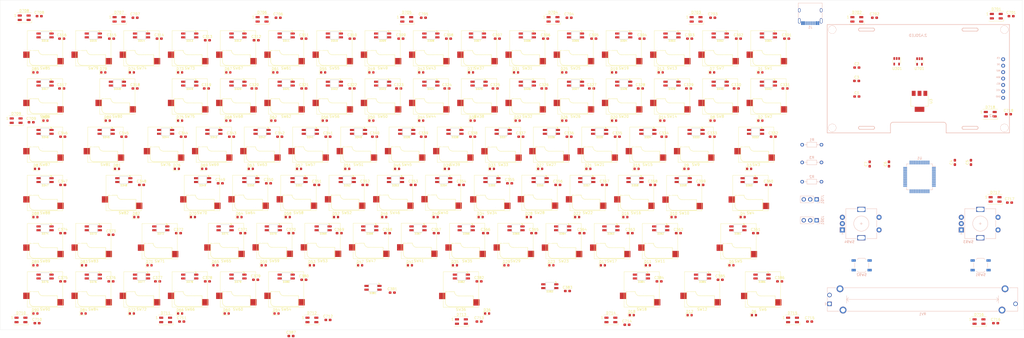
<source format=kicad_pcb>
(kicad_pcb (version 20171130) (host pcbnew "(5.1.12)-1")
  (layers (0 F.Cu signal) (31 B.Cu signal) (34 B.Paste user) (35 F.Paste user) (36 B.SilkS user) (37 F.SilkS user) (38 B.Mask user) (39 F.Mask user) (44 Edge.Cuts user))
  (net 0 "")
  (net 1 +3V3)
  (net 2 "Net-(C2-Pad1)")
  (net 3 "Net-(C3-Pad1)")
  (net 4 LED)
  (net 5 "Net-(D1-Pad1)")
  (net 6 "Net-(D2-Pad1)")
  (net 7 "Net-(D3-Pad1)")
  (net 8 "Net-(D4-Pad1)")
  (net 9 BACK_LED)
  (net 10 "Net-(D5-Pad1)")
  (net 11 "Net-(D6-Pad1)")
  (net 12 "Net-(D8-Pad1)")
  (net 13 "Net-(D10-Pad1)")
  (net 14 "Net-(D11-Pad1)")
  (net 15 "Net-(D12-Pad1)")
  (net 16 "Net-(D13-Pad1)")
  (net 17 "Net-(D14-Pad1)")
  (net 18 "Net-(D15-Pad1)")
  (net 19 "Net-(D16-Pad1)")
  (net 20 "Net-(D17-Pad1)")
  (net 21 "Net-(D18-Pad1)")
  (net 22 "Net-(D19-Pad1)")
  (net 23 "Net-(D20-Pad1)")
  (net 24 "Net-(D21-Pad1)")
  (net 25 "Net-(D22-Pad1)")
  (net 26 "Net-(D25-Pad1)")
  (net 27 "Net-(D26-Pad1)")
  (net 28 "Net-(D27-Pad1)")
  (net 29 "Net-(D28-Pad1)")
  (net 30 "Net-(D29-Pad1)")
  (net 31 "Net-(D31-Pad1)")
  (net 32 "Net-(D32-Pad1)")
  (net 33 "Net-(D33-Pad1)")
  (net 34 "Net-(D34-Pad1)")
  (net 35 "Net-(D35-Pad1)")
  (net 36 "Net-(D36-Pad1)")
  (net 37 "Net-(D37-Pad1)")
  (net 38 "Net-(D38-Pad1)")
  (net 39 "Net-(D39-Pad1)")
  (net 40 "Net-(D40-Pad1)")
  (net 41 "Net-(D41-Pad1)")
  (net 42 "Net-(D43-Pad1)")
  (net 43 "Net-(D44-Pad1)")
  (net 44 "Net-(D45-Pad1)")
  (net 45 "Net-(D46-Pad1)")
  (net 46 "Net-(D47-Pad1)")
  (net 47 "Net-(D49-Pad1)")
  (net 48 "Net-(D50-Pad1)")
  (net 49 "Net-(D51-Pad1)")
  (net 50 "Net-(D52-Pad1)")
  (net 51 "Net-(D53-Pad1)")
  (net 52 "Net-(D54-Pad1)")
  (net 53 "Net-(D55-Pad1)")
  (net 54 "Net-(D56-Pad1)")
  (net 55 "Net-(D57-Pad1)")
  (net 56 "Net-(D58-Pad1)")
  (net 57 "Net-(D59-Pad1)")
  (net 58 "Net-(D60-Pad1)")
  (net 59 "Net-(D61-Pad1)")
  (net 60 "Net-(D62-Pad1)")
  (net 61 "Net-(D63-Pad1)")
  (net 62 "Net-(D64-Pad1)")
  (net 63 "Net-(D65-Pad1)")
  (net 64 "Net-(D66-Pad1)")
  (net 65 "Net-(D67-Pad1)")
  (net 66 "Net-(D68-Pad1)")
  (net 67 "Net-(D69-Pad1)")
  (net 68 "Net-(D70-Pad1)")
  (net 69 "Net-(D71-Pad1)")
  (net 70 "Net-(D72-Pad2)")
  (net 71 ROW0)
  (net 72 "Net-(D73-Pad2)")
  (net 73 ROW1)
  (net 74 "Net-(D74-Pad2)")
  (net 75 ROW2)
  (net 76 "Net-(D75-Pad2)")
  (net 77 ROW3)
  (net 78 "Net-(D76-Pad2)")
  (net 79 ROW4)
  (net 80 ROW5)
  (net 81 "Net-(D79-Pad2)")
  (net 82 "Net-(D80-Pad2)")
  (net 83 "Net-(D81-Pad2)")
  (net 84 "Net-(D82-Pad2)")
  (net 85 "Net-(D83-Pad2)")
  (net 86 "Net-(D84-Pad2)")
  (net 87 "Net-(D85-Pad2)")
  (net 88 "Net-(D86-Pad2)")
  (net 89 "Net-(D87-Pad2)")
  (net 90 "Net-(D88-Pad2)")
  (net 91 "Net-(D89-Pad2)")
  (net 92 "Net-(D90-Pad2)")
  (net 93 "Net-(J1-PadB8)")
  (net 94 "Net-(J1-PadA5)")
  (net 95 DATA_N)
  (net 96 DATA_P)
  (net 97 "Net-(J1-PadA8)")
  (net 98 "Net-(J1-PadB5)")
  (net 99 COL0)
  (net 100 COL1)
  (net 101 COL2)
  (net 102 COL3)
  (net 103 COL4)
  (net 104 COL5)
  (net 105 COL6)
  (net 106 COL7)
  (net 107 COL8)
  (net 108 COL9)
  (net 109 COL10)
  (net 110 COL11)
  (net 111 COL12)
  (net 112 COL13)
  (net 113 COL14)
  (net 114 "Net-(U1-Pad54)")
  (net 115 "Net-(U1-Pad21)")
  (net 116 "Net-(U1-Pad20)")
  (net 117 "Net-(U1-Pad17)")
  (net 118 "Net-(U1-Pad16)")
  (net 119 "Net-(U1-Pad15)")
  (net 120 "Net-(U1-Pad14)")
  (net 121 "Net-(U1-Pad10)")
  (net 122 "Net-(U1-Pad9)")
  (net 123 "Net-(U1-Pad8)")
  (net 124 "Net-(U1-Pad6)")
  (net 125 "Net-(U1-Pad5)")
  (net 126 "Net-(U1-Pad4)")
  (net 127 "Net-(U1-Pad3)")
  (net 128 OLED_DAT)
  (net 129 OLED_CLK)
  (net 130 ENC_A_1)
  (net 131 ENC_B_1)
  (net 132 ENC_SW_1)
  (net 133 ENC_A_2)
  (net 134 ENC_B_2)
  (net 135 ENC_SW_2)
  (net 136 USB_GND)
  (net 137 USB_5v)
  (net 138 OLED_RES)
  (net 139 OLED_DC)
  (net 140 OLED_CS)
  (net 141 POT_INPUT)
  (net 142 "Net-(C332-Pad1)")
  (net 143 "Net-(C704-Pad1)")
  (net 144 "Net-(C708-Pad1)")
  (net 145 "Net-(C709-Pad1)")
  (net 146 "Net-(C710-Pad1)")
  (net 147 "Net-(C711-Pad1)")
  (net 148 "Net-(C712-Pad1)")
  (net 149 "Net-(C716-Pad1)")
  (net 150 "Net-(D301-Pad1)")
  (net 151 "Net-(D301-Pad3)")
  (net 152 "Net-(D302-Pad1)")
  (net 153 "Net-(D303-Pad1)")
  (net 154 "Net-(D304-Pad1)")
  (net 155 "Net-(D305-Pad1)")
  (net 156 "Net-(D306-Pad1)")
  (net 157 "Net-(D307-Pad1)")
  (net 158 "Net-(D308-Pad1)")
  (net 159 "Net-(D309-Pad1)")
  (net 160 "Net-(D310-Pad1)")
  (net 161 "Net-(D311-Pad1)")
  (net 162 "Net-(D312-Pad1)")
  (net 163 "Net-(D313-Pad1)")
  (net 164 "Net-(D314-Pad1)")
  (net 165 "Net-(D315-Pad1)")
  (net 166 "Net-(D316-Pad1)")
  (net 167 "Net-(D317-Pad1)")
  (net 168 "Net-(D318-Pad1)")
  (net 169 "Net-(D319-Pad1)")
  (net 170 "Net-(D320-Pad1)")
  (net 171 "Net-(D321-Pad1)")
  (net 172 "Net-(D322-Pad1)")
  (net 173 "Net-(D323-Pad1)")
  (net 174 "Net-(D324-Pad1)")
  (net 175 "Net-(D325-Pad1)")
  (net 176 "Net-(D326-Pad1)")
  (net 177 "Net-(D327-Pad1)")
  (net 178 "Net-(D328-Pad1)")
  (net 179 "Net-(D329-Pad1)")
  (net 180 "Net-(D330-Pad1)")
  (net 181 "Net-(D331-Pad1)")
  (net 182 "Net-(D332-Pad1)")
  (net 183 "Net-(D333-Pad1)")
  (net 184 "Net-(D334-Pad1)")
  (net 185 "Net-(D335-Pad1)")
  (net 186 "Net-(D336-Pad1)")
  (net 187 "Net-(D337-Pad1)")
  (net 188 "Net-(D338-Pad1)")
  (net 189 "Net-(D339-Pad1)")
  (net 190 "Net-(D340-Pad1)")
  (net 191 "Net-(D341-Pad1)")
  (net 192 "Net-(D342-Pad1)")
  (net 193 "Net-(D343-Pad1)")
  (net 194 "Net-(D344-Pad1)")
  (net 195 "Net-(D345-Pad1)")
  (net 196 "Net-(D346-Pad1)")
  (net 197 "Net-(D347-Pad1)")
  (net 198 "Net-(D348-Pad1)")
  (net 199 "Net-(D349-Pad1)")
  (net 200 "Net-(D350-Pad1)")
  (net 201 "Net-(D351-Pad1)")
  (net 202 "Net-(D352-Pad1)")
  (net 203 "Net-(D353-Pad1)")
  (net 204 "Net-(D354-Pad1)")
  (net 205 "Net-(D355-Pad1)")
  (net 206 "Net-(D356-Pad1)")
  (net 207 "Net-(D357-Pad1)")
  (net 208 "Net-(D358-Pad1)")
  (net 209 "Net-(D359-Pad1)")
  (net 210 "Net-(D360-Pad1)")
  (net 211 "Net-(D361-Pad1)")
  (net 212 "Net-(D362-Pad1)")
  (net 213 "Net-(D363-Pad1)")
  (net 214 "Net-(D364-Pad1)")
  (net 215 "Net-(D365-Pad1)")
  (net 216 "Net-(D366-Pad1)")
  (net 217 "Net-(D367-Pad1)")
  (net 218 "Net-(D368-Pad1)")
  (net 219 "Net-(D369-Pad1)")
  (net 220 "Net-(D370-Pad1)")
  (net 221 "Net-(D371-Pad1)")
  (net 222 "Net-(D372-Pad1)")
  (net 223 "Net-(D701-Pad1)")
  (net 224 "Net-(D701-Pad3)")
  (net 225 "Net-(D702-Pad1)")
  (net 226 "Net-(D703-Pad1)")
  (net 227 "Net-(D704-Pad1)")
  (net 228 "Net-(D705-Pad1)")
  (net 229 "Net-(D706-Pad1)")
  (net 230 "Net-(D707-Pad1)")
  (net 231 "Net-(D708-Pad1)")
  (net 232 "Net-(D709-Pad1)")
  (net 233 "Net-(D710-Pad1)")
  (net 234 "Net-(D711-Pad1)")
  (net 235 "Net-(D712-Pad1)")
  (net 236 "Net-(D713-Pad1)")
  (net 237 "Net-(D714-Pad1)")
  (net 238 "Net-(D715-Pad1)")
  (net 239 "Net-(D716-Pad1)")
  (net 240 "Net-(D717-Pad1)")
  (net 241 "Net-(D718-Pad1)")
  (net 242 "Net-(D373-Pad1)")
  (net 243 "Net-(D374-Pad1)")
  (net 244 "Net-(D375-Pad1)")
  (net 245 "Net-(D376-Pad1)")
  (net 246 "Net-(D377-Pad1)")
  (net 247 "Net-(D378-Pad1)")
  (net 248 "Net-(D379-Pad1)")
  (net 249 "Net-(D380-Pad1)")
  (net 250 "Net-(D381-Pad1)")
  (net 251 "Net-(D382-Pad1)")
  (net 252 "Net-(D383-Pad1)")
  (net 253 "Net-(D384-Pad1)")
  (net 254 "Net-(D385-Pad1)")
  (net 255 "Net-(D386-Pad1)")
  (net 256 "Net-(D1-Pad2)")
  (net 257 "Net-(D2-Pad2)")
  (net 258 "Net-(D3-Pad2)")
  (net 259 "Net-(D4-Pad2)")
  (net 260 "Net-(D5-Pad2)")
  (net 261 "Net-(D6-Pad2)")
  (net 262 "Net-(D7-Pad2)")
  (net 263 "Net-(D7-Pad1)")
  (net 264 "Net-(D8-Pad2)")
  (net 265 "Net-(D9-Pad2)")
  (net 266 "Net-(D9-Pad1)")
  (net 267 "Net-(D10-Pad2)")
  (net 268 "Net-(D11-Pad2)")
  (net 269 "Net-(D12-Pad2)")
  (net 270 "Net-(D13-Pad2)")
  (net 271 "Net-(D14-Pad2)")
  (net 272 "Net-(D15-Pad2)")
  (net 273 "Net-(D16-Pad2)")
  (net 274 "Net-(D17-Pad2)")
  (net 275 "Net-(D18-Pad2)")
  (net 276 "Net-(D19-Pad2)")
  (net 277 "Net-(D20-Pad2)")
  (net 278 "Net-(D21-Pad2)")
  (net 279 "Net-(D22-Pad2)")
  (net 280 "Net-(D23-Pad2)")
  (net 281 "Net-(D23-Pad1)")
  (net 282 "Net-(D25-Pad2)")
  (net 283 "Net-(D26-Pad2)")
  (net 284 "Net-(D27-Pad2)")
  (net 285 "Net-(D28-Pad2)")
  (net 286 "Net-(D29-Pad2)")
  (net 287 "Net-(D31-Pad2)")
  (net 288 "Net-(D32-Pad2)")
  (net 289 "Net-(D33-Pad2)")
  (net 290 "Net-(D34-Pad2)")
  (net 291 "Net-(D35-Pad2)")
  (net 292 "Net-(D36-Pad2)")
  (net 293 "Net-(D37-Pad2)")
  (net 294 "Net-(D38-Pad2)")
  (net 295 "Net-(D39-Pad2)")
  (net 296 "Net-(D40-Pad2)")
  (net 297 "Net-(D41-Pad2)")
  (net 298 "Net-(D43-Pad2)")
  (net 299 "Net-(D44-Pad2)")
  (net 300 "Net-(D45-Pad2)")
  (net 301 "Net-(D46-Pad2)")
  (net 302 "Net-(D47-Pad2)")
  (net 303 "Net-(D49-Pad2)")
  (net 304 "Net-(D50-Pad2)")
  (net 305 "Net-(D51-Pad2)")
  (net 306 "Net-(D52-Pad2)")
  (net 307 "Net-(D53-Pad2)")
  (net 308 "Net-(D54-Pad2)")
  (net 309 "Net-(D55-Pad2)")
  (net 310 "Net-(D56-Pad2)")
  (net 311 "Net-(D57-Pad2)")
  (net 312 "Net-(D58-Pad2)")
  (net 313 "Net-(D59-Pad2)")
  (net 314 "Net-(D60-Pad2)")
  (net 315 "Net-(D61-Pad2)")
  (net 316 "Net-(D62-Pad2)")
  (net 317 "Net-(D63-Pad2)")
  (net 318 "Net-(D64-Pad2)")
  (net 319 "Net-(D65-Pad2)")
  (net 320 "Net-(D66-Pad2)")
  (net 321 "Net-(D67-Pad2)")
  (net 322 "Net-(D68-Pad2)")
  (net 323 "Net-(D69-Pad2)")
  (net 324 "Net-(D70-Pad2)")
  (net 325 "Net-(D71-Pad2)")
  (net 326 "Net-(D72-Pad1)")
  (net 327 "Net-(D73-Pad1)")
  (net 328 "Net-(D74-Pad1)")
  (net 329 "Net-(D75-Pad1)")
  (net 330 "Net-(D76-Pad1)")
  (net 331 "Net-(D79-Pad1)")
  (net 332 "Net-(D80-Pad1)")
  (net 333 "Net-(D81-Pad1)")
  (net 334 "Net-(D82-Pad1)")
  (net 335 "Net-(D83-Pad1)")
  (net 336 "Net-(D84-Pad1)")
  (module custom_keys:SW_Cherry_MX_1.00u_PCB (layer F.Cu) (at 67.31 85.09 180)
    (fp_text reference SW54 (at -2.54 -2.794) (layer F.SilkS))
    (fp_text value SW_Push)
    (pad 2 smd rect (at 4.82 2.54 180) (size 2.55 2.5) (layers F.Cu F.Paste F.Mask) (net 107 COL8))
    (pad 1 smd rect (at -8.63 0 180) (size 2.55 2.5) (layers F.Cu F.Paste F.Mask) (net 308 "Net-(D54-Pad2)"))
    (pad "" np_thru_hole circle (at -5.08 0 180) (size 2.95 2.95) (drill 2.95) (layers *.Cu *.Mask))
    (pad "" np_thru_hole circle (at 1.27 2.54 180) (size 2.95 2.95) (drill 2.95) (layers *.Cu *.Mask))
    (pad "" np_thru_hole circle (at -2.54 5.08 180) (size 4 4) (drill 4) (layers *.Cu *.Mask))
    (pad "" np_thru_hole circle (at -7.62 5.08 180) (size 1.7 1.7) (drill 1.7) (layers *.Cu *.Mask))
    (pad "" np_thru_hole circle (at 2.54 5.08 180) (size 1.7 1.7) (drill 1.7) (layers *.Cu *.Mask))
  )
  (module custom_keys:SW_Cherry_MX_1.00u_PCB (layer F.Cu) (at -27.94 85.09 180)
    (fp_text reference SW90 (at -2.54 -2.794) (layer F.SilkS))
    (fp_text value SW_Push)
    (pad 2 smd rect (at 4.82 2.54 180) (size 2.55 2.5) (layers F.Cu F.Paste F.Mask) (net 113 COL14))
    (pad 1 smd rect (at -8.63 0 180) (size 2.55 2.5) (layers F.Cu F.Paste F.Mask) (net 92 "Net-(D90-Pad2)"))
    (pad "" np_thru_hole circle (at -5.08 0 180) (size 2.95 2.95) (drill 2.95) (layers *.Cu *.Mask))
    (pad "" np_thru_hole circle (at 1.27 2.54 180) (size 2.95 2.95) (drill 2.95) (layers *.Cu *.Mask))
    (pad "" np_thru_hole circle (at -2.54 5.08 180) (size 4 4) (drill 4) (layers *.Cu *.Mask))
    (pad "" np_thru_hole circle (at -7.62 5.08 180) (size 1.7 1.7) (drill 1.7) (layers *.Cu *.Mask))
    (pad "" np_thru_hole circle (at 2.54 5.08 180) (size 1.7 1.7) (drill 1.7) (layers *.Cu *.Mask))
  )
  (module custom_keys:SW_Cherry_MX_1.00u_PCB (layer F.Cu) (at -27.94 66.04 180)
    (fp_text reference SW89 (at -2.54 -2.794) (layer F.SilkS))
    (fp_text value SW_Push)
    (pad 2 smd rect (at 4.82 2.54 180) (size 2.55 2.5) (layers F.Cu F.Paste F.Mask) (net 113 COL14))
    (pad 1 smd rect (at -8.63 0 180) (size 2.55 2.5) (layers F.Cu F.Paste F.Mask) (net 91 "Net-(D89-Pad2)"))
    (pad "" np_thru_hole circle (at -5.08 0 180) (size 2.95 2.95) (drill 2.95) (layers *.Cu *.Mask))
    (pad "" np_thru_hole circle (at 1.27 2.54 180) (size 2.95 2.95) (drill 2.95) (layers *.Cu *.Mask))
    (pad "" np_thru_hole circle (at -2.54 5.08 180) (size 4 4) (drill 4) (layers *.Cu *.Mask))
    (pad "" np_thru_hole circle (at -7.62 5.08 180) (size 1.7 1.7) (drill 1.7) (layers *.Cu *.Mask))
    (pad "" np_thru_hole circle (at 2.54 5.08 180) (size 1.7 1.7) (drill 1.7) (layers *.Cu *.Mask))
  )
  (module custom_keys:SW_Cherry_MX_1.00u_PCB (layer F.Cu) (at -27.94 46.99 180)
    (fp_text reference SW88 (at -2.54 -2.794) (layer F.SilkS))
    (fp_text value SW_Push)
    (pad 2 smd rect (at 4.82 2.54 180) (size 2.55 2.5) (layers F.Cu F.Paste F.Mask) (net 113 COL14))
    (pad 1 smd rect (at -8.63 0 180) (size 2.55 2.5) (layers F.Cu F.Paste F.Mask) (net 90 "Net-(D88-Pad2)"))
    (pad "" np_thru_hole circle (at -5.08 0 180) (size 2.95 2.95) (drill 2.95) (layers *.Cu *.Mask))
    (pad "" np_thru_hole circle (at 1.27 2.54 180) (size 2.95 2.95) (drill 2.95) (layers *.Cu *.Mask))
    (pad "" np_thru_hole circle (at -2.54 5.08 180) (size 4 4) (drill 4) (layers *.Cu *.Mask))
    (pad "" np_thru_hole circle (at -7.62 5.08 180) (size 1.7 1.7) (drill 1.7) (layers *.Cu *.Mask))
    (pad "" np_thru_hole circle (at 2.54 5.08 180) (size 1.7 1.7) (drill 1.7) (layers *.Cu *.Mask))
  )
  (module custom_keys:SW_Cherry_MX_1.00u_PCB (layer F.Cu) (at -27.94 27.94 180)
    (fp_text reference SW87 (at -2.54 -2.794) (layer F.SilkS))
    (fp_text value SW_Push)
    (pad 2 smd rect (at 4.82 2.54 180) (size 2.55 2.5) (layers F.Cu F.Paste F.Mask) (net 113 COL14))
    (pad 1 smd rect (at -8.63 0 180) (size 2.55 2.5) (layers F.Cu F.Paste F.Mask) (net 89 "Net-(D87-Pad2)"))
    (pad "" np_thru_hole circle (at -5.08 0 180) (size 2.95 2.95) (drill 2.95) (layers *.Cu *.Mask))
    (pad "" np_thru_hole circle (at 1.27 2.54 180) (size 2.95 2.95) (drill 2.95) (layers *.Cu *.Mask))
    (pad "" np_thru_hole circle (at -2.54 5.08 180) (size 4 4) (drill 4) (layers *.Cu *.Mask))
    (pad "" np_thru_hole circle (at -7.62 5.08 180) (size 1.7 1.7) (drill 1.7) (layers *.Cu *.Mask))
    (pad "" np_thru_hole circle (at 2.54 5.08 180) (size 1.7 1.7) (drill 1.7) (layers *.Cu *.Mask))
  )
  (module custom_keys:SW_Cherry_MX_1.00u_PCB (layer F.Cu) (at -27.94 8.89 180)
    (fp_text reference SW86 (at -2.54 -2.794) (layer F.SilkS))
    (fp_text value SW_Push)
    (pad 2 smd rect (at 4.82 2.54 180) (size 2.55 2.5) (layers F.Cu F.Paste F.Mask) (net 113 COL14))
    (pad 1 smd rect (at -8.63 0 180) (size 2.55 2.5) (layers F.Cu F.Paste F.Mask) (net 88 "Net-(D86-Pad2)"))
    (pad "" np_thru_hole circle (at -5.08 0 180) (size 2.95 2.95) (drill 2.95) (layers *.Cu *.Mask))
    (pad "" np_thru_hole circle (at 1.27 2.54 180) (size 2.95 2.95) (drill 2.95) (layers *.Cu *.Mask))
    (pad "" np_thru_hole circle (at -2.54 5.08 180) (size 4 4) (drill 4) (layers *.Cu *.Mask))
    (pad "" np_thru_hole circle (at -7.62 5.08 180) (size 1.7 1.7) (drill 1.7) (layers *.Cu *.Mask))
    (pad "" np_thru_hole circle (at 2.54 5.08 180) (size 1.7 1.7) (drill 1.7) (layers *.Cu *.Mask))
  )
  (module custom_keys:SW_Cherry_MX_1.00u_PCB (layer F.Cu) (at -27.94 -10.16 180)
    (fp_text reference SW85 (at -2.54 -2.794) (layer F.SilkS))
    (fp_text value SW_Push)
    (pad 2 smd rect (at 4.82 2.54 180) (size 2.55 2.5) (layers F.Cu F.Paste F.Mask) (net 113 COL14))
    (pad 1 smd rect (at -8.63 0 180) (size 2.55 2.5) (layers F.Cu F.Paste F.Mask) (net 87 "Net-(D85-Pad2)"))
    (pad "" np_thru_hole circle (at -5.08 0 180) (size 2.95 2.95) (drill 2.95) (layers *.Cu *.Mask))
    (pad "" np_thru_hole circle (at 1.27 2.54 180) (size 2.95 2.95) (drill 2.95) (layers *.Cu *.Mask))
    (pad "" np_thru_hole circle (at -2.54 5.08 180) (size 4 4) (drill 4) (layers *.Cu *.Mask))
    (pad "" np_thru_hole circle (at -7.62 5.08 180) (size 1.7 1.7) (drill 1.7) (layers *.Cu *.Mask))
    (pad "" np_thru_hole circle (at 2.54 5.08 180) (size 1.7 1.7) (drill 1.7) (layers *.Cu *.Mask))
  )
  (module custom_keys:SW_Cherry_MX_1.00u_PCB (layer F.Cu) (at -8.89 85.09 180)
    (fp_text reference SW84 (at -2.54 -2.794) (layer F.SilkS))
    (fp_text value SW_Push)
    (pad 2 smd rect (at 4.82 2.54 180) (size 2.55 2.5) (layers F.Cu F.Paste F.Mask) (net 112 COL13))
    (pad 1 smd rect (at -8.63 0 180) (size 2.55 2.5) (layers F.Cu F.Paste F.Mask) (net 86 "Net-(D84-Pad2)"))
    (pad "" np_thru_hole circle (at -5.08 0 180) (size 2.95 2.95) (drill 2.95) (layers *.Cu *.Mask))
    (pad "" np_thru_hole circle (at 1.27 2.54 180) (size 2.95 2.95) (drill 2.95) (layers *.Cu *.Mask))
    (pad "" np_thru_hole circle (at -2.54 5.08 180) (size 4 4) (drill 4) (layers *.Cu *.Mask))
    (pad "" np_thru_hole circle (at -7.62 5.08 180) (size 1.7 1.7) (drill 1.7) (layers *.Cu *.Mask))
    (pad "" np_thru_hole circle (at 2.54 5.08 180) (size 1.7 1.7) (drill 1.7) (layers *.Cu *.Mask))
  )
  (module custom_keys:SW_Cherry_MX_1.00u_PCB (layer F.Cu) (at -8.863997 66.022703 180)
    (fp_text reference SW83 (at -2.54 -2.794) (layer F.SilkS))
    (fp_text value SW_Push)
    (pad 2 smd rect (at 4.82 2.54 180) (size 2.55 2.5) (layers F.Cu F.Paste F.Mask) (net 112 COL13))
    (pad 1 smd rect (at -8.63 0 180) (size 2.55 2.5) (layers F.Cu F.Paste F.Mask) (net 85 "Net-(D83-Pad2)"))
    (pad "" np_thru_hole circle (at -5.08 0 180) (size 2.95 2.95) (drill 2.95) (layers *.Cu *.Mask))
    (pad "" np_thru_hole circle (at 1.27 2.54 180) (size 2.95 2.95) (drill 2.95) (layers *.Cu *.Mask))
    (pad "" np_thru_hole circle (at -2.54 5.08 180) (size 4 4) (drill 4) (layers *.Cu *.Mask))
    (pad "" np_thru_hole circle (at -7.62 5.08 180) (size 1.7 1.7) (drill 1.7) (layers *.Cu *.Mask))
    (pad "" np_thru_hole circle (at 2.54 5.08 180) (size 1.7 1.7) (drill 1.7) (layers *.Cu *.Mask))
  )
  (module custom_keys:SW_Cherry_MX_2.25u_PCB (layer F.Cu) (at 3.119928 46.996635 180)
    (fp_text reference SW82 (at -2.54 -2.794) (layer F.SilkS))
    (fp_text value SW_Push)
    (pad 2 smd rect (at 4.82 2.54 180) (size 2.55 2.5) (layers F.Cu F.Paste F.Mask) (net 112 COL13))
    (pad 1 smd rect (at -8.63 0 180) (size 2.55 2.5) (layers F.Cu F.Paste F.Mask) (net 84 "Net-(D82-Pad2)"))
    (pad "" np_thru_hole circle (at -5.08 0 180) (size 2.95 2.95) (drill 2.95) (layers *.Cu *.Mask))
    (pad "" np_thru_hole circle (at 1.27 2.54 180) (size 2.95 2.95) (drill 2.95) (layers *.Cu *.Mask))
    (pad "" np_thru_hole circle (at 9.36 -1.92 180) (size 3.05 3.05) (drill 3.05) (layers *.Cu *.Mask))
    (pad "" np_thru_hole circle (at -14.44 -1.92 180) (size 3.05 3.05) (drill 3.05) (layers *.Cu *.Mask))
    (pad "" np_thru_hole circle (at -14.44 13.32 180) (size 4 4) (drill 4) (layers *.Cu *.Mask))
    (pad "" np_thru_hole circle (at 9.36 13.32 180) (size 4 4) (drill 4) (layers *.Cu *.Mask))
    (pad "" np_thru_hole circle (at 2.54 5.08 180) (size 1.7 1.7) (drill 1.7) (layers *.Cu *.Mask))
    (pad "" np_thru_hole circle (at -7.62 5.08 180) (size 1.7 1.7) (drill 1.7) (layers *.Cu *.Mask))
    (pad "" np_thru_hole circle (at -2.54 5.08 180) (size 4 4) (drill 4) (layers *.Cu *.Mask))
    (pad "" np_thru_hole circle (at -2.54 5.08 180) (size 4 4) (drill 4) (layers *.Cu *.Mask))
    (pad "" np_thru_hole circle (at -7.62 5.08 180) (size 1.7 1.7) (drill 1.7) (layers *.Cu *.Mask))
    (pad "" np_thru_hole circle (at 2.54 5.08 180) (size 1.7 1.7) (drill 1.7) (layers *.Cu *.Mask))
  )
  (module custom_keys:SW_Cherry_MX_1.50u_PCB (layer F.Cu) (at -4.07 27.94 180)
    (fp_text reference SW81 (at -2.54 -2.794) (layer F.SilkS))
    (fp_text value SW_Push)
    (pad "" np_thru_hole circle (at -5.08 0 180) (size 2.95 2.95) (drill 2.95) (layers *.Cu *.Mask))
    (pad "" np_thru_hole circle (at 1.27 2.54 180) (size 2.95 2.95) (drill 2.95) (layers *.Cu *.Mask))
    (pad 1 smd rect (at -8.63 0 180) (size 2.55 2.5) (layers F.Cu F.Paste F.Mask) (net 83 "Net-(D81-Pad2)"))
    (pad 2 smd rect (at 4.82 2.54 180) (size 2.55 2.5) (layers F.Cu F.Paste F.Mask) (net 112 COL13))
    (pad "" np_thru_hole circle (at -2.54 5.08 180) (size 4 4) (drill 4) (layers *.Cu *.Mask))
    (pad "" np_thru_hole circle (at -7.62 5.08 180) (size 1.7 1.7) (drill 1.7) (layers *.Cu *.Mask))
    (pad "" np_thru_hole circle (at 2.54 5.08 180) (size 1.7 1.7) (drill 1.7) (layers *.Cu *.Mask))
  )
  (module custom_keys:SW_Cherry_MX_2.00u_PCB (layer F.Cu) (at 0.604062 8.882196 180)
    (fp_text reference SW80 (at -2.54 -2.794) (layer F.SilkS))
    (fp_text value SW_Push)
    (pad "" np_thru_hole circle (at -5.08 0 180) (size 2.95 2.95) (drill 2.95) (layers *.Cu *.Mask))
    (pad "" np_thru_hole circle (at 1.27 2.54 180) (size 2.95 2.95) (drill 2.95) (layers *.Cu *.Mask))
    (pad 1 smd rect (at -8.63 0 180) (size 2.55 2.5) (layers F.Cu F.Paste F.Mask) (net 82 "Net-(D80-Pad2)"))
    (pad 2 smd rect (at 4.82 2.54 180) (size 2.55 2.5) (layers F.Cu F.Paste F.Mask) (net 112 COL13))
    (pad "" np_thru_hole circle (at 9.36 -1.92 180) (size 3.05 3.05) (drill 3.05) (layers *.Cu *.Mask))
    (pad "" np_thru_hole circle (at -14.44 -1.92 180) (size 3.05 3.05) (drill 3.05) (layers *.Cu *.Mask))
    (pad "" np_thru_hole circle (at -14.44 13.32 180) (size 4 4) (drill 4) (layers *.Cu *.Mask))
    (pad "" np_thru_hole circle (at 9.36 13.32 180) (size 4 4) (drill 4) (layers *.Cu *.Mask))
    (pad "" np_thru_hole circle (at 2.54 5.08 180) (size 1.7 1.7) (drill 1.7) (layers *.Cu *.Mask))
    (pad "" np_thru_hole circle (at -7.62 5.08 180) (size 1.7 1.7) (drill 1.7) (layers *.Cu *.Mask))
    (pad "" np_thru_hole circle (at -2.54 5.08 180) (size 4 4) (drill 4) (layers *.Cu *.Mask))
    (pad "" np_thru_hole circle (at -2.54 5.08 180) (size 4 4) (drill 4) (layers *.Cu *.Mask))
    (pad "" np_thru_hole circle (at -7.62 5.08 180) (size 1.7 1.7) (drill 1.7) (layers *.Cu *.Mask))
    (pad "" np_thru_hole circle (at 2.54 5.08 180) (size 1.7 1.7) (drill 1.7) (layers *.Cu *.Mask))
  )
  (module custom_keys:SW_Cherry_MX_1.00u_PCB (layer F.Cu) (at -8.89 -10.16 180)
    (fp_text reference SW79 (at -2.54 -2.794) (layer F.SilkS))
    (fp_text value SW_Push)
    (pad 2 smd rect (at 4.82 2.54 180) (size 2.55 2.5) (layers F.Cu F.Paste F.Mask) (net 112 COL13))
    (pad 1 smd rect (at -8.63 0 180) (size 2.55 2.5) (layers F.Cu F.Paste F.Mask) (net 81 "Net-(D79-Pad2)"))
    (pad "" np_thru_hole circle (at -5.08 0 180) (size 2.95 2.95) (drill 2.95) (layers *.Cu *.Mask))
    (pad "" np_thru_hole circle (at 1.27 2.54 180) (size 2.95 2.95) (drill 2.95) (layers *.Cu *.Mask))
    (pad "" np_thru_hole circle (at -2.54 5.08 180) (size 4 4) (drill 4) (layers *.Cu *.Mask))
    (pad "" np_thru_hole circle (at -7.62 5.08 180) (size 1.7 1.7) (drill 1.7) (layers *.Cu *.Mask))
    (pad "" np_thru_hole circle (at 2.54 5.08 180) (size 1.7 1.7) (drill 1.7) (layers *.Cu *.Mask))
  )
  (module custom_keys:SW_Cherry_MX_1.00u_PCB (layer F.Cu) (at 19.679 27.94 180)
    (fp_text reference SW76 (at -2.54 -2.794) (layer F.SilkS))
    (fp_text value SW_Push)
    (pad 2 smd rect (at 4.82 2.54 180) (size 2.55 2.5) (layers F.Cu F.Paste F.Mask) (net 111 COL12))
    (pad 1 smd rect (at -8.63 0 180) (size 2.55 2.5) (layers F.Cu F.Paste F.Mask) (net 78 "Net-(D76-Pad2)"))
    (pad "" np_thru_hole circle (at -5.08 0 180) (size 2.95 2.95) (drill 2.95) (layers *.Cu *.Mask))
    (pad "" np_thru_hole circle (at 1.27 2.54 180) (size 2.95 2.95) (drill 2.95) (layers *.Cu *.Mask))
    (pad "" np_thru_hole circle (at -2.54 5.08 180) (size 4 4) (drill 4) (layers *.Cu *.Mask))
    (pad "" np_thru_hole circle (at -7.62 5.08 180) (size 1.7 1.7) (drill 1.7) (layers *.Cu *.Mask))
    (pad "" np_thru_hole circle (at 2.54 5.08 180) (size 1.7 1.7) (drill 1.7) (layers *.Cu *.Mask))
  )
  (module custom_keys:SW_Cherry_MX_1.00u_PCB (layer F.Cu) (at 29.21 8.89 180)
    (fp_text reference SW75 (at -2.54 -2.794) (layer F.SilkS))
    (fp_text value SW_Push)
    (pad 2 smd rect (at 4.82 2.54 180) (size 2.55 2.5) (layers F.Cu F.Paste F.Mask) (net 111 COL12))
    (pad 1 smd rect (at -8.63 0 180) (size 2.55 2.5) (layers F.Cu F.Paste F.Mask) (net 76 "Net-(D75-Pad2)"))
    (pad "" np_thru_hole circle (at -5.08 0 180) (size 2.95 2.95) (drill 2.95) (layers *.Cu *.Mask))
    (pad "" np_thru_hole circle (at 1.27 2.54 180) (size 2.95 2.95) (drill 2.95) (layers *.Cu *.Mask))
    (pad "" np_thru_hole circle (at -2.54 5.08 180) (size 4 4) (drill 4) (layers *.Cu *.Mask))
    (pad "" np_thru_hole circle (at -7.62 5.08 180) (size 1.7 1.7) (drill 1.7) (layers *.Cu *.Mask))
    (pad "" np_thru_hole circle (at 2.54 5.08 180) (size 1.7 1.7) (drill 1.7) (layers *.Cu *.Mask))
  )
  (module custom_keys:SW_Cherry_MX_1.00u_PCB (layer F.Cu) (at 10.16 -10.16 180)
    (fp_text reference SW74 (at -2.54 -2.794) (layer F.SilkS))
    (fp_text value SW_Push)
    (pad 2 smd rect (at 4.82 2.54 180) (size 2.55 2.5) (layers F.Cu F.Paste F.Mask) (net 111 COL12))
    (pad 1 smd rect (at -8.63 0 180) (size 2.55 2.5) (layers F.Cu F.Paste F.Mask) (net 74 "Net-(D74-Pad2)"))
    (pad "" np_thru_hole circle (at -5.08 0 180) (size 2.95 2.95) (drill 2.95) (layers *.Cu *.Mask))
    (pad "" np_thru_hole circle (at 1.27 2.54 180) (size 2.95 2.95) (drill 2.95) (layers *.Cu *.Mask))
    (pad "" np_thru_hole circle (at -2.54 5.08 180) (size 4 4) (drill 4) (layers *.Cu *.Mask))
    (pad "" np_thru_hole circle (at -7.62 5.08 180) (size 1.7 1.7) (drill 1.7) (layers *.Cu *.Mask))
    (pad "" np_thru_hole circle (at 2.54 5.08 180) (size 1.7 1.7) (drill 1.7) (layers *.Cu *.Mask))
  )
  (module custom_keys:SW_Cherry_MX_1.00u_PCB (layer F.Cu) (at 29.21 -10.16 180)
    (fp_text reference SW73 (at -2.54 -2.794) (layer F.SilkS))
    (fp_text value SW_Push)
    (pad 2 smd rect (at 4.82 2.54 180) (size 2.55 2.5) (layers F.Cu F.Paste F.Mask) (net 111 COL12))
    (pad 1 smd rect (at -8.63 0 180) (size 2.55 2.5) (layers F.Cu F.Paste F.Mask) (net 72 "Net-(D73-Pad2)"))
    (pad "" np_thru_hole circle (at -5.08 0 180) (size 2.95 2.95) (drill 2.95) (layers *.Cu *.Mask))
    (pad "" np_thru_hole circle (at 1.27 2.54 180) (size 2.95 2.95) (drill 2.95) (layers *.Cu *.Mask))
    (pad "" np_thru_hole circle (at -2.54 5.08 180) (size 4 4) (drill 4) (layers *.Cu *.Mask))
    (pad "" np_thru_hole circle (at -7.62 5.08 180) (size 1.7 1.7) (drill 1.7) (layers *.Cu *.Mask))
    (pad "" np_thru_hole circle (at 2.54 5.08 180) (size 1.7 1.7) (drill 1.7) (layers *.Cu *.Mask))
  )
  (module custom_keys:SW_Cherry_MX_1.00u_PCB (layer F.Cu) (at 10.16 85.09 180)
    (fp_text reference SW72 (at -2.54 -2.794) (layer F.SilkS))
    (fp_text value SW_Push)
    (pad 2 smd rect (at 4.82 2.54 180) (size 2.55 2.5) (layers F.Cu F.Paste F.Mask) (net 110 COL11))
    (pad 1 smd rect (at -8.63 0 180) (size 2.55 2.5) (layers F.Cu F.Paste F.Mask) (net 70 "Net-(D72-Pad2)"))
    (pad "" np_thru_hole circle (at -5.08 0 180) (size 2.95 2.95) (drill 2.95) (layers *.Cu *.Mask))
    (pad "" np_thru_hole circle (at 1.27 2.54 180) (size 2.95 2.95) (drill 2.95) (layers *.Cu *.Mask))
    (pad "" np_thru_hole circle (at -2.54 5.08 180) (size 4 4) (drill 4) (layers *.Cu *.Mask))
    (pad "" np_thru_hole circle (at -7.62 5.08 180) (size 1.7 1.7) (drill 1.7) (layers *.Cu *.Mask))
    (pad "" np_thru_hole circle (at 2.54 5.08 180) (size 1.7 1.7) (drill 1.7) (layers *.Cu *.Mask))
  )
  (module custom_keys:SW_Cherry_MX_1.75u_PCB (layer F.Cu) (at 17.343076 66.059657 180)
    (fp_text reference SW71 (at -2.54 -2.794) (layer F.SilkS))
    (fp_text value SW_Push)
    (pad "" np_thru_hole circle (at -5.08 0 180) (size 2.95 2.95) (drill 2.95) (layers *.Cu *.Mask))
    (pad "" np_thru_hole circle (at 1.27 2.54 180) (size 2.95 2.95) (drill 2.95) (layers *.Cu *.Mask))
    (pad 1 smd rect (at -8.63 0 180) (size 2.55 2.5) (layers F.Cu F.Paste F.Mask) (net 325 "Net-(D71-Pad2)"))
    (pad 2 smd rect (at 4.82 2.54 180) (size 2.55 2.5) (layers F.Cu F.Paste F.Mask) (net 110 COL11))
    (pad "" np_thru_hole circle (at -2.54 5.08 180) (size 4 4) (drill 4) (layers *.Cu *.Mask))
    (pad "" np_thru_hole circle (at -7.62 5.08 180) (size 1.7 1.7) (drill 1.7) (layers *.Cu *.Mask))
    (pad "" np_thru_hole circle (at 2.54 5.08 180) (size 1.7 1.7) (drill 1.7) (layers *.Cu *.Mask))
  )
  (module custom_keys:SW_Cherry_MX_1.00u_PCB (layer F.Cu) (at 34.059778 46.982095 180)
    (fp_text reference SW70 (at -2.54 -2.794) (layer F.SilkS))
    (fp_text value SW_Push)
    (pad 2 smd rect (at 4.82 2.54 180) (size 2.55 2.5) (layers F.Cu F.Paste F.Mask) (net 110 COL11))
    (pad 1 smd rect (at -8.63 0 180) (size 2.55 2.5) (layers F.Cu F.Paste F.Mask) (net 324 "Net-(D70-Pad2)"))
    (pad "" np_thru_hole circle (at -5.08 0 180) (size 2.95 2.95) (drill 2.95) (layers *.Cu *.Mask))
    (pad "" np_thru_hole circle (at 1.27 2.54 180) (size 2.95 2.95) (drill 2.95) (layers *.Cu *.Mask))
    (pad "" np_thru_hole circle (at -2.54 5.08 180) (size 4 4) (drill 4) (layers *.Cu *.Mask))
    (pad "" np_thru_hole circle (at -7.62 5.08 180) (size 1.7 1.7) (drill 1.7) (layers *.Cu *.Mask))
    (pad "" np_thru_hole circle (at 2.54 5.08 180) (size 1.7 1.7) (drill 1.7) (layers *.Cu *.Mask))
  )
  (module custom_keys:SW_Cherry_MX_1.00u_PCB (layer F.Cu) (at 38.722656 27.922703 180)
    (fp_text reference SW69 (at -2.54 -2.794) (layer F.SilkS))
    (fp_text value SW_Push)
    (pad 2 smd rect (at 4.82 2.54 180) (size 2.55 2.5) (layers F.Cu F.Paste F.Mask) (net 110 COL11))
    (pad 1 smd rect (at -8.63 0 180) (size 2.55 2.5) (layers F.Cu F.Paste F.Mask) (net 323 "Net-(D69-Pad2)"))
    (pad "" np_thru_hole circle (at -5.08 0 180) (size 2.95 2.95) (drill 2.95) (layers *.Cu *.Mask))
    (pad "" np_thru_hole circle (at 1.27 2.54 180) (size 2.95 2.95) (drill 2.95) (layers *.Cu *.Mask))
    (pad "" np_thru_hole circle (at -2.54 5.08 180) (size 4 4) (drill 4) (layers *.Cu *.Mask))
    (pad "" np_thru_hole circle (at -7.62 5.08 180) (size 1.7 1.7) (drill 1.7) (layers *.Cu *.Mask))
    (pad "" np_thru_hole circle (at 2.54 5.08 180) (size 1.7 1.7) (drill 1.7) (layers *.Cu *.Mask))
  )
  (module custom_keys:SW_Cherry_MX_1.00u_PCB (layer F.Cu) (at 48.26 8.89 180)
    (fp_text reference SW68 (at -2.54 -2.794) (layer F.SilkS))
    (fp_text value SW_Push)
    (pad 2 smd rect (at 4.82 2.54 180) (size 2.55 2.5) (layers F.Cu F.Paste F.Mask) (net 110 COL11))
    (pad 1 smd rect (at -8.63 0 180) (size 2.55 2.5) (layers F.Cu F.Paste F.Mask) (net 322 "Net-(D68-Pad2)"))
    (pad "" np_thru_hole circle (at -5.08 0 180) (size 2.95 2.95) (drill 2.95) (layers *.Cu *.Mask))
    (pad "" np_thru_hole circle (at 1.27 2.54 180) (size 2.95 2.95) (drill 2.95) (layers *.Cu *.Mask))
    (pad "" np_thru_hole circle (at -2.54 5.08 180) (size 4 4) (drill 4) (layers *.Cu *.Mask))
    (pad "" np_thru_hole circle (at -7.62 5.08 180) (size 1.7 1.7) (drill 1.7) (layers *.Cu *.Mask))
    (pad "" np_thru_hole circle (at 2.54 5.08 180) (size 1.7 1.7) (drill 1.7) (layers *.Cu *.Mask))
  )
  (module custom_keys:SW_Cherry_MX_1.00u_PCB (layer F.Cu) (at 48.26 -10.16 180)
    (fp_text reference SW67 (at -2.54 -2.794) (layer F.SilkS))
    (fp_text value SW_Push)
    (pad 2 smd rect (at 4.82 2.54 180) (size 2.55 2.5) (layers F.Cu F.Paste F.Mask) (net 110 COL11))
    (pad 1 smd rect (at -8.63 0 180) (size 2.55 2.5) (layers F.Cu F.Paste F.Mask) (net 321 "Net-(D67-Pad2)"))
    (pad "" np_thru_hole circle (at -5.08 0 180) (size 2.95 2.95) (drill 2.95) (layers *.Cu *.Mask))
    (pad "" np_thru_hole circle (at 1.27 2.54 180) (size 2.95 2.95) (drill 2.95) (layers *.Cu *.Mask))
    (pad "" np_thru_hole circle (at -2.54 5.08 180) (size 4 4) (drill 4) (layers *.Cu *.Mask))
    (pad "" np_thru_hole circle (at -7.62 5.08 180) (size 1.7 1.7) (drill 1.7) (layers *.Cu *.Mask))
    (pad "" np_thru_hole circle (at 2.54 5.08 180) (size 1.7 1.7) (drill 1.7) (layers *.Cu *.Mask))
  )
  (module custom_keys:SW_Cherry_MX_1.00u_PCB (layer F.Cu) (at 29.21 85.09 180)
    (fp_text reference SW66 (at -2.54 -2.794) (layer F.SilkS))
    (fp_text value SW_Push)
    (pad 2 smd rect (at 4.82 2.54 180) (size 2.55 2.5) (layers F.Cu F.Paste F.Mask) (net 109 COL10))
    (pad 1 smd rect (at -8.63 0 180) (size 2.55 2.5) (layers F.Cu F.Paste F.Mask) (net 320 "Net-(D66-Pad2)"))
    (pad "" np_thru_hole circle (at -5.08 0 180) (size 2.95 2.95) (drill 2.95) (layers *.Cu *.Mask))
    (pad "" np_thru_hole circle (at 1.27 2.54 180) (size 2.95 2.95) (drill 2.95) (layers *.Cu *.Mask))
    (pad "" np_thru_hole circle (at -2.54 5.08 180) (size 4 4) (drill 4) (layers *.Cu *.Mask))
    (pad "" np_thru_hole circle (at -7.62 5.08 180) (size 1.7 1.7) (drill 1.7) (layers *.Cu *.Mask))
    (pad "" np_thru_hole circle (at 2.54 5.08 180) (size 1.7 1.7) (drill 1.7) (layers *.Cu *.Mask))
  )
  (module custom_keys:SW_Cherry_MX_1.00u_PCB (layer F.Cu) (at 43.569767 65.997188 180)
    (fp_text reference SW65 (at -2.54 -2.794) (layer F.SilkS))
    (fp_text value SW_Push)
    (pad 2 smd rect (at 4.82 2.54 180) (size 2.55 2.5) (layers F.Cu F.Paste F.Mask) (net 109 COL10))
    (pad 1 smd rect (at -8.63 0 180) (size 2.55 2.5) (layers F.Cu F.Paste F.Mask) (net 319 "Net-(D65-Pad2)"))
    (pad "" np_thru_hole circle (at -5.08 0 180) (size 2.95 2.95) (drill 2.95) (layers *.Cu *.Mask))
    (pad "" np_thru_hole circle (at 1.27 2.54 180) (size 2.95 2.95) (drill 2.95) (layers *.Cu *.Mask))
    (pad "" np_thru_hole circle (at -2.54 5.08 180) (size 4 4) (drill 4) (layers *.Cu *.Mask))
    (pad "" np_thru_hole circle (at -7.62 5.08 180) (size 1.7 1.7) (drill 1.7) (layers *.Cu *.Mask))
    (pad "" np_thru_hole circle (at 2.54 5.08 180) (size 1.7 1.7) (drill 1.7) (layers *.Cu *.Mask))
  )
  (module custom_keys:SW_Cherry_MX_1.00u_PCB (layer F.Cu) (at 53.109778 46.955013 180)
    (fp_text reference SW64 (at -2.54 -2.794) (layer F.SilkS))
    (fp_text value SW_Push)
    (pad 2 smd rect (at 4.82 2.54 180) (size 2.55 2.5) (layers F.Cu F.Paste F.Mask) (net 109 COL10))
    (pad 1 smd rect (at -8.63 0 180) (size 2.55 2.5) (layers F.Cu F.Paste F.Mask) (net 318 "Net-(D64-Pad2)"))
    (pad "" np_thru_hole circle (at -5.08 0 180) (size 2.95 2.95) (drill 2.95) (layers *.Cu *.Mask))
    (pad "" np_thru_hole circle (at 1.27 2.54 180) (size 2.95 2.95) (drill 2.95) (layers *.Cu *.Mask))
    (pad "" np_thru_hole circle (at -2.54 5.08 180) (size 4 4) (drill 4) (layers *.Cu *.Mask))
    (pad "" np_thru_hole circle (at -7.62 5.08 180) (size 1.7 1.7) (drill 1.7) (layers *.Cu *.Mask))
    (pad "" np_thru_hole circle (at 2.54 5.08 180) (size 1.7 1.7) (drill 1.7) (layers *.Cu *.Mask))
  )
  (module custom_keys:SW_Cherry_MX_1.00u_PCB (layer F.Cu) (at 57.772656 27.922703 180)
    (fp_text reference SW63 (at -2.54 -2.794) (layer F.SilkS))
    (fp_text value SW_Push)
    (pad 2 smd rect (at 4.82 2.54 180) (size 2.55 2.5) (layers F.Cu F.Paste F.Mask) (net 109 COL10))
    (pad 1 smd rect (at -8.63 0 180) (size 2.55 2.5) (layers F.Cu F.Paste F.Mask) (net 317 "Net-(D63-Pad2)"))
    (pad "" np_thru_hole circle (at -5.08 0 180) (size 2.95 2.95) (drill 2.95) (layers *.Cu *.Mask))
    (pad "" np_thru_hole circle (at 1.27 2.54 180) (size 2.95 2.95) (drill 2.95) (layers *.Cu *.Mask))
    (pad "" np_thru_hole circle (at -2.54 5.08 180) (size 4 4) (drill 4) (layers *.Cu *.Mask))
    (pad "" np_thru_hole circle (at -7.62 5.08 180) (size 1.7 1.7) (drill 1.7) (layers *.Cu *.Mask))
    (pad "" np_thru_hole circle (at 2.54 5.08 180) (size 1.7 1.7) (drill 1.7) (layers *.Cu *.Mask))
  )
  (module custom_keys:SW_Cherry_MX_1.00u_PCB (layer F.Cu) (at 67.31 8.89 180)
    (fp_text reference SW62 (at -2.54 -2.794) (layer F.SilkS))
    (fp_text value SW_Push)
    (pad 2 smd rect (at 4.82 2.54 180) (size 2.55 2.5) (layers F.Cu F.Paste F.Mask) (net 109 COL10))
    (pad 1 smd rect (at -8.63 0 180) (size 2.55 2.5) (layers F.Cu F.Paste F.Mask) (net 316 "Net-(D62-Pad2)"))
    (pad "" np_thru_hole circle (at -5.08 0 180) (size 2.95 2.95) (drill 2.95) (layers *.Cu *.Mask))
    (pad "" np_thru_hole circle (at 1.27 2.54 180) (size 2.95 2.95) (drill 2.95) (layers *.Cu *.Mask))
    (pad "" np_thru_hole circle (at -2.54 5.08 180) (size 4 4) (drill 4) (layers *.Cu *.Mask))
    (pad "" np_thru_hole circle (at -7.62 5.08 180) (size 1.7 1.7) (drill 1.7) (layers *.Cu *.Mask))
    (pad "" np_thru_hole circle (at 2.54 5.08 180) (size 1.7 1.7) (drill 1.7) (layers *.Cu *.Mask))
  )
  (module custom_keys:SW_Cherry_MX_1.00u_PCB (layer F.Cu) (at 67.31 -10.16 180)
    (fp_text reference SW61 (at -2.54 -2.794) (layer F.SilkS))
    (fp_text value SW_Push)
    (pad 2 smd rect (at 4.82 2.54 180) (size 2.55 2.5) (layers F.Cu F.Paste F.Mask) (net 109 COL10))
    (pad 1 smd rect (at -8.63 0 180) (size 2.55 2.5) (layers F.Cu F.Paste F.Mask) (net 315 "Net-(D61-Pad2)"))
    (pad "" np_thru_hole circle (at -5.08 0 180) (size 2.95 2.95) (drill 2.95) (layers *.Cu *.Mask))
    (pad "" np_thru_hole circle (at 1.27 2.54 180) (size 2.95 2.95) (drill 2.95) (layers *.Cu *.Mask))
    (pad "" np_thru_hole circle (at -2.54 5.08 180) (size 4 4) (drill 4) (layers *.Cu *.Mask))
    (pad "" np_thru_hole circle (at -7.62 5.08 180) (size 1.7 1.7) (drill 1.7) (layers *.Cu *.Mask))
    (pad "" np_thru_hole circle (at 2.54 5.08 180) (size 1.7 1.7) (drill 1.7) (layers *.Cu *.Mask))
  )
  (module custom_keys:SW_Cherry_MX_1.00u_PCB (layer F.Cu) (at 48.26 85.09 180)
    (fp_text reference SW60 (at -2.54 -2.794) (layer F.SilkS))
    (fp_text value SW_Push)
    (pad 2 smd rect (at 4.82 2.54 180) (size 2.55 2.5) (layers F.Cu F.Paste F.Mask) (net 108 COL9))
    (pad 1 smd rect (at -8.63 0 180) (size 2.55 2.5) (layers F.Cu F.Paste F.Mask) (net 314 "Net-(D60-Pad2)"))
    (pad "" np_thru_hole circle (at -5.08 0 180) (size 2.95 2.95) (drill 2.95) (layers *.Cu *.Mask))
    (pad "" np_thru_hole circle (at 1.27 2.54 180) (size 2.95 2.95) (drill 2.95) (layers *.Cu *.Mask))
    (pad "" np_thru_hole circle (at -2.54 5.08 180) (size 4 4) (drill 4) (layers *.Cu *.Mask))
    (pad "" np_thru_hole circle (at -7.62 5.08 180) (size 1.7 1.7) (drill 1.7) (layers *.Cu *.Mask))
    (pad "" np_thru_hole circle (at 2.54 5.08 180) (size 1.7 1.7) (drill 1.7) (layers *.Cu *.Mask))
  )
  (module custom_keys:SW_Cherry_MX_1.00u_PCB (layer F.Cu) (at 62.631978 65.951154 180)
    (fp_text reference SW59 (at -2.54 -2.794) (layer F.SilkS))
    (fp_text value SW_Push)
    (pad 2 smd rect (at 4.82 2.54 180) (size 2.55 2.5) (layers F.Cu F.Paste F.Mask) (net 108 COL9))
    (pad 1 smd rect (at -8.63 0 180) (size 2.55 2.5) (layers F.Cu F.Paste F.Mask) (net 313 "Net-(D59-Pad2)"))
    (pad "" np_thru_hole circle (at -5.08 0 180) (size 2.95 2.95) (drill 2.95) (layers *.Cu *.Mask))
    (pad "" np_thru_hole circle (at 1.27 2.54 180) (size 2.95 2.95) (drill 2.95) (layers *.Cu *.Mask))
    (pad "" np_thru_hole circle (at -2.54 5.08 180) (size 4 4) (drill 4) (layers *.Cu *.Mask))
    (pad "" np_thru_hole circle (at -7.62 5.08 180) (size 1.7 1.7) (drill 1.7) (layers *.Cu *.Mask))
    (pad "" np_thru_hole circle (at 2.54 5.08 180) (size 1.7 1.7) (drill 1.7) (layers *.Cu *.Mask))
  )
  (module custom_keys:SW_Cherry_MX_1.00u_PCB (layer F.Cu) (at 72.159778 46.955013 180)
    (fp_text reference SW58 (at -2.54 -2.794) (layer F.SilkS))
    (fp_text value SW_Push)
    (pad 2 smd rect (at 4.82 2.54 180) (size 2.55 2.5) (layers F.Cu F.Paste F.Mask) (net 108 COL9))
    (pad 1 smd rect (at -8.63 0 180) (size 2.55 2.5) (layers F.Cu F.Paste F.Mask) (net 312 "Net-(D58-Pad2)"))
    (pad "" np_thru_hole circle (at -5.08 0 180) (size 2.95 2.95) (drill 2.95) (layers *.Cu *.Mask))
    (pad "" np_thru_hole circle (at 1.27 2.54 180) (size 2.95 2.95) (drill 2.95) (layers *.Cu *.Mask))
    (pad "" np_thru_hole circle (at -2.54 5.08 180) (size 4 4) (drill 4) (layers *.Cu *.Mask))
    (pad "" np_thru_hole circle (at -7.62 5.08 180) (size 1.7 1.7) (drill 1.7) (layers *.Cu *.Mask))
    (pad "" np_thru_hole circle (at 2.54 5.08 180) (size 1.7 1.7) (drill 1.7) (layers *.Cu *.Mask))
  )
  (module custom_keys:SW_Cherry_MX_1.00u_PCB (layer F.Cu) (at 76.822656 27.922703 180)
    (fp_text reference SW57 (at -2.54 -2.794) (layer F.SilkS))
    (fp_text value SW_Push)
    (pad 2 smd rect (at 4.82 2.54 180) (size 2.55 2.5) (layers F.Cu F.Paste F.Mask) (net 108 COL9))
    (pad 1 smd rect (at -8.63 0 180) (size 2.55 2.5) (layers F.Cu F.Paste F.Mask) (net 311 "Net-(D57-Pad2)"))
    (pad "" np_thru_hole circle (at -5.08 0 180) (size 2.95 2.95) (drill 2.95) (layers *.Cu *.Mask))
    (pad "" np_thru_hole circle (at 1.27 2.54 180) (size 2.95 2.95) (drill 2.95) (layers *.Cu *.Mask))
    (pad "" np_thru_hole circle (at -2.54 5.08 180) (size 4 4) (drill 4) (layers *.Cu *.Mask))
    (pad "" np_thru_hole circle (at -7.62 5.08 180) (size 1.7 1.7) (drill 1.7) (layers *.Cu *.Mask))
    (pad "" np_thru_hole circle (at 2.54 5.08 180) (size 1.7 1.7) (drill 1.7) (layers *.Cu *.Mask))
  )
  (module custom_keys:SW_Cherry_MX_1.00u_PCB (layer F.Cu) (at 86.36 8.89 180)
    (fp_text reference SW56 (at -2.54 -2.794) (layer F.SilkS))
    (fp_text value SW_Push)
    (pad 2 smd rect (at 4.82 2.54 180) (size 2.55 2.5) (layers F.Cu F.Paste F.Mask) (net 108 COL9))
    (pad 1 smd rect (at -8.63 0 180) (size 2.55 2.5) (layers F.Cu F.Paste F.Mask) (net 310 "Net-(D56-Pad2)"))
    (pad "" np_thru_hole circle (at -5.08 0 180) (size 2.95 2.95) (drill 2.95) (layers *.Cu *.Mask))
    (pad "" np_thru_hole circle (at 1.27 2.54 180) (size 2.95 2.95) (drill 2.95) (layers *.Cu *.Mask))
    (pad "" np_thru_hole circle (at -2.54 5.08 180) (size 4 4) (drill 4) (layers *.Cu *.Mask))
    (pad "" np_thru_hole circle (at -7.62 5.08 180) (size 1.7 1.7) (drill 1.7) (layers *.Cu *.Mask))
    (pad "" np_thru_hole circle (at 2.54 5.08 180) (size 1.7 1.7) (drill 1.7) (layers *.Cu *.Mask))
  )
  (module custom_keys:SW_Cherry_MX_1.00u_PCB (layer F.Cu) (at 86.36 -10.16 180)
    (fp_text reference SW55 (at -2.54 -2.794) (layer F.SilkS))
    (fp_text value SW_Push)
    (pad 2 smd rect (at 4.82 2.54 180) (size 2.55 2.5) (layers F.Cu F.Paste F.Mask) (net 108 COL9))
    (pad 1 smd rect (at -8.63 0 180) (size 2.55 2.5) (layers F.Cu F.Paste F.Mask) (net 309 "Net-(D55-Pad2)"))
    (pad "" np_thru_hole circle (at -5.08 0 180) (size 2.95 2.95) (drill 2.95) (layers *.Cu *.Mask))
    (pad "" np_thru_hole circle (at 1.27 2.54 180) (size 2.95 2.95) (drill 2.95) (layers *.Cu *.Mask))
    (pad "" np_thru_hole circle (at -2.54 5.08 180) (size 4 4) (drill 4) (layers *.Cu *.Mask))
    (pad "" np_thru_hole circle (at -7.62 5.08 180) (size 1.7 1.7) (drill 1.7) (layers *.Cu *.Mask))
    (pad "" np_thru_hole circle (at 2.54 5.08 180) (size 1.7 1.7) (drill 1.7) (layers *.Cu *.Mask))
  )
  (module custom_keys:SW_Cherry_MX_1.00u_PCB (layer F.Cu) (at 81.681978 65.951154 180)
    (fp_text reference SW53 (at -2.54 -2.794) (layer F.SilkS))
    (fp_text value SW_Push)
    (pad 2 smd rect (at 4.82 2.54 180) (size 2.55 2.5) (layers F.Cu F.Paste F.Mask) (net 107 COL8))
    (pad 1 smd rect (at -8.63 0 180) (size 2.55 2.5) (layers F.Cu F.Paste F.Mask) (net 307 "Net-(D53-Pad2)"))
    (pad "" np_thru_hole circle (at -5.08 0 180) (size 2.95 2.95) (drill 2.95) (layers *.Cu *.Mask))
    (pad "" np_thru_hole circle (at 1.27 2.54 180) (size 2.95 2.95) (drill 2.95) (layers *.Cu *.Mask))
    (pad "" np_thru_hole circle (at -2.54 5.08 180) (size 4 4) (drill 4) (layers *.Cu *.Mask))
    (pad "" np_thru_hole circle (at -7.62 5.08 180) (size 1.7 1.7) (drill 1.7) (layers *.Cu *.Mask))
    (pad "" np_thru_hole circle (at 2.54 5.08 180) (size 1.7 1.7) (drill 1.7) (layers *.Cu *.Mask))
  )
  (module custom_keys:SW_Cherry_MX_1.00u_PCB (layer F.Cu) (at 91.209778 46.955013 180)
    (fp_text reference SW52 (at -2.54 -2.794) (layer F.SilkS))
    (fp_text value SW_Push)
    (pad 2 smd rect (at 4.82 2.54 180) (size 2.55 2.5) (layers F.Cu F.Paste F.Mask) (net 107 COL8))
    (pad 1 smd rect (at -8.63 0 180) (size 2.55 2.5) (layers F.Cu F.Paste F.Mask) (net 306 "Net-(D52-Pad2)"))
    (pad "" np_thru_hole circle (at -5.08 0 180) (size 2.95 2.95) (drill 2.95) (layers *.Cu *.Mask))
    (pad "" np_thru_hole circle (at 1.27 2.54 180) (size 2.95 2.95) (drill 2.95) (layers *.Cu *.Mask))
    (pad "" np_thru_hole circle (at -2.54 5.08 180) (size 4 4) (drill 4) (layers *.Cu *.Mask))
    (pad "" np_thru_hole circle (at -7.62 5.08 180) (size 1.7 1.7) (drill 1.7) (layers *.Cu *.Mask))
    (pad "" np_thru_hole circle (at 2.54 5.08 180) (size 1.7 1.7) (drill 1.7) (layers *.Cu *.Mask))
  )
  (module custom_keys:SW_Cherry_MX_1.00u_PCB (layer F.Cu) (at 95.872656 27.922703 180)
    (fp_text reference SW51 (at -2.54 -2.794) (layer F.SilkS))
    (fp_text value SW_Push)
    (pad 2 smd rect (at 4.82 2.54 180) (size 2.55 2.5) (layers F.Cu F.Paste F.Mask) (net 107 COL8))
    (pad 1 smd rect (at -8.63 0 180) (size 2.55 2.5) (layers F.Cu F.Paste F.Mask) (net 305 "Net-(D51-Pad2)"))
    (pad "" np_thru_hole circle (at -5.08 0 180) (size 2.95 2.95) (drill 2.95) (layers *.Cu *.Mask))
    (pad "" np_thru_hole circle (at 1.27 2.54 180) (size 2.95 2.95) (drill 2.95) (layers *.Cu *.Mask))
    (pad "" np_thru_hole circle (at -2.54 5.08 180) (size 4 4) (drill 4) (layers *.Cu *.Mask))
    (pad "" np_thru_hole circle (at -7.62 5.08 180) (size 1.7 1.7) (drill 1.7) (layers *.Cu *.Mask))
    (pad "" np_thru_hole circle (at 2.54 5.08 180) (size 1.7 1.7) (drill 1.7) (layers *.Cu *.Mask))
  )
  (module custom_keys:SW_Cherry_MX_1.00u_PCB (layer F.Cu) (at 105.41 8.89 180)
    (fp_text reference SW50 (at -2.54 -2.794) (layer F.SilkS))
    (fp_text value SW_Push)
    (pad 2 smd rect (at 4.82 2.54 180) (size 2.55 2.5) (layers F.Cu F.Paste F.Mask) (net 107 COL8))
    (pad 1 smd rect (at -8.63 0 180) (size 2.55 2.5) (layers F.Cu F.Paste F.Mask) (net 304 "Net-(D50-Pad2)"))
    (pad "" np_thru_hole circle (at -5.08 0 180) (size 2.95 2.95) (drill 2.95) (layers *.Cu *.Mask))
    (pad "" np_thru_hole circle (at 1.27 2.54 180) (size 2.95 2.95) (drill 2.95) (layers *.Cu *.Mask))
    (pad "" np_thru_hole circle (at -2.54 5.08 180) (size 4 4) (drill 4) (layers *.Cu *.Mask))
    (pad "" np_thru_hole circle (at -7.62 5.08 180) (size 1.7 1.7) (drill 1.7) (layers *.Cu *.Mask))
    (pad "" np_thru_hole circle (at 2.54 5.08 180) (size 1.7 1.7) (drill 1.7) (layers *.Cu *.Mask))
  )
  (module custom_keys:SW_Cherry_MX_1.00u_PCB (layer F.Cu) (at 105.41 -10.16 180)
    (fp_text reference SW49 (at -2.54 -2.794) (layer F.SilkS))
    (fp_text value SW_Push)
    (pad 2 smd rect (at 4.82 2.54 180) (size 2.55 2.5) (layers F.Cu F.Paste F.Mask) (net 107 COL8))
    (pad 1 smd rect (at -8.63 0 180) (size 2.55 2.5) (layers F.Cu F.Paste F.Mask) (net 303 "Net-(D49-Pad2)"))
    (pad "" np_thru_hole circle (at -5.08 0 180) (size 2.95 2.95) (drill 2.95) (layers *.Cu *.Mask))
    (pad "" np_thru_hole circle (at 1.27 2.54 180) (size 2.95 2.95) (drill 2.95) (layers *.Cu *.Mask))
    (pad "" np_thru_hole circle (at -2.54 5.08 180) (size 4 4) (drill 4) (layers *.Cu *.Mask))
    (pad "" np_thru_hole circle (at -7.62 5.08 180) (size 1.7 1.7) (drill 1.7) (layers *.Cu *.Mask))
    (pad "" np_thru_hole circle (at 2.54 5.08 180) (size 1.7 1.7) (drill 1.7) (layers *.Cu *.Mask))
  )
  (module custom_keys:SW_Cherry_MX_1.00u_PCB (layer F.Cu) (at 100.731978 65.951154 180)
    (fp_text reference SW47 (at -2.54 -2.794) (layer F.SilkS))
    (fp_text value SW_Push)
    (pad 2 smd rect (at 4.82 2.54 180) (size 2.55 2.5) (layers F.Cu F.Paste F.Mask) (net 106 COL7))
    (pad 1 smd rect (at -8.63 0 180) (size 2.55 2.5) (layers F.Cu F.Paste F.Mask) (net 302 "Net-(D47-Pad2)"))
    (pad "" np_thru_hole circle (at -5.08 0 180) (size 2.95 2.95) (drill 2.95) (layers *.Cu *.Mask))
    (pad "" np_thru_hole circle (at 1.27 2.54 180) (size 2.95 2.95) (drill 2.95) (layers *.Cu *.Mask))
    (pad "" np_thru_hole circle (at -2.54 5.08 180) (size 4 4) (drill 4) (layers *.Cu *.Mask))
    (pad "" np_thru_hole circle (at -7.62 5.08 180) (size 1.7 1.7) (drill 1.7) (layers *.Cu *.Mask))
    (pad "" np_thru_hole circle (at 2.54 5.08 180) (size 1.7 1.7) (drill 1.7) (layers *.Cu *.Mask))
  )
  (module custom_keys:SW_Cherry_MX_1.00u_PCB (layer F.Cu) (at 110.281449 46.947108 180)
    (fp_text reference SW46 (at -2.54 -2.794) (layer F.SilkS))
    (fp_text value SW_Push)
    (pad 2 smd rect (at 4.82 2.54 180) (size 2.55 2.5) (layers F.Cu F.Paste F.Mask) (net 106 COL7))
    (pad 1 smd rect (at -8.63 0 180) (size 2.55 2.5) (layers F.Cu F.Paste F.Mask) (net 301 "Net-(D46-Pad2)"))
    (pad "" np_thru_hole circle (at -5.08 0 180) (size 2.95 2.95) (drill 2.95) (layers *.Cu *.Mask))
    (pad "" np_thru_hole circle (at 1.27 2.54 180) (size 2.95 2.95) (drill 2.95) (layers *.Cu *.Mask))
    (pad "" np_thru_hole circle (at -2.54 5.08 180) (size 4 4) (drill 4) (layers *.Cu *.Mask))
    (pad "" np_thru_hole circle (at -7.62 5.08 180) (size 1.7 1.7) (drill 1.7) (layers *.Cu *.Mask))
    (pad "" np_thru_hole circle (at 2.54 5.08 180) (size 1.7 1.7) (drill 1.7) (layers *.Cu *.Mask))
  )
  (module custom_keys:SW_Cherry_MX_1.00u_PCB (layer F.Cu) (at 114.922656 27.922703 180)
    (fp_text reference SW45 (at -2.54 -2.794) (layer F.SilkS))
    (fp_text value SW_Push)
    (pad 2 smd rect (at 4.82 2.54 180) (size 2.55 2.5) (layers F.Cu F.Paste F.Mask) (net 106 COL7))
    (pad 1 smd rect (at -8.63 0 180) (size 2.55 2.5) (layers F.Cu F.Paste F.Mask) (net 300 "Net-(D45-Pad2)"))
    (pad "" np_thru_hole circle (at -5.08 0 180) (size 2.95 2.95) (drill 2.95) (layers *.Cu *.Mask))
    (pad "" np_thru_hole circle (at 1.27 2.54 180) (size 2.95 2.95) (drill 2.95) (layers *.Cu *.Mask))
    (pad "" np_thru_hole circle (at -2.54 5.08 180) (size 4 4) (drill 4) (layers *.Cu *.Mask))
    (pad "" np_thru_hole circle (at -7.62 5.08 180) (size 1.7 1.7) (drill 1.7) (layers *.Cu *.Mask))
    (pad "" np_thru_hole circle (at 2.54 5.08 180) (size 1.7 1.7) (drill 1.7) (layers *.Cu *.Mask))
  )
  (module custom_keys:SW_Cherry_MX_1.00u_PCB (layer F.Cu) (at 124.46 8.89 180)
    (fp_text reference SW44 (at -2.54 -2.794) (layer F.SilkS))
    (fp_text value SW_Push)
    (pad 2 smd rect (at 4.82 2.54 180) (size 2.55 2.5) (layers F.Cu F.Paste F.Mask) (net 106 COL7))
    (pad 1 smd rect (at -8.63 0 180) (size 2.55 2.5) (layers F.Cu F.Paste F.Mask) (net 299 "Net-(D44-Pad2)"))
    (pad "" np_thru_hole circle (at -5.08 0 180) (size 2.95 2.95) (drill 2.95) (layers *.Cu *.Mask))
    (pad "" np_thru_hole circle (at 1.27 2.54 180) (size 2.95 2.95) (drill 2.95) (layers *.Cu *.Mask))
    (pad "" np_thru_hole circle (at -2.54 5.08 180) (size 4 4) (drill 4) (layers *.Cu *.Mask))
    (pad "" np_thru_hole circle (at -7.62 5.08 180) (size 1.7 1.7) (drill 1.7) (layers *.Cu *.Mask))
    (pad "" np_thru_hole circle (at 2.54 5.08 180) (size 1.7 1.7) (drill 1.7) (layers *.Cu *.Mask))
  )
  (module custom_keys:SW_Cherry_MX_1.00u_PCB (layer F.Cu) (at 124.46 -10.16 180)
    (fp_text reference SW43 (at -2.54 -2.794) (layer F.SilkS))
    (fp_text value SW_Push)
    (pad 2 smd rect (at 4.82 2.54 180) (size 2.55 2.5) (layers F.Cu F.Paste F.Mask) (net 106 COL7))
    (pad 1 smd rect (at -8.63 0 180) (size 2.55 2.5) (layers F.Cu F.Paste F.Mask) (net 298 "Net-(D43-Pad2)"))
    (pad "" np_thru_hole circle (at -5.08 0 180) (size 2.95 2.95) (drill 2.95) (layers *.Cu *.Mask))
    (pad "" np_thru_hole circle (at 1.27 2.54 180) (size 2.95 2.95) (drill 2.95) (layers *.Cu *.Mask))
    (pad "" np_thru_hole circle (at -2.54 5.08 180) (size 4 4) (drill 4) (layers *.Cu *.Mask))
    (pad "" np_thru_hole circle (at -7.62 5.08 180) (size 1.7 1.7) (drill 1.7) (layers *.Cu *.Mask))
    (pad "" np_thru_hole circle (at 2.54 5.08 180) (size 1.7 1.7) (drill 1.7) (layers *.Cu *.Mask))
  )
  (module custom_keys:SW_Cherry_MX_1.00u_PCB (layer F.Cu) (at 119.728277 65.933857 180)
    (fp_text reference SW41 (at -2.54 -2.794) (layer F.SilkS))
    (fp_text value SW_Push)
    (pad 2 smd rect (at 4.82 2.54 180) (size 2.55 2.5) (layers F.Cu F.Paste F.Mask) (net 105 COL6))
    (pad 1 smd rect (at -8.63 0 180) (size 2.55 2.5) (layers F.Cu F.Paste F.Mask) (net 297 "Net-(D41-Pad2)"))
    (pad "" np_thru_hole circle (at -5.08 0 180) (size 2.95 2.95) (drill 2.95) (layers *.Cu *.Mask))
    (pad "" np_thru_hole circle (at 1.27 2.54 180) (size 2.95 2.95) (drill 2.95) (layers *.Cu *.Mask))
    (pad "" np_thru_hole circle (at -2.54 5.08 180) (size 4 4) (drill 4) (layers *.Cu *.Mask))
    (pad "" np_thru_hole circle (at -7.62 5.08 180) (size 1.7 1.7) (drill 1.7) (layers *.Cu *.Mask))
    (pad "" np_thru_hole circle (at 2.54 5.08 180) (size 1.7 1.7) (drill 1.7) (layers *.Cu *.Mask))
  )
  (module custom_keys:SW_Cherry_MX_1.00u_PCB (layer F.Cu) (at 129.331449 46.920026 180)
    (fp_text reference SW40 (at -2.54 -2.794) (layer F.SilkS))
    (fp_text value SW_Push)
    (pad 2 smd rect (at 4.82 2.54 180) (size 2.55 2.5) (layers F.Cu F.Paste F.Mask) (net 105 COL6))
    (pad 1 smd rect (at -8.63 0 180) (size 2.55 2.5) (layers F.Cu F.Paste F.Mask) (net 296 "Net-(D40-Pad2)"))
    (pad "" np_thru_hole circle (at -5.08 0 180) (size 2.95 2.95) (drill 2.95) (layers *.Cu *.Mask))
    (pad "" np_thru_hole circle (at 1.27 2.54 180) (size 2.95 2.95) (drill 2.95) (layers *.Cu *.Mask))
    (pad "" np_thru_hole circle (at -2.54 5.08 180) (size 4 4) (drill 4) (layers *.Cu *.Mask))
    (pad "" np_thru_hole circle (at -7.62 5.08 180) (size 1.7 1.7) (drill 1.7) (layers *.Cu *.Mask))
    (pad "" np_thru_hole circle (at 2.54 5.08 180) (size 1.7 1.7) (drill 1.7) (layers *.Cu *.Mask))
  )
  (module custom_keys:SW_Cherry_MX_1.00u_PCB (layer F.Cu) (at 133.972656 27.922703 180)
    (fp_text reference SW39 (at -2.54 -2.794) (layer F.SilkS))
    (fp_text value SW_Push)
    (pad 2 smd rect (at 4.82 2.54 180) (size 2.55 2.5) (layers F.Cu F.Paste F.Mask) (net 105 COL6))
    (pad 1 smd rect (at -8.63 0 180) (size 2.55 2.5) (layers F.Cu F.Paste F.Mask) (net 295 "Net-(D39-Pad2)"))
    (pad "" np_thru_hole circle (at -5.08 0 180) (size 2.95 2.95) (drill 2.95) (layers *.Cu *.Mask))
    (pad "" np_thru_hole circle (at 1.27 2.54 180) (size 2.95 2.95) (drill 2.95) (layers *.Cu *.Mask))
    (pad "" np_thru_hole circle (at -2.54 5.08 180) (size 4 4) (drill 4) (layers *.Cu *.Mask))
    (pad "" np_thru_hole circle (at -7.62 5.08 180) (size 1.7 1.7) (drill 1.7) (layers *.Cu *.Mask))
    (pad "" np_thru_hole circle (at 2.54 5.08 180) (size 1.7 1.7) (drill 1.7) (layers *.Cu *.Mask))
  )
  (module custom_keys:SW_Cherry_MX_1.00u_PCB (layer F.Cu) (at 143.51 8.89 180)
    (fp_text reference SW38 (at -2.54 -2.794) (layer F.SilkS))
    (fp_text value SW_Push)
    (pad 2 smd rect (at 4.82 2.54 180) (size 2.55 2.5) (layers F.Cu F.Paste F.Mask) (net 105 COL6))
    (pad 1 smd rect (at -8.63 0 180) (size 2.55 2.5) (layers F.Cu F.Paste F.Mask) (net 294 "Net-(D38-Pad2)"))
    (pad "" np_thru_hole circle (at -5.08 0 180) (size 2.95 2.95) (drill 2.95) (layers *.Cu *.Mask))
    (pad "" np_thru_hole circle (at 1.27 2.54 180) (size 2.95 2.95) (drill 2.95) (layers *.Cu *.Mask))
    (pad "" np_thru_hole circle (at -2.54 5.08 180) (size 4 4) (drill 4) (layers *.Cu *.Mask))
    (pad "" np_thru_hole circle (at -7.62 5.08 180) (size 1.7 1.7) (drill 1.7) (layers *.Cu *.Mask))
    (pad "" np_thru_hole circle (at 2.54 5.08 180) (size 1.7 1.7) (drill 1.7) (layers *.Cu *.Mask))
  )
  (module custom_keys:SW_Cherry_MX_1.00u_PCB (layer F.Cu) (at 143.51 -10.16 180)
    (fp_text reference SW37 (at -2.54 -2.794) (layer F.SilkS))
    (fp_text value SW_Push)
    (pad 2 smd rect (at 4.82 2.54 180) (size 2.55 2.5) (layers F.Cu F.Paste F.Mask) (net 105 COL6))
    (pad 1 smd rect (at -8.63 0 180) (size 2.55 2.5) (layers F.Cu F.Paste F.Mask) (net 293 "Net-(D37-Pad2)"))
    (pad "" np_thru_hole circle (at -5.08 0 180) (size 2.95 2.95) (drill 2.95) (layers *.Cu *.Mask))
    (pad "" np_thru_hole circle (at 1.27 2.54 180) (size 2.95 2.95) (drill 2.95) (layers *.Cu *.Mask))
    (pad "" np_thru_hole circle (at -2.54 5.08 180) (size 4 4) (drill 4) (layers *.Cu *.Mask))
    (pad "" np_thru_hole circle (at -7.62 5.08 180) (size 1.7 1.7) (drill 1.7) (layers *.Cu *.Mask))
    (pad "" np_thru_hole circle (at 2.54 5.08 180) (size 1.7 1.7) (drill 1.7) (layers *.Cu *.Mask))
  )
  (module custom_keys:SW_Cherry_MX_6.25u_PCB (layer F.Cu) (at 136.340678 85.145706 180)
    (fp_text reference SW36 (at -2.54 -2.794) (layer F.SilkS))
    (fp_text value SW_Push)
    (pad 2 smd rect (at 4.82 2.54 180) (size 2.55 2.5) (layers F.Cu F.Paste F.Mask) (net 104 COL5))
    (pad 1 smd rect (at -8.63 0 180) (size 2.55 2.5) (layers F.Cu F.Paste F.Mask) (net 292 "Net-(D36-Pad2)"))
    (pad "" np_thru_hole circle (at -5.08 0 180) (size 2.95 2.95) (drill 2.95) (layers *.Cu *.Mask))
    (pad "" np_thru_hole circle (at 1.27 2.54 180) (size 2.95 2.95) (drill 2.95) (layers *.Cu *.Mask))
    (pad "" np_thru_hole circle (at 47.46 -1.92 180) (size 3.05 3.05) (drill 3.05) (layers *.Cu *.Mask))
    (pad "" np_thru_hole circle (at -52.54 -1.92 180) (size 3.05 3.05) (drill 3.05) (layers *.Cu *.Mask))
    (pad "" np_thru_hole circle (at -52.54 13.32 180) (size 4 4) (drill 4) (layers *.Cu *.Mask))
    (pad "" np_thru_hole circle (at 47.46 13.32 180) (size 4 4) (drill 4) (layers *.Cu *.Mask))
    (pad "" np_thru_hole circle (at 2.54 5.08 180) (size 1.7 1.7) (drill 1.7) (layers *.Cu *.Mask))
    (pad "" np_thru_hole circle (at -7.62 5.08 180) (size 1.7 1.7) (drill 1.7) (layers *.Cu *.Mask))
    (pad "" np_thru_hole circle (at -2.54 5.08 180) (size 4 4) (drill 4) (layers *.Cu *.Mask))
    (pad "" np_thru_hole circle (at -2.54 5.08 180) (size 4 4) (drill 4) (layers *.Cu *.Mask))
    (pad "" np_thru_hole circle (at -7.62 5.08 180) (size 1.7 1.7) (drill 1.7) (layers *.Cu *.Mask))
    (pad "" np_thru_hole circle (at 2.54 5.08 180) (size 1.7 1.7) (drill 1.7) (layers *.Cu *.Mask))
  )
  (module custom_keys:SW_Cherry_MX_1.00u_PCB (layer F.Cu) (at 138.81809 66.000303 180)
    (fp_text reference SW35 (at -2.54 -2.794) (layer F.SilkS))
    (fp_text value SW_Push)
    (pad 2 smd rect (at 4.82 2.54 180) (size 2.55 2.5) (layers F.Cu F.Paste F.Mask) (net 104 COL5))
    (pad 1 smd rect (at -8.63 0 180) (size 2.55 2.5) (layers F.Cu F.Paste F.Mask) (net 291 "Net-(D35-Pad2)"))
    (pad "" np_thru_hole circle (at -5.08 0 180) (size 2.95 2.95) (drill 2.95) (layers *.Cu *.Mask))
    (pad "" np_thru_hole circle (at 1.27 2.54 180) (size 2.95 2.95) (drill 2.95) (layers *.Cu *.Mask))
    (pad "" np_thru_hole circle (at -2.54 5.08 180) (size 4 4) (drill 4) (layers *.Cu *.Mask))
    (pad "" np_thru_hole circle (at -7.62 5.08 180) (size 1.7 1.7) (drill 1.7) (layers *.Cu *.Mask))
    (pad "" np_thru_hole circle (at 2.54 5.08 180) (size 1.7 1.7) (drill 1.7) (layers *.Cu *.Mask))
  )
  (module custom_keys:SW_Cherry_MX_1.00u_PCB (layer F.Cu) (at 148.59 46.99 180)
    (fp_text reference SW34 (at -2.54 -2.794) (layer F.SilkS))
    (fp_text value SW_Push)
    (pad 2 smd rect (at 4.82 2.54 180) (size 2.55 2.5) (layers F.Cu F.Paste F.Mask) (net 104 COL5))
    (pad 1 smd rect (at -8.63 0 180) (size 2.55 2.5) (layers F.Cu F.Paste F.Mask) (net 290 "Net-(D34-Pad2)"))
    (pad "" np_thru_hole circle (at -5.08 0 180) (size 2.95 2.95) (drill 2.95) (layers *.Cu *.Mask))
    (pad "" np_thru_hole circle (at 1.27 2.54 180) (size 2.95 2.95) (drill 2.95) (layers *.Cu *.Mask))
    (pad "" np_thru_hole circle (at -2.54 5.08 180) (size 4 4) (drill 4) (layers *.Cu *.Mask))
    (pad "" np_thru_hole circle (at -7.62 5.08 180) (size 1.7 1.7) (drill 1.7) (layers *.Cu *.Mask))
    (pad "" np_thru_hole circle (at 2.54 5.08 180) (size 1.7 1.7) (drill 1.7) (layers *.Cu *.Mask))
  )
  (module custom_keys:SW_Cherry_MX_1.00u_PCB (layer F.Cu) (at 153.011893 27.969487 180)
    (fp_text reference SW33 (at -2.54 -2.794) (layer F.SilkS))
    (fp_text value SW_Push)
    (pad 2 smd rect (at 4.82 2.54 180) (size 2.55 2.5) (layers F.Cu F.Paste F.Mask) (net 104 COL5))
    (pad 1 smd rect (at -8.63 0 180) (size 2.55 2.5) (layers F.Cu F.Paste F.Mask) (net 289 "Net-(D33-Pad2)"))
    (pad "" np_thru_hole circle (at -5.08 0 180) (size 2.95 2.95) (drill 2.95) (layers *.Cu *.Mask))
    (pad "" np_thru_hole circle (at 1.27 2.54 180) (size 2.95 2.95) (drill 2.95) (layers *.Cu *.Mask))
    (pad "" np_thru_hole circle (at -2.54 5.08 180) (size 4 4) (drill 4) (layers *.Cu *.Mask))
    (pad "" np_thru_hole circle (at -7.62 5.08 180) (size 1.7 1.7) (drill 1.7) (layers *.Cu *.Mask))
    (pad "" np_thru_hole circle (at 2.54 5.08 180) (size 1.7 1.7) (drill 1.7) (layers *.Cu *.Mask))
  )
  (module custom_keys:SW_Cherry_MX_1.00u_PCB (layer F.Cu) (at 162.56 8.89 180)
    (fp_text reference SW32 (at -2.54 -2.794) (layer F.SilkS))
    (fp_text value SW_Push)
    (pad 2 smd rect (at 4.82 2.54 180) (size 2.55 2.5) (layers F.Cu F.Paste F.Mask) (net 104 COL5))
    (pad 1 smd rect (at -8.63 0 180) (size 2.55 2.5) (layers F.Cu F.Paste F.Mask) (net 288 "Net-(D32-Pad2)"))
    (pad "" np_thru_hole circle (at -5.08 0 180) (size 2.95 2.95) (drill 2.95) (layers *.Cu *.Mask))
    (pad "" np_thru_hole circle (at 1.27 2.54 180) (size 2.95 2.95) (drill 2.95) (layers *.Cu *.Mask))
    (pad "" np_thru_hole circle (at -2.54 5.08 180) (size 4 4) (drill 4) (layers *.Cu *.Mask))
    (pad "" np_thru_hole circle (at -7.62 5.08 180) (size 1.7 1.7) (drill 1.7) (layers *.Cu *.Mask))
    (pad "" np_thru_hole circle (at 2.54 5.08 180) (size 1.7 1.7) (drill 1.7) (layers *.Cu *.Mask))
  )
  (module custom_keys:SW_Cherry_MX_1.00u_PCB (layer F.Cu) (at 162.56 -10.16 180)
    (fp_text reference SW31 (at -2.54 -2.794) (layer F.SilkS))
    (fp_text value SW_Push)
    (pad 2 smd rect (at 4.82 2.54 180) (size 2.55 2.5) (layers F.Cu F.Paste F.Mask) (net 104 COL5))
    (pad 1 smd rect (at -8.63 0 180) (size 2.55 2.5) (layers F.Cu F.Paste F.Mask) (net 287 "Net-(D31-Pad2)"))
    (pad "" np_thru_hole circle (at -5.08 0 180) (size 2.95 2.95) (drill 2.95) (layers *.Cu *.Mask))
    (pad "" np_thru_hole circle (at 1.27 2.54 180) (size 2.95 2.95) (drill 2.95) (layers *.Cu *.Mask))
    (pad "" np_thru_hole circle (at -2.54 5.08 180) (size 4 4) (drill 4) (layers *.Cu *.Mask))
    (pad "" np_thru_hole circle (at -7.62 5.08 180) (size 1.7 1.7) (drill 1.7) (layers *.Cu *.Mask))
    (pad "" np_thru_hole circle (at 2.54 5.08 180) (size 1.7 1.7) (drill 1.7) (layers *.Cu *.Mask))
  )
  (module custom_keys:SW_Cherry_MX_1.00u_PCB (layer F.Cu) (at 157.872023 65.994518 180)
    (fp_text reference SW29 (at -2.54 -2.794) (layer F.SilkS))
    (fp_text value SW_Push)
    (pad 2 smd rect (at 4.82 2.54 180) (size 2.55 2.5) (layers F.Cu F.Paste F.Mask) (net 103 COL4))
    (pad 1 smd rect (at -8.63 0 180) (size 2.55 2.5) (layers F.Cu F.Paste F.Mask) (net 286 "Net-(D29-Pad2)"))
    (pad "" np_thru_hole circle (at -5.08 0 180) (size 2.95 2.95) (drill 2.95) (layers *.Cu *.Mask))
    (pad "" np_thru_hole circle (at 1.27 2.54 180) (size 2.95 2.95) (drill 2.95) (layers *.Cu *.Mask))
    (pad "" np_thru_hole circle (at -2.54 5.08 180) (size 4 4) (drill 4) (layers *.Cu *.Mask))
    (pad "" np_thru_hole circle (at -7.62 5.08 180) (size 1.7 1.7) (drill 1.7) (layers *.Cu *.Mask))
    (pad "" np_thru_hole circle (at 2.54 5.08 180) (size 1.7 1.7) (drill 1.7) (layers *.Cu *.Mask))
  )
  (module custom_keys:SW_Cherry_MX_1.00u_PCB (layer F.Cu) (at 167.394802 46.922969 180)
    (fp_text reference SW28 (at -2.54 -2.794) (layer F.SilkS))
    (fp_text value SW_Push)
    (pad 2 smd rect (at 4.82 2.54 180) (size 2.55 2.5) (layers F.Cu F.Paste F.Mask) (net 103 COL4))
    (pad 1 smd rect (at -8.63 0 180) (size 2.55 2.5) (layers F.Cu F.Paste F.Mask) (net 285 "Net-(D28-Pad2)"))
    (pad "" np_thru_hole circle (at -5.08 0 180) (size 2.95 2.95) (drill 2.95) (layers *.Cu *.Mask))
    (pad "" np_thru_hole circle (at 1.27 2.54 180) (size 2.95 2.95) (drill 2.95) (layers *.Cu *.Mask))
    (pad "" np_thru_hole circle (at -2.54 5.08 180) (size 4 4) (drill 4) (layers *.Cu *.Mask))
    (pad "" np_thru_hole circle (at -7.62 5.08 180) (size 1.7 1.7) (drill 1.7) (layers *.Cu *.Mask))
    (pad "" np_thru_hole circle (at 2.54 5.08 180) (size 1.7 1.7) (drill 1.7) (layers *.Cu *.Mask))
  )
  (module custom_keys:SW_Cherry_MX_1.00u_PCB (layer F.Cu) (at 171.958852 27.933867 180)
    (fp_text reference SW27 (at -2.54 -2.794) (layer F.SilkS))
    (fp_text value SW_Push)
    (pad 2 smd rect (at 4.82 2.54 180) (size 2.55 2.5) (layers F.Cu F.Paste F.Mask) (net 103 COL4))
    (pad 1 smd rect (at -8.63 0 180) (size 2.55 2.5) (layers F.Cu F.Paste F.Mask) (net 284 "Net-(D27-Pad2)"))
    (pad "" np_thru_hole circle (at -5.08 0 180) (size 2.95 2.95) (drill 2.95) (layers *.Cu *.Mask))
    (pad "" np_thru_hole circle (at 1.27 2.54 180) (size 2.95 2.95) (drill 2.95) (layers *.Cu *.Mask))
    (pad "" np_thru_hole circle (at -2.54 5.08 180) (size 4 4) (drill 4) (layers *.Cu *.Mask))
    (pad "" np_thru_hole circle (at -7.62 5.08 180) (size 1.7 1.7) (drill 1.7) (layers *.Cu *.Mask))
    (pad "" np_thru_hole circle (at 2.54 5.08 180) (size 1.7 1.7) (drill 1.7) (layers *.Cu *.Mask))
  )
  (module custom_keys:SW_Cherry_MX_1.00u_PCB (layer F.Cu) (at 181.61 8.89 180)
    (fp_text reference SW26 (at -2.54 -2.794) (layer F.SilkS))
    (fp_text value SW_Push)
    (pad 2 smd rect (at 4.82 2.54 180) (size 2.55 2.5) (layers F.Cu F.Paste F.Mask) (net 103 COL4))
    (pad 1 smd rect (at -8.63 0 180) (size 2.55 2.5) (layers F.Cu F.Paste F.Mask) (net 283 "Net-(D26-Pad2)"))
    (pad "" np_thru_hole circle (at -5.08 0 180) (size 2.95 2.95) (drill 2.95) (layers *.Cu *.Mask))
    (pad "" np_thru_hole circle (at 1.27 2.54 180) (size 2.95 2.95) (drill 2.95) (layers *.Cu *.Mask))
    (pad "" np_thru_hole circle (at -2.54 5.08 180) (size 4 4) (drill 4) (layers *.Cu *.Mask))
    (pad "" np_thru_hole circle (at -7.62 5.08 180) (size 1.7 1.7) (drill 1.7) (layers *.Cu *.Mask))
    (pad "" np_thru_hole circle (at 2.54 5.08 180) (size 1.7 1.7) (drill 1.7) (layers *.Cu *.Mask))
  )
  (module custom_keys:SW_Cherry_MX_1.00u_PCB (layer F.Cu) (at 181.61 -10.16 180)
    (fp_text reference SW25 (at -2.54 -2.794) (layer F.SilkS))
    (fp_text value SW_Push)
    (pad 2 smd rect (at 4.82 2.54 180) (size 2.55 2.5) (layers F.Cu F.Paste F.Mask) (net 103 COL4))
    (pad 1 smd rect (at -8.63 0 180) (size 2.55 2.5) (layers F.Cu F.Paste F.Mask) (net 282 "Net-(D25-Pad2)"))
    (pad "" np_thru_hole circle (at -5.08 0 180) (size 2.95 2.95) (drill 2.95) (layers *.Cu *.Mask))
    (pad "" np_thru_hole circle (at 1.27 2.54 180) (size 2.95 2.95) (drill 2.95) (layers *.Cu *.Mask))
    (pad "" np_thru_hole circle (at -2.54 5.08 180) (size 4 4) (drill 4) (layers *.Cu *.Mask))
    (pad "" np_thru_hole circle (at -7.62 5.08 180) (size 1.7 1.7) (drill 1.7) (layers *.Cu *.Mask))
    (pad "" np_thru_hole circle (at 2.54 5.08 180) (size 1.7 1.7) (drill 1.7) (layers *.Cu *.Mask))
  )
  (module custom_keys:SW_Cherry_MX_1.00u_PCB (layer F.Cu) (at 176.911 66.04 180)
    (fp_text reference SW23 (at -2.54 -2.794) (layer F.SilkS))
    (fp_text value SW_Push)
    (pad 2 smd rect (at 4.82 2.54 180) (size 2.55 2.5) (layers F.Cu F.Paste F.Mask) (net 102 COL3))
    (pad 1 smd rect (at -8.63 0 180) (size 2.55 2.5) (layers F.Cu F.Paste F.Mask) (net 280 "Net-(D23-Pad2)"))
    (pad "" np_thru_hole circle (at -5.08 0 180) (size 2.95 2.95) (drill 2.95) (layers *.Cu *.Mask))
    (pad "" np_thru_hole circle (at 1.27 2.54 180) (size 2.95 2.95) (drill 2.95) (layers *.Cu *.Mask))
    (pad "" np_thru_hole circle (at -2.54 5.08 180) (size 4 4) (drill 4) (layers *.Cu *.Mask))
    (pad "" np_thru_hole circle (at -7.62 5.08 180) (size 1.7 1.7) (drill 1.7) (layers *.Cu *.Mask))
    (pad "" np_thru_hole circle (at 2.54 5.08 180) (size 1.7 1.7) (drill 1.7) (layers *.Cu *.Mask))
  )
  (module custom_keys:SW_Cherry_MX_1.00u_PCB (layer F.Cu) (at 186.410945 46.961077 180)
    (fp_text reference SW22 (at -2.54 -2.794) (layer F.SilkS))
    (fp_text value SW_Push)
    (pad 2 smd rect (at 4.82 2.54 180) (size 2.55 2.5) (layers F.Cu F.Paste F.Mask) (net 102 COL3))
    (pad 1 smd rect (at -8.63 0 180) (size 2.55 2.5) (layers F.Cu F.Paste F.Mask) (net 279 "Net-(D22-Pad2)"))
    (pad "" np_thru_hole circle (at -5.08 0 180) (size 2.95 2.95) (drill 2.95) (layers *.Cu *.Mask))
    (pad "" np_thru_hole circle (at 1.27 2.54 180) (size 2.95 2.95) (drill 2.95) (layers *.Cu *.Mask))
    (pad "" np_thru_hole circle (at -2.54 5.08 180) (size 4 4) (drill 4) (layers *.Cu *.Mask))
    (pad "" np_thru_hole circle (at -7.62 5.08 180) (size 1.7 1.7) (drill 1.7) (layers *.Cu *.Mask))
    (pad "" np_thru_hole circle (at 2.54 5.08 180) (size 1.7 1.7) (drill 1.7) (layers *.Cu *.Mask))
  )
  (module custom_keys:SW_Cherry_MX_1.00u_PCB (layer F.Cu) (at 191.009236 27.933867 180)
    (fp_text reference SW21 (at -2.54 -2.794) (layer F.SilkS))
    (fp_text value SW_Push)
    (pad 2 smd rect (at 4.82 2.54 180) (size 2.55 2.5) (layers F.Cu F.Paste F.Mask) (net 102 COL3))
    (pad 1 smd rect (at -8.63 0 180) (size 2.55 2.5) (layers F.Cu F.Paste F.Mask) (net 278 "Net-(D21-Pad2)"))
    (pad "" np_thru_hole circle (at -5.08 0 180) (size 2.95 2.95) (drill 2.95) (layers *.Cu *.Mask))
    (pad "" np_thru_hole circle (at 1.27 2.54 180) (size 2.95 2.95) (drill 2.95) (layers *.Cu *.Mask))
    (pad "" np_thru_hole circle (at -2.54 5.08 180) (size 4 4) (drill 4) (layers *.Cu *.Mask))
    (pad "" np_thru_hole circle (at -7.62 5.08 180) (size 1.7 1.7) (drill 1.7) (layers *.Cu *.Mask))
    (pad "" np_thru_hole circle (at 2.54 5.08 180) (size 1.7 1.7) (drill 1.7) (layers *.Cu *.Mask))
  )
  (module custom_keys:SW_Cherry_MX_1.00u_PCB (layer F.Cu) (at 200.66 8.89 180)
    (fp_text reference SW20 (at -2.54 -2.794) (layer F.SilkS))
    (fp_text value SW_Push)
    (pad 2 smd rect (at 4.82 2.54 180) (size 2.55 2.5) (layers F.Cu F.Paste F.Mask) (net 102 COL3))
    (pad 1 smd rect (at -8.63 0 180) (size 2.55 2.5) (layers F.Cu F.Paste F.Mask) (net 277 "Net-(D20-Pad2)"))
    (pad "" np_thru_hole circle (at -5.08 0 180) (size 2.95 2.95) (drill 2.95) (layers *.Cu *.Mask))
    (pad "" np_thru_hole circle (at 1.27 2.54 180) (size 2.95 2.95) (drill 2.95) (layers *.Cu *.Mask))
    (pad "" np_thru_hole circle (at -2.54 5.08 180) (size 4 4) (drill 4) (layers *.Cu *.Mask))
    (pad "" np_thru_hole circle (at -7.62 5.08 180) (size 1.7 1.7) (drill 1.7) (layers *.Cu *.Mask))
    (pad "" np_thru_hole circle (at 2.54 5.08 180) (size 1.7 1.7) (drill 1.7) (layers *.Cu *.Mask))
  )
  (module custom_keys:SW_Cherry_MX_1.00u_PCB (layer F.Cu) (at 200.66 -10.16 180)
    (fp_text reference SW19 (at -2.54 -2.794) (layer F.SilkS))
    (fp_text value SW_Push)
    (pad 2 smd rect (at 4.82 2.54 180) (size 2.55 2.5) (layers F.Cu F.Paste F.Mask) (net 102 COL3))
    (pad 1 smd rect (at -8.63 0 180) (size 2.55 2.5) (layers F.Cu F.Paste F.Mask) (net 276 "Net-(D19-Pad2)"))
    (pad "" np_thru_hole circle (at -5.08 0 180) (size 2.95 2.95) (drill 2.95) (layers *.Cu *.Mask))
    (pad "" np_thru_hole circle (at 1.27 2.54 180) (size 2.95 2.95) (drill 2.95) (layers *.Cu *.Mask))
    (pad "" np_thru_hole circle (at -2.54 5.08 180) (size 4 4) (drill 4) (layers *.Cu *.Mask))
    (pad "" np_thru_hole circle (at -7.62 5.08 180) (size 1.7 1.7) (drill 1.7) (layers *.Cu *.Mask))
    (pad "" np_thru_hole circle (at 2.54 5.08 180) (size 1.7 1.7) (drill 1.7) (layers *.Cu *.Mask))
  )
  (module custom_keys:SW_Cherry_MX_1.25u_PCB (layer F.Cu) (at 207.766 85.09 180)
    (fp_text reference SW18 (at -2.54 -2.794) (layer F.SilkS))
    (fp_text value SW_Push)
    (pad "" np_thru_hole circle (at -5.08 0 180) (size 2.95 2.95) (drill 2.95) (layers *.Cu *.Mask))
    (pad "" np_thru_hole circle (at 1.27 2.54 180) (size 2.95 2.95) (drill 2.95) (layers *.Cu *.Mask))
    (pad 1 smd rect (at -8.63 0 180) (size 2.55 2.5) (layers F.Cu F.Paste F.Mask) (net 275 "Net-(D18-Pad2)"))
    (pad 2 smd rect (at 4.82 2.54 180) (size 2.55 2.5) (layers F.Cu F.Paste F.Mask) (net 101 COL2))
    (pad "" np_thru_hole circle (at -2.54 5.08 180) (size 4 4) (drill 4) (layers *.Cu *.Mask))
    (pad "" np_thru_hole circle (at -7.62 5.08 180) (size 1.7 1.7) (drill 1.7) (layers *.Cu *.Mask))
    (pad "" np_thru_hole circle (at 2.54 5.08 180) (size 1.7 1.7) (drill 1.7) (layers *.Cu *.Mask))
  )
  (module custom_keys:SW_Cherry_MX_1.00u_PCB (layer F.Cu) (at 195.961 66.04 180)
    (fp_text reference SW17 (at -2.54 -2.794) (layer F.SilkS))
    (fp_text value SW_Push)
    (pad 2 smd rect (at 4.82 2.54 180) (size 2.55 2.5) (layers F.Cu F.Paste F.Mask) (net 101 COL2))
    (pad 1 smd rect (at -8.63 0 180) (size 2.55 2.5) (layers F.Cu F.Paste F.Mask) (net 274 "Net-(D17-Pad2)"))
    (pad "" np_thru_hole circle (at -5.08 0 180) (size 2.95 2.95) (drill 2.95) (layers *.Cu *.Mask))
    (pad "" np_thru_hole circle (at 1.27 2.54 180) (size 2.95 2.95) (drill 2.95) (layers *.Cu *.Mask))
    (pad "" np_thru_hole circle (at -2.54 5.08 180) (size 4 4) (drill 4) (layers *.Cu *.Mask))
    (pad "" np_thru_hole circle (at -7.62 5.08 180) (size 1.7 1.7) (drill 1.7) (layers *.Cu *.Mask))
    (pad "" np_thru_hole circle (at 2.54 5.08 180) (size 1.7 1.7) (drill 1.7) (layers *.Cu *.Mask))
  )
  (module custom_keys:SW_Cherry_MX_1.00u_PCB (layer F.Cu) (at 205.48 46.99 180)
    (fp_text reference SW16 (at -2.54 -2.794) (layer F.SilkS))
    (fp_text value SW_Push)
    (pad 2 smd rect (at 4.82 2.54 180) (size 2.55 2.5) (layers F.Cu F.Paste F.Mask) (net 101 COL2))
    (pad 1 smd rect (at -8.63 0 180) (size 2.55 2.5) (layers F.Cu F.Paste F.Mask) (net 273 "Net-(D16-Pad2)"))
    (pad "" np_thru_hole circle (at -5.08 0 180) (size 2.95 2.95) (drill 2.95) (layers *.Cu *.Mask))
    (pad "" np_thru_hole circle (at 1.27 2.54 180) (size 2.95 2.95) (drill 2.95) (layers *.Cu *.Mask))
    (pad "" np_thru_hole circle (at -2.54 5.08 180) (size 4 4) (drill 4) (layers *.Cu *.Mask))
    (pad "" np_thru_hole circle (at -7.62 5.08 180) (size 1.7 1.7) (drill 1.7) (layers *.Cu *.Mask))
    (pad "" np_thru_hole circle (at 2.54 5.08 180) (size 1.7 1.7) (drill 1.7) (layers *.Cu *.Mask))
  )
  (module custom_keys:SW_Cherry_MX_1.00u_PCB (layer F.Cu) (at 210.059621 27.933867 180)
    (fp_text reference SW15 (at -2.54 -2.794) (layer F.SilkS))
    (fp_text value SW_Push)
    (pad 2 smd rect (at 4.82 2.54 180) (size 2.55 2.5) (layers F.Cu F.Paste F.Mask) (net 101 COL2))
    (pad 1 smd rect (at -8.63 0 180) (size 2.55 2.5) (layers F.Cu F.Paste F.Mask) (net 272 "Net-(D15-Pad2)"))
    (pad "" np_thru_hole circle (at -5.08 0 180) (size 2.95 2.95) (drill 2.95) (layers *.Cu *.Mask))
    (pad "" np_thru_hole circle (at 1.27 2.54 180) (size 2.95 2.95) (drill 2.95) (layers *.Cu *.Mask))
    (pad "" np_thru_hole circle (at -2.54 5.08 180) (size 4 4) (drill 4) (layers *.Cu *.Mask))
    (pad "" np_thru_hole circle (at -7.62 5.08 180) (size 1.7 1.7) (drill 1.7) (layers *.Cu *.Mask))
    (pad "" np_thru_hole circle (at 2.54 5.08 180) (size 1.7 1.7) (drill 1.7) (layers *.Cu *.Mask))
  )
  (module custom_keys:SW_Cherry_MX_1.00u_PCB (layer F.Cu) (at 219.71 8.89 180)
    (fp_text reference SW14 (at -2.54 -2.794) (layer F.SilkS))
    (fp_text value SW_Push)
    (pad 2 smd rect (at 4.82 2.54 180) (size 2.55 2.5) (layers F.Cu F.Paste F.Mask) (net 101 COL2))
    (pad 1 smd rect (at -8.63 0 180) (size 2.55 2.5) (layers F.Cu F.Paste F.Mask) (net 271 "Net-(D14-Pad2)"))
    (pad "" np_thru_hole circle (at -5.08 0 180) (size 2.95 2.95) (drill 2.95) (layers *.Cu *.Mask))
    (pad "" np_thru_hole circle (at 1.27 2.54 180) (size 2.95 2.95) (drill 2.95) (layers *.Cu *.Mask))
    (pad "" np_thru_hole circle (at -2.54 5.08 180) (size 4 4) (drill 4) (layers *.Cu *.Mask))
    (pad "" np_thru_hole circle (at -7.62 5.08 180) (size 1.7 1.7) (drill 1.7) (layers *.Cu *.Mask))
    (pad "" np_thru_hole circle (at 2.54 5.08 180) (size 1.7 1.7) (drill 1.7) (layers *.Cu *.Mask))
  )
  (module custom_keys:SW_Cherry_MX_1.00u_PCB (layer F.Cu) (at 219.71 -10.16 180)
    (fp_text reference SW13 (at -2.54 -2.794) (layer F.SilkS))
    (fp_text value SW_Push)
    (pad 2 smd rect (at 4.82 2.54 180) (size 2.55 2.5) (layers F.Cu F.Paste F.Mask) (net 101 COL2))
    (pad 1 smd rect (at -8.63 0 180) (size 2.55 2.5) (layers F.Cu F.Paste F.Mask) (net 270 "Net-(D13-Pad2)"))
    (pad "" np_thru_hole circle (at -5.08 0 180) (size 2.95 2.95) (drill 2.95) (layers *.Cu *.Mask))
    (pad "" np_thru_hole circle (at 1.27 2.54 180) (size 2.95 2.95) (drill 2.95) (layers *.Cu *.Mask))
    (pad "" np_thru_hole circle (at -2.54 5.08 180) (size 4 4) (drill 4) (layers *.Cu *.Mask))
    (pad "" np_thru_hole circle (at -7.62 5.08 180) (size 1.7 1.7) (drill 1.7) (layers *.Cu *.Mask))
    (pad "" np_thru_hole circle (at 2.54 5.08 180) (size 1.7 1.7) (drill 1.7) (layers *.Cu *.Mask))
  )
  (module custom_keys:SW_Cherry_MX_1.25u_PCB (layer F.Cu) (at 231.648 85.09 180)
    (fp_text reference SW12 (at -2.54 -2.794) (layer F.SilkS))
    (fp_text value SW_Push)
    (pad "" np_thru_hole circle (at -5.08 0 180) (size 2.95 2.95) (drill 2.95) (layers *.Cu *.Mask))
    (pad "" np_thru_hole circle (at 1.27 2.54 180) (size 2.95 2.95) (drill 2.95) (layers *.Cu *.Mask))
    (pad 1 smd rect (at -8.63 0 180) (size 2.55 2.5) (layers F.Cu F.Paste F.Mask) (net 269 "Net-(D12-Pad2)"))
    (pad 2 smd rect (at 4.82 2.54 180) (size 2.55 2.5) (layers F.Cu F.Paste F.Mask) (net 100 COL1))
    (pad "" np_thru_hole circle (at -2.54 5.08 180) (size 4 4) (drill 4) (layers *.Cu *.Mask))
    (pad "" np_thru_hole circle (at -7.62 5.08 180) (size 1.7 1.7) (drill 1.7) (layers *.Cu *.Mask))
    (pad "" np_thru_hole circle (at 2.54 5.08 180) (size 1.7 1.7) (drill 1.7) (layers *.Cu *.Mask))
  )
  (module custom_keys:SW_Cherry_MX_1.00u_PCB (layer F.Cu) (at 215.011 66.04 180)
    (fp_text reference SW11 (at -2.54 -2.794) (layer F.SilkS))
    (fp_text value SW_Push)
    (pad 2 smd rect (at 4.82 2.54 180) (size 2.55 2.5) (layers F.Cu F.Paste F.Mask) (net 100 COL1))
    (pad 1 smd rect (at -8.63 0 180) (size 2.55 2.5) (layers F.Cu F.Paste F.Mask) (net 268 "Net-(D11-Pad2)"))
    (pad "" np_thru_hole circle (at -5.08 0 180) (size 2.95 2.95) (drill 2.95) (layers *.Cu *.Mask))
    (pad "" np_thru_hole circle (at 1.27 2.54 180) (size 2.95 2.95) (drill 2.95) (layers *.Cu *.Mask))
    (pad "" np_thru_hole circle (at -2.54 5.08 180) (size 4 4) (drill 4) (layers *.Cu *.Mask))
    (pad "" np_thru_hole circle (at -7.62 5.08 180) (size 1.7 1.7) (drill 1.7) (layers *.Cu *.Mask))
    (pad "" np_thru_hole circle (at 2.54 5.08 180) (size 1.7 1.7) (drill 1.7) (layers *.Cu *.Mask))
  )
  (module custom_keys:SW_Cherry_MX_1.00u_PCB (layer F.Cu) (at 224.547769 47.072314 180)
    (fp_text reference SW10 (at -2.54 -2.794) (layer F.SilkS))
    (fp_text value SW_Push)
    (pad 2 smd rect (at 4.82 2.54 180) (size 2.55 2.5) (layers F.Cu F.Paste F.Mask) (net 100 COL1))
    (pad 1 smd rect (at -8.63 0 180) (size 2.55 2.5) (layers F.Cu F.Paste F.Mask) (net 267 "Net-(D10-Pad2)"))
    (pad "" np_thru_hole circle (at -5.08 0 180) (size 2.95 2.95) (drill 2.95) (layers *.Cu *.Mask))
    (pad "" np_thru_hole circle (at 1.27 2.54 180) (size 2.95 2.95) (drill 2.95) (layers *.Cu *.Mask))
    (pad "" np_thru_hole circle (at -2.54 5.08 180) (size 4 4) (drill 4) (layers *.Cu *.Mask))
    (pad "" np_thru_hole circle (at -7.62 5.08 180) (size 1.7 1.7) (drill 1.7) (layers *.Cu *.Mask))
    (pad "" np_thru_hole circle (at 2.54 5.08 180) (size 1.7 1.7) (drill 1.7) (layers *.Cu *.Mask))
  )
  (module custom_keys:SW_Cherry_MX_1.00u_PCB (layer F.Cu) (at 229.110005 27.933867 180)
    (fp_text reference SW9 (at -2.54 -2.794) (layer F.SilkS))
    (fp_text value SW_Push)
    (pad 2 smd rect (at 4.82 2.54 180) (size 2.55 2.5) (layers F.Cu F.Paste F.Mask) (net 100 COL1))
    (pad 1 smd rect (at -8.63 0 180) (size 2.55 2.5) (layers F.Cu F.Paste F.Mask) (net 265 "Net-(D9-Pad2)"))
    (pad "" np_thru_hole circle (at -5.08 0 180) (size 2.95 2.95) (drill 2.95) (layers *.Cu *.Mask))
    (pad "" np_thru_hole circle (at 1.27 2.54 180) (size 2.95 2.95) (drill 2.95) (layers *.Cu *.Mask))
    (pad "" np_thru_hole circle (at -2.54 5.08 180) (size 4 4) (drill 4) (layers *.Cu *.Mask))
    (pad "" np_thru_hole circle (at -7.62 5.08 180) (size 1.7 1.7) (drill 1.7) (layers *.Cu *.Mask))
    (pad "" np_thru_hole circle (at 2.54 5.08 180) (size 1.7 1.7) (drill 1.7) (layers *.Cu *.Mask))
  )
  (module custom_keys:SW_Cherry_MX_1.00u_PCB (layer F.Cu) (at 238.76 8.89 180)
    (fp_text reference SW8 (at -2.54 -2.794) (layer F.SilkS))
    (fp_text value SW_Push)
    (pad 2 smd rect (at 4.82 2.54 180) (size 2.55 2.5) (layers F.Cu F.Paste F.Mask) (net 100 COL1))
    (pad 1 smd rect (at -8.63 0 180) (size 2.55 2.5) (layers F.Cu F.Paste F.Mask) (net 264 "Net-(D8-Pad2)"))
    (pad "" np_thru_hole circle (at -5.08 0 180) (size 2.95 2.95) (drill 2.95) (layers *.Cu *.Mask))
    (pad "" np_thru_hole circle (at 1.27 2.54 180) (size 2.95 2.95) (drill 2.95) (layers *.Cu *.Mask))
    (pad "" np_thru_hole circle (at -2.54 5.08 180) (size 4 4) (drill 4) (layers *.Cu *.Mask))
    (pad "" np_thru_hole circle (at -7.62 5.08 180) (size 1.7 1.7) (drill 1.7) (layers *.Cu *.Mask))
    (pad "" np_thru_hole circle (at 2.54 5.08 180) (size 1.7 1.7) (drill 1.7) (layers *.Cu *.Mask))
  )
  (module custom_keys:SW_Cherry_MX_1.00u_PCB (layer F.Cu) (at 238.76 -10.16 180)
    (fp_text reference SW7 (at -2.54 -2.794) (layer F.SilkS))
    (fp_text value SW_Push)
    (pad 2 smd rect (at 4.82 2.54 180) (size 2.55 2.5) (layers F.Cu F.Paste F.Mask) (net 100 COL1))
    (pad 1 smd rect (at -8.63 0 180) (size 2.55 2.5) (layers F.Cu F.Paste F.Mask) (net 262 "Net-(D7-Pad2)"))
    (pad "" np_thru_hole circle (at -5.08 0 180) (size 2.95 2.95) (drill 2.95) (layers *.Cu *.Mask))
    (pad "" np_thru_hole circle (at 1.27 2.54 180) (size 2.95 2.95) (drill 2.95) (layers *.Cu *.Mask))
    (pad "" np_thru_hole circle (at -2.54 5.08 180) (size 4 4) (drill 4) (layers *.Cu *.Mask))
    (pad "" np_thru_hole circle (at -7.62 5.08 180) (size 1.7 1.7) (drill 1.7) (layers *.Cu *.Mask))
    (pad "" np_thru_hole circle (at 2.54 5.08 180) (size 1.7 1.7) (drill 1.7) (layers *.Cu *.Mask))
  )
  (module custom_keys:SW_Cherry_MX_1.25u_PCB (layer F.Cu) (at 255.609522 85.135336 180)
    (fp_text reference SW6 (at -2.54 -2.794) (layer F.SilkS))
    (fp_text value SW_Push)
    (pad "" np_thru_hole circle (at -5.08 0 180) (size 2.95 2.95) (drill 2.95) (layers *.Cu *.Mask))
    (pad "" np_thru_hole circle (at 1.27 2.54 180) (size 2.95 2.95) (drill 2.95) (layers *.Cu *.Mask))
    (pad 1 smd rect (at -8.63 0 180) (size 2.55 2.5) (layers F.Cu F.Paste F.Mask) (net 261 "Net-(D6-Pad2)"))
    (pad 2 smd rect (at 4.82 2.54 180) (size 2.55 2.5) (layers F.Cu F.Paste F.Mask) (net 99 COL0))
    (pad "" np_thru_hole circle (at -2.54 5.08 180) (size 4 4) (drill 4) (layers *.Cu *.Mask))
    (pad "" np_thru_hole circle (at -7.62 5.08 180) (size 1.7 1.7) (drill 1.7) (layers *.Cu *.Mask))
    (pad "" np_thru_hole circle (at 2.54 5.08 180) (size 1.7 1.7) (drill 1.7) (layers *.Cu *.Mask))
  )
  (module custom_keys:SW_Cherry_MX_2.25u_PCB (layer F.Cu) (at 245.970714 66.077426 180)
    (fp_text reference SW5 (at -2.54 -2.794) (layer F.SilkS))
    (fp_text value SW_Push)
    (pad 2 smd rect (at 4.82 2.54 180) (size 2.55 2.5) (layers F.Cu F.Paste F.Mask) (net 99 COL0))
    (pad 1 smd rect (at -8.63 0 180) (size 2.55 2.5) (layers F.Cu F.Paste F.Mask) (net 260 "Net-(D5-Pad2)"))
    (pad "" np_thru_hole circle (at -5.08 0 180) (size 2.95 2.95) (drill 2.95) (layers *.Cu *.Mask))
    (pad "" np_thru_hole circle (at 1.27 2.54 180) (size 2.95 2.95) (drill 2.95) (layers *.Cu *.Mask))
    (pad "" np_thru_hole circle (at 9.36 -1.92 180) (size 3.05 3.05) (drill 3.05) (layers *.Cu *.Mask))
    (pad "" np_thru_hole circle (at -14.44 -1.92 180) (size 3.05 3.05) (drill 3.05) (layers *.Cu *.Mask))
    (pad "" np_thru_hole circle (at -14.44 13.32 180) (size 4 4) (drill 4) (layers *.Cu *.Mask))
    (pad "" np_thru_hole circle (at 9.36 13.32 180) (size 4 4) (drill 4) (layers *.Cu *.Mask))
    (pad "" np_thru_hole circle (at 2.54 5.08 180) (size 1.7 1.7) (drill 1.7) (layers *.Cu *.Mask))
    (pad "" np_thru_hole circle (at -7.62 5.08 180) (size 1.7 1.7) (drill 1.7) (layers *.Cu *.Mask))
    (pad "" np_thru_hole circle (at -2.54 5.08 180) (size 4 4) (drill 4) (layers *.Cu *.Mask))
    (pad "" np_thru_hole circle (at -2.54 5.08 180) (size 4 4) (drill 4) (layers *.Cu *.Mask))
    (pad "" np_thru_hole circle (at -7.62 5.08 180) (size 1.7 1.7) (drill 1.7) (layers *.Cu *.Mask))
    (pad "" np_thru_hole circle (at 2.54 5.08 180) (size 1.7 1.7) (drill 1.7) (layers *.Cu *.Mask))
  )
  (module custom_keys:SW_Cherry_MX_1.75u_PCB (layer F.Cu) (at 250.712489 47.037919 180)
    (fp_text reference SW4 (at -2.54 -2.794) (layer F.SilkS))
    (fp_text value SW_Push)
    (pad "" np_thru_hole circle (at -5.08 0 180) (size 2.95 2.95) (drill 2.95) (layers *.Cu *.Mask))
    (pad "" np_thru_hole circle (at 1.27 2.54 180) (size 2.95 2.95) (drill 2.95) (layers *.Cu *.Mask))
    (pad 1 smd rect (at -8.63 0 180) (size 2.55 2.5) (layers F.Cu F.Paste F.Mask) (net 259 "Net-(D4-Pad2)"))
    (pad 2 smd rect (at 4.82 2.54 180) (size 2.55 2.5) (layers F.Cu F.Paste F.Mask) (net 99 COL0))
    (pad "" np_thru_hole circle (at -2.54 5.08 180) (size 4 4) (drill 4) (layers *.Cu *.Mask))
    (pad "" np_thru_hole circle (at -7.62 5.08 180) (size 1.7 1.7) (drill 1.7) (layers *.Cu *.Mask))
    (pad "" np_thru_hole circle (at 2.54 5.08 180) (size 1.7 1.7) (drill 1.7) (layers *.Cu *.Mask))
  )
  (module custom_keys:SW_Cherry_MX_1.50u_PCB (layer F.Cu) (at 252.984 27.94 180)
    (fp_text reference SW3 (at -2.54 -2.794) (layer F.SilkS))
    (fp_text value SW_Push)
    (pad "" np_thru_hole circle (at -5.08 0 180) (size 2.95 2.95) (drill 2.95) (layers *.Cu *.Mask))
    (pad "" np_thru_hole circle (at 1.27 2.54 180) (size 2.95 2.95) (drill 2.95) (layers *.Cu *.Mask))
    (pad 1 smd rect (at -8.63 0 180) (size 2.55 2.5) (layers F.Cu F.Paste F.Mask) (net 258 "Net-(D3-Pad2)"))
    (pad 2 smd rect (at 4.82 2.54 180) (size 2.55 2.5) (layers F.Cu F.Paste F.Mask) (net 99 COL0))
    (pad "" np_thru_hole circle (at -2.54 5.08 180) (size 4 4) (drill 4) (layers *.Cu *.Mask))
    (pad "" np_thru_hole circle (at -7.62 5.08 180) (size 1.7 1.7) (drill 1.7) (layers *.Cu *.Mask))
    (pad "" np_thru_hole circle (at 2.54 5.08 180) (size 1.7 1.7) (drill 1.7) (layers *.Cu *.Mask))
  )
  (module custom_keys:SW_Cherry_MX_1.00u_PCB (layer F.Cu) (at 257.81 8.89 180)
    (fp_text reference SW2 (at -2.54 -2.794) (layer F.SilkS))
    (fp_text value SW_Push)
    (pad 2 smd rect (at 4.82 2.54 180) (size 2.55 2.5) (layers F.Cu F.Paste F.Mask) (net 99 COL0))
    (pad 1 smd rect (at -8.63 0 180) (size 2.55 2.5) (layers F.Cu F.Paste F.Mask) (net 257 "Net-(D2-Pad2)"))
    (pad "" np_thru_hole circle (at -5.08 0 180) (size 2.95 2.95) (drill 2.95) (layers *.Cu *.Mask))
    (pad "" np_thru_hole circle (at 1.27 2.54 180) (size 2.95 2.95) (drill 2.95) (layers *.Cu *.Mask))
    (pad "" np_thru_hole circle (at -2.54 5.08 180) (size 4 4) (drill 4) (layers *.Cu *.Mask))
    (pad "" np_thru_hole circle (at -7.62 5.08 180) (size 1.7 1.7) (drill 1.7) (layers *.Cu *.Mask))
    (pad "" np_thru_hole circle (at 2.54 5.08 180) (size 1.7 1.7) (drill 1.7) (layers *.Cu *.Mask))
  )
  (module custom_keys:SW_Cherry_MX_1.00u_PCB (layer F.Cu) (at 257.81 -10.16 180)
    (fp_text reference SW1 (at -2.54 -2.794) (layer F.SilkS))
    (fp_text value SW_Push)
    (pad 2 smd rect (at 4.82 2.54 180) (size 2.55 2.5) (layers F.Cu F.Paste F.Mask) (net 99 COL0))
    (pad 1 smd rect (at -8.63 0 180) (size 2.55 2.5) (layers F.Cu F.Paste F.Mask) (net 256 "Net-(D1-Pad2)"))
    (pad "" np_thru_hole circle (at -5.08 0 180) (size 2.95 2.95) (drill 2.95) (layers *.Cu *.Mask))
    (pad "" np_thru_hole circle (at 1.27 2.54 180) (size 2.95 2.95) (drill 2.95) (layers *.Cu *.Mask))
    (pad "" np_thru_hole circle (at -2.54 5.08 180) (size 4 4) (drill 4) (layers *.Cu *.Mask))
    (pad "" np_thru_hole circle (at -7.62 5.08 180) (size 1.7 1.7) (drill 1.7) (layers *.Cu *.Mask))
    (pad "" np_thru_hole circle (at 2.54 5.08 180) (size 1.7 1.7) (drill 1.7) (layers *.Cu *.Mask))
  )
  (module Button_Switch_SMD:SW_SPST_TL3342 (layer B.Cu) (at 297.18 70.485)
    (fp_text reference SW92 (at 0 3.75) (layer B.SilkS) (effects (justify mirror)))
    (fp_text value SW_Push)
    (pad 2 smd rect (at 3.15 -1.9) (size 1.7 1) (layers B.Cu B.Paste B.Mask) (net 2 "Net-(C2-Pad1)"))
    (pad 2 smd rect (at -3.15 -1.9) (size 1.7 1) (layers B.Cu B.Paste B.Mask) (net 2 "Net-(C2-Pad1)"))
    (pad 1 smd rect (at 3.15 1.9) (size 1.7 1) (layers B.Cu B.Paste B.Mask) (net 136 USB_GND))
    (pad 1 smd rect (at -3.15 1.9) (size 1.7 1) (layers B.Cu B.Paste B.Mask) (net 136 USB_GND))
  )
  (module Button_Switch_SMD:SW_SPST_TL3342 (layer B.Cu) (at 344.17 70.485)
    (fp_text reference SW91 (at 0 3.75) (layer B.SilkS) (effects (justify mirror)))
    (fp_text value SW_Push)
    (pad 2 smd rect (at 3.15 -1.9) (size 1.7 1) (layers B.Cu B.Paste B.Mask) (net 3 "Net-(C3-Pad1)"))
    (pad 2 smd rect (at -3.15 -1.9) (size 1.7 1) (layers B.Cu B.Paste B.Mask) (net 3 "Net-(C3-Pad1)"))
    (pad 1 smd rect (at 3.15 1.9) (size 1.7 1) (layers B.Cu B.Paste B.Mask) (net 1 +3V3))
    (pad 1 smd rect (at -3.15 1.9) (size 1.7 1) (layers B.Cu B.Paste B.Mask) (net 1 +3V3))
  )
  (module Capacitor_SMD:C_0603_1608Metric_Pad1.08x0.95mm_HandSolder (layer F.Cu) (at 71.755 98.425)
    (fp_text reference C387 (at 0 -1.43) (layer F.SilkS))
    (fp_text value 100nF)
    (pad 2 smd roundrect (at 0.8625 0) (size 1.075 0.95) (layers F.Cu F.Paste F.Mask) (net 136 USB_GND))
    (pad 1 smd roundrect (at -0.8625 0) (size 1.075 0.95) (layers F.Cu F.Paste F.Mask) (net 137 USB_5v))
  )
  (module LED_SMD:LED_SK6812MINI_PLCC4_3.5x3.5mm_P1.75mm (layer F.Cu) (at 347.98 10.795)
    (fp_text reference D718 (at 0 -2.75) (layer F.SilkS))
    (fp_text value SK6812MINI)
    (fp_text user 1 (at -3.5 -0.875) (layer F.SilkS))
    (pad 1 smd rect (at -1.75 -0.875) (size 1.6 0.85) (layers F.Cu F.Paste F.Mask) (net 241 "Net-(D718-Pad1)"))
    (pad 2 smd rect (at -1.75 0.875) (size 1.6 0.85) (layers F.Cu F.Paste F.Mask) (net 136 USB_GND))
    (pad 4 smd rect (at 1.75 -0.875) (size 1.6 0.85) (layers F.Cu F.Paste F.Mask) (net 137 USB_5v))
    (pad 3 smd rect (at 1.75 0.875) (size 1.6 0.85) (layers F.Cu F.Paste F.Mask) (net 240 "Net-(D717-Pad1)"))
  )
  (module LED_SMD:LED_SK6812MINI_PLCC4_3.5x3.5mm_P1.75mm (layer F.Cu) (at 349.885 44.45)
    (fp_text reference D717 (at 0 -2.75) (layer F.SilkS))
    (fp_text value SK6812MINI)
    (fp_text user 1 (at -3.5 -0.875) (layer F.SilkS))
    (pad 1 smd rect (at -1.75 -0.875) (size 1.6 0.85) (layers F.Cu F.Paste F.Mask) (net 240 "Net-(D717-Pad1)"))
    (pad 2 smd rect (at -1.75 0.875) (size 1.6 0.85) (layers F.Cu F.Paste F.Mask) (net 136 USB_GND))
    (pad 4 smd rect (at 1.75 -0.875) (size 1.6 0.85) (layers F.Cu F.Paste F.Mask) (net 137 USB_5v))
    (pad 3 smd rect (at 1.75 0.875) (size 1.6 0.85) (layers F.Cu F.Paste F.Mask) (net 239 "Net-(D716-Pad1)"))
  )
  (module LED_SMD:LED_SK6812MINI_PLCC4_3.5x3.5mm_P1.75mm (layer F.Cu) (at 343.535 92.71)
    (fp_text reference D716 (at 0 -2.75) (layer F.SilkS))
    (fp_text value SK6812MINI)
    (fp_text user 1 (at -3.5 -0.875) (layer F.SilkS))
    (pad 1 smd rect (at -1.75 -0.875) (size 1.6 0.85) (layers F.Cu F.Paste F.Mask) (net 239 "Net-(D716-Pad1)"))
    (pad 2 smd rect (at -1.75 0.875) (size 1.6 0.85) (layers F.Cu F.Paste F.Mask) (net 136 USB_GND))
    (pad 4 smd rect (at 1.75 -0.875) (size 1.6 0.85) (layers F.Cu F.Paste F.Mask) (net 137 USB_5v))
    (pad 3 smd rect (at 1.75 0.875) (size 1.6 0.85) (layers F.Cu F.Paste F.Mask) (net 238 "Net-(D715-Pad1)"))
  )
  (module LED_SMD:LED_SK6812MINI_PLCC4_3.5x3.5mm_P1.75mm (layer F.Cu) (at 269.875 92.075)
    (fp_text reference D715 (at 0 -2.75) (layer F.SilkS))
    (fp_text value SK6812MINI)
    (fp_text user 1 (at -3.5 -0.875) (layer F.SilkS))
    (pad 1 smd rect (at -1.75 -0.875) (size 1.6 0.85) (layers F.Cu F.Paste F.Mask) (net 238 "Net-(D715-Pad1)"))
    (pad 2 smd rect (at -1.75 0.875) (size 1.6 0.85) (layers F.Cu F.Paste F.Mask) (net 136 USB_GND))
    (pad 4 smd rect (at 1.75 -0.875) (size 1.6 0.85) (layers F.Cu F.Paste F.Mask) (net 137 USB_5v))
    (pad 3 smd rect (at 1.75 0.875) (size 1.6 0.85) (layers F.Cu F.Paste F.Mask) (net 237 "Net-(D714-Pad1)"))
  )
  (module LED_SMD:LED_SK6812MINI_PLCC4_3.5x3.5mm_P1.75mm (layer F.Cu) (at 198.12 92.075)
    (fp_text reference D714 (at 0 -2.75) (layer F.SilkS))
    (fp_text value SK6812MINI)
    (fp_text user 1 (at -3.5 -0.875) (layer F.SilkS))
    (pad 3 smd rect (at 1.75 0.875) (size 1.6 0.85) (layers F.Cu F.Paste F.Mask) (net 236 "Net-(D713-Pad1)"))
    (pad 4 smd rect (at 1.75 -0.875) (size 1.6 0.85) (layers F.Cu F.Paste F.Mask) (net 137 USB_5v))
    (pad 2 smd rect (at -1.75 0.875) (size 1.6 0.85) (layers F.Cu F.Paste F.Mask) (net 136 USB_GND))
    (pad 1 smd rect (at -1.75 -0.875) (size 1.6 0.85) (layers F.Cu F.Paste F.Mask) (net 237 "Net-(D714-Pad1)"))
  )
  (module LED_SMD:LED_SK6812MINI_PLCC4_3.5x3.5mm_P1.75mm (layer F.Cu) (at 139.065 92.71)
    (fp_text reference D713 (at 0 -2.75) (layer F.SilkS))
    (fp_text value SK6812MINI)
    (fp_text user 1 (at -3.5 -0.875) (layer F.SilkS))
    (pad 1 smd rect (at -1.75 -0.875) (size 1.6 0.85) (layers F.Cu F.Paste F.Mask) (net 236 "Net-(D713-Pad1)"))
    (pad 2 smd rect (at -1.75 0.875) (size 1.6 0.85) (layers F.Cu F.Paste F.Mask) (net 136 USB_GND))
    (pad 4 smd rect (at 1.75 -0.875) (size 1.6 0.85) (layers F.Cu F.Paste F.Mask) (net 137 USB_5v))
    (pad 3 smd rect (at 1.75 0.875) (size 1.6 0.85) (layers F.Cu F.Paste F.Mask) (net 235 "Net-(D712-Pad1)"))
  )
  (module LED_SMD:LED_SK6812MINI_PLCC4_3.5x3.5mm_P1.75mm (layer F.Cu) (at 80.01 92.075)
    (fp_text reference D712 (at 0 -2.75) (layer F.SilkS))
    (fp_text value SK6812MINI)
    (fp_text user 1 (at -3.5 -0.875) (layer F.SilkS))
    (pad 1 smd rect (at -1.75 -0.875) (size 1.6 0.85) (layers F.Cu F.Paste F.Mask) (net 235 "Net-(D712-Pad1)"))
    (pad 2 smd rect (at -1.75 0.875) (size 1.6 0.85) (layers F.Cu F.Paste F.Mask) (net 136 USB_GND))
    (pad 4 smd rect (at 1.75 -0.875) (size 1.6 0.85) (layers F.Cu F.Paste F.Mask) (net 137 USB_5v))
    (pad 3 smd rect (at 1.75 0.875) (size 1.6 0.85) (layers F.Cu F.Paste F.Mask) (net 234 "Net-(D711-Pad1)"))
  )
  (module LED_SMD:LED_SK6812MINI_PLCC4_3.5x3.5mm_P1.75mm (layer F.Cu) (at 22.225 92.075)
    (fp_text reference D711 (at 0 -2.75) (layer F.SilkS))
    (fp_text value SK6812MINI)
    (fp_text user 1 (at -3.5 -0.875) (layer F.SilkS))
    (pad 1 smd rect (at -1.75 -0.875) (size 1.6 0.85) (layers F.Cu F.Paste F.Mask) (net 234 "Net-(D711-Pad1)"))
    (pad 2 smd rect (at -1.75 0.875) (size 1.6 0.85) (layers F.Cu F.Paste F.Mask) (net 136 USB_GND))
    (pad 4 smd rect (at 1.75 -0.875) (size 1.6 0.85) (layers F.Cu F.Paste F.Mask) (net 137 USB_5v))
    (pad 3 smd rect (at 1.75 0.875) (size 1.6 0.85) (layers F.Cu F.Paste F.Mask) (net 233 "Net-(D710-Pad1)"))
  )
  (module LED_SMD:LED_SK6812MINI_PLCC4_3.5x3.5mm_P1.75mm (layer F.Cu) (at -34.925 92.075)
    (fp_text reference D710 (at 0 -2.75) (layer F.SilkS))
    (fp_text value SK6812MINI)
    (fp_text user 1 (at -3.5 -0.875) (layer F.SilkS))
    (pad 1 smd rect (at -1.75 -0.875) (size 1.6 0.85) (layers F.Cu F.Paste F.Mask) (net 233 "Net-(D710-Pad1)"))
    (pad 2 smd rect (at -1.75 0.875) (size 1.6 0.85) (layers F.Cu F.Paste F.Mask) (net 136 USB_GND))
    (pad 4 smd rect (at 1.75 -0.875) (size 1.6 0.85) (layers F.Cu F.Paste F.Mask) (net 137 USB_5v))
    (pad 3 smd rect (at 1.75 0.875) (size 1.6 0.85) (layers F.Cu F.Paste F.Mask) (net 232 "Net-(D709-Pad1)"))
  )
  (module LED_SMD:LED_SK6812MINI_PLCC4_3.5x3.5mm_P1.75mm (layer F.Cu) (at -36.83 13.335)
    (fp_text reference D709 (at 0 -2.75) (layer F.SilkS))
    (fp_text value SK6812MINI)
    (fp_text user 1 (at -3.5 -0.875) (layer F.SilkS))
    (pad 1 smd rect (at -1.75 -0.875) (size 1.6 0.85) (layers F.Cu F.Paste F.Mask) (net 232 "Net-(D709-Pad1)"))
    (pad 2 smd rect (at -1.75 0.875) (size 1.6 0.85) (layers F.Cu F.Paste F.Mask) (net 136 USB_GND))
    (pad 4 smd rect (at 1.75 -0.875) (size 1.6 0.85) (layers F.Cu F.Paste F.Mask) (net 137 USB_5v))
    (pad 3 smd rect (at 1.75 0.875) (size 1.6 0.85) (layers F.Cu F.Paste F.Mask) (net 231 "Net-(D708-Pad1)"))
  )
  (module LED_SMD:LED_SK6812MINI_PLCC4_3.5x3.5mm_P1.75mm (layer F.Cu) (at -33.655 -27.305)
    (fp_text reference D708 (at 0 -2.75) (layer F.SilkS))
    (fp_text value SK6812MINI)
    (fp_text user 1 (at -3.5 -0.875) (layer F.SilkS))
    (pad 1 smd rect (at -1.75 -0.875) (size 1.6 0.85) (layers F.Cu F.Paste F.Mask) (net 231 "Net-(D708-Pad1)"))
    (pad 2 smd rect (at -1.75 0.875) (size 1.6 0.85) (layers F.Cu F.Paste F.Mask) (net 136 USB_GND))
    (pad 4 smd rect (at 1.75 -0.875) (size 1.6 0.85) (layers F.Cu F.Paste F.Mask) (net 137 USB_5v))
    (pad 3 smd rect (at 1.75 0.875) (size 1.6 0.85) (layers F.Cu F.Paste F.Mask) (net 230 "Net-(D707-Pad1)"))
  )
  (module LED_SMD:LED_SK6812MINI_PLCC4_3.5x3.5mm_P1.75mm (layer F.Cu) (at 3.81 -26.67)
    (fp_text reference D707 (at 0 -2.75) (layer F.SilkS))
    (fp_text value SK6812MINI)
    (fp_text user 1 (at -3.5 -0.875) (layer F.SilkS))
    (pad 1 smd rect (at -1.75 -0.875) (size 1.6 0.85) (layers F.Cu F.Paste F.Mask) (net 230 "Net-(D707-Pad1)"))
    (pad 2 smd rect (at -1.75 0.875) (size 1.6 0.85) (layers F.Cu F.Paste F.Mask) (net 136 USB_GND))
    (pad 4 smd rect (at 1.75 -0.875) (size 1.6 0.85) (layers F.Cu F.Paste F.Mask) (net 137 USB_5v))
    (pad 3 smd rect (at 1.75 0.875) (size 1.6 0.85) (layers F.Cu F.Paste F.Mask) (net 229 "Net-(D706-Pad1)"))
  )
  (module LED_SMD:LED_SK6812MINI_PLCC4_3.5x3.5mm_P1.75mm (layer F.Cu) (at 60.325 -26.67)
    (fp_text reference D706 (at 0 -2.75) (layer F.SilkS))
    (fp_text value SK6812MINI)
    (fp_text user 1 (at -3.5 -0.875) (layer F.SilkS))
    (pad 1 smd rect (at -1.75 -0.875) (size 1.6 0.85) (layers F.Cu F.Paste F.Mask) (net 229 "Net-(D706-Pad1)"))
    (pad 2 smd rect (at -1.75 0.875) (size 1.6 0.85) (layers F.Cu F.Paste F.Mask) (net 136 USB_GND))
    (pad 4 smd rect (at 1.75 -0.875) (size 1.6 0.85) (layers F.Cu F.Paste F.Mask) (net 137 USB_5v))
    (pad 3 smd rect (at 1.75 0.875) (size 1.6 0.85) (layers F.Cu F.Paste F.Mask) (net 228 "Net-(D705-Pad1)"))
  )
  (module LED_SMD:LED_SK6812MINI_PLCC4_3.5x3.5mm_P1.75mm (layer F.Cu) (at 117.475 -26.67)
    (fp_text reference D705 (at 0 -2.75) (layer F.SilkS))
    (fp_text value SK6812MINI)
    (fp_text user 1 (at -3.5 -0.875) (layer F.SilkS))
    (pad 3 smd rect (at 1.75 0.875) (size 1.6 0.85) (layers F.Cu F.Paste F.Mask) (net 227 "Net-(D704-Pad1)"))
    (pad 4 smd rect (at 1.75 -0.875) (size 1.6 0.85) (layers F.Cu F.Paste F.Mask) (net 137 USB_5v))
    (pad 2 smd rect (at -1.75 0.875) (size 1.6 0.85) (layers F.Cu F.Paste F.Mask) (net 136 USB_GND))
    (pad 1 smd rect (at -1.75 -0.875) (size 1.6 0.85) (layers F.Cu F.Paste F.Mask) (net 228 "Net-(D705-Pad1)"))
  )
  (module LED_SMD:LED_SK6812MINI_PLCC4_3.5x3.5mm_P1.75mm (layer F.Cu) (at 175.26 -26.67)
    (fp_text reference D704 (at 0 -2.75) (layer F.SilkS))
    (fp_text value SK6812MINI)
    (fp_text user 1 (at -3.5 -0.875) (layer F.SilkS))
    (pad 3 smd rect (at 1.75 0.875) (size 1.6 0.85) (layers F.Cu F.Paste F.Mask) (net 226 "Net-(D703-Pad1)"))
    (pad 4 smd rect (at 1.75 -0.875) (size 1.6 0.85) (layers F.Cu F.Paste F.Mask) (net 137 USB_5v))
    (pad 2 smd rect (at -1.75 0.875) (size 1.6 0.85) (layers F.Cu F.Paste F.Mask) (net 136 USB_GND))
    (pad 1 smd rect (at -1.75 -0.875) (size 1.6 0.85) (layers F.Cu F.Paste F.Mask) (net 227 "Net-(D704-Pad1)"))
  )
  (module LED_SMD:LED_SK6812MINI_PLCC4_3.5x3.5mm_P1.75mm (layer F.Cu) (at 231.775 -26.67)
    (fp_text reference D703 (at 0 -2.75) (layer F.SilkS))
    (fp_text value SK6812MINI)
    (fp_text user 1 (at -3.5 -0.875) (layer F.SilkS))
    (pad 3 smd rect (at 1.75 0.875) (size 1.6 0.85) (layers F.Cu F.Paste F.Mask) (net 225 "Net-(D702-Pad1)"))
    (pad 4 smd rect (at 1.75 -0.875) (size 1.6 0.85) (layers F.Cu F.Paste F.Mask) (net 137 USB_5v))
    (pad 2 smd rect (at -1.75 0.875) (size 1.6 0.85) (layers F.Cu F.Paste F.Mask) (net 136 USB_GND))
    (pad 1 smd rect (at -1.75 -0.875) (size 1.6 0.85) (layers F.Cu F.Paste F.Mask) (net 226 "Net-(D703-Pad1)"))
  )
  (module LED_SMD:LED_SK6812MINI_PLCC4_3.5x3.5mm_P1.75mm (layer F.Cu) (at 295.275 -26.67)
    (fp_text reference D702 (at 0 -2.75) (layer F.SilkS))
    (fp_text value SK6812MINI)
    (fp_text user 1 (at -3.5 -0.875) (layer F.SilkS))
    (pad 3 smd rect (at 1.75 0.875) (size 1.6 0.85) (layers F.Cu F.Paste F.Mask) (net 223 "Net-(D701-Pad1)"))
    (pad 4 smd rect (at 1.75 -0.875) (size 1.6 0.85) (layers F.Cu F.Paste F.Mask) (net 137 USB_5v))
    (pad 2 smd rect (at -1.75 0.875) (size 1.6 0.85) (layers F.Cu F.Paste F.Mask) (net 136 USB_GND))
    (pad 1 smd rect (at -1.75 -0.875) (size 1.6 0.85) (layers F.Cu F.Paste F.Mask) (net 225 "Net-(D702-Pad1)"))
  )
  (module LED_SMD:LED_SK6812MINI_PLCC4_3.5x3.5mm_P1.75mm (layer F.Cu) (at 350.365 -27.94)
    (fp_text reference D701 (at 0 -2.75) (layer F.SilkS))
    (fp_text value SK6812MINI)
    (fp_text user 1 (at -3.5 -0.875) (layer F.SilkS))
    (pad 3 smd rect (at 1.75 0.875) (size 1.6 0.85) (layers F.Cu F.Paste F.Mask) (net 224 "Net-(D701-Pad3)"))
    (pad 4 smd rect (at 1.75 -0.875) (size 1.6 0.85) (layers F.Cu F.Paste F.Mask) (net 137 USB_5v))
    (pad 2 smd rect (at -1.75 0.875) (size 1.6 0.85) (layers F.Cu F.Paste F.Mask) (net 136 USB_GND))
    (pad 1 smd rect (at -1.75 -0.875) (size 1.6 0.85) (layers F.Cu F.Paste F.Mask) (net 223 "Net-(D701-Pad1)"))
  )
  (module Diode_SMD:D_0603_1608Metric (layer F.Cu) (at -29.21 89.535)
    (fp_text reference D90 (at 0 -1.43) (layer F.SilkS))
    (fp_text value 1N4148WS)
    (pad 2 smd roundrect (at 0.7875 0) (size 0.875 0.95) (layers F.Cu F.Paste F.Mask) (net 92 "Net-(D90-Pad2)"))
    (pad 1 smd roundrect (at -0.7875 0) (size 0.875 0.95) (layers F.Cu F.Paste F.Mask) (net 80 ROW5))
  )
  (module Diode_SMD:D_0603_1608Metric (layer F.Cu) (at -29.21 70.485)
    (fp_text reference D89 (at 0 -1.43) (layer F.SilkS))
    (fp_text value 1N4148WS)
    (pad 2 smd roundrect (at 0.7875 0) (size 0.875 0.95) (layers F.Cu F.Paste F.Mask) (net 91 "Net-(D89-Pad2)"))
    (pad 1 smd roundrect (at -0.7875 0) (size 0.875 0.95) (layers F.Cu F.Paste F.Mask) (net 79 ROW4))
  )
  (module Diode_SMD:D_0603_1608Metric (layer F.Cu) (at -29.21 51.435)
    (fp_text reference D88 (at 0 -1.43) (layer F.SilkS))
    (fp_text value 1N4148WS)
    (pad 2 smd roundrect (at 0.7875 0) (size 0.875 0.95) (layers F.Cu F.Paste F.Mask) (net 90 "Net-(D88-Pad2)"))
    (pad 1 smd roundrect (at -0.7875 0) (size 0.875 0.95) (layers F.Cu F.Paste F.Mask) (net 77 ROW3))
  )
  (module Diode_SMD:D_0603_1608Metric (layer F.Cu) (at -28.575 32.385)
    (fp_text reference D87 (at 0 -1.43) (layer F.SilkS))
    (fp_text value 1N4148WS)
    (pad 2 smd roundrect (at 0.7875 0) (size 0.875 0.95) (layers F.Cu F.Paste F.Mask) (net 89 "Net-(D87-Pad2)"))
    (pad 1 smd roundrect (at -0.7875 0) (size 0.875 0.95) (layers F.Cu F.Paste F.Mask) (net 75 ROW2))
  )
  (module Diode_SMD:D_0603_1608Metric (layer F.Cu) (at -25.2475 13.335)
    (fp_text reference D86 (at 0 -1.43) (layer F.SilkS))
    (fp_text value 1N4148WS)
    (pad 2 smd roundrect (at 0.7875 0) (size 0.875 0.95) (layers F.Cu F.Paste F.Mask) (net 88 "Net-(D86-Pad2)"))
    (pad 1 smd roundrect (at -0.7875 0) (size 0.875 0.95) (layers F.Cu F.Paste F.Mask) (net 73 ROW1))
  )
  (module Diode_SMD:D_0603_1608Metric (layer F.Cu) (at -29.21 -5.715)
    (fp_text reference D85 (at 0 -1.43) (layer F.SilkS))
    (fp_text value 1N4148WS)
    (pad 2 smd roundrect (at 0.7875 0) (size 0.875 0.95) (layers F.Cu F.Paste F.Mask) (net 87 "Net-(D85-Pad2)"))
    (pad 1 smd roundrect (at -0.7875 0) (size 0.875 0.95) (layers F.Cu F.Paste F.Mask) (net 71 ROW0))
  )
  (module Diode_SMD:D_0603_1608Metric (layer F.Cu) (at -10.16 89.535)
    (fp_text reference D84 (at 0 -1.43) (layer F.SilkS))
    (fp_text value 1N4148WS)
    (pad 2 smd roundrect (at 0.7875 0) (size 0.875 0.95) (layers F.Cu F.Paste F.Mask) (net 86 "Net-(D84-Pad2)"))
    (pad 1 smd roundrect (at -0.7875 0) (size 0.875 0.95) (layers F.Cu F.Paste F.Mask) (net 336 "Net-(D84-Pad1)"))
  )
  (module Diode_SMD:D_0603_1608Metric (layer F.Cu) (at -10.0075 70.485)
    (fp_text reference D83 (at 0 -1.43) (layer F.SilkS))
    (fp_text value 1N4148WS)
    (pad 2 smd roundrect (at 0.7875 0) (size 0.875 0.95) (layers F.Cu F.Paste F.Mask) (net 85 "Net-(D83-Pad2)"))
    (pad 1 smd roundrect (at -0.7875 0) (size 0.875 0.95) (layers F.Cu F.Paste F.Mask) (net 335 "Net-(D83-Pad1)"))
  )
  (module Diode_SMD:D_0603_1608Metric (layer F.Cu) (at 10.6425 51.435)
    (fp_text reference D82 (at 0 -1.43) (layer F.SilkS))
    (fp_text value 1N4148WS)
    (pad 2 smd roundrect (at 0.7875 0) (size 0.875 0.95) (layers F.Cu F.Paste F.Mask) (net 84 "Net-(D82-Pad2)"))
    (pad 1 smd roundrect (at -0.7875 0) (size 0.875 0.95) (layers F.Cu F.Paste F.Mask) (net 334 "Net-(D82-Pad1)"))
  )
  (module Diode_SMD:D_0603_1608Metric (layer F.Cu) (at 3.0225 32.385)
    (fp_text reference D81 (at 0 -1.43) (layer F.SilkS))
    (fp_text value 1N4148WS)
    (pad 2 smd roundrect (at 0.7875 0) (size 0.875 0.95) (layers F.Cu F.Paste F.Mask) (net 83 "Net-(D81-Pad2)"))
    (pad 1 smd roundrect (at -0.7875 0) (size 0.875 0.95) (layers F.Cu F.Paste F.Mask) (net 333 "Net-(D81-Pad1)"))
  )
  (module Diode_SMD:D_0603_1608Metric (layer F.Cu) (at -0.635 13.335)
    (fp_text reference D80 (at 0 -1.43) (layer F.SilkS))
    (fp_text value 1N4148WS)
    (pad 2 smd roundrect (at 0.7875 0) (size 0.875 0.95) (layers F.Cu F.Paste F.Mask) (net 82 "Net-(D80-Pad2)"))
    (pad 1 smd roundrect (at -0.7875 0) (size 0.875 0.95) (layers F.Cu F.Paste F.Mask) (net 332 "Net-(D80-Pad1)"))
  )
  (module Diode_SMD:D_0603_1608Metric (layer F.Cu) (at -2.3875 -5.715)
    (fp_text reference D79 (at 0 -1.43) (layer F.SilkS))
    (fp_text value 1N4148WS)
    (pad 2 smd roundrect (at 0.7875 0) (size 0.875 0.95) (layers F.Cu F.Paste F.Mask) (net 81 "Net-(D79-Pad2)"))
    (pad 1 smd roundrect (at -0.7875 0) (size 0.875 0.95) (layers F.Cu F.Paste F.Mask) (net 331 "Net-(D79-Pad1)"))
  )
  (module Diode_SMD:D_0603_1608Metric (layer F.Cu) (at 26.67 32.385)
    (fp_text reference D76 (at 0 -1.43) (layer F.SilkS))
    (fp_text value 1N4148WS)
    (pad 2 smd roundrect (at 0.7875 0) (size 0.875 0.95) (layers F.Cu F.Paste F.Mask) (net 78 "Net-(D76-Pad2)"))
    (pad 1 smd roundrect (at -0.7875 0) (size 0.875 0.95) (layers F.Cu F.Paste F.Mask) (net 330 "Net-(D76-Pad1)"))
  )
  (module Diode_SMD:D_0603_1608Metric (layer F.Cu) (at 27.94 13.335)
    (fp_text reference D75 (at 0 -1.43) (layer F.SilkS))
    (fp_text value 1N4148WS)
    (pad 2 smd roundrect (at 0.7875 0) (size 0.875 0.95) (layers F.Cu F.Paste F.Mask) (net 76 "Net-(D75-Pad2)"))
    (pad 1 smd roundrect (at -0.7875 0) (size 0.875 0.95) (layers F.Cu F.Paste F.Mask) (net 329 "Net-(D75-Pad1)"))
  )
  (module Diode_SMD:D_0603_1608Metric (layer F.Cu) (at 8.89 -5.715)
    (fp_text reference D74 (at 0 -1.43) (layer F.SilkS))
    (fp_text value 1N4148WS)
    (pad 2 smd roundrect (at 0.7875 0) (size 0.875 0.95) (layers F.Cu F.Paste F.Mask) (net 74 "Net-(D74-Pad2)"))
    (pad 1 smd roundrect (at -0.7875 0) (size 0.875 0.95) (layers F.Cu F.Paste F.Mask) (net 328 "Net-(D74-Pad1)"))
  )
  (module Diode_SMD:D_0603_1608Metric (layer F.Cu) (at 27.94 -5.715)
    (fp_text reference D73 (at 0 -1.43) (layer F.SilkS))
    (fp_text value 1N4148WS)
    (pad 2 smd roundrect (at 0.7875 0) (size 0.875 0.95) (layers F.Cu F.Paste F.Mask) (net 72 "Net-(D73-Pad2)"))
    (pad 1 smd roundrect (at -0.7875 0) (size 0.875 0.95) (layers F.Cu F.Paste F.Mask) (net 327 "Net-(D73-Pad1)"))
  )
  (module Diode_SMD:D_0603_1608Metric (layer F.Cu) (at 8.89 89.535)
    (fp_text reference D72 (at 0 -1.43) (layer F.SilkS))
    (fp_text value 1N4148WS)
    (pad 2 smd roundrect (at 0.7875 0) (size 0.875 0.95) (layers F.Cu F.Paste F.Mask) (net 70 "Net-(D72-Pad2)"))
    (pad 1 smd roundrect (at -0.7875 0) (size 0.875 0.95) (layers F.Cu F.Paste F.Mask) (net 326 "Net-(D72-Pad1)"))
  )
  (module Diode_SMD:D_0603_1608Metric (layer F.Cu) (at 15.875 70.485)
    (fp_text reference D71 (at 0 -1.43) (layer F.SilkS))
    (fp_text value 1N4148WS)
    (pad 2 smd roundrect (at 0.7875 0) (size 0.875 0.95) (layers F.Cu F.Paste F.Mask) (net 325 "Net-(D71-Pad2)"))
    (pad 1 smd roundrect (at -0.7875 0) (size 0.875 0.95) (layers F.Cu F.Paste F.Mask) (net 69 "Net-(D71-Pad1)"))
  )
  (module Diode_SMD:D_0603_1608Metric (layer F.Cu) (at 33.02 51.435)
    (fp_text reference D70 (at 0 -1.43) (layer F.SilkS))
    (fp_text value 1N4148WS)
    (pad 2 smd roundrect (at 0.7875 0) (size 0.875 0.95) (layers F.Cu F.Paste F.Mask) (net 324 "Net-(D70-Pad2)"))
    (pad 1 smd roundrect (at -0.7875 0) (size 0.875 0.95) (layers F.Cu F.Paste F.Mask) (net 68 "Net-(D70-Pad1)"))
  )
  (module Diode_SMD:D_0603_1608Metric (layer F.Cu) (at 37.465 32.385)
    (fp_text reference D69 (at 0 -1.43) (layer F.SilkS))
    (fp_text value 1N4148WS)
    (pad 2 smd roundrect (at 0.7875 0) (size 0.875 0.95) (layers F.Cu F.Paste F.Mask) (net 323 "Net-(D69-Pad2)"))
    (pad 1 smd roundrect (at -0.7875 0) (size 0.875 0.95) (layers F.Cu F.Paste F.Mask) (net 67 "Net-(D69-Pad1)"))
  )
  (module Diode_SMD:D_0603_1608Metric (layer F.Cu) (at 46.99 13.335)
    (fp_text reference D68 (at 0 -1.43) (layer F.SilkS))
    (fp_text value 1N4148WS)
    (pad 2 smd roundrect (at 0.7875 0) (size 0.875 0.95) (layers F.Cu F.Paste F.Mask) (net 322 "Net-(D68-Pad2)"))
    (pad 1 smd roundrect (at -0.7875 0) (size 0.875 0.95) (layers F.Cu F.Paste F.Mask) (net 66 "Net-(D68-Pad1)"))
  )
  (module Diode_SMD:D_0603_1608Metric (layer F.Cu) (at 46.99 -5.715)
    (fp_text reference D67 (at 0 -1.43) (layer F.SilkS))
    (fp_text value 1N4148WS)
    (pad 2 smd roundrect (at 0.7875 0) (size 0.875 0.95) (layers F.Cu F.Paste F.Mask) (net 321 "Net-(D67-Pad2)"))
    (pad 1 smd roundrect (at -0.7875 0) (size 0.875 0.95) (layers F.Cu F.Paste F.Mask) (net 65 "Net-(D67-Pad1)"))
  )
  (module Diode_SMD:D_0603_1608Metric (layer F.Cu) (at 27.94 89.535)
    (fp_text reference D66 (at 0 -1.43) (layer F.SilkS))
    (fp_text value 1N4148WS)
    (pad 2 smd roundrect (at 0.7875 0) (size 0.875 0.95) (layers F.Cu F.Paste F.Mask) (net 320 "Net-(D66-Pad2)"))
    (pad 1 smd roundrect (at -0.7875 0) (size 0.875 0.95) (layers F.Cu F.Paste F.Mask) (net 64 "Net-(D66-Pad1)"))
  )
  (module Diode_SMD:D_0603_1608Metric (layer F.Cu) (at 41.91 70.485)
    (fp_text reference D65 (at 0 -1.43) (layer F.SilkS))
    (fp_text value 1N4148WS)
    (pad 2 smd roundrect (at 0.7875 0) (size 0.875 0.95) (layers F.Cu F.Paste F.Mask) (net 319 "Net-(D65-Pad2)"))
    (pad 1 smd roundrect (at -0.7875 0) (size 0.875 0.95) (layers F.Cu F.Paste F.Mask) (net 63 "Net-(D65-Pad1)"))
  )
  (module Diode_SMD:D_0603_1608Metric (layer F.Cu) (at 51.435 51.435)
    (fp_text reference D64 (at 0 -1.43) (layer F.SilkS))
    (fp_text value 1N4148WS)
    (pad 2 smd roundrect (at 0.7875 0) (size 0.875 0.95) (layers F.Cu F.Paste F.Mask) (net 318 "Net-(D64-Pad2)"))
    (pad 1 smd roundrect (at -0.7875 0) (size 0.875 0.95) (layers F.Cu F.Paste F.Mask) (net 62 "Net-(D64-Pad1)"))
  )
  (module Diode_SMD:D_0603_1608Metric (layer F.Cu) (at 55.88 32.385)
    (fp_text reference D63 (at 0 -1.43) (layer F.SilkS))
    (fp_text value 1N4148WS)
    (pad 2 smd roundrect (at 0.7875 0) (size 0.875 0.95) (layers F.Cu F.Paste F.Mask) (net 317 "Net-(D63-Pad2)"))
    (pad 1 smd roundrect (at -0.7875 0) (size 0.875 0.95) (layers F.Cu F.Paste F.Mask) (net 61 "Net-(D63-Pad1)"))
  )
  (module Diode_SMD:D_0603_1608Metric (layer F.Cu) (at 64.77 13.335)
    (fp_text reference D62 (at 0 -1.43) (layer F.SilkS))
    (fp_text value 1N4148WS)
    (pad 2 smd roundrect (at 0.7875 0) (size 0.875 0.95) (layers F.Cu F.Paste F.Mask) (net 316 "Net-(D62-Pad2)"))
    (pad 1 smd roundrect (at -0.7875 0) (size 0.875 0.95) (layers F.Cu F.Paste F.Mask) (net 60 "Net-(D62-Pad1)"))
  )
  (module Diode_SMD:D_0603_1608Metric (layer F.Cu) (at 65.5575 -5.715)
    (fp_text reference D61 (at 0 -1.43) (layer F.SilkS))
    (fp_text value 1N4148WS)
    (pad 2 smd roundrect (at 0.7875 0) (size 0.875 0.95) (layers F.Cu F.Paste F.Mask) (net 315 "Net-(D61-Pad2)"))
    (pad 1 smd roundrect (at -0.7875 0) (size 0.875 0.95) (layers F.Cu F.Paste F.Mask) (net 59 "Net-(D61-Pad1)"))
  )
  (module Diode_SMD:D_0603_1608Metric (layer F.Cu) (at 46.355 89.535)
    (fp_text reference D60 (at 0 -1.43) (layer F.SilkS))
    (fp_text value 1N4148WS)
    (pad 2 smd roundrect (at 0.7875 0) (size 0.875 0.95) (layers F.Cu F.Paste F.Mask) (net 314 "Net-(D60-Pad2)"))
    (pad 1 smd roundrect (at -0.7875 0) (size 0.875 0.95) (layers F.Cu F.Paste F.Mask) (net 58 "Net-(D60-Pad1)"))
  )
  (module Diode_SMD:D_0603_1608Metric (layer F.Cu) (at 60.96 70.485)
    (fp_text reference D59 (at 0 -1.43) (layer F.SilkS))
    (fp_text value 1N4148WS)
    (pad 2 smd roundrect (at 0.7875 0) (size 0.875 0.95) (layers F.Cu F.Paste F.Mask) (net 313 "Net-(D59-Pad2)"))
    (pad 1 smd roundrect (at -0.7875 0) (size 0.875 0.95) (layers F.Cu F.Paste F.Mask) (net 57 "Net-(D59-Pad1)"))
  )
  (module Diode_SMD:D_0603_1608Metric (layer F.Cu) (at 70.485 51.435)
    (fp_text reference D58 (at 0 -1.43) (layer F.SilkS))
    (fp_text value 1N4148WS)
    (pad 2 smd roundrect (at 0.7875 0) (size 0.875 0.95) (layers F.Cu F.Paste F.Mask) (net 312 "Net-(D58-Pad2)"))
    (pad 1 smd roundrect (at -0.7875 0) (size 0.875 0.95) (layers F.Cu F.Paste F.Mask) (net 56 "Net-(D58-Pad1)"))
  )
  (module Diode_SMD:D_0603_1608Metric (layer F.Cu) (at 74.93 32.385)
    (fp_text reference D57 (at 0 -1.43) (layer F.SilkS))
    (fp_text value 1N4148WS)
    (pad 2 smd roundrect (at 0.7875 0) (size 0.875 0.95) (layers F.Cu F.Paste F.Mask) (net 311 "Net-(D57-Pad2)"))
    (pad 1 smd roundrect (at -0.7875 0) (size 0.875 0.95) (layers F.Cu F.Paste F.Mask) (net 55 "Net-(D57-Pad1)"))
  )
  (module Diode_SMD:D_0603_1608Metric (layer F.Cu) (at 85.09 13.335)
    (fp_text reference D56 (at 0 -1.43) (layer F.SilkS))
    (fp_text value 1N4148WS)
    (pad 2 smd roundrect (at 0.7875 0) (size 0.875 0.95) (layers F.Cu F.Paste F.Mask) (net 310 "Net-(D56-Pad2)"))
    (pad 1 smd roundrect (at -0.7875 0) (size 0.875 0.95) (layers F.Cu F.Paste F.Mask) (net 54 "Net-(D56-Pad1)"))
  )
  (module Diode_SMD:D_0603_1608Metric (layer F.Cu) (at 84.455 -5.715)
    (fp_text reference D55 (at 0 -1.43) (layer F.SilkS))
    (fp_text value 1N4148WS)
    (pad 2 smd roundrect (at 0.7875 0) (size 0.875 0.95) (layers F.Cu F.Paste F.Mask) (net 309 "Net-(D55-Pad2)"))
    (pad 1 smd roundrect (at -0.7875 0) (size 0.875 0.95) (layers F.Cu F.Paste F.Mask) (net 53 "Net-(D55-Pad1)"))
  )
  (module Diode_SMD:D_0603_1608Metric (layer F.Cu) (at 66.04 89.535)
    (fp_text reference D54 (at 0 -1.43) (layer F.SilkS))
    (fp_text value 1N4148WS)
    (pad 2 smd roundrect (at 0.7875 0) (size 0.875 0.95) (layers F.Cu F.Paste F.Mask) (net 308 "Net-(D54-Pad2)"))
    (pad 1 smd roundrect (at -0.7875 0) (size 0.875 0.95) (layers F.Cu F.Paste F.Mask) (net 52 "Net-(D54-Pad1)"))
  )
  (module Diode_SMD:D_0603_1608Metric (layer F.Cu) (at 80.01 70.485)
    (fp_text reference D53 (at 0 -1.43) (layer F.SilkS))
    (fp_text value 1N4148WS)
    (pad 2 smd roundrect (at 0.7875 0) (size 0.875 0.95) (layers F.Cu F.Paste F.Mask) (net 307 "Net-(D53-Pad2)"))
    (pad 1 smd roundrect (at -0.7875 0) (size 0.875 0.95) (layers F.Cu F.Paste F.Mask) (net 51 "Net-(D53-Pad1)"))
  )
  (module Diode_SMD:D_0603_1608Metric (layer F.Cu) (at 89.535 51.435)
    (fp_text reference D52 (at 0 -1.43) (layer F.SilkS))
    (fp_text value 1N4148WS)
    (pad 2 smd roundrect (at 0.7875 0) (size 0.875 0.95) (layers F.Cu F.Paste F.Mask) (net 306 "Net-(D52-Pad2)"))
    (pad 1 smd roundrect (at -0.7875 0) (size 0.875 0.95) (layers F.Cu F.Paste F.Mask) (net 50 "Net-(D52-Pad1)"))
  )
  (module Diode_SMD:D_0603_1608Metric (layer F.Cu) (at 93.98 32.385)
    (fp_text reference D51 (at 0 -1.43) (layer F.SilkS))
    (fp_text value 1N4148WS)
    (pad 2 smd roundrect (at 0.7875 0) (size 0.875 0.95) (layers F.Cu F.Paste F.Mask) (net 305 "Net-(D51-Pad2)"))
    (pad 1 smd roundrect (at -0.7875 0) (size 0.875 0.95) (layers F.Cu F.Paste F.Mask) (net 49 "Net-(D51-Pad1)"))
  )
  (module Diode_SMD:D_0603_1608Metric (layer F.Cu) (at 103.505 13.335)
    (fp_text reference D50 (at 0 -1.43) (layer F.SilkS))
    (fp_text value 1N4148WS)
    (pad 2 smd roundrect (at 0.7875 0) (size 0.875 0.95) (layers F.Cu F.Paste F.Mask) (net 304 "Net-(D50-Pad2)"))
    (pad 1 smd roundrect (at -0.7875 0) (size 0.875 0.95) (layers F.Cu F.Paste F.Mask) (net 48 "Net-(D50-Pad1)"))
  )
  (module Diode_SMD:D_0603_1608Metric (layer F.Cu) (at 103.505 -5.715)
    (fp_text reference D49 (at 0 -1.43) (layer F.SilkS))
    (fp_text value 1N4148WS)
    (pad 2 smd roundrect (at 0.7875 0) (size 0.875 0.95) (layers F.Cu F.Paste F.Mask) (net 303 "Net-(D49-Pad2)"))
    (pad 1 smd roundrect (at -0.7875 0) (size 0.875 0.95) (layers F.Cu F.Paste F.Mask) (net 47 "Net-(D49-Pad1)"))
  )
  (module Diode_SMD:D_0603_1608Metric (layer F.Cu) (at 99.06 70.485)
    (fp_text reference D47 (at 0 -1.43) (layer F.SilkS))
    (fp_text value 1N4148WS)
    (pad 2 smd roundrect (at 0.7875 0) (size 0.875 0.95) (layers F.Cu F.Paste F.Mask) (net 302 "Net-(D47-Pad2)"))
    (pad 1 smd roundrect (at -0.7875 0) (size 0.875 0.95) (layers F.Cu F.Paste F.Mask) (net 46 "Net-(D47-Pad1)"))
  )
  (module Diode_SMD:D_0603_1608Metric (layer F.Cu) (at 108.585 51.435)
    (fp_text reference D46 (at 0 -1.43) (layer F.SilkS))
    (fp_text value 1N4148WS)
    (pad 2 smd roundrect (at 0.7875 0) (size 0.875 0.95) (layers F.Cu F.Paste F.Mask) (net 301 "Net-(D46-Pad2)"))
    (pad 1 smd roundrect (at -0.7875 0) (size 0.875 0.95) (layers F.Cu F.Paste F.Mask) (net 45 "Net-(D46-Pad1)"))
  )
  (module Diode_SMD:D_0603_1608Metric (layer F.Cu) (at 113.665 32.385)
    (fp_text reference D45 (at 0 -1.43) (layer F.SilkS))
    (fp_text value 1N4148WS)
    (pad 2 smd roundrect (at 0.7875 0) (size 0.875 0.95) (layers F.Cu F.Paste F.Mask) (net 300 "Net-(D45-Pad2)"))
    (pad 1 smd roundrect (at -0.7875 0) (size 0.875 0.95) (layers F.Cu F.Paste F.Mask) (net 44 "Net-(D45-Pad1)"))
  )
  (module Diode_SMD:D_0603_1608Metric (layer F.Cu) (at 123.19 13.335)
    (fp_text reference D44 (at 0 -1.43) (layer F.SilkS))
    (fp_text value 1N4148WS)
    (pad 2 smd roundrect (at 0.7875 0) (size 0.875 0.95) (layers F.Cu F.Paste F.Mask) (net 299 "Net-(D44-Pad2)"))
    (pad 1 smd roundrect (at -0.7875 0) (size 0.875 0.95) (layers F.Cu F.Paste F.Mask) (net 43 "Net-(D44-Pad1)"))
  )
  (module Diode_SMD:D_0603_1608Metric (layer F.Cu) (at 123.19 -5.715)
    (fp_text reference D43 (at 0 -1.43) (layer F.SilkS))
    (fp_text value 1N4148WS)
    (pad 2 smd roundrect (at 0.7875 0) (size 0.875 0.95) (layers F.Cu F.Paste F.Mask) (net 298 "Net-(D43-Pad2)"))
    (pad 1 smd roundrect (at -0.7875 0) (size 0.875 0.95) (layers F.Cu F.Paste F.Mask) (net 42 "Net-(D43-Pad1)"))
  )
  (module Diode_SMD:D_0603_1608Metric (layer F.Cu) (at 118.745 70.485)
    (fp_text reference D41 (at 0 -1.43) (layer F.SilkS))
    (fp_text value 1N4148WS)
    (pad 2 smd roundrect (at 0.7875 0) (size 0.875 0.95) (layers F.Cu F.Paste F.Mask) (net 297 "Net-(D41-Pad2)"))
    (pad 1 smd roundrect (at -0.7875 0) (size 0.875 0.95) (layers F.Cu F.Paste F.Mask) (net 41 "Net-(D41-Pad1)"))
  )
  (module Diode_SMD:D_0603_1608Metric (layer F.Cu) (at 128.905 51.435)
    (fp_text reference D40 (at 0 -1.43) (layer F.SilkS))
    (fp_text value 1N4148WS)
    (pad 2 smd roundrect (at 0.7875 0) (size 0.875 0.95) (layers F.Cu F.Paste F.Mask) (net 296 "Net-(D40-Pad2)"))
    (pad 1 smd roundrect (at -0.7875 0) (size 0.875 0.95) (layers F.Cu F.Paste F.Mask) (net 40 "Net-(D40-Pad1)"))
  )
  (module Diode_SMD:D_0603_1608Metric (layer F.Cu) (at 133.35 32.385)
    (fp_text reference D39 (at 0 -1.43) (layer F.SilkS))
    (fp_text value 1N4148WS)
    (pad 2 smd roundrect (at 0.7875 0) (size 0.875 0.95) (layers F.Cu F.Paste F.Mask) (net 295 "Net-(D39-Pad2)"))
    (pad 1 smd roundrect (at -0.7875 0) (size 0.875 0.95) (layers F.Cu F.Paste F.Mask) (net 39 "Net-(D39-Pad1)"))
  )
  (module Diode_SMD:D_0603_1608Metric (layer F.Cu) (at 143.51 13.335)
    (fp_text reference D38 (at 0 -1.43) (layer F.SilkS))
    (fp_text value 1N4148WS)
    (pad 2 smd roundrect (at 0.7875 0) (size 0.875 0.95) (layers F.Cu F.Paste F.Mask) (net 294 "Net-(D38-Pad2)"))
    (pad 1 smd roundrect (at -0.7875 0) (size 0.875 0.95) (layers F.Cu F.Paste F.Mask) (net 38 "Net-(D38-Pad1)"))
  )
  (module Diode_SMD:D_0603_1608Metric (layer F.Cu) (at 142.875 -5.715)
    (fp_text reference D37 (at 0 -1.43) (layer F.SilkS))
    (fp_text value 1N4148WS)
    (pad 2 smd roundrect (at 0.7875 0) (size 0.875 0.95) (layers F.Cu F.Paste F.Mask) (net 293 "Net-(D37-Pad2)"))
    (pad 1 smd roundrect (at -0.7875 0) (size 0.875 0.95) (layers F.Cu F.Paste F.Mask) (net 37 "Net-(D37-Pad1)"))
  )
  (module Diode_SMD:D_0603_1608Metric (layer F.Cu) (at 149.225 89.535)
    (fp_text reference D36 (at 0 -1.43) (layer F.SilkS))
    (fp_text value 1N4148WS)
    (pad 2 smd roundrect (at 0.7875 0) (size 0.875 0.95) (layers F.Cu F.Paste F.Mask) (net 292 "Net-(D36-Pad2)"))
    (pad 1 smd roundrect (at -0.7875 0) (size 0.875 0.95) (layers F.Cu F.Paste F.Mask) (net 36 "Net-(D36-Pad1)"))
  )
  (module Diode_SMD:D_0603_1608Metric (layer F.Cu) (at 136.525 70.485)
    (fp_text reference D35 (at 0 -1.43) (layer F.SilkS))
    (fp_text value 1N4148WS)
    (pad 2 smd roundrect (at 0.7875 0) (size 0.875 0.95) (layers F.Cu F.Paste F.Mask) (net 291 "Net-(D35-Pad2)"))
    (pad 1 smd roundrect (at -0.7875 0) (size 0.875 0.95) (layers F.Cu F.Paste F.Mask) (net 35 "Net-(D35-Pad1)"))
  )
  (module Diode_SMD:D_0603_1608Metric (layer F.Cu) (at 146.685 51.435)
    (fp_text reference D34 (at 0 -1.43) (layer F.SilkS))
    (fp_text value 1N4148WS)
    (pad 2 smd roundrect (at 0.7875 0) (size 0.875 0.95) (layers F.Cu F.Paste F.Mask) (net 290 "Net-(D34-Pad2)"))
    (pad 1 smd roundrect (at -0.7875 0) (size 0.875 0.95) (layers F.Cu F.Paste F.Mask) (net 34 "Net-(D34-Pad1)"))
  )
  (module Diode_SMD:D_0603_1608Metric (layer F.Cu) (at 151.13 32.385)
    (fp_text reference D33 (at 0 -1.43) (layer F.SilkS))
    (fp_text value 1N4148WS)
    (pad 2 smd roundrect (at 0.7875 0) (size 0.875 0.95) (layers F.Cu F.Paste F.Mask) (net 289 "Net-(D33-Pad2)"))
    (pad 1 smd roundrect (at -0.7875 0) (size 0.875 0.95) (layers F.Cu F.Paste F.Mask) (net 33 "Net-(D33-Pad1)"))
  )
  (module Diode_SMD:D_0603_1608Metric (layer F.Cu) (at 161.29 13.335)
    (fp_text reference D32 (at 0 -1.43) (layer F.SilkS))
    (fp_text value 1N4148WS)
    (pad 2 smd roundrect (at 0.7875 0) (size 0.875 0.95) (layers F.Cu F.Paste F.Mask) (net 288 "Net-(D32-Pad2)"))
    (pad 1 smd roundrect (at -0.7875 0) (size 0.875 0.95) (layers F.Cu F.Paste F.Mask) (net 32 "Net-(D32-Pad1)"))
  )
  (module Diode_SMD:D_0603_1608Metric (layer F.Cu) (at 160.655 -5.715)
    (fp_text reference D31 (at 0 -1.43) (layer F.SilkS))
    (fp_text value 1N4148WS)
    (pad 2 smd roundrect (at 0.7875 0) (size 0.875 0.95) (layers F.Cu F.Paste F.Mask) (net 287 "Net-(D31-Pad2)"))
    (pad 1 smd roundrect (at -0.7875 0) (size 0.875 0.95) (layers F.Cu F.Paste F.Mask) (net 31 "Net-(D31-Pad1)"))
  )
  (module Diode_SMD:D_0603_1608Metric (layer F.Cu) (at 156.845 70.485)
    (fp_text reference D29 (at 0 -1.43) (layer F.SilkS))
    (fp_text value 1N4148WS)
    (pad 2 smd roundrect (at 0.7875 0) (size 0.875 0.95) (layers F.Cu F.Paste F.Mask) (net 286 "Net-(D29-Pad2)"))
    (pad 1 smd roundrect (at -0.7875 0) (size 0.875 0.95) (layers F.Cu F.Paste F.Mask) (net 30 "Net-(D29-Pad1)"))
  )
  (module Diode_SMD:D_0603_1608Metric (layer F.Cu) (at 165.735 51.435)
    (fp_text reference D28 (at 0 -1.43) (layer F.SilkS))
    (fp_text value 1N4148WS)
    (pad 2 smd roundrect (at 0.7875 0) (size 0.875 0.95) (layers F.Cu F.Paste F.Mask) (net 285 "Net-(D28-Pad2)"))
    (pad 1 smd roundrect (at -0.7875 0) (size 0.875 0.95) (layers F.Cu F.Paste F.Mask) (net 29 "Net-(D28-Pad1)"))
  )
  (module Diode_SMD:D_0603_1608Metric (layer F.Cu) (at 170.18 32.385)
    (fp_text reference D27 (at 0 -1.43) (layer F.SilkS))
    (fp_text value 1N4148WS)
    (pad 2 smd roundrect (at 0.7875 0) (size 0.875 0.95) (layers F.Cu F.Paste F.Mask) (net 284 "Net-(D27-Pad2)"))
    (pad 1 smd roundrect (at -0.7875 0) (size 0.875 0.95) (layers F.Cu F.Paste F.Mask) (net 28 "Net-(D27-Pad1)"))
  )
  (module Diode_SMD:D_0603_1608Metric (layer F.Cu) (at 179.705 13.335)
    (fp_text reference D26 (at 0 -1.43) (layer F.SilkS))
    (fp_text value 1N4148WS)
    (pad 2 smd roundrect (at 0.7875 0) (size 0.875 0.95) (layers F.Cu F.Paste F.Mask) (net 283 "Net-(D26-Pad2)"))
    (pad 1 smd roundrect (at -0.7875 0) (size 0.875 0.95) (layers F.Cu F.Paste F.Mask) (net 27 "Net-(D26-Pad1)"))
  )
  (module Diode_SMD:D_0603_1608Metric (layer F.Cu) (at 179.705 -5.715)
    (fp_text reference D25 (at 0 -1.43) (layer F.SilkS))
    (fp_text value 1N4148WS)
    (pad 2 smd roundrect (at 0.7875 0) (size 0.875 0.95) (layers F.Cu F.Paste F.Mask) (net 282 "Net-(D25-Pad2)"))
    (pad 1 smd roundrect (at -0.7875 0) (size 0.875 0.95) (layers F.Cu F.Paste F.Mask) (net 26 "Net-(D25-Pad1)"))
  )
  (module Diode_SMD:D_0603_1608Metric (layer F.Cu) (at 174.625 70.485)
    (fp_text reference D23 (at 0 -1.43) (layer F.SilkS))
    (fp_text value 1N4148WS)
    (pad 2 smd roundrect (at 0.7875 0) (size 0.875 0.95) (layers F.Cu F.Paste F.Mask) (net 280 "Net-(D23-Pad2)"))
    (pad 1 smd roundrect (at -0.7875 0) (size 0.875 0.95) (layers F.Cu F.Paste F.Mask) (net 281 "Net-(D23-Pad1)"))
  )
  (module Diode_SMD:D_0603_1608Metric (layer F.Cu) (at 184.785 51.435)
    (fp_text reference D22 (at 0 -1.43) (layer F.SilkS))
    (fp_text value 1N4148WS)
    (pad 2 smd roundrect (at 0.7875 0) (size 0.875 0.95) (layers F.Cu F.Paste F.Mask) (net 279 "Net-(D22-Pad2)"))
    (pad 1 smd roundrect (at -0.7875 0) (size 0.875 0.95) (layers F.Cu F.Paste F.Mask) (net 25 "Net-(D22-Pad1)"))
  )
  (module Diode_SMD:D_0603_1608Metric (layer F.Cu) (at 189.23 32.385)
    (fp_text reference D21 (at 0 -1.43) (layer F.SilkS))
    (fp_text value 1N4148WS)
    (pad 2 smd roundrect (at 0.7875 0) (size 0.875 0.95) (layers F.Cu F.Paste F.Mask) (net 278 "Net-(D21-Pad2)"))
    (pad 1 smd roundrect (at -0.7875 0) (size 0.875 0.95) (layers F.Cu F.Paste F.Mask) (net 24 "Net-(D21-Pad1)"))
  )
  (module Diode_SMD:D_0603_1608Metric (layer F.Cu) (at 199.39 13.335)
    (fp_text reference D20 (at 0 -1.43) (layer F.SilkS))
    (fp_text value 1N4148WS)
    (pad 2 smd roundrect (at 0.7875 0) (size 0.875 0.95) (layers F.Cu F.Paste F.Mask) (net 277 "Net-(D20-Pad2)"))
    (pad 1 smd roundrect (at -0.7875 0) (size 0.875 0.95) (layers F.Cu F.Paste F.Mask) (net 23 "Net-(D20-Pad1)"))
  )
  (module Diode_SMD:D_0603_1608Metric (layer F.Cu) (at 199.39 -5.715)
    (fp_text reference D19 (at 0 -1.43) (layer F.SilkS))
    (fp_text value 1N4148WS)
    (pad 2 smd roundrect (at 0.7875 0) (size 0.875 0.95) (layers F.Cu F.Paste F.Mask) (net 276 "Net-(D19-Pad2)"))
    (pad 1 smd roundrect (at -0.7875 0) (size 0.875 0.95) (layers F.Cu F.Paste F.Mask) (net 22 "Net-(D19-Pad1)"))
  )
  (module Diode_SMD:D_0603_1608Metric (layer F.Cu) (at 206.375 90.17)
    (fp_text reference D18 (at 0 -1.43) (layer F.SilkS))
    (fp_text value 1N4148WS)
    (pad 2 smd roundrect (at 0.7875 0) (size 0.875 0.95) (layers F.Cu F.Paste F.Mask) (net 275 "Net-(D18-Pad2)"))
    (pad 1 smd roundrect (at -0.7875 0) (size 0.875 0.95) (layers F.Cu F.Paste F.Mask) (net 21 "Net-(D18-Pad1)"))
  )
  (module Diode_SMD:D_0603_1608Metric (layer F.Cu) (at 194.945 70.485)
    (fp_text reference D17 (at 0 -1.43) (layer F.SilkS))
    (fp_text value 1N4148WS)
    (pad 2 smd roundrect (at 0.7875 0) (size 0.875 0.95) (layers F.Cu F.Paste F.Mask) (net 274 "Net-(D17-Pad2)"))
    (pad 1 smd roundrect (at -0.7875 0) (size 0.875 0.95) (layers F.Cu F.Paste F.Mask) (net 20 "Net-(D17-Pad1)"))
  )
  (module Diode_SMD:D_0603_1608Metric (layer F.Cu) (at 203.835 51.435)
    (fp_text reference D16 (at 0 -1.43) (layer F.SilkS))
    (fp_text value 1N4148WS)
    (pad 2 smd roundrect (at 0.7875 0) (size 0.875 0.95) (layers F.Cu F.Paste F.Mask) (net 273 "Net-(D16-Pad2)"))
    (pad 1 smd roundrect (at -0.7875 0) (size 0.875 0.95) (layers F.Cu F.Paste F.Mask) (net 19 "Net-(D16-Pad1)"))
  )
  (module Diode_SMD:D_0603_1608Metric (layer F.Cu) (at 208.28 32.385)
    (fp_text reference D15 (at 0 -1.43) (layer F.SilkS))
    (fp_text value 1N4148WS)
    (pad 2 smd roundrect (at 0.7875 0) (size 0.875 0.95) (layers F.Cu F.Paste F.Mask) (net 272 "Net-(D15-Pad2)"))
    (pad 1 smd roundrect (at -0.7875 0) (size 0.875 0.95) (layers F.Cu F.Paste F.Mask) (net 18 "Net-(D15-Pad1)"))
  )
  (module Diode_SMD:D_0603_1608Metric (layer F.Cu) (at 218.44 13.335)
    (fp_text reference D14 (at 0 -1.43) (layer F.SilkS))
    (fp_text value 1N4148WS)
    (pad 2 smd roundrect (at 0.7875 0) (size 0.875 0.95) (layers F.Cu F.Paste F.Mask) (net 271 "Net-(D14-Pad2)"))
    (pad 1 smd roundrect (at -0.7875 0) (size 0.875 0.95) (layers F.Cu F.Paste F.Mask) (net 17 "Net-(D14-Pad1)"))
  )
  (module Diode_SMD:D_0603_1608Metric (layer F.Cu) (at 217.805 -5.715)
    (fp_text reference D13 (at 0 -1.43) (layer F.SilkS))
    (fp_text value 1N4148WS)
    (pad 2 smd roundrect (at 0.7875 0) (size 0.875 0.95) (layers F.Cu F.Paste F.Mask) (net 270 "Net-(D13-Pad2)"))
    (pad 1 smd roundrect (at -0.7875 0) (size 0.875 0.95) (layers F.Cu F.Paste F.Mask) (net 16 "Net-(D13-Pad1)"))
  )
  (module Diode_SMD:D_0603_1608Metric (layer F.Cu) (at 229.235 90.17)
    (fp_text reference D12 (at 0 -1.43) (layer F.SilkS))
    (fp_text value 1N4148WS)
    (pad 2 smd roundrect (at 0.7875 0) (size 0.875 0.95) (layers F.Cu F.Paste F.Mask) (net 269 "Net-(D12-Pad2)"))
    (pad 1 smd roundrect (at -0.7875 0) (size 0.875 0.95) (layers F.Cu F.Paste F.Mask) (net 15 "Net-(D12-Pad1)"))
  )
  (module Diode_SMD:D_0603_1608Metric (layer F.Cu) (at 212.725 70.485)
    (fp_text reference D11 (at 0 -1.43) (layer F.SilkS))
    (fp_text value 1N4148WS)
    (pad 2 smd roundrect (at 0.7875 0) (size 0.875 0.95) (layers F.Cu F.Paste F.Mask) (net 268 "Net-(D11-Pad2)"))
    (pad 1 smd roundrect (at -0.7875 0) (size 0.875 0.95) (layers F.Cu F.Paste F.Mask) (net 14 "Net-(D11-Pad1)"))
  )
  (module Diode_SMD:D_0603_1608Metric (layer F.Cu) (at 222.885 51.435)
    (fp_text reference D10 (at 0 -1.43) (layer F.SilkS))
    (fp_text value 1N4148WS)
    (pad 2 smd roundrect (at 0.7875 0) (size 0.875 0.95) (layers F.Cu F.Paste F.Mask) (net 267 "Net-(D10-Pad2)"))
    (pad 1 smd roundrect (at -0.7875 0) (size 0.875 0.95) (layers F.Cu F.Paste F.Mask) (net 13 "Net-(D10-Pad1)"))
  )
  (module Diode_SMD:D_0603_1608Metric (layer F.Cu) (at 227.965 32.385)
    (fp_text reference D9 (at 0 -1.43) (layer F.SilkS))
    (fp_text value 1N4148WS)
    (pad 2 smd roundrect (at 0.7875 0) (size 0.875 0.95) (layers F.Cu F.Paste F.Mask) (net 265 "Net-(D9-Pad2)"))
    (pad 1 smd roundrect (at -0.7875 0) (size 0.875 0.95) (layers F.Cu F.Paste F.Mask) (net 266 "Net-(D9-Pad1)"))
  )
  (module Diode_SMD:D_0603_1608Metric (layer F.Cu) (at 238.2775 13.335)
    (fp_text reference D8 (at 0 -1.43) (layer F.SilkS))
    (fp_text value 1N4148WS)
    (pad 2 smd roundrect (at 0.7875 0) (size 0.875 0.95) (layers F.Cu F.Paste F.Mask) (net 264 "Net-(D8-Pad2)"))
    (pad 1 smd roundrect (at -0.7875 0) (size 0.875 0.95) (layers F.Cu F.Paste F.Mask) (net 12 "Net-(D8-Pad1)"))
  )
  (module Diode_SMD:D_0603_1608Metric (layer F.Cu) (at 238.125 -5.715)
    (fp_text reference D7 (at 0 -1.43) (layer F.SilkS))
    (fp_text value 1N4148WS)
    (pad 2 smd roundrect (at 0.7875 0) (size 0.875 0.95) (layers F.Cu F.Paste F.Mask) (net 262 "Net-(D7-Pad2)"))
    (pad 1 smd roundrect (at -0.7875 0) (size 0.875 0.95) (layers F.Cu F.Paste F.Mask) (net 263 "Net-(D7-Pad1)"))
  )
  (module Diode_SMD:D_0603_1608Metric (layer F.Cu) (at 254.635 90.17)
    (fp_text reference D6 (at 0 -1.43) (layer F.SilkS))
    (fp_text value 1N4148WS)
    (pad 2 smd roundrect (at 0.7875 0) (size 0.875 0.95) (layers F.Cu F.Paste F.Mask) (net 261 "Net-(D6-Pad2)"))
    (pad 1 smd roundrect (at -0.7875 0) (size 0.875 0.95) (layers F.Cu F.Paste F.Mask) (net 11 "Net-(D6-Pad1)"))
  )
  (module Diode_SMD:D_0603_1608Metric (layer F.Cu) (at 245.745 70.485)
    (fp_text reference D5 (at 0 -1.43) (layer F.SilkS))
    (fp_text value 1N4148WS)
    (pad 2 smd roundrect (at 0.7875 0) (size 0.875 0.95) (layers F.Cu F.Paste F.Mask) (net 260 "Net-(D5-Pad2)"))
    (pad 1 smd roundrect (at -0.7875 0) (size 0.875 0.95) (layers F.Cu F.Paste F.Mask) (net 10 "Net-(D5-Pad1)"))
  )
  (module Diode_SMD:D_0603_1608Metric (layer F.Cu) (at 250.19 51.435)
    (fp_text reference D4 (at 0 -1.43) (layer F.SilkS))
    (fp_text value 1N4148WS)
    (pad 2 smd roundrect (at 0.7875 0) (size 0.875 0.95) (layers F.Cu F.Paste F.Mask) (net 259 "Net-(D4-Pad2)"))
    (pad 1 smd roundrect (at -0.7875 0) (size 0.875 0.95) (layers F.Cu F.Paste F.Mask) (net 8 "Net-(D4-Pad1)"))
  )
  (module Diode_SMD:D_0603_1608Metric (layer F.Cu) (at 252.73 32.385)
    (fp_text reference D3 (at 0 -1.43) (layer F.SilkS))
    (fp_text value 1N4148WS)
    (pad 2 smd roundrect (at 0.7875 0) (size 0.875 0.95) (layers F.Cu F.Paste F.Mask) (net 258 "Net-(D3-Pad2)"))
    (pad 1 smd roundrect (at -0.7875 0) (size 0.875 0.95) (layers F.Cu F.Paste F.Mask) (net 7 "Net-(D3-Pad1)"))
  )
  (module Diode_SMD:D_0603_1608Metric (layer F.Cu) (at 257.175 13.335)
    (fp_text reference D2 (at 0 -1.43) (layer F.SilkS))
    (fp_text value 1N4148WS)
    (pad 2 smd roundrect (at 0.7875 0) (size 0.875 0.95) (layers F.Cu F.Paste F.Mask) (net 257 "Net-(D2-Pad2)"))
    (pad 1 smd roundrect (at -0.7875 0) (size 0.875 0.95) (layers F.Cu F.Paste F.Mask) (net 6 "Net-(D2-Pad1)"))
  )
  (module Diode_SMD:D_0603_1608Metric (layer F.Cu) (at 257.175 -5.715)
    (fp_text reference D1 (at 0 -1.43) (layer F.SilkS))
    (fp_text value 1N4148WS)
    (pad 2 smd roundrect (at 0.7875 0) (size 0.875 0.95) (layers F.Cu F.Paste F.Mask) (net 256 "Net-(D1-Pad2)"))
    (pad 1 smd roundrect (at -0.7875 0) (size 0.875 0.95) (layers F.Cu F.Paste F.Mask) (net 5 "Net-(D1-Pad1)"))
  )
  (module Keebio-Parts:SK6812-MINI-E (layer F.Cu) (at 257.81 74.93)
    (fp_text reference D386 (at 0 2.1 unlocked) (layer F.SilkS) (effects (font (size 0.7 0.7))))
    (fp_text value SK6812MINI hide)
    (fp_line (start 1.7 -1.5) (end 1.7 1.5) (layer Edge.Cuts) (width 0.12))
    (fp_line (start 1.7 1.5) (end -1.7 1.5) (layer Edge.Cuts) (width 0.12))
    (fp_line (start -1.7 1.5) (end -1.7 -1.5) (layer Edge.Cuts) (width 0.12))
    (fp_line (start -1.7 -1.5) (end 1.7 -1.5) (layer Edge.Cuts) (width 0.12))
    (pad 1 smd rect (at -2.55 0.75) (size 1.7 0.82) (layers F.Cu F.Paste F.Mask) (net 255 "Net-(D386-Pad1)"))
    (pad 2 smd rect (at -2.55 -0.75) (size 1.7 0.82) (layers F.Cu F.Paste F.Mask) (net 136 USB_GND))
    (pad 4 smd rect (at 2.55 0.75) (size 1.7 0.82) (layers F.Cu F.Paste F.Mask) (net 137 USB_5v))
    (pad 3 smd roundrect (at 2.55 -0.75) (size 1.7 0.82) (layers F.Cu F.Paste F.Mask) (net 254 "Net-(D385-Pad1)"))
  )
  (module Keebio-Parts:SK6812-MINI-E (layer F.Cu) (at 234.315 74.93)
    (fp_text reference D385 (at 0 2.1 unlocked) (layer F.SilkS) (effects (font (size 0.7 0.7))))
    (fp_text value SK6812MINI hide)
    (fp_line (start 1.7 -1.5) (end 1.7 1.5) (layer Edge.Cuts) (width 0.12))
    (fp_line (start 1.7 1.5) (end -1.7 1.5) (layer Edge.Cuts) (width 0.12))
    (fp_line (start -1.7 1.5) (end -1.7 -1.5) (layer Edge.Cuts) (width 0.12))
    (fp_line (start -1.7 -1.5) (end 1.7 -1.5) (layer Edge.Cuts) (width 0.12))
    (pad 1 smd rect (at -2.55 0.75) (size 1.7 0.82) (layers F.Cu F.Paste F.Mask) (net 254 "Net-(D385-Pad1)"))
    (pad 2 smd rect (at -2.55 -0.75) (size 1.7 0.82) (layers F.Cu F.Paste F.Mask) (net 136 USB_GND))
    (pad 4 smd rect (at 2.55 0.75) (size 1.7 0.82) (layers F.Cu F.Paste F.Mask) (net 137 USB_5v))
    (pad 3 smd roundrect (at 2.55 -0.75) (size 1.7 0.82) (layers F.Cu F.Paste F.Mask) (net 253 "Net-(D384-Pad1)"))
  )
  (module Capacitor_SMD:C_0603_1608Metric_Pad1.08x0.95mm_HandSolder (layer F.Cu) (at 264.795 76.835)
    (fp_text reference C386 (at 0 -1.43) (layer F.SilkS))
    (fp_text value 100nF)
    (pad 2 smd roundrect (at 0.8625 0) (size 1.075 0.95) (layers F.Cu F.Paste F.Mask) (net 136 USB_GND))
    (pad 1 smd roundrect (at -0.8625 0) (size 1.075 0.95) (layers F.Cu F.Paste F.Mask) (net 137 USB_5v))
  )
  (module Keebio-Parts:SK6812-MINI-E (layer F.Cu) (at 210.185 74.93)
    (fp_text reference D384 (at 0 2.1 unlocked) (layer F.SilkS) (effects (font (size 0.7 0.7))))
    (fp_text value SK6812MINI hide)
    (fp_line (start 1.7 -1.5) (end 1.7 1.5) (layer Edge.Cuts) (width 0.12))
    (fp_line (start 1.7 1.5) (end -1.7 1.5) (layer Edge.Cuts) (width 0.12))
    (fp_line (start -1.7 1.5) (end -1.7 -1.5) (layer Edge.Cuts) (width 0.12))
    (fp_line (start -1.7 -1.5) (end 1.7 -1.5) (layer Edge.Cuts) (width 0.12))
    (pad 1 smd rect (at -2.55 0.75) (size 1.7 0.82) (layers F.Cu F.Paste F.Mask) (net 253 "Net-(D384-Pad1)"))
    (pad 2 smd rect (at -2.55 -0.75) (size 1.7 0.82) (layers F.Cu F.Paste F.Mask) (net 136 USB_GND))
    (pad 4 smd rect (at 2.55 0.75) (size 1.7 0.82) (layers F.Cu F.Paste F.Mask) (net 137 USB_5v))
    (pad 3 smd roundrect (at 2.55 -0.75) (size 1.7 0.82) (layers F.Cu F.Paste F.Mask) (net 252 "Net-(D383-Pad1)"))
  )
  (module Keebio-Parts:SK6812-MINI-E (layer F.Cu) (at 173.99 78.74)
    (fp_text reference D383 (at 0 2.1 unlocked) (layer F.SilkS) (effects (font (size 0.7 0.7))))
    (fp_text value SK6812MINI hide)
    (fp_line (start 1.7 -1.5) (end 1.7 1.5) (layer Edge.Cuts) (width 0.12))
    (fp_line (start 1.7 1.5) (end -1.7 1.5) (layer Edge.Cuts) (width 0.12))
    (fp_line (start -1.7 1.5) (end -1.7 -1.5) (layer Edge.Cuts) (width 0.12))
    (fp_line (start -1.7 -1.5) (end 1.7 -1.5) (layer Edge.Cuts) (width 0.12))
    (pad 1 smd rect (at -2.55 0.75) (size 1.7 0.82) (layers F.Cu F.Paste F.Mask) (net 252 "Net-(D383-Pad1)"))
    (pad 2 smd rect (at -2.55 -0.75) (size 1.7 0.82) (layers F.Cu F.Paste F.Mask) (net 136 USB_GND))
    (pad 4 smd rect (at 2.55 0.75) (size 1.7 0.82) (layers F.Cu F.Paste F.Mask) (net 137 USB_5v))
    (pad 3 smd roundrect (at 2.55 -0.75) (size 1.7 0.82) (layers F.Cu F.Paste F.Mask) (net 251 "Net-(D382-Pad1)"))
  )
  (module Keebio-Parts:SK6812-MINI-E (layer F.Cu) (at 139.065 74.93)
    (fp_text reference D382 (at 0 2.1 unlocked) (layer F.SilkS) (effects (font (size 0.7 0.7))))
    (fp_text value SK6812MINI hide)
    (fp_line (start 1.7 -1.5) (end 1.7 1.5) (layer Edge.Cuts) (width 0.12))
    (fp_line (start 1.7 1.5) (end -1.7 1.5) (layer Edge.Cuts) (width 0.12))
    (fp_line (start -1.7 1.5) (end -1.7 -1.5) (layer Edge.Cuts) (width 0.12))
    (fp_line (start -1.7 -1.5) (end 1.7 -1.5) (layer Edge.Cuts) (width 0.12))
    (pad 1 smd rect (at -2.55 0.75) (size 1.7 0.82) (layers F.Cu F.Paste F.Mask) (net 251 "Net-(D382-Pad1)"))
    (pad 2 smd rect (at -2.55 -0.75) (size 1.7 0.82) (layers F.Cu F.Paste F.Mask) (net 136 USB_GND))
    (pad 4 smd rect (at 2.55 0.75) (size 1.7 0.82) (layers F.Cu F.Paste F.Mask) (net 137 USB_5v))
    (pad 3 smd roundrect (at 2.55 -0.75) (size 1.7 0.82) (layers F.Cu F.Paste F.Mask) (net 250 "Net-(D381-Pad1)"))
  )
  (module Keebio-Parts:SK6812-MINI-E (layer F.Cu) (at 104.14 79.375)
    (fp_text reference D381 (at 0 2.1 unlocked) (layer F.SilkS) (effects (font (size 0.7 0.7))))
    (fp_text value SK6812MINI hide)
    (fp_line (start 1.7 -1.5) (end 1.7 1.5) (layer Edge.Cuts) (width 0.12))
    (fp_line (start 1.7 1.5) (end -1.7 1.5) (layer Edge.Cuts) (width 0.12))
    (fp_line (start -1.7 1.5) (end -1.7 -1.5) (layer Edge.Cuts) (width 0.12))
    (fp_line (start -1.7 -1.5) (end 1.7 -1.5) (layer Edge.Cuts) (width 0.12))
    (pad 1 smd rect (at -2.55 0.75) (size 1.7 0.82) (layers F.Cu F.Paste F.Mask) (net 250 "Net-(D381-Pad1)"))
    (pad 2 smd rect (at -2.55 -0.75) (size 1.7 0.82) (layers F.Cu F.Paste F.Mask) (net 136 USB_GND))
    (pad 4 smd rect (at 2.55 0.75) (size 1.7 0.82) (layers F.Cu F.Paste F.Mask) (net 137 USB_5v))
    (pad 3 smd roundrect (at 2.55 -0.75) (size 1.7 0.82) (layers F.Cu F.Paste F.Mask) (net 249 "Net-(D380-Pad1)"))
  )
  (module Keebio-Parts:SK6812-MINI-E (layer F.Cu) (at 69.85 74.93)
    (fp_text reference D380 (at 0 2.1 unlocked) (layer F.SilkS) (effects (font (size 0.7 0.7))))
    (fp_text value SK6812MINI hide)
    (fp_line (start 1.7 -1.5) (end 1.7 1.5) (layer Edge.Cuts) (width 0.12))
    (fp_line (start 1.7 1.5) (end -1.7 1.5) (layer Edge.Cuts) (width 0.12))
    (fp_line (start -1.7 1.5) (end -1.7 -1.5) (layer Edge.Cuts) (width 0.12))
    (fp_line (start -1.7 -1.5) (end 1.7 -1.5) (layer Edge.Cuts) (width 0.12))
    (pad 1 smd rect (at -2.55 0.75) (size 1.7 0.82) (layers F.Cu F.Paste F.Mask) (net 249 "Net-(D380-Pad1)"))
    (pad 2 smd rect (at -2.55 -0.75) (size 1.7 0.82) (layers F.Cu F.Paste F.Mask) (net 136 USB_GND))
    (pad 4 smd rect (at 2.55 0.75) (size 1.7 0.82) (layers F.Cu F.Paste F.Mask) (net 137 USB_5v))
    (pad 3 smd roundrect (at 2.55 -0.75) (size 1.7 0.82) (layers F.Cu F.Paste F.Mask) (net 248 "Net-(D379-Pad1)"))
  )
  (module Keebio-Parts:SK6812-MINI-E (layer F.Cu) (at 50.8 74.93)
    (fp_text reference D379 (at 0 2.1 unlocked) (layer F.SilkS) (effects (font (size 0.7 0.7))))
    (fp_text value SK6812MINI hide)
    (fp_line (start 1.7 -1.5) (end 1.7 1.5) (layer Edge.Cuts) (width 0.12))
    (fp_line (start 1.7 1.5) (end -1.7 1.5) (layer Edge.Cuts) (width 0.12))
    (fp_line (start -1.7 1.5) (end -1.7 -1.5) (layer Edge.Cuts) (width 0.12))
    (fp_line (start -1.7 -1.5) (end 1.7 -1.5) (layer Edge.Cuts) (width 0.12))
    (pad 1 smd rect (at -2.55 0.75) (size 1.7 0.82) (layers F.Cu F.Paste F.Mask) (net 248 "Net-(D379-Pad1)"))
    (pad 2 smd rect (at -2.55 -0.75) (size 1.7 0.82) (layers F.Cu F.Paste F.Mask) (net 136 USB_GND))
    (pad 4 smd rect (at 2.55 0.75) (size 1.7 0.82) (layers F.Cu F.Paste F.Mask) (net 137 USB_5v))
    (pad 3 smd roundrect (at 2.55 -0.75) (size 1.7 0.82) (layers F.Cu F.Paste F.Mask) (net 247 "Net-(D378-Pad1)"))
  )
  (module Keebio-Parts:SK6812-MINI-E (layer F.Cu) (at 31.75 74.93)
    (fp_text reference D378 (at 0 2.1 unlocked) (layer F.SilkS) (effects (font (size 0.7 0.7))))
    (fp_text value SK6812MINI hide)
    (fp_line (start 1.7 -1.5) (end 1.7 1.5) (layer Edge.Cuts) (width 0.12))
    (fp_line (start 1.7 1.5) (end -1.7 1.5) (layer Edge.Cuts) (width 0.12))
    (fp_line (start -1.7 1.5) (end -1.7 -1.5) (layer Edge.Cuts) (width 0.12))
    (fp_line (start -1.7 -1.5) (end 1.7 -1.5) (layer Edge.Cuts) (width 0.12))
    (pad 1 smd rect (at -2.55 0.75) (size 1.7 0.82) (layers F.Cu F.Paste F.Mask) (net 247 "Net-(D378-Pad1)"))
    (pad 2 smd rect (at -2.55 -0.75) (size 1.7 0.82) (layers F.Cu F.Paste F.Mask) (net 136 USB_GND))
    (pad 4 smd rect (at 2.55 0.75) (size 1.7 0.82) (layers F.Cu F.Paste F.Mask) (net 137 USB_5v))
    (pad 3 smd roundrect (at 2.55 -0.75) (size 1.7 0.82) (layers F.Cu F.Paste F.Mask) (net 246 "Net-(D377-Pad1)"))
  )
  (module Keebio-Parts:SK6812-MINI-E (layer F.Cu) (at 12.7 74.93)
    (fp_text reference D377 (at 0 2.1 unlocked) (layer F.SilkS) (effects (font (size 0.7 0.7))))
    (fp_text value SK6812MINI hide)
    (fp_line (start 1.7 -1.5) (end 1.7 1.5) (layer Edge.Cuts) (width 0.12))
    (fp_line (start 1.7 1.5) (end -1.7 1.5) (layer Edge.Cuts) (width 0.12))
    (fp_line (start -1.7 1.5) (end -1.7 -1.5) (layer Edge.Cuts) (width 0.12))
    (fp_line (start -1.7 -1.5) (end 1.7 -1.5) (layer Edge.Cuts) (width 0.12))
    (pad 1 smd rect (at -2.55 0.75) (size 1.7 0.82) (layers F.Cu F.Paste F.Mask) (net 246 "Net-(D377-Pad1)"))
    (pad 2 smd rect (at -2.55 -0.75) (size 1.7 0.82) (layers F.Cu F.Paste F.Mask) (net 136 USB_GND))
    (pad 4 smd rect (at 2.55 0.75) (size 1.7 0.82) (layers F.Cu F.Paste F.Mask) (net 137 USB_5v))
    (pad 3 smd roundrect (at 2.55 -0.75) (size 1.7 0.82) (layers F.Cu F.Paste F.Mask) (net 245 "Net-(D376-Pad1)"))
  )
  (module Keebio-Parts:SK6812-MINI-E (layer F.Cu) (at -6.35 74.93)
    (fp_text reference D376 (at 0 2.1 unlocked) (layer F.SilkS) (effects (font (size 0.7 0.7))))
    (fp_text value SK6812MINI hide)
    (fp_line (start 1.7 -1.5) (end 1.7 1.5) (layer Edge.Cuts) (width 0.12))
    (fp_line (start 1.7 1.5) (end -1.7 1.5) (layer Edge.Cuts) (width 0.12))
    (fp_line (start -1.7 1.5) (end -1.7 -1.5) (layer Edge.Cuts) (width 0.12))
    (fp_line (start -1.7 -1.5) (end 1.7 -1.5) (layer Edge.Cuts) (width 0.12))
    (pad 1 smd rect (at -2.55 0.75) (size 1.7 0.82) (layers F.Cu F.Paste F.Mask) (net 245 "Net-(D376-Pad1)"))
    (pad 2 smd rect (at -2.55 -0.75) (size 1.7 0.82) (layers F.Cu F.Paste F.Mask) (net 136 USB_GND))
    (pad 4 smd rect (at 2.55 0.75) (size 1.7 0.82) (layers F.Cu F.Paste F.Mask) (net 137 USB_5v))
    (pad 3 smd roundrect (at 2.55 -0.75) (size 1.7 0.82) (layers F.Cu F.Paste F.Mask) (net 244 "Net-(D375-Pad1)"))
  )
  (module Keebio-Parts:SK6812-MINI-E (layer F.Cu) (at -25.4 74.93)
    (fp_text reference D375 (at 0 2.1 unlocked) (layer F.SilkS) (effects (font (size 0.7 0.7))))
    (fp_text value SK6812MINI hide)
    (fp_line (start 1.7 -1.5) (end 1.7 1.5) (layer Edge.Cuts) (width 0.12))
    (fp_line (start 1.7 1.5) (end -1.7 1.5) (layer Edge.Cuts) (width 0.12))
    (fp_line (start -1.7 1.5) (end -1.7 -1.5) (layer Edge.Cuts) (width 0.12))
    (fp_line (start -1.7 -1.5) (end 1.7 -1.5) (layer Edge.Cuts) (width 0.12))
    (pad 1 smd rect (at -2.55 0.75) (size 1.7 0.82) (layers F.Cu F.Paste F.Mask) (net 244 "Net-(D375-Pad1)"))
    (pad 2 smd rect (at -2.55 -0.75) (size 1.7 0.82) (layers F.Cu F.Paste F.Mask) (net 136 USB_GND))
    (pad 4 smd rect (at 2.55 0.75) (size 1.7 0.82) (layers F.Cu F.Paste F.Mask) (net 137 USB_5v))
    (pad 3 smd roundrect (at 2.55 -0.75) (size 1.7 0.82) (layers F.Cu F.Paste F.Mask) (net 243 "Net-(D374-Pad1)"))
  )
  (module Keebio-Parts:SK6812-MINI-E (layer F.Cu) (at -25.4 55.88)
    (fp_text reference D374 (at 0 2.1 unlocked) (layer F.SilkS) (effects (font (size 0.7 0.7))))
    (fp_text value SK6812MINI hide)
    (fp_line (start 1.7 -1.5) (end 1.7 1.5) (layer Edge.Cuts) (width 0.12))
    (fp_line (start 1.7 1.5) (end -1.7 1.5) (layer Edge.Cuts) (width 0.12))
    (fp_line (start -1.7 1.5) (end -1.7 -1.5) (layer Edge.Cuts) (width 0.12))
    (fp_line (start -1.7 -1.5) (end 1.7 -1.5) (layer Edge.Cuts) (width 0.12))
    (pad 1 smd rect (at -2.55 0.75) (size 1.7 0.82) (layers F.Cu F.Paste F.Mask) (net 243 "Net-(D374-Pad1)"))
    (pad 2 smd rect (at -2.55 -0.75) (size 1.7 0.82) (layers F.Cu F.Paste F.Mask) (net 136 USB_GND))
    (pad 4 smd rect (at 2.55 0.75) (size 1.7 0.82) (layers F.Cu F.Paste F.Mask) (net 137 USB_5v))
    (pad 3 smd roundrect (at 2.55 -0.75) (size 1.7 0.82) (layers F.Cu F.Paste F.Mask) (net 242 "Net-(D373-Pad1)"))
  )
  (module Keebio-Parts:SK6812-MINI-E (layer F.Cu) (at -6.35 55.88)
    (fp_text reference D373 (at 0 2.1 unlocked) (layer F.SilkS) (effects (font (size 0.7 0.7))))
    (fp_text value SK6812MINI hide)
    (fp_line (start 1.7 -1.5) (end 1.7 1.5) (layer Edge.Cuts) (width 0.12))
    (fp_line (start 1.7 1.5) (end -1.7 1.5) (layer Edge.Cuts) (width 0.12))
    (fp_line (start -1.7 1.5) (end -1.7 -1.5) (layer Edge.Cuts) (width 0.12))
    (fp_line (start -1.7 -1.5) (end 1.7 -1.5) (layer Edge.Cuts) (width 0.12))
    (pad 1 smd rect (at -2.55 0.75) (size 1.7 0.82) (layers F.Cu F.Paste F.Mask) (net 242 "Net-(D373-Pad1)"))
    (pad 2 smd rect (at -2.55 -0.75) (size 1.7 0.82) (layers F.Cu F.Paste F.Mask) (net 136 USB_GND))
    (pad 4 smd rect (at 2.55 0.75) (size 1.7 0.82) (layers F.Cu F.Paste F.Mask) (net 137 USB_5v))
    (pad 3 smd roundrect (at 2.55 -0.75) (size 1.7 0.82) (layers F.Cu F.Paste F.Mask) (net 222 "Net-(D372-Pad1)"))
  )
  (module Capacitor_SMD:C_0603_1608Metric_Pad1.08x0.95mm_HandSolder (layer F.Cu) (at 241.3 76.2)
    (fp_text reference C385 (at 0 -1.43) (layer F.SilkS))
    (fp_text value 100nF)
    (pad 2 smd roundrect (at 0.8625 0) (size 1.075 0.95) (layers F.Cu F.Paste F.Mask) (net 136 USB_GND))
    (pad 1 smd roundrect (at -0.8625 0) (size 1.075 0.95) (layers F.Cu F.Paste F.Mask) (net 137 USB_5v))
  )
  (module Capacitor_SMD:C_0603_1608Metric_Pad1.08x0.95mm_HandSolder (layer F.Cu) (at 217.17 76.835)
    (fp_text reference C384 (at 0 -1.43) (layer F.SilkS))
    (fp_text value 100nF)
    (pad 2 smd roundrect (at 0.8625 0) (size 1.075 0.95) (layers F.Cu F.Paste F.Mask) (net 136 USB_GND))
    (pad 1 smd roundrect (at -0.8625 0) (size 1.075 0.95) (layers F.Cu F.Paste F.Mask) (net 137 USB_5v))
  )
  (module Capacitor_SMD:C_0603_1608Metric_Pad1.08x0.95mm_HandSolder (layer F.Cu) (at 180.975 80.645)
    (fp_text reference C383 (at 0 -1.43) (layer F.SilkS))
    (fp_text value 100nF)
    (pad 2 smd roundrect (at 0.8625 0) (size 1.075 0.95) (layers F.Cu F.Paste F.Mask) (net 136 USB_GND))
    (pad 1 smd roundrect (at -0.8625 0) (size 1.075 0.95) (layers F.Cu F.Paste F.Mask) (net 137 USB_5v))
  )
  (module Capacitor_SMD:C_0603_1608Metric_Pad1.08x0.95mm_HandSolder (layer F.Cu) (at 146.05 76.835)
    (fp_text reference C382 (at 0 -1.43) (layer F.SilkS))
    (fp_text value 100nF)
    (pad 2 smd roundrect (at 0.8625 0) (size 1.075 0.95) (layers F.Cu F.Paste F.Mask) (net 136 USB_GND))
    (pad 1 smd roundrect (at -0.8625 0) (size 1.075 0.95) (layers F.Cu F.Paste F.Mask) (net 137 USB_5v))
  )
  (module Capacitor_SMD:C_0603_1608Metric_Pad1.08x0.95mm_HandSolder (layer F.Cu) (at 111.76 81.28)
    (fp_text reference C381 (at 0 -1.43) (layer F.SilkS))
    (fp_text value 100nF)
    (pad 2 smd roundrect (at 0.8625 0) (size 1.075 0.95) (layers F.Cu F.Paste F.Mask) (net 136 USB_GND))
    (pad 1 smd roundrect (at -0.8625 0) (size 1.075 0.95) (layers F.Cu F.Paste F.Mask) (net 137 USB_5v))
  )
  (module Capacitor_SMD:C_0603_1608Metric_Pad1.08x0.95mm_HandSolder (layer F.Cu) (at 76.835 76.2)
    (fp_text reference C380 (at 0 -1.43) (layer F.SilkS))
    (fp_text value 100nF)
    (pad 2 smd roundrect (at 0.8625 0) (size 1.075 0.95) (layers F.Cu F.Paste F.Mask) (net 136 USB_GND))
    (pad 1 smd roundrect (at -0.8625 0) (size 1.075 0.95) (layers F.Cu F.Paste F.Mask) (net 137 USB_5v))
  )
  (module Capacitor_SMD:C_0603_1608Metric_Pad1.08x0.95mm_HandSolder (layer F.Cu) (at 57.785 76.2)
    (fp_text reference C379 (at 0 -1.43) (layer F.SilkS))
    (fp_text value 100nF)
    (pad 2 smd roundrect (at 0.8625 0) (size 1.075 0.95) (layers F.Cu F.Paste F.Mask) (net 136 USB_GND))
    (pad 1 smd roundrect (at -0.8625 0) (size 1.075 0.95) (layers F.Cu F.Paste F.Mask) (net 137 USB_5v))
  )
  (module Capacitor_SMD:C_0603_1608Metric_Pad1.08x0.95mm_HandSolder (layer F.Cu) (at 38.735 76.835)
    (fp_text reference C378 (at 0 -1.43) (layer F.SilkS))
    (fp_text value 100nF)
    (pad 2 smd roundrect (at 0.8625 0) (size 1.075 0.95) (layers F.Cu F.Paste F.Mask) (net 136 USB_GND))
    (pad 1 smd roundrect (at -0.8625 0) (size 1.075 0.95) (layers F.Cu F.Paste F.Mask) (net 137 USB_5v))
  )
  (module Capacitor_SMD:C_0603_1608Metric_Pad1.08x0.95mm_HandSolder (layer F.Cu) (at 19.05 76.835)
    (fp_text reference C377 (at 0 -1.43) (layer F.SilkS))
    (fp_text value 100nF)
    (pad 2 smd roundrect (at 0.8625 0) (size 1.075 0.95) (layers F.Cu F.Paste F.Mask) (net 136 USB_GND))
    (pad 1 smd roundrect (at -0.8625 0) (size 1.075 0.95) (layers F.Cu F.Paste F.Mask) (net 137 USB_5v))
  )
  (module Capacitor_SMD:C_0603_1608Metric_Pad1.08x0.95mm_HandSolder (layer F.Cu) (at 0.635 76.835)
    (fp_text reference C376 (at 0 -1.43) (layer F.SilkS))
    (fp_text value 100nF)
    (pad 2 smd roundrect (at 0.8625 0) (size 1.075 0.95) (layers F.Cu F.Paste F.Mask) (net 136 USB_GND))
    (pad 1 smd roundrect (at -0.8625 0) (size 1.075 0.95) (layers F.Cu F.Paste F.Mask) (net 137 USB_5v))
  )
  (module Capacitor_SMD:C_0603_1608Metric_Pad1.08x0.95mm_HandSolder (layer F.Cu) (at -18.415 76.835)
    (fp_text reference C375 (at 0 -1.43) (layer F.SilkS))
    (fp_text value 100nF)
    (pad 2 smd roundrect (at 0.8625 0) (size 1.075 0.95) (layers F.Cu F.Paste F.Mask) (net 136 USB_GND))
    (pad 1 smd roundrect (at -0.8625 0) (size 1.075 0.95) (layers F.Cu F.Paste F.Mask) (net 137 USB_5v))
  )
  (module Capacitor_SMD:C_0603_1608Metric_Pad1.08x0.95mm_HandSolder (layer F.Cu) (at -18.415 57.785)
    (fp_text reference C374 (at 0 -1.43) (layer F.SilkS))
    (fp_text value 100nF)
    (pad 2 smd roundrect (at 0.8625 0) (size 1.075 0.95) (layers F.Cu F.Paste F.Mask) (net 136 USB_GND))
    (pad 1 smd roundrect (at -0.8625 0) (size 1.075 0.95) (layers F.Cu F.Paste F.Mask) (net 137 USB_5v))
  )
  (module Package_TO_SOT_SMD:SOT-23-5 (layer F.Cu) (at 320.04 -10.031406 270)
    (fp_text reference U701 (at 2.80567 0.068589 180) (layer F.SilkS))
    (fp_text value 74LVC1G125)
    (pad 5 smd rect (at 1.1 -0.95 270) (size 1.06 0.65) (layers F.Cu F.Paste F.Mask) (net 137 USB_5v))
    (pad 4 smd rect (at 1.1 0.95 270) (size 1.06 0.65) (layers F.Cu F.Paste F.Mask) (net 224 "Net-(D701-Pad3)"))
    (pad 3 smd rect (at -1.1 0.95 270) (size 1.06 0.65) (layers F.Cu F.Paste F.Mask) (net 136 USB_GND))
    (pad 2 smd rect (at -1.1 0 270) (size 1.06 0.65) (layers F.Cu F.Paste F.Mask) (net 9 BACK_LED))
    (pad 1 smd rect (at -1.1 -0.95 270) (size 1.06 0.65) (layers F.Cu F.Paste F.Mask) (net 136 USB_GND))
  )
  (module Package_TO_SOT_SMD:SOT-23-5 (layer F.Cu) (at 311.008042 -10.10266 270)
    (fp_text reference U301 (at 2.86 -0.17 180) (layer F.SilkS))
    (fp_text value 74LVC1G125)
    (pad 5 smd rect (at 1.1 -0.95 270) (size 1.06 0.65) (layers F.Cu F.Paste F.Mask) (net 137 USB_5v))
    (pad 4 smd rect (at 1.1 0.95 270) (size 1.06 0.65) (layers F.Cu F.Paste F.Mask) (net 151 "Net-(D301-Pad3)"))
    (pad 3 smd rect (at -1.1 0.95 270) (size 1.06 0.65) (layers F.Cu F.Paste F.Mask) (net 136 USB_GND))
    (pad 2 smd rect (at -1.1 0 270) (size 1.06 0.65) (layers F.Cu F.Paste F.Mask) (net 4 LED))
    (pad 1 smd rect (at -1.1 -0.95 270) (size 1.06 0.65) (layers F.Cu F.Paste F.Mask) (net 136 USB_GND))
  )
  (module Connector_PinHeader_2.54mm:PinHeader_1x03_P2.54mm_Vertical (layer B.Cu) (at 279.4 44.45 90)
    (fp_text reference J701 (at 0 2.33 270) (layer B.SilkS) (effects (justify mirror)))
    (fp_text value Conn_01x03)
    (pad 3 thru_hole oval (at 0 -5.08 90) (size 1.7 1.7) (drill 1) (layers *.Cu *.Mask) (net 136 USB_GND))
    (pad 2 thru_hole oval (at 0 -2.54 90) (size 1.7 1.7) (drill 1) (layers *.Cu *.Mask) (net 241 "Net-(D718-Pad1)"))
    (pad 1 thru_hole rect (at 0 0 90) (size 1.7 1.7) (drill 1) (layers *.Cu *.Mask) (net 137 USB_5v))
  )
  (module Connector_PinHeader_2.54mm:PinHeader_1x03_P2.54mm_Vertical (layer B.Cu) (at 279.4 52.705 90)
    (fp_text reference J301 (at 0 2.33 270) (layer B.SilkS) (effects (justify mirror)))
    (fp_text value Conn_01x03)
    (pad 3 thru_hole oval (at 0 -5.08 90) (size 1.7 1.7) (drill 1) (layers *.Cu *.Mask) (net 136 USB_GND))
    (pad 2 thru_hole oval (at 0 -2.54 90) (size 1.7 1.7) (drill 1) (layers *.Cu *.Mask) (net 255 "Net-(D386-Pad1)"))
    (pad 1 thru_hole rect (at 0 0 90) (size 1.7 1.7) (drill 1) (layers *.Cu *.Mask) (net 137 USB_5v))
  )
  (module Keebio-Parts:SK6812-MINI-E (layer F.Cu) (at 20.32 55.88)
    (fp_text reference D372 (at 0 2.1 unlocked) (layer F.SilkS) (effects (font (size 0.7 0.7))))
    (fp_text value SK6812MINI hide)
    (fp_line (start 1.7 -1.5) (end 1.7 1.5) (layer Edge.Cuts) (width 0.12))
    (fp_line (start 1.7 1.5) (end -1.7 1.5) (layer Edge.Cuts) (width 0.12))
    (fp_line (start -1.7 1.5) (end -1.7 -1.5) (layer Edge.Cuts) (width 0.12))
    (fp_line (start -1.7 -1.5) (end 1.7 -1.5) (layer Edge.Cuts) (width 0.12))
    (pad 1 smd rect (at -2.55 0.75) (size 1.7 0.82) (layers F.Cu F.Paste F.Mask) (net 222 "Net-(D372-Pad1)"))
    (pad 2 smd rect (at -2.55 -0.75) (size 1.7 0.82) (layers F.Cu F.Paste F.Mask) (net 136 USB_GND))
    (pad 4 smd rect (at 2.55 0.75) (size 1.7 0.82) (layers F.Cu F.Paste F.Mask) (net 137 USB_5v))
    (pad 3 smd roundrect (at 2.55 -0.75) (size 1.7 0.82) (layers F.Cu F.Paste F.Mask) (net 221 "Net-(D371-Pad1)"))
  )
  (module Keebio-Parts:SK6812-MINI-E (layer F.Cu) (at 45.72 55.88)
    (fp_text reference D371 (at 0 2.1 unlocked) (layer F.SilkS) (effects (font (size 0.7 0.7))))
    (fp_text value SK6812MINI hide)
    (fp_line (start 1.7 -1.5) (end 1.7 1.5) (layer Edge.Cuts) (width 0.12))
    (fp_line (start 1.7 1.5) (end -1.7 1.5) (layer Edge.Cuts) (width 0.12))
    (fp_line (start -1.7 1.5) (end -1.7 -1.5) (layer Edge.Cuts) (width 0.12))
    (fp_line (start -1.7 -1.5) (end 1.7 -1.5) (layer Edge.Cuts) (width 0.12))
    (pad 1 smd rect (at -2.55 0.75) (size 1.7 0.82) (layers F.Cu F.Paste F.Mask) (net 221 "Net-(D371-Pad1)"))
    (pad 2 smd rect (at -2.55 -0.75) (size 1.7 0.82) (layers F.Cu F.Paste F.Mask) (net 136 USB_GND))
    (pad 4 smd rect (at 2.55 0.75) (size 1.7 0.82) (layers F.Cu F.Paste F.Mask) (net 137 USB_5v))
    (pad 3 smd roundrect (at 2.55 -0.75) (size 1.7 0.82) (layers F.Cu F.Paste F.Mask) (net 220 "Net-(D370-Pad1)"))
  )
  (module Keebio-Parts:SK6812-MINI-E (layer F.Cu) (at 64.77 55.88)
    (fp_text reference D370 (at 0 2.1 unlocked) (layer F.SilkS) (effects (font (size 0.7 0.7))))
    (fp_text value SK6812MINI hide)
    (fp_line (start 1.7 -1.5) (end 1.7 1.5) (layer Edge.Cuts) (width 0.12))
    (fp_line (start 1.7 1.5) (end -1.7 1.5) (layer Edge.Cuts) (width 0.12))
    (fp_line (start -1.7 1.5) (end -1.7 -1.5) (layer Edge.Cuts) (width 0.12))
    (fp_line (start -1.7 -1.5) (end 1.7 -1.5) (layer Edge.Cuts) (width 0.12))
    (pad 1 smd rect (at -2.55 0.75) (size 1.7 0.82) (layers F.Cu F.Paste F.Mask) (net 220 "Net-(D370-Pad1)"))
    (pad 2 smd rect (at -2.55 -0.75) (size 1.7 0.82) (layers F.Cu F.Paste F.Mask) (net 136 USB_GND))
    (pad 4 smd rect (at 2.55 0.75) (size 1.7 0.82) (layers F.Cu F.Paste F.Mask) (net 137 USB_5v))
    (pad 3 smd roundrect (at 2.55 -0.75) (size 1.7 0.82) (layers F.Cu F.Paste F.Mask) (net 219 "Net-(D369-Pad1)"))
  )
  (module Keebio-Parts:SK6812-MINI-E (layer F.Cu) (at 84.455 55.88)
    (fp_text reference D369 (at 0 2.1 unlocked) (layer F.SilkS) (effects (font (size 0.7 0.7))))
    (fp_text value SK6812MINI hide)
    (fp_line (start 1.7 -1.5) (end 1.7 1.5) (layer Edge.Cuts) (width 0.12))
    (fp_line (start 1.7 1.5) (end -1.7 1.5) (layer Edge.Cuts) (width 0.12))
    (fp_line (start -1.7 1.5) (end -1.7 -1.5) (layer Edge.Cuts) (width 0.12))
    (fp_line (start -1.7 -1.5) (end 1.7 -1.5) (layer Edge.Cuts) (width 0.12))
    (pad 1 smd rect (at -2.55 0.75) (size 1.7 0.82) (layers F.Cu F.Paste F.Mask) (net 219 "Net-(D369-Pad1)"))
    (pad 2 smd rect (at -2.55 -0.75) (size 1.7 0.82) (layers F.Cu F.Paste F.Mask) (net 136 USB_GND))
    (pad 4 smd rect (at 2.55 0.75) (size 1.7 0.82) (layers F.Cu F.Paste F.Mask) (net 137 USB_5v))
    (pad 3 smd roundrect (at 2.55 -0.75) (size 1.7 0.82) (layers F.Cu F.Paste F.Mask) (net 218 "Net-(D368-Pad1)"))
  )
  (module Keebio-Parts:SK6812-MINI-E (layer F.Cu) (at 102.87 55.88)
    (fp_text reference D368 (at 0 2.1 unlocked) (layer F.SilkS) (effects (font (size 0.7 0.7))))
    (fp_text value SK6812MINI hide)
    (fp_line (start 1.7 -1.5) (end 1.7 1.5) (layer Edge.Cuts) (width 0.12))
    (fp_line (start 1.7 1.5) (end -1.7 1.5) (layer Edge.Cuts) (width 0.12))
    (fp_line (start -1.7 1.5) (end -1.7 -1.5) (layer Edge.Cuts) (width 0.12))
    (fp_line (start -1.7 -1.5) (end 1.7 -1.5) (layer Edge.Cuts) (width 0.12))
    (pad 1 smd rect (at -2.55 0.75) (size 1.7 0.82) (layers F.Cu F.Paste F.Mask) (net 218 "Net-(D368-Pad1)"))
    (pad 2 smd rect (at -2.55 -0.75) (size 1.7 0.82) (layers F.Cu F.Paste F.Mask) (net 136 USB_GND))
    (pad 4 smd rect (at 2.55 0.75) (size 1.7 0.82) (layers F.Cu F.Paste F.Mask) (net 137 USB_5v))
    (pad 3 smd roundrect (at 2.55 -0.75) (size 1.7 0.82) (layers F.Cu F.Paste F.Mask) (net 217 "Net-(D367-Pad1)"))
  )
  (module Keebio-Parts:SK6812-MINI-E (layer F.Cu) (at 121.92 55.88)
    (fp_text reference D367 (at 0 2.1 unlocked) (layer F.SilkS) (effects (font (size 0.7 0.7))))
    (fp_text value SK6812MINI hide)
    (fp_line (start 1.7 -1.5) (end 1.7 1.5) (layer Edge.Cuts) (width 0.12))
    (fp_line (start 1.7 1.5) (end -1.7 1.5) (layer Edge.Cuts) (width 0.12))
    (fp_line (start -1.7 1.5) (end -1.7 -1.5) (layer Edge.Cuts) (width 0.12))
    (fp_line (start -1.7 -1.5) (end 1.7 -1.5) (layer Edge.Cuts) (width 0.12))
    (pad 1 smd rect (at -2.55 0.75) (size 1.7 0.82) (layers F.Cu F.Paste F.Mask) (net 217 "Net-(D367-Pad1)"))
    (pad 2 smd rect (at -2.55 -0.75) (size 1.7 0.82) (layers F.Cu F.Paste F.Mask) (net 136 USB_GND))
    (pad 4 smd rect (at 2.55 0.75) (size 1.7 0.82) (layers F.Cu F.Paste F.Mask) (net 137 USB_5v))
    (pad 3 smd roundrect (at 2.55 -0.75) (size 1.7 0.82) (layers F.Cu F.Paste F.Mask) (net 216 "Net-(D366-Pad1)"))
  )
  (module Keebio-Parts:SK6812-MINI-E (layer F.Cu) (at 140.97 55.88)
    (fp_text reference D366 (at 0 2.1 unlocked) (layer F.SilkS) (effects (font (size 0.7 0.7))))
    (fp_text value SK6812MINI hide)
    (fp_line (start 1.7 -1.5) (end 1.7 1.5) (layer Edge.Cuts) (width 0.12))
    (fp_line (start 1.7 1.5) (end -1.7 1.5) (layer Edge.Cuts) (width 0.12))
    (fp_line (start -1.7 1.5) (end -1.7 -1.5) (layer Edge.Cuts) (width 0.12))
    (fp_line (start -1.7 -1.5) (end 1.7 -1.5) (layer Edge.Cuts) (width 0.12))
    (pad 1 smd rect (at -2.55 0.75) (size 1.7 0.82) (layers F.Cu F.Paste F.Mask) (net 216 "Net-(D366-Pad1)"))
    (pad 2 smd rect (at -2.55 -0.75) (size 1.7 0.82) (layers F.Cu F.Paste F.Mask) (net 136 USB_GND))
    (pad 4 smd rect (at 2.55 0.75) (size 1.7 0.82) (layers F.Cu F.Paste F.Mask) (net 137 USB_5v))
    (pad 3 smd roundrect (at 2.55 -0.75) (size 1.7 0.82) (layers F.Cu F.Paste F.Mask) (net 215 "Net-(D365-Pad1)"))
  )
  (module Keebio-Parts:SK6812-MINI-E (layer F.Cu) (at 160.655 55.88)
    (fp_text reference D365 (at 0 2.1 unlocked) (layer F.SilkS) (effects (font (size 0.7 0.7))))
    (fp_text value SK6812MINI hide)
    (fp_line (start 1.7 -1.5) (end 1.7 1.5) (layer Edge.Cuts) (width 0.12))
    (fp_line (start 1.7 1.5) (end -1.7 1.5) (layer Edge.Cuts) (width 0.12))
    (fp_line (start -1.7 1.5) (end -1.7 -1.5) (layer Edge.Cuts) (width 0.12))
    (fp_line (start -1.7 -1.5) (end 1.7 -1.5) (layer Edge.Cuts) (width 0.12))
    (pad 1 smd rect (at -2.55 0.75) (size 1.7 0.82) (layers F.Cu F.Paste F.Mask) (net 215 "Net-(D365-Pad1)"))
    (pad 2 smd rect (at -2.55 -0.75) (size 1.7 0.82) (layers F.Cu F.Paste F.Mask) (net 136 USB_GND))
    (pad 4 smd rect (at 2.55 0.75) (size 1.7 0.82) (layers F.Cu F.Paste F.Mask) (net 137 USB_5v))
    (pad 3 smd roundrect (at 2.55 -0.75) (size 1.7 0.82) (layers F.Cu F.Paste F.Mask) (net 214 "Net-(D364-Pad1)"))
  )
  (module Keebio-Parts:SK6812-MINI-E (layer F.Cu) (at 179.07 55.88)
    (fp_text reference D364 (at 0 2.1 unlocked) (layer F.SilkS) (effects (font (size 0.7 0.7))))
    (fp_text value SK6812MINI hide)
    (fp_line (start 1.7 -1.5) (end 1.7 1.5) (layer Edge.Cuts) (width 0.12))
    (fp_line (start 1.7 1.5) (end -1.7 1.5) (layer Edge.Cuts) (width 0.12))
    (fp_line (start -1.7 1.5) (end -1.7 -1.5) (layer Edge.Cuts) (width 0.12))
    (fp_line (start -1.7 -1.5) (end 1.7 -1.5) (layer Edge.Cuts) (width 0.12))
    (pad 1 smd rect (at -2.55 0.75) (size 1.7 0.82) (layers F.Cu F.Paste F.Mask) (net 214 "Net-(D364-Pad1)"))
    (pad 2 smd rect (at -2.55 -0.75) (size 1.7 0.82) (layers F.Cu F.Paste F.Mask) (net 136 USB_GND))
    (pad 4 smd rect (at 2.55 0.75) (size 1.7 0.82) (layers F.Cu F.Paste F.Mask) (net 137 USB_5v))
    (pad 3 smd roundrect (at 2.55 -0.75) (size 1.7 0.82) (layers F.Cu F.Paste F.Mask) (net 213 "Net-(D363-Pad1)"))
  )
  (module Keebio-Parts:SK6812-MINI-E (layer F.Cu) (at 198.12 55.88)
    (fp_text reference D363 (at 0 2.1 unlocked) (layer F.SilkS) (effects (font (size 0.7 0.7))))
    (fp_text value SK6812MINI hide)
    (fp_line (start 1.7 -1.5) (end 1.7 1.5) (layer Edge.Cuts) (width 0.12))
    (fp_line (start 1.7 1.5) (end -1.7 1.5) (layer Edge.Cuts) (width 0.12))
    (fp_line (start -1.7 1.5) (end -1.7 -1.5) (layer Edge.Cuts) (width 0.12))
    (fp_line (start -1.7 -1.5) (end 1.7 -1.5) (layer Edge.Cuts) (width 0.12))
    (pad 1 smd rect (at -2.55 0.75) (size 1.7 0.82) (layers F.Cu F.Paste F.Mask) (net 213 "Net-(D363-Pad1)"))
    (pad 2 smd rect (at -2.55 -0.75) (size 1.7 0.82) (layers F.Cu F.Paste F.Mask) (net 136 USB_GND))
    (pad 4 smd rect (at 2.55 0.75) (size 1.7 0.82) (layers F.Cu F.Paste F.Mask) (net 137 USB_5v))
    (pad 3 smd roundrect (at 2.55 -0.75) (size 1.7 0.82) (layers F.Cu F.Paste F.Mask) (net 212 "Net-(D362-Pad1)"))
  )
  (module Keebio-Parts:SK6812-MINI-E (layer F.Cu) (at 217.805 55.88)
    (fp_text reference D362 (at 0 2.1 unlocked) (layer F.SilkS) (effects (font (size 0.7 0.7))))
    (fp_text value SK6812MINI hide)
    (fp_line (start 1.7 -1.5) (end 1.7 1.5) (layer Edge.Cuts) (width 0.12))
    (fp_line (start 1.7 1.5) (end -1.7 1.5) (layer Edge.Cuts) (width 0.12))
    (fp_line (start -1.7 1.5) (end -1.7 -1.5) (layer Edge.Cuts) (width 0.12))
    (fp_line (start -1.7 -1.5) (end 1.7 -1.5) (layer Edge.Cuts) (width 0.12))
    (pad 1 smd rect (at -2.55 0.75) (size 1.7 0.82) (layers F.Cu F.Paste F.Mask) (net 212 "Net-(D362-Pad1)"))
    (pad 2 smd rect (at -2.55 -0.75) (size 1.7 0.82) (layers F.Cu F.Paste F.Mask) (net 136 USB_GND))
    (pad 4 smd rect (at 2.55 0.75) (size 1.7 0.82) (layers F.Cu F.Paste F.Mask) (net 137 USB_5v))
    (pad 3 smd roundrect (at 2.55 -0.75) (size 1.7 0.82) (layers F.Cu F.Paste F.Mask) (net 211 "Net-(D361-Pad1)"))
  )
  (module Keebio-Parts:SK6812-MINI-E (layer F.Cu) (at 248.285 55.88)
    (fp_text reference D361 (at 0 2.1 unlocked) (layer F.SilkS) (effects (font (size 0.7 0.7))))
    (fp_text value SK6812MINI hide)
    (fp_line (start 1.7 -1.5) (end 1.7 1.5) (layer Edge.Cuts) (width 0.12))
    (fp_line (start 1.7 1.5) (end -1.7 1.5) (layer Edge.Cuts) (width 0.12))
    (fp_line (start -1.7 1.5) (end -1.7 -1.5) (layer Edge.Cuts) (width 0.12))
    (fp_line (start -1.7 -1.5) (end 1.7 -1.5) (layer Edge.Cuts) (width 0.12))
    (pad 1 smd rect (at -2.55 0.75) (size 1.7 0.82) (layers F.Cu F.Paste F.Mask) (net 211 "Net-(D361-Pad1)"))
    (pad 2 smd rect (at -2.55 -0.75) (size 1.7 0.82) (layers F.Cu F.Paste F.Mask) (net 136 USB_GND))
    (pad 4 smd rect (at 2.55 0.75) (size 1.7 0.82) (layers F.Cu F.Paste F.Mask) (net 137 USB_5v))
    (pad 3 smd roundrect (at 2.55 -0.75) (size 1.7 0.82) (layers F.Cu F.Paste F.Mask) (net 210 "Net-(D360-Pad1)"))
  )
  (module Keebio-Parts:SK6812-MINI-E (layer F.Cu) (at 252.73 36.83)
    (fp_text reference D360 (at 0 2.1 unlocked) (layer F.SilkS) (effects (font (size 0.7 0.7))))
    (fp_text value SK6812MINI hide)
    (fp_line (start 1.7 -1.5) (end 1.7 1.5) (layer Edge.Cuts) (width 0.12))
    (fp_line (start 1.7 1.5) (end -1.7 1.5) (layer Edge.Cuts) (width 0.12))
    (fp_line (start -1.7 1.5) (end -1.7 -1.5) (layer Edge.Cuts) (width 0.12))
    (fp_line (start -1.7 -1.5) (end 1.7 -1.5) (layer Edge.Cuts) (width 0.12))
    (pad 1 smd rect (at -2.55 0.75) (size 1.7 0.82) (layers F.Cu F.Paste F.Mask) (net 210 "Net-(D360-Pad1)"))
    (pad 2 smd rect (at -2.55 -0.75) (size 1.7 0.82) (layers F.Cu F.Paste F.Mask) (net 136 USB_GND))
    (pad 4 smd rect (at 2.55 0.75) (size 1.7 0.82) (layers F.Cu F.Paste F.Mask) (net 137 USB_5v))
    (pad 3 smd roundrect (at 2.55 -0.75) (size 1.7 0.82) (layers F.Cu F.Paste F.Mask) (net 209 "Net-(D359-Pad1)"))
  )
  (module Keebio-Parts:SK6812-MINI-E (layer F.Cu) (at 226.695 36.83)
    (fp_text reference D359 (at 0 2.1 unlocked) (layer F.SilkS) (effects (font (size 0.7 0.7))))
    (fp_text value SK6812MINI hide)
    (fp_line (start 1.7 -1.5) (end 1.7 1.5) (layer Edge.Cuts) (width 0.12))
    (fp_line (start 1.7 1.5) (end -1.7 1.5) (layer Edge.Cuts) (width 0.12))
    (fp_line (start -1.7 1.5) (end -1.7 -1.5) (layer Edge.Cuts) (width 0.12))
    (fp_line (start -1.7 -1.5) (end 1.7 -1.5) (layer Edge.Cuts) (width 0.12))
    (pad 1 smd rect (at -2.55 0.75) (size 1.7 0.82) (layers F.Cu F.Paste F.Mask) (net 209 "Net-(D359-Pad1)"))
    (pad 2 smd rect (at -2.55 -0.75) (size 1.7 0.82) (layers F.Cu F.Paste F.Mask) (net 136 USB_GND))
    (pad 4 smd rect (at 2.55 0.75) (size 1.7 0.82) (layers F.Cu F.Paste F.Mask) (net 137 USB_5v))
    (pad 3 smd roundrect (at 2.55 -0.75) (size 1.7 0.82) (layers F.Cu F.Paste F.Mask) (net 208 "Net-(D358-Pad1)"))
  )
  (module Keebio-Parts:SK6812-MINI-E (layer F.Cu) (at 207.645 36.83)
    (fp_text reference D358 (at 0 2.1 unlocked) (layer F.SilkS) (effects (font (size 0.7 0.7))))
    (fp_text value SK6812MINI hide)
    (fp_line (start 1.7 -1.5) (end 1.7 1.5) (layer Edge.Cuts) (width 0.12))
    (fp_line (start 1.7 1.5) (end -1.7 1.5) (layer Edge.Cuts) (width 0.12))
    (fp_line (start -1.7 1.5) (end -1.7 -1.5) (layer Edge.Cuts) (width 0.12))
    (fp_line (start -1.7 -1.5) (end 1.7 -1.5) (layer Edge.Cuts) (width 0.12))
    (pad 1 smd rect (at -2.55 0.75) (size 1.7 0.82) (layers F.Cu F.Paste F.Mask) (net 208 "Net-(D358-Pad1)"))
    (pad 2 smd rect (at -2.55 -0.75) (size 1.7 0.82) (layers F.Cu F.Paste F.Mask) (net 136 USB_GND))
    (pad 4 smd rect (at 2.55 0.75) (size 1.7 0.82) (layers F.Cu F.Paste F.Mask) (net 137 USB_5v))
    (pad 3 smd roundrect (at 2.55 -0.75) (size 1.7 0.82) (layers F.Cu F.Paste F.Mask) (net 207 "Net-(D357-Pad1)"))
  )
  (module Keebio-Parts:SK6812-MINI-E (layer F.Cu) (at 188.595 36.83)
    (fp_text reference D357 (at 0 2.1 unlocked) (layer F.SilkS) (effects (font (size 0.7 0.7))))
    (fp_text value SK6812MINI hide)
    (fp_line (start 1.7 -1.5) (end 1.7 1.5) (layer Edge.Cuts) (width 0.12))
    (fp_line (start 1.7 1.5) (end -1.7 1.5) (layer Edge.Cuts) (width 0.12))
    (fp_line (start -1.7 1.5) (end -1.7 -1.5) (layer Edge.Cuts) (width 0.12))
    (fp_line (start -1.7 -1.5) (end 1.7 -1.5) (layer Edge.Cuts) (width 0.12))
    (pad 1 smd rect (at -2.55 0.75) (size 1.7 0.82) (layers F.Cu F.Paste F.Mask) (net 207 "Net-(D357-Pad1)"))
    (pad 2 smd rect (at -2.55 -0.75) (size 1.7 0.82) (layers F.Cu F.Paste F.Mask) (net 136 USB_GND))
    (pad 4 smd rect (at 2.55 0.75) (size 1.7 0.82) (layers F.Cu F.Paste F.Mask) (net 137 USB_5v))
    (pad 3 smd roundrect (at 2.55 -0.75) (size 1.7 0.82) (layers F.Cu F.Paste F.Mask) (net 206 "Net-(D356-Pad1)"))
  )
  (module Keebio-Parts:SK6812-MINI-E (layer F.Cu) (at 170.18 36.83)
    (fp_text reference D356 (at 0 2.1 unlocked) (layer F.SilkS) (effects (font (size 0.7 0.7))))
    (fp_text value SK6812MINI hide)
    (fp_line (start 1.7 -1.5) (end 1.7 1.5) (layer Edge.Cuts) (width 0.12))
    (fp_line (start 1.7 1.5) (end -1.7 1.5) (layer Edge.Cuts) (width 0.12))
    (fp_line (start -1.7 1.5) (end -1.7 -1.5) (layer Edge.Cuts) (width 0.12))
    (fp_line (start -1.7 -1.5) (end 1.7 -1.5) (layer Edge.Cuts) (width 0.12))
    (pad 1 smd rect (at -2.55 0.75) (size 1.7 0.82) (layers F.Cu F.Paste F.Mask) (net 206 "Net-(D356-Pad1)"))
    (pad 2 smd rect (at -2.55 -0.75) (size 1.7 0.82) (layers F.Cu F.Paste F.Mask) (net 136 USB_GND))
    (pad 4 smd rect (at 2.55 0.75) (size 1.7 0.82) (layers F.Cu F.Paste F.Mask) (net 137 USB_5v))
    (pad 3 smd roundrect (at 2.55 -0.75) (size 1.7 0.82) (layers F.Cu F.Paste F.Mask) (net 205 "Net-(D355-Pad1)"))
  )
  (module Keebio-Parts:SK6812-MINI-E (layer F.Cu) (at 151.13 36.83)
    (fp_text reference D355 (at 0 2.1 unlocked) (layer F.SilkS) (effects (font (size 0.7 0.7))))
    (fp_text value SK6812MINI hide)
    (fp_line (start 1.7 -1.5) (end 1.7 1.5) (layer Edge.Cuts) (width 0.12))
    (fp_line (start 1.7 1.5) (end -1.7 1.5) (layer Edge.Cuts) (width 0.12))
    (fp_line (start -1.7 1.5) (end -1.7 -1.5) (layer Edge.Cuts) (width 0.12))
    (fp_line (start -1.7 -1.5) (end 1.7 -1.5) (layer Edge.Cuts) (width 0.12))
    (pad 1 smd rect (at -2.55 0.75) (size 1.7 0.82) (layers F.Cu F.Paste F.Mask) (net 205 "Net-(D355-Pad1)"))
    (pad 2 smd rect (at -2.55 -0.75) (size 1.7 0.82) (layers F.Cu F.Paste F.Mask) (net 136 USB_GND))
    (pad 4 smd rect (at 2.55 0.75) (size 1.7 0.82) (layers F.Cu F.Paste F.Mask) (net 137 USB_5v))
    (pad 3 smd roundrect (at 2.55 -0.75) (size 1.7 0.82) (layers F.Cu F.Paste F.Mask) (net 204 "Net-(D354-Pad1)"))
  )
  (module Keebio-Parts:SK6812-MINI-E (layer F.Cu) (at 132.08 36.83)
    (fp_text reference D354 (at 0 2.1 unlocked) (layer F.SilkS) (effects (font (size 0.7 0.7))))
    (fp_text value SK6812MINI hide)
    (fp_line (start 1.7 -1.5) (end 1.7 1.5) (layer Edge.Cuts) (width 0.12))
    (fp_line (start 1.7 1.5) (end -1.7 1.5) (layer Edge.Cuts) (width 0.12))
    (fp_line (start -1.7 1.5) (end -1.7 -1.5) (layer Edge.Cuts) (width 0.12))
    (fp_line (start -1.7 -1.5) (end 1.7 -1.5) (layer Edge.Cuts) (width 0.12))
    (pad 1 smd rect (at -2.55 0.75) (size 1.7 0.82) (layers F.Cu F.Paste F.Mask) (net 204 "Net-(D354-Pad1)"))
    (pad 2 smd rect (at -2.55 -0.75) (size 1.7 0.82) (layers F.Cu F.Paste F.Mask) (net 136 USB_GND))
    (pad 4 smd rect (at 2.55 0.75) (size 1.7 0.82) (layers F.Cu F.Paste F.Mask) (net 137 USB_5v))
    (pad 3 smd roundrect (at 2.55 -0.75) (size 1.7 0.82) (layers F.Cu F.Paste F.Mask) (net 203 "Net-(D353-Pad1)"))
  )
  (module Keebio-Parts:SK6812-MINI-E (layer F.Cu) (at 113.03 36.83)
    (fp_text reference D353 (at 0 2.1 unlocked) (layer F.SilkS) (effects (font (size 0.7 0.7))))
    (fp_text value SK6812MINI hide)
    (fp_line (start 1.7 -1.5) (end 1.7 1.5) (layer Edge.Cuts) (width 0.12))
    (fp_line (start 1.7 1.5) (end -1.7 1.5) (layer Edge.Cuts) (width 0.12))
    (fp_line (start -1.7 1.5) (end -1.7 -1.5) (layer Edge.Cuts) (width 0.12))
    (fp_line (start -1.7 -1.5) (end 1.7 -1.5) (layer Edge.Cuts) (width 0.12))
    (pad 1 smd rect (at -2.55 0.75) (size 1.7 0.82) (layers F.Cu F.Paste F.Mask) (net 203 "Net-(D353-Pad1)"))
    (pad 2 smd rect (at -2.55 -0.75) (size 1.7 0.82) (layers F.Cu F.Paste F.Mask) (net 136 USB_GND))
    (pad 4 smd rect (at 2.55 0.75) (size 1.7 0.82) (layers F.Cu F.Paste F.Mask) (net 137 USB_5v))
    (pad 3 smd roundrect (at 2.55 -0.75) (size 1.7 0.82) (layers F.Cu F.Paste F.Mask) (net 202 "Net-(D352-Pad1)"))
  )
  (module Keebio-Parts:SK6812-MINI-E (layer F.Cu) (at 93.98 36.83)
    (fp_text reference D352 (at 0 2.1 unlocked) (layer F.SilkS) (effects (font (size 0.7 0.7))))
    (fp_text value SK6812MINI hide)
    (fp_line (start 1.7 -1.5) (end 1.7 1.5) (layer Edge.Cuts) (width 0.12))
    (fp_line (start 1.7 1.5) (end -1.7 1.5) (layer Edge.Cuts) (width 0.12))
    (fp_line (start -1.7 1.5) (end -1.7 -1.5) (layer Edge.Cuts) (width 0.12))
    (fp_line (start -1.7 -1.5) (end 1.7 -1.5) (layer Edge.Cuts) (width 0.12))
    (pad 1 smd rect (at -2.55 0.75) (size 1.7 0.82) (layers F.Cu F.Paste F.Mask) (net 202 "Net-(D352-Pad1)"))
    (pad 2 smd rect (at -2.55 -0.75) (size 1.7 0.82) (layers F.Cu F.Paste F.Mask) (net 136 USB_GND))
    (pad 4 smd rect (at 2.55 0.75) (size 1.7 0.82) (layers F.Cu F.Paste F.Mask) (net 137 USB_5v))
    (pad 3 smd roundrect (at 2.55 -0.75) (size 1.7 0.82) (layers F.Cu F.Paste F.Mask) (net 201 "Net-(D351-Pad1)"))
  )
  (module Keebio-Parts:SK6812-MINI-E (layer F.Cu) (at 74.93 36.83)
    (fp_text reference D351 (at 0 2.1 unlocked) (layer F.SilkS) (effects (font (size 0.7 0.7))))
    (fp_text value SK6812MINI hide)
    (fp_line (start 1.7 -1.5) (end 1.7 1.5) (layer Edge.Cuts) (width 0.12))
    (fp_line (start 1.7 1.5) (end -1.7 1.5) (layer Edge.Cuts) (width 0.12))
    (fp_line (start -1.7 1.5) (end -1.7 -1.5) (layer Edge.Cuts) (width 0.12))
    (fp_line (start -1.7 -1.5) (end 1.7 -1.5) (layer Edge.Cuts) (width 0.12))
    (pad 1 smd rect (at -2.55 0.75) (size 1.7 0.82) (layers F.Cu F.Paste F.Mask) (net 201 "Net-(D351-Pad1)"))
    (pad 2 smd rect (at -2.55 -0.75) (size 1.7 0.82) (layers F.Cu F.Paste F.Mask) (net 136 USB_GND))
    (pad 4 smd rect (at 2.55 0.75) (size 1.7 0.82) (layers F.Cu F.Paste F.Mask) (net 137 USB_5v))
    (pad 3 smd roundrect (at 2.55 -0.75) (size 1.7 0.82) (layers F.Cu F.Paste F.Mask) (net 200 "Net-(D350-Pad1)"))
  )
  (module Keebio-Parts:SK6812-MINI-E (layer F.Cu) (at 55.88 36.83)
    (fp_text reference D350 (at 0 2.1 unlocked) (layer F.SilkS) (effects (font (size 0.7 0.7))))
    (fp_text value SK6812MINI hide)
    (fp_line (start 1.7 -1.5) (end 1.7 1.5) (layer Edge.Cuts) (width 0.12))
    (fp_line (start 1.7 1.5) (end -1.7 1.5) (layer Edge.Cuts) (width 0.12))
    (fp_line (start -1.7 1.5) (end -1.7 -1.5) (layer Edge.Cuts) (width 0.12))
    (fp_line (start -1.7 -1.5) (end 1.7 -1.5) (layer Edge.Cuts) (width 0.12))
    (pad 1 smd rect (at -2.55 0.75) (size 1.7 0.82) (layers F.Cu F.Paste F.Mask) (net 200 "Net-(D350-Pad1)"))
    (pad 2 smd rect (at -2.55 -0.75) (size 1.7 0.82) (layers F.Cu F.Paste F.Mask) (net 136 USB_GND))
    (pad 4 smd rect (at 2.55 0.75) (size 1.7 0.82) (layers F.Cu F.Paste F.Mask) (net 137 USB_5v))
    (pad 3 smd roundrect (at 2.55 -0.75) (size 1.7 0.82) (layers F.Cu F.Paste F.Mask) (net 199 "Net-(D349-Pad1)"))
  )
  (module Keebio-Parts:SK6812-MINI-E (layer F.Cu) (at 36.83 36.83)
    (fp_text reference D349 (at 0 2.1 unlocked) (layer F.SilkS) (effects (font (size 0.7 0.7))))
    (fp_text value SK6812MINI hide)
    (fp_line (start 1.7 -1.5) (end 1.7 1.5) (layer Edge.Cuts) (width 0.12))
    (fp_line (start 1.7 1.5) (end -1.7 1.5) (layer Edge.Cuts) (width 0.12))
    (fp_line (start -1.7 1.5) (end -1.7 -1.5) (layer Edge.Cuts) (width 0.12))
    (fp_line (start -1.7 -1.5) (end 1.7 -1.5) (layer Edge.Cuts) (width 0.12))
    (pad 1 smd rect (at -2.55 0.75) (size 1.7 0.82) (layers F.Cu F.Paste F.Mask) (net 199 "Net-(D349-Pad1)"))
    (pad 2 smd rect (at -2.55 -0.75) (size 1.7 0.82) (layers F.Cu F.Paste F.Mask) (net 136 USB_GND))
    (pad 4 smd rect (at 2.55 0.75) (size 1.7 0.82) (layers F.Cu F.Paste F.Mask) (net 137 USB_5v))
    (pad 3 smd roundrect (at 2.55 -0.75) (size 1.7 0.82) (layers F.Cu F.Paste F.Mask) (net 198 "Net-(D348-Pad1)"))
  )
  (module Keebio-Parts:SK6812-MINI-E (layer F.Cu) (at 5.715 36.83)
    (fp_text reference D348 (at 0 2.1 unlocked) (layer F.SilkS) (effects (font (size 0.7 0.7))))
    (fp_text value SK6812MINI hide)
    (fp_line (start 1.7 -1.5) (end 1.7 1.5) (layer Edge.Cuts) (width 0.12))
    (fp_line (start 1.7 1.5) (end -1.7 1.5) (layer Edge.Cuts) (width 0.12))
    (fp_line (start -1.7 1.5) (end -1.7 -1.5) (layer Edge.Cuts) (width 0.12))
    (fp_line (start -1.7 -1.5) (end 1.7 -1.5) (layer Edge.Cuts) (width 0.12))
    (pad 1 smd rect (at -2.55 0.75) (size 1.7 0.82) (layers F.Cu F.Paste F.Mask) (net 198 "Net-(D348-Pad1)"))
    (pad 2 smd rect (at -2.55 -0.75) (size 1.7 0.82) (layers F.Cu F.Paste F.Mask) (net 136 USB_GND))
    (pad 4 smd rect (at 2.55 0.75) (size 1.7 0.82) (layers F.Cu F.Paste F.Mask) (net 137 USB_5v))
    (pad 3 smd roundrect (at 2.55 -0.75) (size 1.7 0.82) (layers F.Cu F.Paste F.Mask) (net 197 "Net-(D347-Pad1)"))
  )
  (module Keebio-Parts:SK6812-MINI-E (layer F.Cu) (at -25.4 36.83)
    (fp_text reference D347 (at 0 2.1 unlocked) (layer F.SilkS) (effects (font (size 0.7 0.7))))
    (fp_text value SK6812MINI hide)
    (fp_line (start 1.7 -1.5) (end 1.7 1.5) (layer Edge.Cuts) (width 0.12))
    (fp_line (start 1.7 1.5) (end -1.7 1.5) (layer Edge.Cuts) (width 0.12))
    (fp_line (start -1.7 1.5) (end -1.7 -1.5) (layer Edge.Cuts) (width 0.12))
    (fp_line (start -1.7 -1.5) (end 1.7 -1.5) (layer Edge.Cuts) (width 0.12))
    (pad 1 smd rect (at -2.55 0.75) (size 1.7 0.82) (layers F.Cu F.Paste F.Mask) (net 197 "Net-(D347-Pad1)"))
    (pad 2 smd rect (at -2.55 -0.75) (size 1.7 0.82) (layers F.Cu F.Paste F.Mask) (net 136 USB_GND))
    (pad 4 smd rect (at 2.55 0.75) (size 1.7 0.82) (layers F.Cu F.Paste F.Mask) (net 137 USB_5v))
    (pad 3 smd roundrect (at 2.55 -0.75) (size 1.7 0.82) (layers F.Cu F.Paste F.Mask) (net 196 "Net-(D346-Pad1)"))
  )
  (module Keebio-Parts:SK6812-MINI-E (layer F.Cu) (at -25.4 17.78)
    (fp_text reference D346 (at 0 2.1 unlocked) (layer F.SilkS) (effects (font (size 0.7 0.7))))
    (fp_text value SK6812MINI hide)
    (fp_line (start 1.7 -1.5) (end 1.7 1.5) (layer Edge.Cuts) (width 0.12))
    (fp_line (start 1.7 1.5) (end -1.7 1.5) (layer Edge.Cuts) (width 0.12))
    (fp_line (start -1.7 1.5) (end -1.7 -1.5) (layer Edge.Cuts) (width 0.12))
    (fp_line (start -1.7 -1.5) (end 1.7 -1.5) (layer Edge.Cuts) (width 0.12))
    (pad 1 smd rect (at -2.55 0.75) (size 1.7 0.82) (layers F.Cu F.Paste F.Mask) (net 196 "Net-(D346-Pad1)"))
    (pad 2 smd rect (at -2.55 -0.75) (size 1.7 0.82) (layers F.Cu F.Paste F.Mask) (net 136 USB_GND))
    (pad 4 smd rect (at 2.55 0.75) (size 1.7 0.82) (layers F.Cu F.Paste F.Mask) (net 137 USB_5v))
    (pad 3 smd roundrect (at 2.55 -0.75) (size 1.7 0.82) (layers F.Cu F.Paste F.Mask) (net 195 "Net-(D345-Pad1)"))
  )
  (module Keebio-Parts:SK6812-MINI-E (layer F.Cu) (at -1.27 17.78)
    (fp_text reference D345 (at 0 2.1 unlocked) (layer F.SilkS) (effects (font (size 0.7 0.7))))
    (fp_text value SK6812MINI hide)
    (fp_line (start 1.7 -1.5) (end 1.7 1.5) (layer Edge.Cuts) (width 0.12))
    (fp_line (start 1.7 1.5) (end -1.7 1.5) (layer Edge.Cuts) (width 0.12))
    (fp_line (start -1.7 1.5) (end -1.7 -1.5) (layer Edge.Cuts) (width 0.12))
    (fp_line (start -1.7 -1.5) (end 1.7 -1.5) (layer Edge.Cuts) (width 0.12))
    (pad 1 smd rect (at -2.55 0.75) (size 1.7 0.82) (layers F.Cu F.Paste F.Mask) (net 195 "Net-(D345-Pad1)"))
    (pad 2 smd rect (at -2.55 -0.75) (size 1.7 0.82) (layers F.Cu F.Paste F.Mask) (net 136 USB_GND))
    (pad 4 smd rect (at 2.55 0.75) (size 1.7 0.82) (layers F.Cu F.Paste F.Mask) (net 137 USB_5v))
    (pad 3 smd roundrect (at 2.55 -0.75) (size 1.7 0.82) (layers F.Cu F.Paste F.Mask) (net 194 "Net-(D344-Pad1)"))
  )
  (module Keebio-Parts:SK6812-MINI-E (layer F.Cu) (at 22.225 17.78)
    (fp_text reference D344 (at 0 2.1 unlocked) (layer F.SilkS) (effects (font (size 0.7 0.7))))
    (fp_text value SK6812MINI hide)
    (fp_line (start 1.7 -1.5) (end 1.7 1.5) (layer Edge.Cuts) (width 0.12))
    (fp_line (start 1.7 1.5) (end -1.7 1.5) (layer Edge.Cuts) (width 0.12))
    (fp_line (start -1.7 1.5) (end -1.7 -1.5) (layer Edge.Cuts) (width 0.12))
    (fp_line (start -1.7 -1.5) (end 1.7 -1.5) (layer Edge.Cuts) (width 0.12))
    (pad 1 smd rect (at -2.55 0.75) (size 1.7 0.82) (layers F.Cu F.Paste F.Mask) (net 194 "Net-(D344-Pad1)"))
    (pad 2 smd rect (at -2.55 -0.75) (size 1.7 0.82) (layers F.Cu F.Paste F.Mask) (net 136 USB_GND))
    (pad 4 smd rect (at 2.55 0.75) (size 1.7 0.82) (layers F.Cu F.Paste F.Mask) (net 137 USB_5v))
    (pad 3 smd roundrect (at 2.55 -0.75) (size 1.7 0.82) (layers F.Cu F.Paste F.Mask) (net 193 "Net-(D343-Pad1)"))
  )
  (module Keebio-Parts:SK6812-MINI-E (layer F.Cu) (at 41.275 17.78)
    (fp_text reference D343 (at 0 2.1 unlocked) (layer F.SilkS) (effects (font (size 0.7 0.7))))
    (fp_text value SK6812MINI hide)
    (fp_line (start 1.7 -1.5) (end 1.7 1.5) (layer Edge.Cuts) (width 0.12))
    (fp_line (start 1.7 1.5) (end -1.7 1.5) (layer Edge.Cuts) (width 0.12))
    (fp_line (start -1.7 1.5) (end -1.7 -1.5) (layer Edge.Cuts) (width 0.12))
    (fp_line (start -1.7 -1.5) (end 1.7 -1.5) (layer Edge.Cuts) (width 0.12))
    (pad 1 smd rect (at -2.55 0.75) (size 1.7 0.82) (layers F.Cu F.Paste F.Mask) (net 193 "Net-(D343-Pad1)"))
    (pad 2 smd rect (at -2.55 -0.75) (size 1.7 0.82) (layers F.Cu F.Paste F.Mask) (net 136 USB_GND))
    (pad 4 smd rect (at 2.55 0.75) (size 1.7 0.82) (layers F.Cu F.Paste F.Mask) (net 137 USB_5v))
    (pad 3 smd roundrect (at 2.55 -0.75) (size 1.7 0.82) (layers F.Cu F.Paste F.Mask) (net 192 "Net-(D342-Pad1)"))
  )
  (module Keebio-Parts:SK6812-MINI-E (layer F.Cu) (at 60.325 17.78)
    (fp_text reference D342 (at 0 2.1 unlocked) (layer F.SilkS) (effects (font (size 0.7 0.7))))
    (fp_text value SK6812MINI hide)
    (fp_line (start 1.7 -1.5) (end 1.7 1.5) (layer Edge.Cuts) (width 0.12))
    (fp_line (start 1.7 1.5) (end -1.7 1.5) (layer Edge.Cuts) (width 0.12))
    (fp_line (start -1.7 1.5) (end -1.7 -1.5) (layer Edge.Cuts) (width 0.12))
    (fp_line (start -1.7 -1.5) (end 1.7 -1.5) (layer Edge.Cuts) (width 0.12))
    (pad 1 smd rect (at -2.55 0.75) (size 1.7 0.82) (layers F.Cu F.Paste F.Mask) (net 192 "Net-(D342-Pad1)"))
    (pad 2 smd rect (at -2.55 -0.75) (size 1.7 0.82) (layers F.Cu F.Paste F.Mask) (net 136 USB_GND))
    (pad 4 smd rect (at 2.55 0.75) (size 1.7 0.82) (layers F.Cu F.Paste F.Mask) (net 137 USB_5v))
    (pad 3 smd roundrect (at 2.55 -0.75) (size 1.7 0.82) (layers F.Cu F.Paste F.Mask) (net 191 "Net-(D341-Pad1)"))
  )
  (module Keebio-Parts:SK6812-MINI-E (layer F.Cu) (at 79.375 17.78)
    (fp_text reference D341 (at 0 2.1 unlocked) (layer F.SilkS) (effects (font (size 0.7 0.7))))
    (fp_text value SK6812MINI hide)
    (fp_line (start 1.7 -1.5) (end 1.7 1.5) (layer Edge.Cuts) (width 0.12))
    (fp_line (start 1.7 1.5) (end -1.7 1.5) (layer Edge.Cuts) (width 0.12))
    (fp_line (start -1.7 1.5) (end -1.7 -1.5) (layer Edge.Cuts) (width 0.12))
    (fp_line (start -1.7 -1.5) (end 1.7 -1.5) (layer Edge.Cuts) (width 0.12))
    (pad 1 smd rect (at -2.55 0.75) (size 1.7 0.82) (layers F.Cu F.Paste F.Mask) (net 191 "Net-(D341-Pad1)"))
    (pad 2 smd rect (at -2.55 -0.75) (size 1.7 0.82) (layers F.Cu F.Paste F.Mask) (net 136 USB_GND))
    (pad 4 smd rect (at 2.55 0.75) (size 1.7 0.82) (layers F.Cu F.Paste F.Mask) (net 137 USB_5v))
    (pad 3 smd roundrect (at 2.55 -0.75) (size 1.7 0.82) (layers F.Cu F.Paste F.Mask) (net 190 "Net-(D340-Pad1)"))
  )
  (module Keebio-Parts:SK6812-MINI-E (layer F.Cu) (at 98.425 17.78)
    (fp_text reference D340 (at 0 2.1 unlocked) (layer F.SilkS) (effects (font (size 0.7 0.7))))
    (fp_text value SK6812MINI hide)
    (fp_line (start 1.7 -1.5) (end 1.7 1.5) (layer Edge.Cuts) (width 0.12))
    (fp_line (start 1.7 1.5) (end -1.7 1.5) (layer Edge.Cuts) (width 0.12))
    (fp_line (start -1.7 1.5) (end -1.7 -1.5) (layer Edge.Cuts) (width 0.12))
    (fp_line (start -1.7 -1.5) (end 1.7 -1.5) (layer Edge.Cuts) (width 0.12))
    (pad 1 smd rect (at -2.55 0.75) (size 1.7 0.82) (layers F.Cu F.Paste F.Mask) (net 190 "Net-(D340-Pad1)"))
    (pad 2 smd rect (at -2.55 -0.75) (size 1.7 0.82) (layers F.Cu F.Paste F.Mask) (net 136 USB_GND))
    (pad 4 smd rect (at 2.55 0.75) (size 1.7 0.82) (layers F.Cu F.Paste F.Mask) (net 137 USB_5v))
    (pad 3 smd roundrect (at 2.55 -0.75) (size 1.7 0.82) (layers F.Cu F.Paste F.Mask) (net 189 "Net-(D339-Pad1)"))
  )
  (module Keebio-Parts:SK6812-MINI-E (layer F.Cu) (at 117.475 17.78)
    (fp_text reference D339 (at 0 2.1 unlocked) (layer F.SilkS) (effects (font (size 0.7 0.7))))
    (fp_text value SK6812MINI hide)
    (fp_line (start 1.7 -1.5) (end 1.7 1.5) (layer Edge.Cuts) (width 0.12))
    (fp_line (start 1.7 1.5) (end -1.7 1.5) (layer Edge.Cuts) (width 0.12))
    (fp_line (start -1.7 1.5) (end -1.7 -1.5) (layer Edge.Cuts) (width 0.12))
    (fp_line (start -1.7 -1.5) (end 1.7 -1.5) (layer Edge.Cuts) (width 0.12))
    (pad 1 smd rect (at -2.55 0.75) (size 1.7 0.82) (layers F.Cu F.Paste F.Mask) (net 189 "Net-(D339-Pad1)"))
    (pad 2 smd rect (at -2.55 -0.75) (size 1.7 0.82) (layers F.Cu F.Paste F.Mask) (net 136 USB_GND))
    (pad 4 smd rect (at 2.55 0.75) (size 1.7 0.82) (layers F.Cu F.Paste F.Mask) (net 137 USB_5v))
    (pad 3 smd roundrect (at 2.55 -0.75) (size 1.7 0.82) (layers F.Cu F.Paste F.Mask) (net 188 "Net-(D338-Pad1)"))
  )
  (module Keebio-Parts:SK6812-MINI-E (layer F.Cu) (at 136.525 17.78)
    (fp_text reference D338 (at 0 2.1 unlocked) (layer F.SilkS) (effects (font (size 0.7 0.7))))
    (fp_text value SK6812MINI hide)
    (fp_line (start 1.7 -1.5) (end 1.7 1.5) (layer Edge.Cuts) (width 0.12))
    (fp_line (start 1.7 1.5) (end -1.7 1.5) (layer Edge.Cuts) (width 0.12))
    (fp_line (start -1.7 1.5) (end -1.7 -1.5) (layer Edge.Cuts) (width 0.12))
    (fp_line (start -1.7 -1.5) (end 1.7 -1.5) (layer Edge.Cuts) (width 0.12))
    (pad 1 smd rect (at -2.55 0.75) (size 1.7 0.82) (layers F.Cu F.Paste F.Mask) (net 188 "Net-(D338-Pad1)"))
    (pad 2 smd rect (at -2.55 -0.75) (size 1.7 0.82) (layers F.Cu F.Paste F.Mask) (net 136 USB_GND))
    (pad 4 smd rect (at 2.55 0.75) (size 1.7 0.82) (layers F.Cu F.Paste F.Mask) (net 137 USB_5v))
    (pad 3 smd roundrect (at 2.55 -0.75) (size 1.7 0.82) (layers F.Cu F.Paste F.Mask) (net 187 "Net-(D337-Pad1)"))
  )
  (module Keebio-Parts:SK6812-MINI-E (layer F.Cu) (at 155.575 17.78)
    (fp_text reference D337 (at 0 2.1 unlocked) (layer F.SilkS) (effects (font (size 0.7 0.7))))
    (fp_text value SK6812MINI hide)
    (fp_line (start 1.7 -1.5) (end 1.7 1.5) (layer Edge.Cuts) (width 0.12))
    (fp_line (start 1.7 1.5) (end -1.7 1.5) (layer Edge.Cuts) (width 0.12))
    (fp_line (start -1.7 1.5) (end -1.7 -1.5) (layer Edge.Cuts) (width 0.12))
    (fp_line (start -1.7 -1.5) (end 1.7 -1.5) (layer Edge.Cuts) (width 0.12))
    (pad 1 smd rect (at -2.55 0.75) (size 1.7 0.82) (layers F.Cu F.Paste F.Mask) (net 187 "Net-(D337-Pad1)"))
    (pad 2 smd rect (at -2.55 -0.75) (size 1.7 0.82) (layers F.Cu F.Paste F.Mask) (net 136 USB_GND))
    (pad 4 smd rect (at 2.55 0.75) (size 1.7 0.82) (layers F.Cu F.Paste F.Mask) (net 137 USB_5v))
    (pad 3 smd roundrect (at 2.55 -0.75) (size 1.7 0.82) (layers F.Cu F.Paste F.Mask) (net 186 "Net-(D336-Pad1)"))
  )
  (module Keebio-Parts:SK6812-MINI-E (layer F.Cu) (at 174.625 17.78)
    (fp_text reference D336 (at 0 2.1 unlocked) (layer F.SilkS) (effects (font (size 0.7 0.7))))
    (fp_text value SK6812MINI hide)
    (fp_line (start 1.7 -1.5) (end 1.7 1.5) (layer Edge.Cuts) (width 0.12))
    (fp_line (start 1.7 1.5) (end -1.7 1.5) (layer Edge.Cuts) (width 0.12))
    (fp_line (start -1.7 1.5) (end -1.7 -1.5) (layer Edge.Cuts) (width 0.12))
    (fp_line (start -1.7 -1.5) (end 1.7 -1.5) (layer Edge.Cuts) (width 0.12))
    (pad 1 smd rect (at -2.55 0.75) (size 1.7 0.82) (layers F.Cu F.Paste F.Mask) (net 186 "Net-(D336-Pad1)"))
    (pad 2 smd rect (at -2.55 -0.75) (size 1.7 0.82) (layers F.Cu F.Paste F.Mask) (net 136 USB_GND))
    (pad 4 smd rect (at 2.55 0.75) (size 1.7 0.82) (layers F.Cu F.Paste F.Mask) (net 137 USB_5v))
    (pad 3 smd roundrect (at 2.55 -0.75) (size 1.7 0.82) (layers F.Cu F.Paste F.Mask) (net 185 "Net-(D335-Pad1)"))
  )
  (module Keebio-Parts:SK6812-MINI-E (layer F.Cu) (at 193.675 17.78)
    (fp_text reference D335 (at 0 2.1 unlocked) (layer F.SilkS) (effects (font (size 0.7 0.7))))
    (fp_text value SK6812MINI hide)
    (fp_line (start 1.7 -1.5) (end 1.7 1.5) (layer Edge.Cuts) (width 0.12))
    (fp_line (start 1.7 1.5) (end -1.7 1.5) (layer Edge.Cuts) (width 0.12))
    (fp_line (start -1.7 1.5) (end -1.7 -1.5) (layer Edge.Cuts) (width 0.12))
    (fp_line (start -1.7 -1.5) (end 1.7 -1.5) (layer Edge.Cuts) (width 0.12))
    (pad 1 smd rect (at -2.55 0.75) (size 1.7 0.82) (layers F.Cu F.Paste F.Mask) (net 185 "Net-(D335-Pad1)"))
    (pad 2 smd rect (at -2.55 -0.75) (size 1.7 0.82) (layers F.Cu F.Paste F.Mask) (net 136 USB_GND))
    (pad 4 smd rect (at 2.55 0.75) (size 1.7 0.82) (layers F.Cu F.Paste F.Mask) (net 137 USB_5v))
    (pad 3 smd roundrect (at 2.55 -0.75) (size 1.7 0.82) (layers F.Cu F.Paste F.Mask) (net 184 "Net-(D334-Pad1)"))
  )
  (module Keebio-Parts:SK6812-MINI-E (layer F.Cu) (at 212.725 17.78)
    (fp_text reference D334 (at 0 2.1 unlocked) (layer F.SilkS) (effects (font (size 0.7 0.7))))
    (fp_text value SK6812MINI hide)
    (fp_line (start 1.7 -1.5) (end 1.7 1.5) (layer Edge.Cuts) (width 0.12))
    (fp_line (start 1.7 1.5) (end -1.7 1.5) (layer Edge.Cuts) (width 0.12))
    (fp_line (start -1.7 1.5) (end -1.7 -1.5) (layer Edge.Cuts) (width 0.12))
    (fp_line (start -1.7 -1.5) (end 1.7 -1.5) (layer Edge.Cuts) (width 0.12))
    (pad 1 smd rect (at -2.55 0.75) (size 1.7 0.82) (layers F.Cu F.Paste F.Mask) (net 184 "Net-(D334-Pad1)"))
    (pad 2 smd rect (at -2.55 -0.75) (size 1.7 0.82) (layers F.Cu F.Paste F.Mask) (net 136 USB_GND))
    (pad 4 smd rect (at 2.55 0.75) (size 1.7 0.82) (layers F.Cu F.Paste F.Mask) (net 137 USB_5v))
    (pad 3 smd roundrect (at 2.55 -0.75) (size 1.7 0.82) (layers F.Cu F.Paste F.Mask) (net 183 "Net-(D333-Pad1)"))
  )
  (module Keebio-Parts:SK6812-MINI-E (layer F.Cu) (at 231.775 17.78)
    (fp_text reference D333 (at 0 2.1 unlocked) (layer F.SilkS) (effects (font (size 0.7 0.7))))
    (fp_text value SK6812MINI hide)
    (fp_line (start 1.7 -1.5) (end 1.7 1.5) (layer Edge.Cuts) (width 0.12))
    (fp_line (start 1.7 1.5) (end -1.7 1.5) (layer Edge.Cuts) (width 0.12))
    (fp_line (start -1.7 1.5) (end -1.7 -1.5) (layer Edge.Cuts) (width 0.12))
    (fp_line (start -1.7 -1.5) (end 1.7 -1.5) (layer Edge.Cuts) (width 0.12))
    (pad 1 smd rect (at -2.55 0.75) (size 1.7 0.82) (layers F.Cu F.Paste F.Mask) (net 183 "Net-(D333-Pad1)"))
    (pad 2 smd rect (at -2.55 -0.75) (size 1.7 0.82) (layers F.Cu F.Paste F.Mask) (net 136 USB_GND))
    (pad 4 smd rect (at 2.55 0.75) (size 1.7 0.82) (layers F.Cu F.Paste F.Mask) (net 137 USB_5v))
    (pad 3 smd roundrect (at 2.55 -0.75) (size 1.7 0.82) (layers F.Cu F.Paste F.Mask) (net 182 "Net-(D332-Pad1)"))
  )
  (module Keebio-Parts:SK6812-MINI-E (layer F.Cu) (at 255.27 17.78)
    (fp_text reference D332 (at 0 2.1 unlocked) (layer F.SilkS) (effects (font (size 0.7 0.7))))
    (fp_text value SK6812MINI hide)
    (fp_line (start 1.7 -1.5) (end 1.7 1.5) (layer Edge.Cuts) (width 0.12))
    (fp_line (start 1.7 1.5) (end -1.7 1.5) (layer Edge.Cuts) (width 0.12))
    (fp_line (start -1.7 1.5) (end -1.7 -1.5) (layer Edge.Cuts) (width 0.12))
    (fp_line (start -1.7 -1.5) (end 1.7 -1.5) (layer Edge.Cuts) (width 0.12))
    (pad 1 smd rect (at -2.55 0.75) (size 1.7 0.82) (layers F.Cu F.Paste F.Mask) (net 182 "Net-(D332-Pad1)"))
    (pad 2 smd rect (at -2.55 -0.75) (size 1.7 0.82) (layers F.Cu F.Paste F.Mask) (net 136 USB_GND))
    (pad 4 smd rect (at 2.55 0.75) (size 1.7 0.82) (layers F.Cu F.Paste F.Mask) (net 142 "Net-(C332-Pad1)"))
    (pad 3 smd roundrect (at 2.55 -0.75) (size 1.7 0.82) (layers F.Cu F.Paste F.Mask) (net 181 "Net-(D331-Pad1)"))
  )
  (module Keebio-Parts:SK6812-MINI-E (layer F.Cu) (at 260.35 -1.27)
    (fp_text reference D331 (at 0 2.1 unlocked) (layer F.SilkS) (effects (font (size 0.7 0.7))))
    (fp_text value SK6812MINI hide)
    (fp_line (start 1.7 -1.5) (end 1.7 1.5) (layer Edge.Cuts) (width 0.12))
    (fp_line (start 1.7 1.5) (end -1.7 1.5) (layer Edge.Cuts) (width 0.12))
    (fp_line (start -1.7 1.5) (end -1.7 -1.5) (layer Edge.Cuts) (width 0.12))
    (fp_line (start -1.7 -1.5) (end 1.7 -1.5) (layer Edge.Cuts) (width 0.12))
    (pad 1 smd rect (at -2.55 0.75) (size 1.7 0.82) (layers F.Cu F.Paste F.Mask) (net 181 "Net-(D331-Pad1)"))
    (pad 2 smd rect (at -2.55 -0.75) (size 1.7 0.82) (layers F.Cu F.Paste F.Mask) (net 136 USB_GND))
    (pad 4 smd rect (at 2.55 0.75) (size 1.7 0.82) (layers F.Cu F.Paste F.Mask) (net 137 USB_5v))
    (pad 3 smd roundrect (at 2.55 -0.75) (size 1.7 0.82) (layers F.Cu F.Paste F.Mask) (net 180 "Net-(D330-Pad1)"))
  )
  (module Keebio-Parts:SK6812-MINI-E (layer F.Cu) (at 241.3 -1.27)
    (fp_text reference D330 (at 0 2.1 unlocked) (layer F.SilkS) (effects (font (size 0.7 0.7))))
    (fp_text value SK6812MINI hide)
    (fp_line (start 1.7 -1.5) (end 1.7 1.5) (layer Edge.Cuts) (width 0.12))
    (fp_line (start 1.7 1.5) (end -1.7 1.5) (layer Edge.Cuts) (width 0.12))
    (fp_line (start -1.7 1.5) (end -1.7 -1.5) (layer Edge.Cuts) (width 0.12))
    (fp_line (start -1.7 -1.5) (end 1.7 -1.5) (layer Edge.Cuts) (width 0.12))
    (pad 1 smd rect (at -2.55 0.75) (size 1.7 0.82) (layers F.Cu F.Paste F.Mask) (net 180 "Net-(D330-Pad1)"))
    (pad 2 smd rect (at -2.55 -0.75) (size 1.7 0.82) (layers F.Cu F.Paste F.Mask) (net 136 USB_GND))
    (pad 4 smd rect (at 2.55 0.75) (size 1.7 0.82) (layers F.Cu F.Paste F.Mask) (net 137 USB_5v))
    (pad 3 smd roundrect (at 2.55 -0.75) (size 1.7 0.82) (layers F.Cu F.Paste F.Mask) (net 179 "Net-(D329-Pad1)"))
  )
  (module Keebio-Parts:SK6812-MINI-E (layer F.Cu) (at 222.25 -1.27)
    (fp_text reference D329 (at 0 2.1 unlocked) (layer F.SilkS) (effects (font (size 0.7 0.7))))
    (fp_text value SK6812MINI hide)
    (fp_line (start 1.7 -1.5) (end 1.7 1.5) (layer Edge.Cuts) (width 0.12))
    (fp_line (start 1.7 1.5) (end -1.7 1.5) (layer Edge.Cuts) (width 0.12))
    (fp_line (start -1.7 1.5) (end -1.7 -1.5) (layer Edge.Cuts) (width 0.12))
    (fp_line (start -1.7 -1.5) (end 1.7 -1.5) (layer Edge.Cuts) (width 0.12))
    (pad 1 smd rect (at -2.55 0.75) (size 1.7 0.82) (layers F.Cu F.Paste F.Mask) (net 179 "Net-(D329-Pad1)"))
    (pad 2 smd rect (at -2.55 -0.75) (size 1.7 0.82) (layers F.Cu F.Paste F.Mask) (net 136 USB_GND))
    (pad 4 smd rect (at 2.55 0.75) (size 1.7 0.82) (layers F.Cu F.Paste F.Mask) (net 137 USB_5v))
    (pad 3 smd roundrect (at 2.55 -0.75) (size 1.7 0.82) (layers F.Cu F.Paste F.Mask) (net 178 "Net-(D328-Pad1)"))
  )
  (module Keebio-Parts:SK6812-MINI-E (layer F.Cu) (at 203.2 -1.27)
    (fp_text reference D328 (at 0 2.1 unlocked) (layer F.SilkS) (effects (font (size 0.7 0.7))))
    (fp_text value SK6812MINI hide)
    (fp_line (start 1.7 -1.5) (end 1.7 1.5) (layer Edge.Cuts) (width 0.12))
    (fp_line (start 1.7 1.5) (end -1.7 1.5) (layer Edge.Cuts) (width 0.12))
    (fp_line (start -1.7 1.5) (end -1.7 -1.5) (layer Edge.Cuts) (width 0.12))
    (fp_line (start -1.7 -1.5) (end 1.7 -1.5) (layer Edge.Cuts) (width 0.12))
    (pad 1 smd rect (at -2.55 0.75) (size 1.7 0.82) (layers F.Cu F.Paste F.Mask) (net 178 "Net-(D328-Pad1)"))
    (pad 2 smd rect (at -2.55 -0.75) (size 1.7 0.82) (layers F.Cu F.Paste F.Mask) (net 136 USB_GND))
    (pad 4 smd rect (at 2.55 0.75) (size 1.7 0.82) (layers F.Cu F.Paste F.Mask) (net 137 USB_5v))
    (pad 3 smd roundrect (at 2.55 -0.75) (size 1.7 0.82) (layers F.Cu F.Paste F.Mask) (net 177 "Net-(D327-Pad1)"))
  )
  (module Keebio-Parts:SK6812-MINI-E (layer F.Cu) (at 184.15 -1.27)
    (fp_text reference D327 (at 0 2.1 unlocked) (layer F.SilkS) (effects (font (size 0.7 0.7))))
    (fp_text value SK6812MINI hide)
    (fp_line (start 1.7 -1.5) (end 1.7 1.5) (layer Edge.Cuts) (width 0.12))
    (fp_line (start 1.7 1.5) (end -1.7 1.5) (layer Edge.Cuts) (width 0.12))
    (fp_line (start -1.7 1.5) (end -1.7 -1.5) (layer Edge.Cuts) (width 0.12))
    (fp_line (start -1.7 -1.5) (end 1.7 -1.5) (layer Edge.Cuts) (width 0.12))
    (pad 1 smd rect (at -2.55 0.75) (size 1.7 0.82) (layers F.Cu F.Paste F.Mask) (net 177 "Net-(D327-Pad1)"))
    (pad 2 smd rect (at -2.55 -0.75) (size 1.7 0.82) (layers F.Cu F.Paste F.Mask) (net 136 USB_GND))
    (pad 4 smd rect (at 2.55 0.75) (size 1.7 0.82) (layers F.Cu F.Paste F.Mask) (net 137 USB_5v))
    (pad 3 smd roundrect (at 2.55 -0.75) (size 1.7 0.82) (layers F.Cu F.Paste F.Mask) (net 176 "Net-(D326-Pad1)"))
  )
  (module Keebio-Parts:SK6812-MINI-E (layer F.Cu) (at 165.1 -1.27)
    (fp_text reference D326 (at 0 2.1 unlocked) (layer F.SilkS) (effects (font (size 0.7 0.7))))
    (fp_text value SK6812MINI hide)
    (fp_line (start 1.7 -1.5) (end 1.7 1.5) (layer Edge.Cuts) (width 0.12))
    (fp_line (start 1.7 1.5) (end -1.7 1.5) (layer Edge.Cuts) (width 0.12))
    (fp_line (start -1.7 1.5) (end -1.7 -1.5) (layer Edge.Cuts) (width 0.12))
    (fp_line (start -1.7 -1.5) (end 1.7 -1.5) (layer Edge.Cuts) (width 0.12))
    (pad 1 smd rect (at -2.55 0.75) (size 1.7 0.82) (layers F.Cu F.Paste F.Mask) (net 176 "Net-(D326-Pad1)"))
    (pad 2 smd rect (at -2.55 -0.75) (size 1.7 0.82) (layers F.Cu F.Paste F.Mask) (net 136 USB_GND))
    (pad 4 smd rect (at 2.55 0.75) (size 1.7 0.82) (layers F.Cu F.Paste F.Mask) (net 137 USB_5v))
    (pad 3 smd roundrect (at 2.55 -0.75) (size 1.7 0.82) (layers F.Cu F.Paste F.Mask) (net 175 "Net-(D325-Pad1)"))
  )
  (module Keebio-Parts:SK6812-MINI-E (layer F.Cu) (at 146.05 -1.27)
    (fp_text reference D325 (at 0 2.1 unlocked) (layer F.SilkS) (effects (font (size 0.7 0.7))))
    (fp_text value SK6812MINI hide)
    (fp_line (start 1.7 -1.5) (end 1.7 1.5) (layer Edge.Cuts) (width 0.12))
    (fp_line (start 1.7 1.5) (end -1.7 1.5) (layer Edge.Cuts) (width 0.12))
    (fp_line (start -1.7 1.5) (end -1.7 -1.5) (layer Edge.Cuts) (width 0.12))
    (fp_line (start -1.7 -1.5) (end 1.7 -1.5) (layer Edge.Cuts) (width 0.12))
    (pad 1 smd rect (at -2.55 0.75) (size 1.7 0.82) (layers F.Cu F.Paste F.Mask) (net 175 "Net-(D325-Pad1)"))
    (pad 2 smd rect (at -2.55 -0.75) (size 1.7 0.82) (layers F.Cu F.Paste F.Mask) (net 136 USB_GND))
    (pad 4 smd rect (at 2.55 0.75) (size 1.7 0.82) (layers F.Cu F.Paste F.Mask) (net 137 USB_5v))
    (pad 3 smd roundrect (at 2.55 -0.75) (size 1.7 0.82) (layers F.Cu F.Paste F.Mask) (net 174 "Net-(D324-Pad1)"))
  )
  (module Keebio-Parts:SK6812-MINI-E (layer F.Cu) (at 127 -1.27)
    (fp_text reference D324 (at 0 2.1 unlocked) (layer F.SilkS) (effects (font (size 0.7 0.7))))
    (fp_text value SK6812MINI hide)
    (fp_line (start 1.7 -1.5) (end 1.7 1.5) (layer Edge.Cuts) (width 0.12))
    (fp_line (start 1.7 1.5) (end -1.7 1.5) (layer Edge.Cuts) (width 0.12))
    (fp_line (start -1.7 1.5) (end -1.7 -1.5) (layer Edge.Cuts) (width 0.12))
    (fp_line (start -1.7 -1.5) (end 1.7 -1.5) (layer Edge.Cuts) (width 0.12))
    (pad 1 smd rect (at -2.55 0.75) (size 1.7 0.82) (layers F.Cu F.Paste F.Mask) (net 174 "Net-(D324-Pad1)"))
    (pad 2 smd rect (at -2.55 -0.75) (size 1.7 0.82) (layers F.Cu F.Paste F.Mask) (net 136 USB_GND))
    (pad 4 smd rect (at 2.55 0.75) (size 1.7 0.82) (layers F.Cu F.Paste F.Mask) (net 137 USB_5v))
    (pad 3 smd roundrect (at 2.55 -0.75) (size 1.7 0.82) (layers F.Cu F.Paste F.Mask) (net 173 "Net-(D323-Pad1)"))
  )
  (module Keebio-Parts:SK6812-MINI-E (layer F.Cu) (at 107.95 -1.27)
    (fp_text reference D323 (at 0 2.1 unlocked) (layer F.SilkS) (effects (font (size 0.7 0.7))))
    (fp_text value SK6812MINI hide)
    (fp_line (start 1.7 -1.5) (end 1.7 1.5) (layer Edge.Cuts) (width 0.12))
    (fp_line (start 1.7 1.5) (end -1.7 1.5) (layer Edge.Cuts) (width 0.12))
    (fp_line (start -1.7 1.5) (end -1.7 -1.5) (layer Edge.Cuts) (width 0.12))
    (fp_line (start -1.7 -1.5) (end 1.7 -1.5) (layer Edge.Cuts) (width 0.12))
    (pad 1 smd rect (at -2.55 0.75) (size 1.7 0.82) (layers F.Cu F.Paste F.Mask) (net 173 "Net-(D323-Pad1)"))
    (pad 2 smd rect (at -2.55 -0.75) (size 1.7 0.82) (layers F.Cu F.Paste F.Mask) (net 136 USB_GND))
    (pad 4 smd rect (at 2.55 0.75) (size 1.7 0.82) (layers F.Cu F.Paste F.Mask) (net 137 USB_5v))
    (pad 3 smd roundrect (at 2.55 -0.75) (size 1.7 0.82) (layers F.Cu F.Paste F.Mask) (net 172 "Net-(D322-Pad1)"))
  )
  (module Keebio-Parts:SK6812-MINI-E (layer F.Cu) (at 88.9 -1.27)
    (fp_text reference D322 (at 0 2.1 unlocked) (layer F.SilkS) (effects (font (size 0.7 0.7))))
    (fp_text value SK6812MINI hide)
    (fp_line (start 1.7 -1.5) (end 1.7 1.5) (layer Edge.Cuts) (width 0.12))
    (fp_line (start 1.7 1.5) (end -1.7 1.5) (layer Edge.Cuts) (width 0.12))
    (fp_line (start -1.7 1.5) (end -1.7 -1.5) (layer Edge.Cuts) (width 0.12))
    (fp_line (start -1.7 -1.5) (end 1.7 -1.5) (layer Edge.Cuts) (width 0.12))
    (pad 1 smd rect (at -2.55 0.75) (size 1.7 0.82) (layers F.Cu F.Paste F.Mask) (net 172 "Net-(D322-Pad1)"))
    (pad 2 smd rect (at -2.55 -0.75) (size 1.7 0.82) (layers F.Cu F.Paste F.Mask) (net 136 USB_GND))
    (pad 4 smd rect (at 2.55 0.75) (size 1.7 0.82) (layers F.Cu F.Paste F.Mask) (net 137 USB_5v))
    (pad 3 smd roundrect (at 2.55 -0.75) (size 1.7 0.82) (layers F.Cu F.Paste F.Mask) (net 171 "Net-(D321-Pad1)"))
  )
  (module Keebio-Parts:SK6812-MINI-E (layer F.Cu) (at 69.85 -1.27)
    (fp_text reference D321 (at 0 2.1 unlocked) (layer F.SilkS) (effects (font (size 0.7 0.7))))
    (fp_text value SK6812MINI hide)
    (fp_line (start 1.7 -1.5) (end 1.7 1.5) (layer Edge.Cuts) (width 0.12))
    (fp_line (start 1.7 1.5) (end -1.7 1.5) (layer Edge.Cuts) (width 0.12))
    (fp_line (start -1.7 1.5) (end -1.7 -1.5) (layer Edge.Cuts) (width 0.12))
    (fp_line (start -1.7 -1.5) (end 1.7 -1.5) (layer Edge.Cuts) (width 0.12))
    (pad 1 smd rect (at -2.55 0.75) (size 1.7 0.82) (layers F.Cu F.Paste F.Mask) (net 171 "Net-(D321-Pad1)"))
    (pad 2 smd rect (at -2.55 -0.75) (size 1.7 0.82) (layers F.Cu F.Paste F.Mask) (net 136 USB_GND))
    (pad 4 smd rect (at 2.55 0.75) (size 1.7 0.82) (layers F.Cu F.Paste F.Mask) (net 137 USB_5v))
    (pad 3 smd roundrect (at 2.55 -0.75) (size 1.7 0.82) (layers F.Cu F.Paste F.Mask) (net 170 "Net-(D320-Pad1)"))
  )
  (module Keebio-Parts:SK6812-MINI-E (layer F.Cu) (at 50.8 -1.27)
    (fp_text reference D320 (at 0 2.1 unlocked) (layer F.SilkS) (effects (font (size 0.7 0.7))))
    (fp_text value SK6812MINI hide)
    (fp_line (start 1.7 -1.5) (end 1.7 1.5) (layer Edge.Cuts) (width 0.12))
    (fp_line (start 1.7 1.5) (end -1.7 1.5) (layer Edge.Cuts) (width 0.12))
    (fp_line (start -1.7 1.5) (end -1.7 -1.5) (layer Edge.Cuts) (width 0.12))
    (fp_line (start -1.7 -1.5) (end 1.7 -1.5) (layer Edge.Cuts) (width 0.12))
    (pad 1 smd rect (at -2.55 0.75) (size 1.7 0.82) (layers F.Cu F.Paste F.Mask) (net 170 "Net-(D320-Pad1)"))
    (pad 2 smd rect (at -2.55 -0.75) (size 1.7 0.82) (layers F.Cu F.Paste F.Mask) (net 136 USB_GND))
    (pad 4 smd rect (at 2.55 0.75) (size 1.7 0.82) (layers F.Cu F.Paste F.Mask) (net 137 USB_5v))
    (pad 3 smd roundrect (at 2.55 -0.75) (size 1.7 0.82) (layers F.Cu F.Paste F.Mask) (net 169 "Net-(D319-Pad1)"))
  )
  (module Keebio-Parts:SK6812-MINI-E (layer F.Cu) (at 31.75 -1.27)
    (fp_text reference D319 (at 0 2.1 unlocked) (layer F.SilkS) (effects (font (size 0.7 0.7))))
    (fp_text value SK6812MINI hide)
    (fp_line (start 1.7 -1.5) (end 1.7 1.5) (layer Edge.Cuts) (width 0.12))
    (fp_line (start 1.7 1.5) (end -1.7 1.5) (layer Edge.Cuts) (width 0.12))
    (fp_line (start -1.7 1.5) (end -1.7 -1.5) (layer Edge.Cuts) (width 0.12))
    (fp_line (start -1.7 -1.5) (end 1.7 -1.5) (layer Edge.Cuts) (width 0.12))
    (pad 1 smd rect (at -2.55 0.75) (size 1.7 0.82) (layers F.Cu F.Paste F.Mask) (net 169 "Net-(D319-Pad1)"))
    (pad 2 smd rect (at -2.55 -0.75) (size 1.7 0.82) (layers F.Cu F.Paste F.Mask) (net 136 USB_GND))
    (pad 4 smd rect (at 2.55 0.75) (size 1.7 0.82) (layers F.Cu F.Paste F.Mask) (net 137 USB_5v))
    (pad 3 smd roundrect (at 2.55 -0.75) (size 1.7 0.82) (layers F.Cu F.Paste F.Mask) (net 168 "Net-(D318-Pad1)"))
  )
  (module Keebio-Parts:SK6812-MINI-E (layer F.Cu) (at 3.175 -1.27)
    (fp_text reference D318 (at 0 2.1 unlocked) (layer F.SilkS) (effects (font (size 0.7 0.7))))
    (fp_text value SK6812MINI hide)
    (fp_line (start 1.7 -1.5) (end 1.7 1.5) (layer Edge.Cuts) (width 0.12))
    (fp_line (start 1.7 1.5) (end -1.7 1.5) (layer Edge.Cuts) (width 0.12))
    (fp_line (start -1.7 1.5) (end -1.7 -1.5) (layer Edge.Cuts) (width 0.12))
    (fp_line (start -1.7 -1.5) (end 1.7 -1.5) (layer Edge.Cuts) (width 0.12))
    (pad 1 smd rect (at -2.55 0.75) (size 1.7 0.82) (layers F.Cu F.Paste F.Mask) (net 168 "Net-(D318-Pad1)"))
    (pad 2 smd rect (at -2.55 -0.75) (size 1.7 0.82) (layers F.Cu F.Paste F.Mask) (net 136 USB_GND))
    (pad 4 smd rect (at 2.55 0.75) (size 1.7 0.82) (layers F.Cu F.Paste F.Mask) (net 137 USB_5v))
    (pad 3 smd roundrect (at 2.55 -0.75) (size 1.7 0.82) (layers F.Cu F.Paste F.Mask) (net 167 "Net-(D317-Pad1)"))
  )
  (module Keebio-Parts:SK6812-MINI-E (layer F.Cu) (at -25.4 -1.27)
    (fp_text reference D317 (at 0 2.1 unlocked) (layer F.SilkS) (effects (font (size 0.7 0.7))))
    (fp_text value SK6812MINI hide)
    (fp_line (start 1.7 -1.5) (end 1.7 1.5) (layer Edge.Cuts) (width 0.12))
    (fp_line (start 1.7 1.5) (end -1.7 1.5) (layer Edge.Cuts) (width 0.12))
    (fp_line (start -1.7 1.5) (end -1.7 -1.5) (layer Edge.Cuts) (width 0.12))
    (fp_line (start -1.7 -1.5) (end 1.7 -1.5) (layer Edge.Cuts) (width 0.12))
    (pad 1 smd rect (at -2.55 0.75) (size 1.7 0.82) (layers F.Cu F.Paste F.Mask) (net 167 "Net-(D317-Pad1)"))
    (pad 2 smd rect (at -2.55 -0.75) (size 1.7 0.82) (layers F.Cu F.Paste F.Mask) (net 136 USB_GND))
    (pad 4 smd rect (at 2.55 0.75) (size 1.7 0.82) (layers F.Cu F.Paste F.Mask) (net 137 USB_5v))
    (pad 3 smd roundrect (at 2.55 -0.75) (size 1.7 0.82) (layers F.Cu F.Paste F.Mask) (net 166 "Net-(D316-Pad1)"))
  )
  (module Keebio-Parts:SK6812-MINI-E (layer F.Cu) (at -25.4 -20.32)
    (fp_text reference D316 (at 0 2.1 unlocked) (layer F.SilkS) (effects (font (size 0.7 0.7))))
    (fp_text value SK6812MINI hide)
    (fp_line (start 1.7 -1.5) (end 1.7 1.5) (layer Edge.Cuts) (width 0.12))
    (fp_line (start 1.7 1.5) (end -1.7 1.5) (layer Edge.Cuts) (width 0.12))
    (fp_line (start -1.7 1.5) (end -1.7 -1.5) (layer Edge.Cuts) (width 0.12))
    (fp_line (start -1.7 -1.5) (end 1.7 -1.5) (layer Edge.Cuts) (width 0.12))
    (pad 1 smd rect (at -2.55 0.75) (size 1.7 0.82) (layers F.Cu F.Paste F.Mask) (net 166 "Net-(D316-Pad1)"))
    (pad 2 smd rect (at -2.55 -0.75) (size 1.7 0.82) (layers F.Cu F.Paste F.Mask) (net 136 USB_GND))
    (pad 4 smd rect (at 2.55 0.75) (size 1.7 0.82) (layers F.Cu F.Paste F.Mask) (net 137 USB_5v))
    (pad 3 smd roundrect (at 2.55 -0.75) (size 1.7 0.82) (layers F.Cu F.Paste F.Mask) (net 165 "Net-(D315-Pad1)"))
  )
  (module Keebio-Parts:SK6812-MINI-E (layer F.Cu) (at -6.35 -20.32)
    (fp_text reference D315 (at 0 2.1 unlocked) (layer F.SilkS) (effects (font (size 0.7 0.7))))
    (fp_text value SK6812MINI hide)
    (fp_line (start 1.7 -1.5) (end 1.7 1.5) (layer Edge.Cuts) (width 0.12))
    (fp_line (start 1.7 1.5) (end -1.7 1.5) (layer Edge.Cuts) (width 0.12))
    (fp_line (start -1.7 1.5) (end -1.7 -1.5) (layer Edge.Cuts) (width 0.12))
    (fp_line (start -1.7 -1.5) (end 1.7 -1.5) (layer Edge.Cuts) (width 0.12))
    (pad 1 smd rect (at -2.55 0.75) (size 1.7 0.82) (layers F.Cu F.Paste F.Mask) (net 165 "Net-(D315-Pad1)"))
    (pad 2 smd rect (at -2.55 -0.75) (size 1.7 0.82) (layers F.Cu F.Paste F.Mask) (net 136 USB_GND))
    (pad 4 smd rect (at 2.55 0.75) (size 1.7 0.82) (layers F.Cu F.Paste F.Mask) (net 137 USB_5v))
    (pad 3 smd roundrect (at 2.55 -0.75) (size 1.7 0.82) (layers F.Cu F.Paste F.Mask) (net 164 "Net-(D314-Pad1)"))
  )
  (module Keebio-Parts:SK6812-MINI-E (layer F.Cu) (at 12.7 -20.32)
    (fp_text reference D314 (at 0 2.1 unlocked) (layer F.SilkS) (effects (font (size 0.7 0.7))))
    (fp_text value SK6812MINI hide)
    (fp_line (start 1.7 -1.5) (end 1.7 1.5) (layer Edge.Cuts) (width 0.12))
    (fp_line (start 1.7 1.5) (end -1.7 1.5) (layer Edge.Cuts) (width 0.12))
    (fp_line (start -1.7 1.5) (end -1.7 -1.5) (layer Edge.Cuts) (width 0.12))
    (fp_line (start -1.7 -1.5) (end 1.7 -1.5) (layer Edge.Cuts) (width 0.12))
    (pad 1 smd rect (at -2.55 0.75) (size 1.7 0.82) (layers F.Cu F.Paste F.Mask) (net 164 "Net-(D314-Pad1)"))
    (pad 2 smd rect (at -2.55 -0.75) (size 1.7 0.82) (layers F.Cu F.Paste F.Mask) (net 136 USB_GND))
    (pad 4 smd rect (at 2.55 0.75) (size 1.7 0.82) (layers F.Cu F.Paste F.Mask) (net 137 USB_5v))
    (pad 3 smd roundrect (at 2.55 -0.75) (size 1.7 0.82) (layers F.Cu F.Paste F.Mask) (net 163 "Net-(D313-Pad1)"))
  )
  (module Keebio-Parts:SK6812-MINI-E (layer F.Cu) (at 31.75 -20.32)
    (fp_text reference D313 (at 0 2.1 unlocked) (layer F.SilkS) (effects (font (size 0.7 0.7))))
    (fp_text value SK6812MINI hide)
    (fp_line (start 1.7 -1.5) (end 1.7 1.5) (layer Edge.Cuts) (width 0.12))
    (fp_line (start 1.7 1.5) (end -1.7 1.5) (layer Edge.Cuts) (width 0.12))
    (fp_line (start -1.7 1.5) (end -1.7 -1.5) (layer Edge.Cuts) (width 0.12))
    (fp_line (start -1.7 -1.5) (end 1.7 -1.5) (layer Edge.Cuts) (width 0.12))
    (pad 1 smd rect (at -2.55 0.75) (size 1.7 0.82) (layers F.Cu F.Paste F.Mask) (net 163 "Net-(D313-Pad1)"))
    (pad 2 smd rect (at -2.55 -0.75) (size 1.7 0.82) (layers F.Cu F.Paste F.Mask) (net 136 USB_GND))
    (pad 4 smd rect (at 2.55 0.75) (size 1.7 0.82) (layers F.Cu F.Paste F.Mask) (net 137 USB_5v))
    (pad 3 smd roundrect (at 2.55 -0.75) (size 1.7 0.82) (layers F.Cu F.Paste F.Mask) (net 162 "Net-(D312-Pad1)"))
  )
  (module Keebio-Parts:SK6812-MINI-E (layer F.Cu) (at 50.8 -20.32)
    (fp_text reference D312 (at 0 2.1 unlocked) (layer F.SilkS) (effects (font (size 0.7 0.7))))
    (fp_text value SK6812MINI hide)
    (fp_line (start 1.7 -1.5) (end 1.7 1.5) (layer Edge.Cuts) (width 0.12))
    (fp_line (start 1.7 1.5) (end -1.7 1.5) (layer Edge.Cuts) (width 0.12))
    (fp_line (start -1.7 1.5) (end -1.7 -1.5) (layer Edge.Cuts) (width 0.12))
    (fp_line (start -1.7 -1.5) (end 1.7 -1.5) (layer Edge.Cuts) (width 0.12))
    (pad 1 smd rect (at -2.55 0.75) (size 1.7 0.82) (layers F.Cu F.Paste F.Mask) (net 162 "Net-(D312-Pad1)"))
    (pad 2 smd rect (at -2.55 -0.75) (size 1.7 0.82) (layers F.Cu F.Paste F.Mask) (net 136 USB_GND))
    (pad 4 smd rect (at 2.55 0.75) (size 1.7 0.82) (layers F.Cu F.Paste F.Mask) (net 137 USB_5v))
    (pad 3 smd roundrect (at 2.55 -0.75) (size 1.7 0.82) (layers F.Cu F.Paste F.Mask) (net 161 "Net-(D311-Pad1)"))
  )
  (module Keebio-Parts:SK6812-MINI-E (layer F.Cu) (at 69.85 -20.32)
    (fp_text reference D311 (at 0 2.1 unlocked) (layer F.SilkS) (effects (font (size 0.7 0.7))))
    (fp_text value SK6812MINI hide)
    (fp_line (start 1.7 -1.5) (end 1.7 1.5) (layer Edge.Cuts) (width 0.12))
    (fp_line (start 1.7 1.5) (end -1.7 1.5) (layer Edge.Cuts) (width 0.12))
    (fp_line (start -1.7 1.5) (end -1.7 -1.5) (layer Edge.Cuts) (width 0.12))
    (fp_line (start -1.7 -1.5) (end 1.7 -1.5) (layer Edge.Cuts) (width 0.12))
    (pad 1 smd rect (at -2.55 0.75) (size 1.7 0.82) (layers F.Cu F.Paste F.Mask) (net 161 "Net-(D311-Pad1)"))
    (pad 2 smd rect (at -2.55 -0.75) (size 1.7 0.82) (layers F.Cu F.Paste F.Mask) (net 136 USB_GND))
    (pad 4 smd rect (at 2.55 0.75) (size 1.7 0.82) (layers F.Cu F.Paste F.Mask) (net 137 USB_5v))
    (pad 3 smd roundrect (at 2.55 -0.75) (size 1.7 0.82) (layers F.Cu F.Paste F.Mask) (net 160 "Net-(D310-Pad1)"))
  )
  (module Keebio-Parts:SK6812-MINI-E (layer F.Cu) (at 88.9 -20.32)
    (fp_text reference D310 (at 0 2.1 unlocked) (layer F.SilkS) (effects (font (size 0.7 0.7))))
    (fp_text value SK6812MINI hide)
    (fp_line (start 1.7 -1.5) (end 1.7 1.5) (layer Edge.Cuts) (width 0.12))
    (fp_line (start 1.7 1.5) (end -1.7 1.5) (layer Edge.Cuts) (width 0.12))
    (fp_line (start -1.7 1.5) (end -1.7 -1.5) (layer Edge.Cuts) (width 0.12))
    (fp_line (start -1.7 -1.5) (end 1.7 -1.5) (layer Edge.Cuts) (width 0.12))
    (pad 1 smd rect (at -2.55 0.75) (size 1.7 0.82) (layers F.Cu F.Paste F.Mask) (net 160 "Net-(D310-Pad1)"))
    (pad 2 smd rect (at -2.55 -0.75) (size 1.7 0.82) (layers F.Cu F.Paste F.Mask) (net 136 USB_GND))
    (pad 4 smd rect (at 2.55 0.75) (size 1.7 0.82) (layers F.Cu F.Paste F.Mask) (net 137 USB_5v))
    (pad 3 smd roundrect (at 2.55 -0.75) (size 1.7 0.82) (layers F.Cu F.Paste F.Mask) (net 159 "Net-(D309-Pad1)"))
  )
  (module Keebio-Parts:SK6812-MINI-E (layer F.Cu) (at 107.95 -20.32)
    (fp_text reference D309 (at 0 2.1 unlocked) (layer F.SilkS) (effects (font (size 0.7 0.7))))
    (fp_text value SK6812MINI hide)
    (fp_line (start 1.7 -1.5) (end 1.7 1.5) (layer Edge.Cuts) (width 0.12))
    (fp_line (start 1.7 1.5) (end -1.7 1.5) (layer Edge.Cuts) (width 0.12))
    (fp_line (start -1.7 1.5) (end -1.7 -1.5) (layer Edge.Cuts) (width 0.12))
    (fp_line (start -1.7 -1.5) (end 1.7 -1.5) (layer Edge.Cuts) (width 0.12))
    (pad 1 smd rect (at -2.55 0.75) (size 1.7 0.82) (layers F.Cu F.Paste F.Mask) (net 159 "Net-(D309-Pad1)"))
    (pad 2 smd rect (at -2.55 -0.75) (size 1.7 0.82) (layers F.Cu F.Paste F.Mask) (net 136 USB_GND))
    (pad 4 smd rect (at 2.55 0.75) (size 1.7 0.82) (layers F.Cu F.Paste F.Mask) (net 137 USB_5v))
    (pad 3 smd roundrect (at 2.55 -0.75) (size 1.7 0.82) (layers F.Cu F.Paste F.Mask) (net 158 "Net-(D308-Pad1)"))
  )
  (module Keebio-Parts:SK6812-MINI-E (layer F.Cu) (at 127 -20.32)
    (fp_text reference D308 (at 0 2.1 unlocked) (layer F.SilkS) (effects (font (size 0.7 0.7))))
    (fp_text value SK6812MINI hide)
    (fp_line (start 1.7 -1.5) (end 1.7 1.5) (layer Edge.Cuts) (width 0.12))
    (fp_line (start 1.7 1.5) (end -1.7 1.5) (layer Edge.Cuts) (width 0.12))
    (fp_line (start -1.7 1.5) (end -1.7 -1.5) (layer Edge.Cuts) (width 0.12))
    (fp_line (start -1.7 -1.5) (end 1.7 -1.5) (layer Edge.Cuts) (width 0.12))
    (pad 1 smd rect (at -2.55 0.75) (size 1.7 0.82) (layers F.Cu F.Paste F.Mask) (net 158 "Net-(D308-Pad1)"))
    (pad 2 smd rect (at -2.55 -0.75) (size 1.7 0.82) (layers F.Cu F.Paste F.Mask) (net 136 USB_GND))
    (pad 4 smd rect (at 2.55 0.75) (size 1.7 0.82) (layers F.Cu F.Paste F.Mask) (net 137 USB_5v))
    (pad 3 smd roundrect (at 2.55 -0.75) (size 1.7 0.82) (layers F.Cu F.Paste F.Mask) (net 157 "Net-(D307-Pad1)"))
  )
  (module Keebio-Parts:SK6812-MINI-E (layer F.Cu) (at 145.415 -20.32)
    (fp_text reference D307 (at 0 2.1 unlocked) (layer F.SilkS) (effects (font (size 0.7 0.7))))
    (fp_text value SK6812MINI hide)
    (fp_line (start 1.7 -1.5) (end 1.7 1.5) (layer Edge.Cuts) (width 0.12))
    (fp_line (start 1.7 1.5) (end -1.7 1.5) (layer Edge.Cuts) (width 0.12))
    (fp_line (start -1.7 1.5) (end -1.7 -1.5) (layer Edge.Cuts) (width 0.12))
    (fp_line (start -1.7 -1.5) (end 1.7 -1.5) (layer Edge.Cuts) (width 0.12))
    (pad 1 smd rect (at -2.55 0.75) (size 1.7 0.82) (layers F.Cu F.Paste F.Mask) (net 157 "Net-(D307-Pad1)"))
    (pad 2 smd rect (at -2.55 -0.75) (size 1.7 0.82) (layers F.Cu F.Paste F.Mask) (net 136 USB_GND))
    (pad 4 smd rect (at 2.55 0.75) (size 1.7 0.82) (layers F.Cu F.Paste F.Mask) (net 137 USB_5v))
    (pad 3 smd roundrect (at 2.55 -0.75) (size 1.7 0.82) (layers F.Cu F.Paste F.Mask) (net 156 "Net-(D306-Pad1)"))
  )
  (module Keebio-Parts:SK6812-MINI-E (layer F.Cu) (at 165.1 -20.32)
    (fp_text reference D306 (at 0 2.1 unlocked) (layer F.SilkS) (effects (font (size 0.7 0.7))))
    (fp_text value SK6812MINI hide)
    (fp_line (start 1.7 -1.5) (end 1.7 1.5) (layer Edge.Cuts) (width 0.12))
    (fp_line (start 1.7 1.5) (end -1.7 1.5) (layer Edge.Cuts) (width 0.12))
    (fp_line (start -1.7 1.5) (end -1.7 -1.5) (layer Edge.Cuts) (width 0.12))
    (fp_line (start -1.7 -1.5) (end 1.7 -1.5) (layer Edge.Cuts) (width 0.12))
    (pad 1 smd rect (at -2.55 0.75) (size 1.7 0.82) (layers F.Cu F.Paste F.Mask) (net 156 "Net-(D306-Pad1)"))
    (pad 2 smd rect (at -2.55 -0.75) (size 1.7 0.82) (layers F.Cu F.Paste F.Mask) (net 136 USB_GND))
    (pad 4 smd rect (at 2.55 0.75) (size 1.7 0.82) (layers F.Cu F.Paste F.Mask) (net 137 USB_5v))
    (pad 3 smd roundrect (at 2.55 -0.75) (size 1.7 0.82) (layers F.Cu F.Paste F.Mask) (net 155 "Net-(D305-Pad1)"))
  )
  (module Keebio-Parts:SK6812-MINI-E (layer F.Cu) (at 184.15 -20.32)
    (fp_text reference D305 (at 0 2.1 unlocked) (layer F.SilkS) (effects (font (size 0.7 0.7))))
    (fp_text value SK6812MINI hide)
    (fp_line (start 1.7 -1.5) (end 1.7 1.5) (layer Edge.Cuts) (width 0.12))
    (fp_line (start 1.7 1.5) (end -1.7 1.5) (layer Edge.Cuts) (width 0.12))
    (fp_line (start -1.7 1.5) (end -1.7 -1.5) (layer Edge.Cuts) (width 0.12))
    (fp_line (start -1.7 -1.5) (end 1.7 -1.5) (layer Edge.Cuts) (width 0.12))
    (pad 1 smd rect (at -2.55 0.75) (size 1.7 0.82) (layers F.Cu F.Paste F.Mask) (net 155 "Net-(D305-Pad1)"))
    (pad 2 smd rect (at -2.55 -0.75) (size 1.7 0.82) (layers F.Cu F.Paste F.Mask) (net 136 USB_GND))
    (pad 4 smd rect (at 2.55 0.75) (size 1.7 0.82) (layers F.Cu F.Paste F.Mask) (net 137 USB_5v))
    (pad 3 smd roundrect (at 2.55 -0.75) (size 1.7 0.82) (layers F.Cu F.Paste F.Mask) (net 154 "Net-(D304-Pad1)"))
  )
  (module Keebio-Parts:SK6812-MINI-E (layer F.Cu) (at 203.2 -20.32)
    (fp_text reference D304 (at 0 2.1 unlocked) (layer F.SilkS) (effects (font (size 0.7 0.7))))
    (fp_text value SK6812MINI hide)
    (fp_line (start 1.7 -1.5) (end 1.7 1.5) (layer Edge.Cuts) (width 0.12))
    (fp_line (start 1.7 1.5) (end -1.7 1.5) (layer Edge.Cuts) (width 0.12))
    (fp_line (start -1.7 1.5) (end -1.7 -1.5) (layer Edge.Cuts) (width 0.12))
    (fp_line (start -1.7 -1.5) (end 1.7 -1.5) (layer Edge.Cuts) (width 0.12))
    (pad 1 smd rect (at -2.55 0.75) (size 1.7 0.82) (layers F.Cu F.Paste F.Mask) (net 154 "Net-(D304-Pad1)"))
    (pad 2 smd rect (at -2.55 -0.75) (size 1.7 0.82) (layers F.Cu F.Paste F.Mask) (net 136 USB_GND))
    (pad 4 smd rect (at 2.55 0.75) (size 1.7 0.82) (layers F.Cu F.Paste F.Mask) (net 137 USB_5v))
    (pad 3 smd roundrect (at 2.55 -0.75) (size 1.7 0.82) (layers F.Cu F.Paste F.Mask) (net 153 "Net-(D303-Pad1)"))
  )
  (module Keebio-Parts:SK6812-MINI-E (layer F.Cu) (at 222.25 -20.32)
    (fp_text reference D303 (at 0 2.1 unlocked) (layer F.SilkS) (effects (font (size 0.7 0.7))))
    (fp_text value SK6812MINI hide)
    (fp_line (start 1.7 -1.5) (end 1.7 1.5) (layer Edge.Cuts) (width 0.12))
    (fp_line (start 1.7 1.5) (end -1.7 1.5) (layer Edge.Cuts) (width 0.12))
    (fp_line (start -1.7 1.5) (end -1.7 -1.5) (layer Edge.Cuts) (width 0.12))
    (fp_line (start -1.7 -1.5) (end 1.7 -1.5) (layer Edge.Cuts) (width 0.12))
    (pad 1 smd rect (at -2.55 0.75) (size 1.7 0.82) (layers F.Cu F.Paste F.Mask) (net 153 "Net-(D303-Pad1)"))
    (pad 2 smd rect (at -2.55 -0.75) (size 1.7 0.82) (layers F.Cu F.Paste F.Mask) (net 136 USB_GND))
    (pad 4 smd rect (at 2.55 0.75) (size 1.7 0.82) (layers F.Cu F.Paste F.Mask) (net 137 USB_5v))
    (pad 3 smd roundrect (at 2.55 -0.75) (size 1.7 0.82) (layers F.Cu F.Paste F.Mask) (net 152 "Net-(D302-Pad1)"))
  )
  (module Keebio-Parts:SK6812-MINI-E (layer F.Cu) (at 241.3 -20.32)
    (fp_text reference D302 (at 0 2.1 unlocked) (layer F.SilkS) (effects (font (size 0.7 0.7))))
    (fp_text value SK6812MINI hide)
    (fp_line (start 1.7 -1.5) (end 1.7 1.5) (layer Edge.Cuts) (width 0.12))
    (fp_line (start 1.7 1.5) (end -1.7 1.5) (layer Edge.Cuts) (width 0.12))
    (fp_line (start -1.7 1.5) (end -1.7 -1.5) (layer Edge.Cuts) (width 0.12))
    (fp_line (start -1.7 -1.5) (end 1.7 -1.5) (layer Edge.Cuts) (width 0.12))
    (pad 1 smd rect (at -2.55 0.75) (size 1.7 0.82) (layers F.Cu F.Paste F.Mask) (net 152 "Net-(D302-Pad1)"))
    (pad 2 smd rect (at -2.55 -0.75) (size 1.7 0.82) (layers F.Cu F.Paste F.Mask) (net 136 USB_GND))
    (pad 4 smd rect (at 2.55 0.75) (size 1.7 0.82) (layers F.Cu F.Paste F.Mask) (net 137 USB_5v))
    (pad 3 smd roundrect (at 2.55 -0.75) (size 1.7 0.82) (layers F.Cu F.Paste F.Mask) (net 150 "Net-(D301-Pad1)"))
  )
  (module Keebio-Parts:SK6812-MINI-E (layer F.Cu) (at 260.35 -20.32)
    (fp_text reference D301 (at 0 2.1 unlocked) (layer F.SilkS) (effects (font (size 0.7 0.7))))
    (fp_text value SK6812MINI hide)
    (fp_line (start 1.7 -1.5) (end 1.7 1.5) (layer Edge.Cuts) (width 0.12))
    (fp_line (start 1.7 1.5) (end -1.7 1.5) (layer Edge.Cuts) (width 0.12))
    (fp_line (start -1.7 1.5) (end -1.7 -1.5) (layer Edge.Cuts) (width 0.12))
    (fp_line (start -1.7 -1.5) (end 1.7 -1.5) (layer Edge.Cuts) (width 0.12))
    (pad 1 smd rect (at -2.55 0.75) (size 1.7 0.82) (layers F.Cu F.Paste F.Mask) (net 150 "Net-(D301-Pad1)"))
    (pad 2 smd rect (at -2.55 -0.75) (size 1.7 0.82) (layers F.Cu F.Paste F.Mask) (net 136 USB_GND))
    (pad 4 smd rect (at 2.55 0.75) (size 1.7 0.82) (layers F.Cu F.Paste F.Mask) (net 137 USB_5v))
    (pad 3 smd roundrect (at 2.55 -0.75) (size 1.7 0.82) (layers F.Cu F.Paste F.Mask) (net 151 "Net-(D301-Pad3)"))
  )
  (module Capacitor_SMD:C_0603_1608Metric_Pad1.08x0.95mm_HandSolder (layer F.Cu) (at 355.1925 10.795)
    (fp_text reference C718 (at 0 -1.43) (layer F.SilkS))
    (fp_text value 100nF)
    (pad 2 smd roundrect (at 0.8625 0) (size 1.075 0.95) (layers F.Cu F.Paste F.Mask) (net 136 USB_GND))
    (pad 1 smd roundrect (at -0.8625 0) (size 1.075 0.95) (layers F.Cu F.Paste F.Mask) (net 137 USB_5v))
  )
  (module Capacitor_SMD:C_0603_1608Metric_Pad1.08x0.95mm_HandSolder (layer F.Cu) (at 355.6 45.72)
    (fp_text reference C717 (at 0 -1.43) (layer F.SilkS))
    (fp_text value 100nF)
    (pad 2 smd roundrect (at 0.8625 0) (size 1.075 0.95) (layers F.Cu F.Paste F.Mask) (net 136 USB_GND))
    (pad 1 smd roundrect (at -0.8625 0) (size 1.075 0.95) (layers F.Cu F.Paste F.Mask) (net 137 USB_5v))
  )
  (module Capacitor_SMD:C_0603_1608Metric_Pad1.08x0.95mm_HandSolder (layer F.Cu) (at 350.1125 93.345)
    (fp_text reference C716 (at 0 -1.43) (layer F.SilkS))
    (fp_text value 100nF)
    (pad 2 smd roundrect (at 0.8625 0) (size 1.075 0.95) (layers F.Cu F.Paste F.Mask) (net 136 USB_GND))
    (pad 1 smd roundrect (at -0.8625 0) (size 1.075 0.95) (layers F.Cu F.Paste F.Mask) (net 149 "Net-(C716-Pad1)"))
  )
  (module Capacitor_SMD:C_0603_1608Metric_Pad1.08x0.95mm_HandSolder (layer F.Cu) (at 276.6325 92.71)
    (fp_text reference C715 (at 0 -1.43) (layer F.SilkS))
    (fp_text value 100nF)
    (pad 2 smd roundrect (at 0.8625 0) (size 1.075 0.95) (layers F.Cu F.Paste F.Mask) (net 136 USB_GND))
    (pad 1 smd roundrect (at -0.8625 0) (size 1.075 0.95) (layers F.Cu F.Paste F.Mask) (net 137 USB_5v))
  )
  (module Capacitor_SMD:C_0603_1608Metric_Pad1.08x0.95mm_HandSolder (layer F.Cu) (at 204.47 93.98)
    (fp_text reference C714 (at 0 -1.43) (layer F.SilkS))
    (fp_text value 100nF)
    (pad 2 smd roundrect (at 0.8625 0) (size 1.075 0.95) (layers F.Cu F.Paste F.Mask) (net 136 USB_GND))
    (pad 1 smd roundrect (at -0.8625 0) (size 1.075 0.95) (layers F.Cu F.Paste F.Mask) (net 137 USB_5v))
  )
  (module Capacitor_SMD:C_0603_1608Metric_Pad1.08x0.95mm_HandSolder (layer F.Cu) (at 146.05 92.71)
    (fp_text reference C713 (at 0 -1.43) (layer F.SilkS))
    (fp_text value 100nF)
    (pad 2 smd roundrect (at 0.8625 0) (size 1.075 0.95) (layers F.Cu F.Paste F.Mask) (net 136 USB_GND))
    (pad 1 smd roundrect (at -0.8625 0) (size 1.075 0.95) (layers F.Cu F.Paste F.Mask) (net 137 USB_5v))
  )
  (module Capacitor_SMD:C_0603_1608Metric_Pad1.08x0.95mm_HandSolder (layer F.Cu) (at 86.36 92.075)
    (fp_text reference C712 (at 0 -1.43) (layer F.SilkS))
    (fp_text value 100nF)
    (pad 2 smd roundrect (at 0.8625 0) (size 1.075 0.95) (layers F.Cu F.Paste F.Mask) (net 136 USB_GND))
    (pad 1 smd roundrect (at -0.8625 0) (size 1.075 0.95) (layers F.Cu F.Paste F.Mask) (net 148 "Net-(C712-Pad1)"))
  )
  (module Capacitor_SMD:C_0603_1608Metric_Pad1.08x0.95mm_HandSolder (layer F.Cu) (at 28.575 92.71)
    (fp_text reference C711 (at 0 -1.43) (layer F.SilkS))
    (fp_text value 100nF)
    (pad 2 smd roundrect (at 0.8625 0) (size 1.075 0.95) (layers F.Cu F.Paste F.Mask) (net 136 USB_GND))
    (pad 1 smd roundrect (at -0.8625 0) (size 1.075 0.95) (layers F.Cu F.Paste F.Mask) (net 147 "Net-(C711-Pad1)"))
  )
  (module Capacitor_SMD:C_0603_1608Metric_Pad1.08x0.95mm_HandSolder (layer F.Cu) (at -28.575 93.345)
    (fp_text reference C710 (at 0 -1.43) (layer F.SilkS))
    (fp_text value 100nF)
    (pad 2 smd roundrect (at 0.8625 0) (size 1.075 0.95) (layers F.Cu F.Paste F.Mask) (net 136 USB_GND))
    (pad 1 smd roundrect (at -0.8625 0) (size 1.075 0.95) (layers F.Cu F.Paste F.Mask) (net 146 "Net-(C710-Pad1)"))
  )
  (module Capacitor_SMD:C_0603_1608Metric_Pad1.08x0.95mm_HandSolder (layer F.Cu) (at -30.8875 13.97)
    (fp_text reference C709 (at 0 -1.43) (layer F.SilkS))
    (fp_text value 100nF)
    (pad 2 smd roundrect (at 0.8625 0) (size 1.075 0.95) (layers F.Cu F.Paste F.Mask) (net 136 USB_GND))
    (pad 1 smd roundrect (at -0.8625 0) (size 1.075 0.95) (layers F.Cu F.Paste F.Mask) (net 145 "Net-(C709-Pad1)"))
  )
  (module Capacitor_SMD:C_0603_1608Metric_Pad1.08x0.95mm_HandSolder (layer F.Cu) (at -27.7125 -27.94)
    (fp_text reference C708 (at 0 -1.43) (layer F.SilkS))
    (fp_text value 100nF)
    (pad 2 smd roundrect (at 0.8625 0) (size 1.075 0.95) (layers F.Cu F.Paste F.Mask) (net 136 USB_GND))
    (pad 1 smd roundrect (at -0.8625 0) (size 1.075 0.95) (layers F.Cu F.Paste F.Mask) (net 144 "Net-(C708-Pad1)"))
  )
  (module Capacitor_SMD:C_0603_1608Metric_Pad1.08x0.95mm_HandSolder (layer F.Cu) (at 10.16 -27.305)
    (fp_text reference C707 (at 0 -1.43) (layer F.SilkS))
    (fp_text value 100nF)
    (pad 2 smd roundrect (at 0.8625 0) (size 1.075 0.95) (layers F.Cu F.Paste F.Mask) (net 136 USB_GND))
    (pad 1 smd roundrect (at -0.8625 0) (size 1.075 0.95) (layers F.Cu F.Paste F.Mask) (net 137 USB_5v))
  )
  (module Capacitor_SMD:C_0603_1608Metric_Pad1.08x0.95mm_HandSolder (layer F.Cu) (at 66.675 -27.305)
    (fp_text reference C706 (at 0 -1.43) (layer F.SilkS))
    (fp_text value 100nF)
    (pad 2 smd roundrect (at 0.8625 0) (size 1.075 0.95) (layers F.Cu F.Paste F.Mask) (net 136 USB_GND))
    (pad 1 smd roundrect (at -0.8625 0) (size 1.075 0.95) (layers F.Cu F.Paste F.Mask) (net 137 USB_5v))
  )
  (module Capacitor_SMD:C_0603_1608Metric_Pad1.08x0.95mm_HandSolder (layer F.Cu) (at 124.0525 -27.305)
    (fp_text reference C705 (at 0 -1.43) (layer F.SilkS))
    (fp_text value 100nF)
    (pad 2 smd roundrect (at 0.8625 0) (size 1.075 0.95) (layers F.Cu F.Paste F.Mask) (net 136 USB_GND))
    (pad 1 smd roundrect (at -0.8625 0) (size 1.075 0.95) (layers F.Cu F.Paste F.Mask) (net 137 USB_5v))
  )
  (module Capacitor_SMD:C_0603_1608Metric_Pad1.08x0.95mm_HandSolder (layer F.Cu) (at 181.61 -27.305)
    (fp_text reference C704 (at 0 -1.43) (layer F.SilkS))
    (fp_text value 100nF)
    (pad 2 smd roundrect (at 0.8625 0) (size 1.075 0.95) (layers F.Cu F.Paste F.Mask) (net 136 USB_GND))
    (pad 1 smd roundrect (at -0.8625 0) (size 1.075 0.95) (layers F.Cu F.Paste F.Mask) (net 143 "Net-(C704-Pad1)"))
  )
  (module Capacitor_SMD:C_0603_1608Metric_Pad1.08x0.95mm_HandSolder (layer F.Cu) (at 238.3525 -27.305)
    (fp_text reference C703 (at 0 -1.43) (layer F.SilkS))
    (fp_text value 100nF)
    (pad 2 smd roundrect (at 0.8625 0) (size 1.075 0.95) (layers F.Cu F.Paste F.Mask) (net 136 USB_GND))
    (pad 1 smd roundrect (at -0.8625 0) (size 1.075 0.95) (layers F.Cu F.Paste F.Mask) (net 137 USB_5v))
  )
  (module Capacitor_SMD:C_0603_1608Metric_Pad1.08x0.95mm_HandSolder (layer F.Cu) (at 302.26 -27.305)
    (fp_text reference C702 (at 0 -1.43) (layer F.SilkS))
    (fp_text value 100nF)
    (pad 2 smd roundrect (at 0.8625 0) (size 1.075 0.95) (layers F.Cu F.Paste F.Mask) (net 136 USB_GND))
    (pad 1 smd roundrect (at -0.8625 0) (size 1.075 0.95) (layers F.Cu F.Paste F.Mask) (net 137 USB_5v))
  )
  (module Capacitor_SMD:C_0603_1608Metric_Pad1.08x0.95mm_HandSolder (layer F.Cu) (at 356.235 -27.94)
    (fp_text reference C701 (at 0 -1.43) (layer F.SilkS))
    (fp_text value 100nF)
    (pad 2 smd roundrect (at 0.8625 0) (size 1.075 0.95) (layers F.Cu F.Paste F.Mask) (net 136 USB_GND))
    (pad 1 smd roundrect (at -0.8625 0) (size 1.075 0.95) (layers F.Cu F.Paste F.Mask) (net 137 USB_5v))
  )
  (module Capacitor_SMD:C_0603_1608Metric_Pad1.08x0.95mm_HandSolder (layer F.Cu) (at 0.635 58.42)
    (fp_text reference C373 (at 0 -1.43) (layer F.SilkS))
    (fp_text value 100nF)
    (pad 2 smd roundrect (at 0.8625 0) (size 1.075 0.95) (layers F.Cu F.Paste F.Mask) (net 136 USB_GND))
    (pad 1 smd roundrect (at -0.8625 0) (size 1.075 0.95) (layers F.Cu F.Paste F.Mask) (net 137 USB_5v))
  )
  (module Capacitor_SMD:C_0603_1608Metric_Pad1.08x0.95mm_HandSolder (layer F.Cu) (at 27.305 57.785)
    (fp_text reference C372 (at 0 -1.43) (layer F.SilkS))
    (fp_text value 100nF)
    (pad 2 smd roundrect (at 0.8625 0) (size 1.075 0.95) (layers F.Cu F.Paste F.Mask) (net 136 USB_GND))
    (pad 1 smd roundrect (at -0.8625 0) (size 1.075 0.95) (layers F.Cu F.Paste F.Mask) (net 137 USB_5v))
  )
  (module Capacitor_SMD:C_0603_1608Metric_Pad1.08x0.95mm_HandSolder (layer F.Cu) (at 52.705 57.785)
    (fp_text reference C371 (at 0 -1.43) (layer F.SilkS))
    (fp_text value 100nF)
    (pad 2 smd roundrect (at 0.8625 0) (size 1.075 0.95) (layers F.Cu F.Paste F.Mask) (net 136 USB_GND))
    (pad 1 smd roundrect (at -0.8625 0) (size 1.075 0.95) (layers F.Cu F.Paste F.Mask) (net 137 USB_5v))
  )
  (module Capacitor_SMD:C_0603_1608Metric_Pad1.08x0.95mm_HandSolder (layer F.Cu) (at 71.755 57.785)
    (fp_text reference C370 (at 0 -1.43) (layer F.SilkS))
    (fp_text value 100nF)
    (pad 2 smd roundrect (at 0.8625 0) (size 1.075 0.95) (layers F.Cu F.Paste F.Mask) (net 136 USB_GND))
    (pad 1 smd roundrect (at -0.8625 0) (size 1.075 0.95) (layers F.Cu F.Paste F.Mask) (net 137 USB_5v))
  )
  (module Capacitor_SMD:C_0603_1608Metric_Pad1.08x0.95mm_HandSolder (layer F.Cu) (at 90.805 57.785)
    (fp_text reference C369 (at 0 -1.43) (layer F.SilkS))
    (fp_text value 100nF)
    (pad 2 smd roundrect (at 0.8625 0) (size 1.075 0.95) (layers F.Cu F.Paste F.Mask) (net 136 USB_GND))
    (pad 1 smd roundrect (at -0.8625 0) (size 1.075 0.95) (layers F.Cu F.Paste F.Mask) (net 137 USB_5v))
  )
  (module Capacitor_SMD:C_0603_1608Metric_Pad1.08x0.95mm_HandSolder (layer F.Cu) (at 109.855 57.785)
    (fp_text reference C368 (at 0 -1.43) (layer F.SilkS))
    (fp_text value 100nF)
    (pad 2 smd roundrect (at 0.8625 0) (size 1.075 0.95) (layers F.Cu F.Paste F.Mask) (net 136 USB_GND))
    (pad 1 smd roundrect (at -0.8625 0) (size 1.075 0.95) (layers F.Cu F.Paste F.Mask) (net 137 USB_5v))
  )
  (module Capacitor_SMD:C_0603_1608Metric_Pad1.08x0.95mm_HandSolder (layer F.Cu) (at 129.1325 57.785)
    (fp_text reference C367 (at 0 -1.43) (layer F.SilkS))
    (fp_text value 100nF)
    (pad 2 smd roundrect (at 0.8625 0) (size 1.075 0.95) (layers F.Cu F.Paste F.Mask) (net 136 USB_GND))
    (pad 1 smd roundrect (at -0.8625 0) (size 1.075 0.95) (layers F.Cu F.Paste F.Mask) (net 137 USB_5v))
  )
  (module Capacitor_SMD:C_0603_1608Metric_Pad1.08x0.95mm_HandSolder (layer F.Cu) (at 148.59 57.785)
    (fp_text reference C366 (at 0 -1.43) (layer F.SilkS))
    (fp_text value 100nF)
    (pad 2 smd roundrect (at 0.8625 0) (size 1.075 0.95) (layers F.Cu F.Paste F.Mask) (net 136 USB_GND))
    (pad 1 smd roundrect (at -0.8625 0) (size 1.075 0.95) (layers F.Cu F.Paste F.Mask) (net 137 USB_5v))
  )
  (module Capacitor_SMD:C_0603_1608Metric_Pad1.08x0.95mm_HandSolder (layer F.Cu) (at 167.64 57.785)
    (fp_text reference C365 (at 0 -1.43) (layer F.SilkS))
    (fp_text value 100nF)
    (pad 2 smd roundrect (at 0.8625 0) (size 1.075 0.95) (layers F.Cu F.Paste F.Mask) (net 136 USB_GND))
    (pad 1 smd roundrect (at -0.8625 0) (size 1.075 0.95) (layers F.Cu F.Paste F.Mask) (net 137 USB_5v))
  )
  (module Capacitor_SMD:C_0603_1608Metric_Pad1.08x0.95mm_HandSolder (layer F.Cu) (at 186.69 57.785)
    (fp_text reference C364 (at 0 -1.43) (layer F.SilkS))
    (fp_text value 100nF)
    (pad 2 smd roundrect (at 0.8625 0) (size 1.075 0.95) (layers F.Cu F.Paste F.Mask) (net 136 USB_GND))
    (pad 1 smd roundrect (at -0.8625 0) (size 1.075 0.95) (layers F.Cu F.Paste F.Mask) (net 137 USB_5v))
  )
  (module Capacitor_SMD:C_0603_1608Metric_Pad1.08x0.95mm_HandSolder (layer F.Cu) (at 205.74 57.785)
    (fp_text reference C363 (at 0 -1.43) (layer F.SilkS))
    (fp_text value 100nF)
    (pad 2 smd roundrect (at 0.8625 0) (size 1.075 0.95) (layers F.Cu F.Paste F.Mask) (net 136 USB_GND))
    (pad 1 smd roundrect (at -0.8625 0) (size 1.075 0.95) (layers F.Cu F.Paste F.Mask) (net 137 USB_5v))
  )
  (module Capacitor_SMD:C_0603_1608Metric_Pad1.08x0.95mm_HandSolder (layer F.Cu) (at 224.79 57.785)
    (fp_text reference C362 (at 0 -1.43) (layer F.SilkS))
    (fp_text value 100nF)
    (pad 2 smd roundrect (at 0.8625 0) (size 1.075 0.95) (layers F.Cu F.Paste F.Mask) (net 136 USB_GND))
    (pad 1 smd roundrect (at -0.8625 0) (size 1.075 0.95) (layers F.Cu F.Paste F.Mask) (net 137 USB_5v))
  )
  (module Capacitor_SMD:C_0603_1608Metric_Pad1.08x0.95mm_HandSolder (layer F.Cu) (at 255.27 57.785)
    (fp_text reference C361 (at 0 -1.43) (layer F.SilkS))
    (fp_text value 100nF)
    (pad 2 smd roundrect (at 0.8625 0) (size 1.075 0.95) (layers F.Cu F.Paste F.Mask) (net 136 USB_GND))
    (pad 1 smd roundrect (at -0.8625 0) (size 1.075 0.95) (layers F.Cu F.Paste F.Mask) (net 137 USB_5v))
  )
  (module Capacitor_SMD:C_0603_1608Metric_Pad1.08x0.95mm_HandSolder (layer F.Cu) (at 260.35 38.735)
    (fp_text reference C360 (at 0 -1.43) (layer F.SilkS))
    (fp_text value 100nF)
    (pad 2 smd roundrect (at 0.8625 0) (size 1.075 0.95) (layers F.Cu F.Paste F.Mask) (net 136 USB_GND))
    (pad 1 smd roundrect (at -0.8625 0) (size 1.075 0.95) (layers F.Cu F.Paste F.Mask) (net 137 USB_5v))
  )
  (module Capacitor_SMD:C_0603_1608Metric_Pad1.08x0.95mm_HandSolder (layer F.Cu) (at 233.68 38.735)
    (fp_text reference C359 (at 0 -1.43) (layer F.SilkS))
    (fp_text value 100nF)
    (pad 2 smd roundrect (at 0.8625 0) (size 1.075 0.95) (layers F.Cu F.Paste F.Mask) (net 136 USB_GND))
    (pad 1 smd roundrect (at -0.8625 0) (size 1.075 0.95) (layers F.Cu F.Paste F.Mask) (net 137 USB_5v))
  )
  (module Capacitor_SMD:C_0603_1608Metric_Pad1.08x0.95mm_HandSolder (layer F.Cu) (at 214.63 38.735)
    (fp_text reference C358 (at 0 -1.43) (layer F.SilkS))
    (fp_text value 100nF)
    (pad 2 smd roundrect (at 0.8625 0) (size 1.075 0.95) (layers F.Cu F.Paste F.Mask) (net 136 USB_GND))
    (pad 1 smd roundrect (at -0.8625 0) (size 1.075 0.95) (layers F.Cu F.Paste F.Mask) (net 137 USB_5v))
  )
  (module Capacitor_SMD:C_0603_1608Metric_Pad1.08x0.95mm_HandSolder (layer F.Cu) (at 195.58 38.735)
    (fp_text reference C357 (at 0 -1.43) (layer F.SilkS))
    (fp_text value 100nF)
    (pad 2 smd roundrect (at 0.8625 0) (size 1.075 0.95) (layers F.Cu F.Paste F.Mask) (net 136 USB_GND))
    (pad 1 smd roundrect (at -0.8625 0) (size 1.075 0.95) (layers F.Cu F.Paste F.Mask) (net 137 USB_5v))
  )
  (module Capacitor_SMD:C_0603_1608Metric_Pad1.08x0.95mm_HandSolder (layer F.Cu) (at 177.165 38.735)
    (fp_text reference C356 (at 0 -1.43) (layer F.SilkS))
    (fp_text value 100nF)
    (pad 2 smd roundrect (at 0.8625 0) (size 1.075 0.95) (layers F.Cu F.Paste F.Mask) (net 136 USB_GND))
    (pad 1 smd roundrect (at -0.8625 0) (size 1.075 0.95) (layers F.Cu F.Paste F.Mask) (net 137 USB_5v))
  )
  (module Capacitor_SMD:C_0603_1608Metric_Pad1.08x0.95mm_HandSolder (layer F.Cu) (at 158.115 38.1)
    (fp_text reference C355 (at 0 -1.43) (layer F.SilkS))
    (fp_text value 100nF)
    (pad 2 smd roundrect (at 0.8625 0) (size 1.075 0.95) (layers F.Cu F.Paste F.Mask) (net 136 USB_GND))
    (pad 1 smd roundrect (at -0.8625 0) (size 1.075 0.95) (layers F.Cu F.Paste F.Mask) (net 137 USB_5v))
  )
  (module Capacitor_SMD:C_0603_1608Metric_Pad1.08x0.95mm_HandSolder (layer F.Cu) (at 139.065 38.735)
    (fp_text reference C354 (at 0 -1.43) (layer F.SilkS))
    (fp_text value 100nF)
    (pad 2 smd roundrect (at 0.8625 0) (size 1.075 0.95) (layers F.Cu F.Paste F.Mask) (net 136 USB_GND))
    (pad 1 smd roundrect (at -0.8625 0) (size 1.075 0.95) (layers F.Cu F.Paste F.Mask) (net 137 USB_5v))
  )
  (module Capacitor_SMD:C_0603_1608Metric_Pad1.08x0.95mm_HandSolder (layer F.Cu) (at 120.015 38.735)
    (fp_text reference C353 (at 0 -1.43) (layer F.SilkS))
    (fp_text value 100nF)
    (pad 2 smd roundrect (at 0.8625 0) (size 1.075 0.95) (layers F.Cu F.Paste F.Mask) (net 136 USB_GND))
    (pad 1 smd roundrect (at -0.8625 0) (size 1.075 0.95) (layers F.Cu F.Paste F.Mask) (net 137 USB_5v))
  )
  (module Capacitor_SMD:C_0603_1608Metric_Pad1.08x0.95mm_HandSolder (layer F.Cu) (at 100.965 38.735)
    (fp_text reference C352 (at 0 -1.43) (layer F.SilkS))
    (fp_text value 100nF)
    (pad 2 smd roundrect (at 0.8625 0) (size 1.075 0.95) (layers F.Cu F.Paste F.Mask) (net 136 USB_GND))
    (pad 1 smd roundrect (at -0.8625 0) (size 1.075 0.95) (layers F.Cu F.Paste F.Mask) (net 137 USB_5v))
  )
  (module Capacitor_SMD:C_0603_1608Metric_Pad1.08x0.95mm_HandSolder (layer F.Cu) (at 81.915 38.735)
    (fp_text reference C351 (at 0 -1.43) (layer F.SilkS))
    (fp_text value 100nF)
    (pad 2 smd roundrect (at 0.8625 0) (size 1.075 0.95) (layers F.Cu F.Paste F.Mask) (net 136 USB_GND))
    (pad 1 smd roundrect (at -0.8625 0) (size 1.075 0.95) (layers F.Cu F.Paste F.Mask) (net 137 USB_5v))
  )
  (module Capacitor_SMD:C_0603_1608Metric_Pad1.08x0.95mm_HandSolder (layer F.Cu) (at 62.865 38.1)
    (fp_text reference C350 (at 0 -1.43) (layer F.SilkS))
    (fp_text value 100nF)
    (pad 2 smd roundrect (at 0.8625 0) (size 1.075 0.95) (layers F.Cu F.Paste F.Mask) (net 136 USB_GND))
    (pad 1 smd roundrect (at -0.8625 0) (size 1.075 0.95) (layers F.Cu F.Paste F.Mask) (net 137 USB_5v))
  )
  (module Capacitor_SMD:C_0603_1608Metric_Pad1.08x0.95mm_HandSolder (layer F.Cu) (at 43.815 38.1)
    (fp_text reference C349 (at 0 -1.43) (layer F.SilkS))
    (fp_text value 100nF)
    (pad 2 smd roundrect (at 0.8625 0) (size 1.075 0.95) (layers F.Cu F.Paste F.Mask) (net 136 USB_GND))
    (pad 1 smd roundrect (at -0.8625 0) (size 1.075 0.95) (layers F.Cu F.Paste F.Mask) (net 137 USB_5v))
  )
  (module Capacitor_SMD:C_0603_1608Metric_Pad1.08x0.95mm_HandSolder (layer F.Cu) (at 12.7 38.735)
    (fp_text reference C348 (at 0 -1.43) (layer F.SilkS))
    (fp_text value 100nF)
    (pad 2 smd roundrect (at 0.8625 0) (size 1.075 0.95) (layers F.Cu F.Paste F.Mask) (net 136 USB_GND))
    (pad 1 smd roundrect (at -0.8625 0) (size 1.075 0.95) (layers F.Cu F.Paste F.Mask) (net 137 USB_5v))
  )
  (module Capacitor_SMD:C_0603_1608Metric_Pad1.08x0.95mm_HandSolder (layer F.Cu) (at -18.415 38.735)
    (fp_text reference C347 (at 0 -1.43) (layer F.SilkS))
    (fp_text value 100nF)
    (pad 2 smd roundrect (at 0.8625 0) (size 1.075 0.95) (layers F.Cu F.Paste F.Mask) (net 136 USB_GND))
    (pad 1 smd roundrect (at -0.8625 0) (size 1.075 0.95) (layers F.Cu F.Paste F.Mask) (net 137 USB_5v))
  )
  (module Capacitor_SMD:C_0603_1608Metric_Pad1.08x0.95mm_HandSolder (layer F.Cu) (at -18.415 19.685)
    (fp_text reference C346 (at 0 -1.43) (layer F.SilkS))
    (fp_text value 100nF)
    (pad 2 smd roundrect (at 0.8625 0) (size 1.075 0.95) (layers F.Cu F.Paste F.Mask) (net 136 USB_GND))
    (pad 1 smd roundrect (at -0.8625 0) (size 1.075 0.95) (layers F.Cu F.Paste F.Mask) (net 137 USB_5v))
  )
  (module Capacitor_SMD:C_0603_1608Metric_Pad1.08x0.95mm_HandSolder (layer F.Cu) (at 5.715 19.685)
    (fp_text reference C345 (at 0 -1.43) (layer F.SilkS))
    (fp_text value 100nF)
    (pad 2 smd roundrect (at 0.8625 0) (size 1.075 0.95) (layers F.Cu F.Paste F.Mask) (net 136 USB_GND))
    (pad 1 smd roundrect (at -0.8625 0) (size 1.075 0.95) (layers F.Cu F.Paste F.Mask) (net 137 USB_5v))
  )
  (module Capacitor_SMD:C_0603_1608Metric_Pad1.08x0.95mm_HandSolder (layer F.Cu) (at 29.21 19.685)
    (fp_text reference C344 (at 0 -1.43) (layer F.SilkS))
    (fp_text value 100nF)
    (pad 2 smd roundrect (at 0.8625 0) (size 1.075 0.95) (layers F.Cu F.Paste F.Mask) (net 136 USB_GND))
    (pad 1 smd roundrect (at -0.8625 0) (size 1.075 0.95) (layers F.Cu F.Paste F.Mask) (net 137 USB_5v))
  )
  (module Capacitor_SMD:C_0603_1608Metric_Pad1.08x0.95mm_HandSolder (layer F.Cu) (at 48.26 19.685)
    (fp_text reference C343 (at 0 -1.43) (layer F.SilkS))
    (fp_text value 100nF)
    (pad 2 smd roundrect (at 0.8625 0) (size 1.075 0.95) (layers F.Cu F.Paste F.Mask) (net 136 USB_GND))
    (pad 1 smd roundrect (at -0.8625 0) (size 1.075 0.95) (layers F.Cu F.Paste F.Mask) (net 137 USB_5v))
  )
  (module Capacitor_SMD:C_0603_1608Metric_Pad1.08x0.95mm_HandSolder (layer F.Cu) (at 67.31 19.685)
    (fp_text reference C342 (at 0 -1.43) (layer F.SilkS))
    (fp_text value 100nF)
    (pad 2 smd roundrect (at 0.8625 0) (size 1.075 0.95) (layers F.Cu F.Paste F.Mask) (net 136 USB_GND))
    (pad 1 smd roundrect (at -0.8625 0) (size 1.075 0.95) (layers F.Cu F.Paste F.Mask) (net 137 USB_5v))
  )
  (module Capacitor_SMD:C_0603_1608Metric_Pad1.08x0.95mm_HandSolder (layer F.Cu) (at 86.36 19.685)
    (fp_text reference C341 (at 0 -1.43) (layer F.SilkS))
    (fp_text value 100nF)
    (pad 2 smd roundrect (at 0.8625 0) (size 1.075 0.95) (layers F.Cu F.Paste F.Mask) (net 136 USB_GND))
    (pad 1 smd roundrect (at -0.8625 0) (size 1.075 0.95) (layers F.Cu F.Paste F.Mask) (net 137 USB_5v))
  )
  (module Capacitor_SMD:C_0603_1608Metric_Pad1.08x0.95mm_HandSolder (layer F.Cu) (at 104.775 19.685)
    (fp_text reference C340 (at 0 -1.43) (layer F.SilkS))
    (fp_text value 100nF)
    (pad 2 smd roundrect (at 0.8625 0) (size 1.075 0.95) (layers F.Cu F.Paste F.Mask) (net 136 USB_GND))
    (pad 1 smd roundrect (at -0.8625 0) (size 1.075 0.95) (layers F.Cu F.Paste F.Mask) (net 137 USB_5v))
  )
  (module Capacitor_SMD:C_0603_1608Metric_Pad1.08x0.95mm_HandSolder (layer F.Cu) (at 124.0525 19.685)
    (fp_text reference C339 (at 0 -1.43) (layer F.SilkS))
    (fp_text value 100nF)
    (pad 2 smd roundrect (at 0.8625 0) (size 1.075 0.95) (layers F.Cu F.Paste F.Mask) (net 136 USB_GND))
    (pad 1 smd roundrect (at -0.8625 0) (size 1.075 0.95) (layers F.Cu F.Paste F.Mask) (net 137 USB_5v))
  )
  (module Capacitor_SMD:C_0603_1608Metric_Pad1.08x0.95mm_HandSolder (layer F.Cu) (at 143.51 19.685)
    (fp_text reference C338 (at 0 -1.43) (layer F.SilkS))
    (fp_text value 100nF)
    (pad 2 smd roundrect (at 0.8625 0) (size 1.075 0.95) (layers F.Cu F.Paste F.Mask) (net 136 USB_GND))
    (pad 1 smd roundrect (at -0.8625 0) (size 1.075 0.95) (layers F.Cu F.Paste F.Mask) (net 137 USB_5v))
  )
  (module Capacitor_SMD:C_0603_1608Metric_Pad1.08x0.95mm_HandSolder (layer F.Cu) (at 162.56 19.685)
    (fp_text reference C337 (at 0 -1.43) (layer F.SilkS))
    (fp_text value 100nF)
    (pad 2 smd roundrect (at 0.8625 0) (size 1.075 0.95) (layers F.Cu F.Paste F.Mask) (net 136 USB_GND))
    (pad 1 smd roundrect (at -0.8625 0) (size 1.075 0.95) (layers F.Cu F.Paste F.Mask) (net 137 USB_5v))
  )
  (module Capacitor_SMD:C_0603_1608Metric_Pad1.08x0.95mm_HandSolder (layer F.Cu) (at 181.61 19.685)
    (fp_text reference C336 (at 0 -1.43) (layer F.SilkS))
    (fp_text value 100nF)
    (pad 2 smd roundrect (at 0.8625 0) (size 1.075 0.95) (layers F.Cu F.Paste F.Mask) (net 136 USB_GND))
    (pad 1 smd roundrect (at -0.8625 0) (size 1.075 0.95) (layers F.Cu F.Paste F.Mask) (net 137 USB_5v))
  )
  (module Capacitor_SMD:C_0603_1608Metric_Pad1.08x0.95mm_HandSolder (layer F.Cu) (at 200.66 19.685)
    (fp_text reference C335 (at 0 -1.43) (layer F.SilkS))
    (fp_text value 100nF)
    (pad 2 smd roundrect (at 0.8625 0) (size 1.075 0.95) (layers F.Cu F.Paste F.Mask) (net 136 USB_GND))
    (pad 1 smd roundrect (at -0.8625 0) (size 1.075 0.95) (layers F.Cu F.Paste F.Mask) (net 137 USB_5v))
  )
  (module Capacitor_SMD:C_0603_1608Metric_Pad1.08x0.95mm_HandSolder (layer F.Cu) (at 219.075 19.685)
    (fp_text reference C334 (at 0 -1.43) (layer F.SilkS))
    (fp_text value 100nF)
    (pad 2 smd roundrect (at 0.8625 0) (size 1.075 0.95) (layers F.Cu F.Paste F.Mask) (net 136 USB_GND))
    (pad 1 smd roundrect (at -0.8625 0) (size 1.075 0.95) (layers F.Cu F.Paste F.Mask) (net 137 USB_5v))
  )
  (module Capacitor_SMD:C_0603_1608Metric_Pad1.08x0.95mm_HandSolder (layer F.Cu) (at 238.125 19.685)
    (fp_text reference C333 (at 0 -1.43) (layer F.SilkS))
    (fp_text value 100nF)
    (pad 2 smd roundrect (at 0.8625 0) (size 1.075 0.95) (layers F.Cu F.Paste F.Mask) (net 136 USB_GND))
    (pad 1 smd roundrect (at -0.8625 0) (size 1.075 0.95) (layers F.Cu F.Paste F.Mask) (net 142 "Net-(C332-Pad1)"))
  )
  (module Capacitor_SMD:C_0603_1608Metric_Pad1.08x0.95mm_HandSolder (layer F.Cu) (at 262.255 19.685)
    (fp_text reference C332 (at 0 -1.43) (layer F.SilkS))
    (fp_text value 100nF)
    (pad 2 smd roundrect (at 0.8625 0) (size 1.075 0.95) (layers F.Cu F.Paste F.Mask) (net 136 USB_GND))
    (pad 1 smd roundrect (at -0.8625 0) (size 1.075 0.95) (layers F.Cu F.Paste F.Mask) (net 142 "Net-(C332-Pad1)"))
  )
  (module Capacitor_SMD:C_0603_1608Metric_Pad1.08x0.95mm_HandSolder (layer F.Cu) (at 266.9275 0.635)
    (fp_text reference C331 (at 0 -1.43) (layer F.SilkS))
    (fp_text value 100nF)
    (pad 2 smd roundrect (at 0.8625 0) (size 1.075 0.95) (layers F.Cu F.Paste F.Mask) (net 136 USB_GND))
    (pad 1 smd roundrect (at -0.8625 0) (size 1.075 0.95) (layers F.Cu F.Paste F.Mask) (net 137 USB_5v))
  )
  (module Capacitor_SMD:C_0603_1608Metric_Pad1.08x0.95mm_HandSolder (layer F.Cu) (at 247.65 0.635)
    (fp_text reference C330 (at 0 -1.43) (layer F.SilkS))
    (fp_text value 100nF)
    (pad 2 smd roundrect (at 0.8625 0) (size 1.075 0.95) (layers F.Cu F.Paste F.Mask) (net 136 USB_GND))
    (pad 1 smd roundrect (at -0.8625 0) (size 1.075 0.95) (layers F.Cu F.Paste F.Mask) (net 137 USB_5v))
  )
  (module Capacitor_SMD:C_0603_1608Metric_Pad1.08x0.95mm_HandSolder (layer F.Cu) (at 228.8275 0.635)
    (fp_text reference C329 (at 0 -1.43) (layer F.SilkS))
    (fp_text value 100nF)
    (pad 2 smd roundrect (at 0.8625 0) (size 1.075 0.95) (layers F.Cu F.Paste F.Mask) (net 136 USB_GND))
    (pad 1 smd roundrect (at -0.8625 0) (size 1.075 0.95) (layers F.Cu F.Paste F.Mask) (net 137 USB_5v))
  )
  (module Capacitor_SMD:C_0603_1608Metric_Pad1.08x0.95mm_HandSolder (layer F.Cu) (at 209.7775 0.635)
    (fp_text reference C328 (at 0 -1.43) (layer F.SilkS))
    (fp_text value 100nF)
    (pad 2 smd roundrect (at 0.8625 0) (size 1.075 0.95) (layers F.Cu F.Paste F.Mask) (net 136 USB_GND))
    (pad 1 smd roundrect (at -0.8625 0) (size 1.075 0.95) (layers F.Cu F.Paste F.Mask) (net 137 USB_5v))
  )
  (module Capacitor_SMD:C_0603_1608Metric_Pad1.08x0.95mm_HandSolder (layer F.Cu) (at 190.5 0.635)
    (fp_text reference C327 (at 0 -1.43) (layer F.SilkS))
    (fp_text value 100nF)
    (pad 2 smd roundrect (at 0.8625 0) (size 1.075 0.95) (layers F.Cu F.Paste F.Mask) (net 136 USB_GND))
    (pad 1 smd roundrect (at -0.8625 0) (size 1.075 0.95) (layers F.Cu F.Paste F.Mask) (net 137 USB_5v))
  )
  (module Capacitor_SMD:C_0603_1608Metric_Pad1.08x0.95mm_HandSolder (layer F.Cu) (at 171.6775 0.635)
    (fp_text reference C326 (at 0 -1.43) (layer F.SilkS))
    (fp_text value 100nF)
    (pad 2 smd roundrect (at 0.8625 0) (size 1.075 0.95) (layers F.Cu F.Paste F.Mask) (net 136 USB_GND))
    (pad 1 smd roundrect (at -0.8625 0) (size 1.075 0.95) (layers F.Cu F.Paste F.Mask) (net 137 USB_5v))
  )
  (module Capacitor_SMD:C_0603_1608Metric_Pad1.08x0.95mm_HandSolder (layer F.Cu) (at 152.4 0.635)
    (fp_text reference C325 (at 0 -1.43) (layer F.SilkS))
    (fp_text value 100nF)
    (pad 2 smd roundrect (at 0.8625 0) (size 1.075 0.95) (layers F.Cu F.Paste F.Mask) (net 136 USB_GND))
    (pad 1 smd roundrect (at -0.8625 0) (size 1.075 0.95) (layers F.Cu F.Paste F.Mask) (net 137 USB_5v))
  )
  (module Capacitor_SMD:C_0603_1608Metric_Pad1.08x0.95mm_HandSolder (layer F.Cu) (at 133.35 0.635)
    (fp_text reference C324 (at 0 -1.43) (layer F.SilkS))
    (fp_text value 100nF)
    (pad 2 smd roundrect (at 0.8625 0) (size 1.075 0.95) (layers F.Cu F.Paste F.Mask) (net 136 USB_GND))
    (pad 1 smd roundrect (at -0.8625 0) (size 1.075 0.95) (layers F.Cu F.Paste F.Mask) (net 137 USB_5v))
  )
  (module Capacitor_SMD:C_0603_1608Metric_Pad1.08x0.95mm_HandSolder (layer F.Cu) (at 114.3 0.635)
    (fp_text reference C323 (at 0 -1.43) (layer F.SilkS))
    (fp_text value 100nF)
    (pad 2 smd roundrect (at 0.8625 0) (size 1.075 0.95) (layers F.Cu F.Paste F.Mask) (net 136 USB_GND))
    (pad 1 smd roundrect (at -0.8625 0) (size 1.075 0.95) (layers F.Cu F.Paste F.Mask) (net 137 USB_5v))
  )
  (module Capacitor_SMD:C_0603_1608Metric_Pad1.08x0.95mm_HandSolder (layer F.Cu) (at 95.885 0.635)
    (fp_text reference C322 (at 0 -1.43) (layer F.SilkS))
    (fp_text value 100nF)
    (pad 2 smd roundrect (at 0.8625 0) (size 1.075 0.95) (layers F.Cu F.Paste F.Mask) (net 136 USB_GND))
    (pad 1 smd roundrect (at -0.8625 0) (size 1.075 0.95) (layers F.Cu F.Paste F.Mask) (net 137 USB_5v))
  )
  (module Capacitor_SMD:C_0603_1608Metric_Pad1.08x0.95mm_HandSolder (layer F.Cu) (at 76.835 0.635)
    (fp_text reference C321 (at 0 -1.43) (layer F.SilkS))
    (fp_text value 100nF)
    (pad 2 smd roundrect (at 0.8625 0) (size 1.075 0.95) (layers F.Cu F.Paste F.Mask) (net 136 USB_GND))
    (pad 1 smd roundrect (at -0.8625 0) (size 1.075 0.95) (layers F.Cu F.Paste F.Mask) (net 137 USB_5v))
  )
  (module Capacitor_SMD:C_0603_1608Metric_Pad1.08x0.95mm_HandSolder (layer F.Cu) (at 57.15 0.635)
    (fp_text reference C320 (at 0 -1.43) (layer F.SilkS))
    (fp_text value 100nF)
    (pad 2 smd roundrect (at 0.8625 0) (size 1.075 0.95) (layers F.Cu F.Paste F.Mask) (net 136 USB_GND))
    (pad 1 smd roundrect (at -0.8625 0) (size 1.075 0.95) (layers F.Cu F.Paste F.Mask) (net 137 USB_5v))
  )
  (module Capacitor_SMD:C_0603_1608Metric_Pad1.08x0.95mm_HandSolder (layer F.Cu) (at 38.3275 0.635)
    (fp_text reference C319 (at 0 -1.43) (layer F.SilkS))
    (fp_text value 100nF)
    (pad 2 smd roundrect (at 0.8625 0) (size 1.075 0.95) (layers F.Cu F.Paste F.Mask) (net 136 USB_GND))
    (pad 1 smd roundrect (at -0.8625 0) (size 1.075 0.95) (layers F.Cu F.Paste F.Mask) (net 137 USB_5v))
  )
  (module Capacitor_SMD:C_0603_1608Metric_Pad1.08x0.95mm_HandSolder (layer F.Cu) (at 10.16 0.635)
    (fp_text reference C318 (at 0 -1.43) (layer F.SilkS))
    (fp_text value 100nF)
    (pad 2 smd roundrect (at 0.8625 0) (size 1.075 0.95) (layers F.Cu F.Paste F.Mask) (net 136 USB_GND))
    (pad 1 smd roundrect (at -0.8625 0) (size 1.075 0.95) (layers F.Cu F.Paste F.Mask) (net 137 USB_5v))
  )
  (module Capacitor_SMD:C_0603_1608Metric_Pad1.08x0.95mm_HandSolder (layer F.Cu) (at -18.8225 0.635)
    (fp_text reference C317 (at 0 -1.43) (layer F.SilkS))
    (fp_text value 100nF)
    (pad 2 smd roundrect (at 0.8625 0) (size 1.075 0.95) (layers F.Cu F.Paste F.Mask) (net 136 USB_GND))
    (pad 1 smd roundrect (at -0.8625 0) (size 1.075 0.95) (layers F.Cu F.Paste F.Mask) (net 137 USB_5v))
  )
  (module Capacitor_SMD:C_0603_1608Metric_Pad1.08x0.95mm_HandSolder (layer F.Cu) (at -18.8225 -19.05)
    (fp_text reference C316 (at 0 -1.43) (layer F.SilkS))
    (fp_text value 100nF)
    (pad 2 smd roundrect (at 0.8625 0) (size 1.075 0.95) (layers F.Cu F.Paste F.Mask) (net 136 USB_GND))
    (pad 1 smd roundrect (at -0.8625 0) (size 1.075 0.95) (layers F.Cu F.Paste F.Mask) (net 137 USB_5v))
  )
  (module Capacitor_SMD:C_0603_1608Metric_Pad1.08x0.95mm_HandSolder (layer F.Cu) (at 0.8625 -19.05)
    (fp_text reference C315 (at 0 -1.43) (layer F.SilkS))
    (fp_text value 100nF)
    (pad 2 smd roundrect (at 0.8625 0) (size 1.075 0.95) (layers F.Cu F.Paste F.Mask) (net 136 USB_GND))
    (pad 1 smd roundrect (at -0.8625 0) (size 1.075 0.95) (layers F.Cu F.Paste F.Mask) (net 137 USB_5v))
  )
  (module Capacitor_SMD:C_0603_1608Metric_Pad1.08x0.95mm_HandSolder (layer F.Cu) (at 19.685 -19.05)
    (fp_text reference C314 (at 0 -1.43) (layer F.SilkS))
    (fp_text value 100nF)
    (pad 2 smd roundrect (at 0.8625 0) (size 1.075 0.95) (layers F.Cu F.Paste F.Mask) (net 136 USB_GND))
    (pad 1 smd roundrect (at -0.8625 0) (size 1.075 0.95) (layers F.Cu F.Paste F.Mask) (net 137 USB_5v))
  )
  (module Capacitor_SMD:C_0603_1608Metric_Pad1.08x0.95mm_HandSolder (layer F.Cu) (at 38.735 -18.415)
    (fp_text reference C313 (at 0 -1.43) (layer F.SilkS))
    (fp_text value 100nF)
    (pad 2 smd roundrect (at 0.8625 0) (size 1.075 0.95) (layers F.Cu F.Paste F.Mask) (net 136 USB_GND))
    (pad 1 smd roundrect (at -0.8625 0) (size 1.075 0.95) (layers F.Cu F.Paste F.Mask) (net 137 USB_5v))
  )
  (module Capacitor_SMD:C_0603_1608Metric_Pad1.08x0.95mm_HandSolder (layer F.Cu) (at 58.0125 -18.415)
    (fp_text reference C312 (at 0 -1.43) (layer F.SilkS))
    (fp_text value 100nF)
    (pad 2 smd roundrect (at 0.8625 0) (size 1.075 0.95) (layers F.Cu F.Paste F.Mask) (net 136 USB_GND))
    (pad 1 smd roundrect (at -0.8625 0) (size 1.075 0.95) (layers F.Cu F.Paste F.Mask) (net 137 USB_5v))
  )
  (module Capacitor_SMD:C_0603_1608Metric_Pad1.08x0.95mm_HandSolder (layer F.Cu) (at 76.835 -19.05)
    (fp_text reference C311 (at 0 -1.43) (layer F.SilkS))
    (fp_text value 100nF)
    (pad 2 smd roundrect (at 0.8625 0) (size 1.075 0.95) (layers F.Cu F.Paste F.Mask) (net 136 USB_GND))
    (pad 1 smd roundrect (at -0.8625 0) (size 1.075 0.95) (layers F.Cu F.Paste F.Mask) (net 137 USB_5v))
  )
  (module Capacitor_SMD:C_0603_1608Metric_Pad1.08x0.95mm_HandSolder (layer F.Cu) (at 95.885 -19.05)
    (fp_text reference C310 (at 0 -1.43) (layer F.SilkS))
    (fp_text value 100nF)
    (pad 2 smd roundrect (at 0.8625 0) (size 1.075 0.95) (layers F.Cu F.Paste F.Mask) (net 136 USB_GND))
    (pad 1 smd roundrect (at -0.8625 0) (size 1.075 0.95) (layers F.Cu F.Paste F.Mask) (net 137 USB_5v))
  )
  (module Capacitor_SMD:C_0603_1608Metric_Pad1.08x0.95mm_HandSolder (layer F.Cu) (at 115.1625 -19.05)
    (fp_text reference C309 (at 0 -1.43) (layer F.SilkS))
    (fp_text value 100nF)
    (pad 2 smd roundrect (at 0.8625 0) (size 1.075 0.95) (layers F.Cu F.Paste F.Mask) (net 136 USB_GND))
    (pad 1 smd roundrect (at -0.8625 0) (size 1.075 0.95) (layers F.Cu F.Paste F.Mask) (net 137 USB_5v))
  )
  (module Capacitor_SMD:C_0603_1608Metric_Pad1.08x0.95mm_HandSolder (layer F.Cu) (at 133.985 -19.05)
    (fp_text reference C308 (at 0 -1.43) (layer F.SilkS))
    (fp_text value 100nF)
    (pad 2 smd roundrect (at 0.8625 0) (size 1.075 0.95) (layers F.Cu F.Paste F.Mask) (net 136 USB_GND))
    (pad 1 smd roundrect (at -0.8625 0) (size 1.075 0.95) (layers F.Cu F.Paste F.Mask) (net 137 USB_5v))
  )
  (module Capacitor_SMD:C_0603_1608Metric_Pad1.08x0.95mm_HandSolder (layer F.Cu) (at 153.2625 -19.05)
    (fp_text reference C307 (at 0 -1.43) (layer F.SilkS))
    (fp_text value 100nF)
    (pad 2 smd roundrect (at 0.8625 0) (size 1.075 0.95) (layers F.Cu F.Paste F.Mask) (net 136 USB_GND))
    (pad 1 smd roundrect (at -0.8625 0) (size 1.075 0.95) (layers F.Cu F.Paste F.Mask) (net 137 USB_5v))
  )
  (module Capacitor_SMD:C_0603_1608Metric_Pad1.08x0.95mm_HandSolder (layer F.Cu) (at 172.3125 -19.05)
    (fp_text reference C306 (at 0 -1.43) (layer F.SilkS))
    (fp_text value 100nF)
    (pad 2 smd roundrect (at 0.8625 0) (size 1.075 0.95) (layers F.Cu F.Paste F.Mask) (net 136 USB_GND))
    (pad 1 smd roundrect (at -0.8625 0) (size 1.075 0.95) (layers F.Cu F.Paste F.Mask) (net 137 USB_5v))
  )
  (module Capacitor_SMD:C_0603_1608Metric_Pad1.08x0.95mm_HandSolder (layer F.Cu) (at 191.3625 -19.05)
    (fp_text reference C305 (at 0 -1.43) (layer F.SilkS))
    (fp_text value 100nF)
    (pad 2 smd roundrect (at 0.8625 0) (size 1.075 0.95) (layers F.Cu F.Paste F.Mask) (net 136 USB_GND))
    (pad 1 smd roundrect (at -0.8625 0) (size 1.075 0.95) (layers F.Cu F.Paste F.Mask) (net 137 USB_5v))
  )
  (module Capacitor_SMD:C_0603_1608Metric_Pad1.08x0.95mm_HandSolder (layer F.Cu) (at 210.4125 -19.05)
    (fp_text reference C304 (at 0 -1.43) (layer F.SilkS))
    (fp_text value 100nF)
    (pad 2 smd roundrect (at 0.8625 0) (size 1.075 0.95) (layers F.Cu F.Paste F.Mask) (net 136 USB_GND))
    (pad 1 smd roundrect (at -0.8625 0) (size 1.075 0.95) (layers F.Cu F.Paste F.Mask) (net 137 USB_5v))
  )
  (module Capacitor_SMD:C_0603_1608Metric_Pad1.08x0.95mm_HandSolder (layer F.Cu) (at 229.235 -19.05)
    (fp_text reference C303 (at 0 -1.43) (layer F.SilkS))
    (fp_text value 100nF)
    (pad 2 smd roundrect (at 0.8625 0) (size 1.075 0.95) (layers F.Cu F.Paste F.Mask) (net 136 USB_GND))
    (pad 1 smd roundrect (at -0.8625 0) (size 1.075 0.95) (layers F.Cu F.Paste F.Mask) (net 137 USB_5v))
  )
  (module Capacitor_SMD:C_0603_1608Metric_Pad1.08x0.95mm_HandSolder (layer F.Cu) (at 248.5125 -19.05)
    (fp_text reference C302 (at 0 -1.43) (layer F.SilkS))
    (fp_text value 100nF)
    (pad 2 smd roundrect (at 0.8625 0) (size 1.075 0.95) (layers F.Cu F.Paste F.Mask) (net 136 USB_GND))
    (pad 1 smd roundrect (at -0.8625 0) (size 1.075 0.95) (layers F.Cu F.Paste F.Mask) (net 137 USB_5v))
  )
  (module Capacitor_SMD:C_0603_1608Metric_Pad1.08x0.95mm_HandSolder (layer F.Cu) (at 267.5625 -19.05)
    (fp_text reference C301 (at 0 -1.43) (layer F.SilkS))
    (fp_text value 100nF)
    (pad 2 smd roundrect (at 0.8625 0) (size 1.075 0.95) (layers F.Cu F.Paste F.Mask) (net 136 USB_GND))
    (pad 1 smd roundrect (at -0.8625 0) (size 1.075 0.95) (layers F.Cu F.Paste F.Mask) (net 137 USB_5v))
  )
  (module Capacitor_SMD:C_0603_1608Metric_Pad1.08x0.95mm_HandSolder (layer F.Cu) (at 300.355 30.48 90)
    (fp_text reference C7 (at 0 -1.43 90) (layer F.SilkS))
    (fp_text value 10uF)
    (pad 1 smd roundrect (at -0.8625 0 90) (size 1.075 0.95) (layers F.Cu F.Paste F.Mask) (net 1 +3V3))
    (pad 2 smd roundrect (at 0.8625 0 90) (size 1.075 0.95) (layers F.Cu F.Paste F.Mask) (net 136 USB_GND))
  )
  (module Capacitor_SMD:C_0603_1608Metric_Pad1.08x0.95mm_HandSolder (layer F.Cu) (at 307.975 30.48 90)
    (fp_text reference C6 (at 0 -1.43 90) (layer F.SilkS))
    (fp_text value 100nF)
    (pad 1 smd roundrect (at -0.8625 0 90) (size 1.075 0.95) (layers F.Cu F.Paste F.Mask) (net 1 +3V3))
    (pad 2 smd roundrect (at 0.8625 0 90) (size 1.075 0.95) (layers F.Cu F.Paste F.Mask) (net 136 USB_GND))
  )
  (module Capacitor_SMD:C_0603_1608Metric_Pad1.08x0.95mm_HandSolder (layer F.Cu) (at 340.36 29.845 90)
    (fp_text reference C5 (at 0 -1.43 90) (layer F.SilkS))
    (fp_text value 100nF)
    (pad 1 smd roundrect (at -0.8625 0 90) (size 1.075 0.95) (layers F.Cu F.Paste F.Mask) (net 137 USB_5v))
    (pad 2 smd roundrect (at 0.8625 0 90) (size 1.075 0.95) (layers F.Cu F.Paste F.Mask) (net 136 USB_GND))
  )
  (module Capacitor_SMD:C_0603_1608Metric_Pad1.08x0.95mm_HandSolder (layer F.Cu) (at 334.01 29.845 90)
    (fp_text reference C4 (at 0 -1.43 90) (layer F.SilkS))
    (fp_text value 10uF)
    (pad 1 smd roundrect (at -0.8625 0 90) (size 1.075 0.95) (layers F.Cu F.Paste F.Mask) (net 137 USB_5v))
    (pad 2 smd roundrect (at 0.8625 0 90) (size 1.075 0.95) (layers F.Cu F.Paste F.Mask) (net 136 USB_GND))
  )
  (module Capacitor_SMD:C_0603_1608Metric_Pad1.08x0.95mm_HandSolder (layer F.Cu) (at 295.195 -2.35)
    (fp_text reference C3 (at 0 -1.43) (layer F.SilkS))
    (fp_text value 100nF)
    (pad 1 smd roundrect (at -0.8625 0) (size 1.075 0.95) (layers F.Cu F.Paste F.Mask) (net 3 "Net-(C3-Pad1)"))
    (pad 2 smd roundrect (at 0.8625 0) (size 1.075 0.95) (layers F.Cu F.Paste F.Mask) (net 136 USB_GND))
  )
  (module Capacitor_SMD:C_0603_1608Metric_Pad1.08x0.95mm_HandSolder (layer F.Cu) (at 295.275 -7.62)
    (fp_text reference C2 (at 0 -1.43) (layer F.SilkS))
    (fp_text value 100nF)
    (pad 1 smd roundrect (at -0.8625 0) (size 1.075 0.95) (layers F.Cu F.Paste F.Mask) (net 2 "Net-(C2-Pad1)"))
    (pad 2 smd roundrect (at 0.8625 0) (size 1.075 0.95) (layers F.Cu F.Paste F.Mask) (net 136 USB_GND))
  )
  (module Capacitor_SMD:C_0603_1608Metric_Pad1.08x0.95mm_HandSolder (layer F.Cu) (at 295.275 3.81)
    (fp_text reference C1 (at 0 -1.43) (layer F.SilkS))
    (fp_text value 100nF)
    (pad 1 smd roundrect (at -0.8625 0) (size 1.075 0.95) (layers F.Cu F.Paste F.Mask) (net 1 +3V3))
    (pad 2 smd roundrect (at 0.8625 0) (size 1.075 0.95) (layers F.Cu F.Paste F.Mask) (net 136 USB_GND))
  )
  (module Potentiometer_THT:Potentiometer_Bourns_PTA6043_Single_Slide (layer B.Cu) (at 284.48 85.725)
    (fp_text reference RV1 (at 36.75 4) (layer B.SilkS) (effects (justify mirror)))
    (fp_text value R_POT)
    (pad 1 thru_hole rect (at 0 0) (size 1.75 1.75) (drill 1.2) (layers *.Cu *.Mask) (net 136 USB_GND))
    (pad 2 thru_hole circle (at 0 -3.5) (size 1.75 1.75) (drill 1.2) (layers *.Cu *.Mask) (net 141 POT_INPUT))
    (pad 3 thru_hole circle (at 73.5 0) (size 1.75 1.75) (drill 1.2) (layers *.Cu *.Mask) (net 1 +3V3))
    (pad MP thru_hole circle (at 5.35 2.45) (size 2.7 2.7) (drill 1.7) (layers *.Cu *.Mask))
    (pad MP thru_hole circle (at 68.15 2.45) (size 2.7 2.7) (drill 1.7) (layers *.Cu *.Mask))
    (pad MP thru_hole circle (at 4.15 -5.95) (size 2.7 2.7) (drill 1.7) (layers *.Cu *.Mask))
    (pad MP thru_hole circle (at 69.35 -5.95) (size 2.7 2.7) (drill 1.7) (layers *.Cu *.Mask))
  )
  (module Package_TO_SOT_SMD:SOT-223-3_TabPin2 (layer F.Cu) (at 320.04 5.715 270)
    (fp_text reference U3 (at 0 -4.5 90) (layer F.SilkS))
    (fp_text value AMS1117-3.3)
    (pad 2 smd rect (at 3.15 0 270) (size 2 3.8) (layers F.Cu F.Paste F.Mask) (net 1 +3V3))
    (pad 2 smd rect (at -3.15 0 270) (size 2 1.5) (layers F.Cu F.Paste F.Mask) (net 1 +3V3))
    (pad 3 smd rect (at -3.15 2.3 270) (size 2 1.5) (layers F.Cu F.Paste F.Mask) (net 137 USB_5v))
    (pad 1 smd rect (at -3.15 -2.3 270) (size 2 1.5) (layers F.Cu F.Paste F.Mask) (net 136 USB_GND))
  )
  (module Rotary_Encoder:RotaryEncoder_Alps_EC11E-Switch_Vertical_H20mm (layer B.Cu) (at 289.56 56.515)
    (fp_text reference SW94 (at 2.8 4.7) (layer B.SilkS) (effects (justify mirror)))
    (fp_text value Rotary_Encoder_Switch)
    (pad S1 thru_hole circle (at 14.5 -5) (size 2 2) (drill 1) (layers *.Cu *.Mask) (net 135 ENC_SW_2))
    (pad S2 thru_hole circle (at 14.5 0) (size 2 2) (drill 1) (layers *.Cu *.Mask) (net 136 USB_GND))
    (pad MP thru_hole rect (at 7.5 -8.1) (size 3.2 2) (drill oval 2.8 1.5) (layers *.Cu *.Mask))
    (pad MP thru_hole rect (at 7.5 3.1) (size 3.2 2) (drill oval 2.8 1.5) (layers *.Cu *.Mask))
    (pad B thru_hole circle (at 0 -5) (size 2 2) (drill 1) (layers *.Cu *.Mask) (net 134 ENC_B_2))
    (pad C thru_hole circle (at 0 -2.5) (size 2 2) (drill 1) (layers *.Cu *.Mask) (net 136 USB_GND))
    (pad A thru_hole rect (at 0 0) (size 2 2) (drill 1) (layers *.Cu *.Mask) (net 133 ENC_A_2))
  )
  (module oLED:DIYMORE.CC (layer B.Cu) (at 356.235 17.78 180)
    (fp_text reference U2 (at 7.62 6.35) (layer B.SilkS) (effects (justify mirror)))
    (fp_text value 2.42OLED (at 36.83 38.1) (layer B.SilkS) (effects (justify mirror)))
    (fp_text user CS (at 5.08 29.21) (layer B.SilkS) (effects (font (size 0.6 0.6) (thickness 0.1)) (justify mirror)))
    (fp_text user DC (at 5.08 26.67) (layer B.SilkS) (effects (font (size 0.6 0.6) (thickness 0.1)) (justify mirror)))
    (fp_text user RST (at 5.08 24.13) (layer B.SilkS) (effects (font (size 0.6 0.6) (thickness 0.1)) (justify mirror)))
    (fp_text user SDA (at 5.08 21.59) (layer B.SilkS) (effects (font (size 0.6 0.6) (thickness 0.1)) (justify mirror)))
    (fp_text user SCL (at 5.08 19.05) (layer B.SilkS) (effects (font (size 0.6 0.6) (thickness 0.1)) (justify mirror)))
    (fp_text user VCC (at 5.08 16.51) (layer B.SilkS) (effects (font (size 0.6 0.6) (thickness 0.1)) (justify mirror)))
    (fp_text user GND (at 5.08 13.97) (layer B.SilkS) (effects (font (size 0.6 0.6) (thickness 0.1)) (justify mirror)))
    (pad "" np_thru_hole circle (at 2.66192 1.6002 180) (size 3 3) (drill 3) (layers *.Cu *.Mask))
    (pad "" np_thru_hole circle (at 70.67296 1.6002 180) (size 3 3) (drill 3) (layers *.Cu *.Mask))
    (pad "" np_thru_hole circle (at 70.66788 40.386 180) (size 3 3) (drill 3) (layers *.Cu *.Mask))
    (pad "" np_thru_hole circle (at 2.67208 40.39616 180) (size 3 3) (drill 3) (layers *.Cu *.Mask))
    (pad 7 thru_hole circle (at 3.1496 28.6766 180) (size 1.524 1.524) (drill 0.762) (layers *.Cu *.Mask) (net 140 OLED_CS))
    (pad 6 thru_hole circle (at 3.1496 26.1366 180) (size 1.524 1.524) (drill 0.762) (layers *.Cu *.Mask) (net 139 OLED_DC))
    (pad 5 thru_hole circle (at 3.1496 23.5966 180) (size 1.524 1.524) (drill 0.762) (layers *.Cu *.Mask) (net 138 OLED_RES))
    (pad 4 thru_hole circle (at 3.1496 21.0566 180) (size 1.524 1.524) (drill 0.762) (layers *.Cu *.Mask) (net 128 OLED_DAT))
    (pad 3 thru_hole circle (at 3.1496 18.5166 180) (size 1.524 1.524) (drill 0.762) (layers *.Cu *.Mask) (net 129 OLED_CLK))
    (pad 2 thru_hole circle (at 3.1496 15.9766 180) (size 1.524 1.524) (drill 0.762) (layers *.Cu *.Mask) (net 1 +3V3))
    (pad 1 thru_hole circle (at 3.1496 13.4366 180) (size 1.524 1.524) (drill 0.762) (layers *.Cu *.Mask) (net 136 USB_GND))
  )
  (module Package_QFP:LQFP-64_10x10mm_P0.5mm (layer B.Cu) (at 320.04 35.56 180)
    (fp_text reference U1 (at 0 7.4) (layer B.SilkS) (effects (justify mirror)))
    (fp_text value STM32F072RBTx)
    (pad 64 smd roundrect (at -3.75 5.675 180) (size 0.3 1.55) (layers B.Cu B.Paste B.Mask) (net 1 +3V3))
    (pad 63 smd roundrect (at -3.25 5.675 180) (size 0.3 1.55) (layers B.Cu B.Paste B.Mask) (net 136 USB_GND))
    (pad 62 smd roundrect (at -2.75 5.675 180) (size 0.3 1.55) (layers B.Cu B.Paste B.Mask) (net 107 COL8))
    (pad 61 smd roundrect (at -2.25 5.675 180) (size 0.3 1.55) (layers B.Cu B.Paste B.Mask) (net 106 COL7))
    (pad 60 smd roundrect (at -1.75 5.675 180) (size 0.3 1.55) (layers B.Cu B.Paste B.Mask) (net 3 "Net-(C3-Pad1)"))
    (pad 59 smd roundrect (at -1.25 5.675 180) (size 0.3 1.55) (layers B.Cu B.Paste B.Mask) (net 128 OLED_DAT))
    (pad 58 smd roundrect (at -0.75 5.675 180) (size 0.3 1.55) (layers B.Cu B.Paste B.Mask) (net 129 OLED_CLK))
    (pad 57 smd roundrect (at -0.25 5.675 180) (size 0.3 1.55) (layers B.Cu B.Paste B.Mask) (net 105 COL6))
    (pad 56 smd roundrect (at 0.25 5.675 180) (size 0.3 1.55) (layers B.Cu B.Paste B.Mask) (net 4 LED))
    (pad 55 smd roundrect (at 0.75 5.675 180) (size 0.3 1.55) (layers B.Cu B.Paste B.Mask) (net 9 BACK_LED))
    (pad 54 smd roundrect (at 1.25 5.675 180) (size 0.3 1.55) (layers B.Cu B.Paste B.Mask) (net 114 "Net-(U1-Pad54)"))
    (pad 53 smd roundrect (at 1.75 5.675 180) (size 0.3 1.55) (layers B.Cu B.Paste B.Mask) (net 79 ROW4))
    (pad 52 smd roundrect (at 2.25 5.675 180) (size 0.3 1.55) (layers B.Cu B.Paste B.Mask) (net 77 ROW3))
    (pad 51 smd roundrect (at 2.75 5.675 180) (size 0.3 1.55) (layers B.Cu B.Paste B.Mask) (net 75 ROW2))
    (pad 50 smd roundrect (at 3.25 5.675 180) (size 0.3 1.55) (layers B.Cu B.Paste B.Mask) (net 101 COL2))
    (pad 49 smd roundrect (at 3.75 5.675 180) (size 0.3 1.55) (layers B.Cu B.Paste B.Mask) (net 100 COL1))
    (pad 48 smd roundrect (at 5.675 3.75 180) (size 1.55 0.3) (layers B.Cu B.Paste B.Mask) (net 1 +3V3))
    (pad 47 smd roundrect (at 5.675 3.25 180) (size 1.55 0.3) (layers B.Cu B.Paste B.Mask) (net 136 USB_GND))
    (pad 46 smd roundrect (at 5.675 2.75 180) (size 1.55 0.3) (layers B.Cu B.Paste B.Mask) (net 99 COL0))
    (pad 45 smd roundrect (at 5.675 2.25 180) (size 1.55 0.3) (layers B.Cu B.Paste B.Mask) (net 96 DATA_P))
    (pad 44 smd roundrect (at 5.675 1.75 180) (size 1.55 0.3) (layers B.Cu B.Paste B.Mask) (net 95 DATA_N))
    (pad 43 smd roundrect (at 5.675 1.25 180) (size 1.55 0.3) (layers B.Cu B.Paste B.Mask) (net 138 OLED_RES))
    (pad 42 smd roundrect (at 5.675 0.75 180) (size 1.55 0.3) (layers B.Cu B.Paste B.Mask) (net 131 ENC_B_1))
    (pad 41 smd roundrect (at 5.675 0.25 180) (size 1.55 0.3) (layers B.Cu B.Paste B.Mask) (net 131 ENC_B_1))
    (pad 40 smd roundrect (at 5.675 -0.25 180) (size 1.55 0.3) (layers B.Cu B.Paste B.Mask) (net 130 ENC_A_1))
    (pad 39 smd roundrect (at 5.675 -0.75 180) (size 1.55 0.3) (layers B.Cu B.Paste B.Mask) (net 132 ENC_SW_1))
    (pad 38 smd roundrect (at 5.675 -1.25 180) (size 1.55 0.3) (layers B.Cu B.Paste B.Mask) (net 133 ENC_A_2))
    (pad 37 smd roundrect (at 5.675 -1.75 180) (size 1.55 0.3) (layers B.Cu B.Paste B.Mask) (net 135 ENC_SW_2))
    (pad 36 smd roundrect (at 5.675 -2.25 180) (size 1.55 0.3) (layers B.Cu B.Paste B.Mask) (net 113 COL14))
    (pad 35 smd roundrect (at 5.675 -2.75 180) (size 1.55 0.3) (layers B.Cu B.Paste B.Mask) (net 112 COL13))
    (pad 34 smd roundrect (at 5.675 -3.25 180) (size 1.55 0.3) (layers B.Cu B.Paste B.Mask) (net 111 COL12))
    (pad 33 smd roundrect (at 5.675 -3.75 180) (size 1.55 0.3) (layers B.Cu B.Paste B.Mask) (net 110 COL11))
    (pad 32 smd roundrect (at 3.75 -5.675 180) (size 0.3 1.55) (layers B.Cu B.Paste B.Mask) (net 1 +3V3))
    (pad 31 smd roundrect (at 3.25 -5.675 180) (size 0.3 1.55) (layers B.Cu B.Paste B.Mask) (net 136 USB_GND))
    (pad 30 smd roundrect (at 2.75 -5.675 180) (size 0.3 1.55) (layers B.Cu B.Paste B.Mask) (net 109 COL10))
    (pad 29 smd roundrect (at 2.25 -5.675 180) (size 0.3 1.55) (layers B.Cu B.Paste B.Mask) (net 108 COL9))
    (pad 28 smd roundrect (at 1.75 -5.675 180) (size 0.3 1.55) (layers B.Cu B.Paste B.Mask) (net 104 COL5))
    (pad 27 smd roundrect (at 1.25 -5.675 180) (size 0.3 1.55) (layers B.Cu B.Paste B.Mask) (net 103 COL4))
    (pad 26 smd roundrect (at 0.75 -5.675 180) (size 0.3 1.55) (layers B.Cu B.Paste B.Mask) (net 102 COL3))
    (pad 25 smd roundrect (at 0.25 -5.675 180) (size 0.3 1.55) (layers B.Cu B.Paste B.Mask) (net 73 ROW1))
    (pad 24 smd roundrect (at -0.25 -5.675 180) (size 0.3 1.55) (layers B.Cu B.Paste B.Mask) (net 71 ROW0))
    (pad 23 smd roundrect (at -0.75 -5.675 180) (size 0.3 1.55) (layers B.Cu B.Paste B.Mask) (net 139 OLED_DC))
    (pad 22 smd roundrect (at -1.25 -5.675 180) (size 0.3 1.55) (layers B.Cu B.Paste B.Mask) (net 140 OLED_CS))
    (pad 21 smd roundrect (at -1.75 -5.675 180) (size 0.3 1.55) (layers B.Cu B.Paste B.Mask) (net 115 "Net-(U1-Pad21)"))
    (pad 20 smd roundrect (at -2.25 -5.675 180) (size 0.3 1.55) (layers B.Cu B.Paste B.Mask) (net 116 "Net-(U1-Pad20)"))
    (pad 19 smd roundrect (at -2.75 -5.675 180) (size 0.3 1.55) (layers B.Cu B.Paste B.Mask) (net 1 +3V3))
    (pad 18 smd roundrect (at -3.25 -5.675 180) (size 0.3 1.55) (layers B.Cu B.Paste B.Mask) (net 136 USB_GND))
    (pad 17 smd roundrect (at -3.75 -5.675 180) (size 0.3 1.55) (layers B.Cu B.Paste B.Mask) (net 117 "Net-(U1-Pad17)"))
    (pad 16 smd roundrect (at -5.675 -3.75 180) (size 1.55 0.3) (layers B.Cu B.Paste B.Mask) (net 118 "Net-(U1-Pad16)"))
    (pad 15 smd roundrect (at -5.675 -3.25 180) (size 1.55 0.3) (layers B.Cu B.Paste B.Mask) (net 119 "Net-(U1-Pad15)"))
    (pad 14 smd roundrect (at -5.675 -2.75 180) (size 1.55 0.3) (layers B.Cu B.Paste B.Mask) (net 120 "Net-(U1-Pad14)"))
    (pad 13 smd roundrect (at -5.675 -2.25 180) (size 1.55 0.3) (layers B.Cu B.Paste B.Mask) (net 1 +3V3))
    (pad 12 smd roundrect (at -5.675 -1.75 180) (size 1.55 0.3) (layers B.Cu B.Paste B.Mask) (net 136 USB_GND))
    (pad 11 smd roundrect (at -5.675 -1.25 180) (size 1.55 0.3) (layers B.Cu B.Paste B.Mask) (net 141 POT_INPUT))
    (pad 10 smd roundrect (at -5.675 -0.75 180) (size 1.55 0.3) (layers B.Cu B.Paste B.Mask) (net 121 "Net-(U1-Pad10)"))
    (pad 9 smd roundrect (at -5.675 -0.25 180) (size 1.55 0.3) (layers B.Cu B.Paste B.Mask) (net 122 "Net-(U1-Pad9)"))
    (pad 8 smd roundrect (at -5.675 0.25 180) (size 1.55 0.3) (layers B.Cu B.Paste B.Mask) (net 123 "Net-(U1-Pad8)"))
    (pad 7 smd roundrect (at -5.675 0.75 180) (size 1.55 0.3) (layers B.Cu B.Paste B.Mask) (net 2 "Net-(C2-Pad1)"))
    (pad 6 smd roundrect (at -5.675 1.25 180) (size 1.55 0.3) (layers B.Cu B.Paste B.Mask) (net 124 "Net-(U1-Pad6)"))
    (pad 5 smd roundrect (at -5.675 1.75 180) (size 1.55 0.3) (layers B.Cu B.Paste B.Mask) (net 125 "Net-(U1-Pad5)"))
    (pad 4 smd roundrect (at -5.675 2.25 180) (size 1.55 0.3) (layers B.Cu B.Paste B.Mask) (net 126 "Net-(U1-Pad4)"))
    (pad 3 smd roundrect (at -5.675 2.75 180) (size 1.55 0.3) (layers B.Cu B.Paste B.Mask) (net 127 "Net-(U1-Pad3)"))
    (pad 2 smd roundrect (at -5.675 3.25 180) (size 1.55 0.3) (layers B.Cu B.Paste B.Mask) (net 80 ROW5))
    (pad 1 smd roundrect (at -5.675 3.75 180) (size 1.55 0.3) (layers B.Cu B.Paste B.Mask) (net 1 +3V3))
  )
  (module Rotary_Encoder:RotaryEncoder_Alps_EC11E-Switch_Vertical_H20mm (layer B.Cu) (at 336.55 56.515)
    (fp_text reference SW93 (at 2.8 4.7) (layer B.SilkS) (effects (justify mirror)))
    (fp_text value Rotary_Encoder_Switch)
    (pad S1 thru_hole circle (at 14.5 -5) (size 2 2) (drill 1) (layers *.Cu *.Mask) (net 132 ENC_SW_1))
    (pad S2 thru_hole circle (at 14.5 0) (size 2 2) (drill 1) (layers *.Cu *.Mask) (net 136 USB_GND))
    (pad MP thru_hole rect (at 7.5 -8.1) (size 3.2 2) (drill oval 2.8 1.5) (layers *.Cu *.Mask))
    (pad MP thru_hole rect (at 7.5 3.1) (size 3.2 2) (drill oval 2.8 1.5) (layers *.Cu *.Mask))
    (pad B thru_hole circle (at 0 -5) (size 2 2) (drill 1) (layers *.Cu *.Mask) (net 131 ENC_B_1))
    (pad C thru_hole circle (at 0 -2.5) (size 2 2) (drill 1) (layers *.Cu *.Mask) (net 136 USB_GND))
    (pad A thru_hole rect (at 0 0) (size 2 2) (drill 1) (layers *.Cu *.Mask) (net 130 ENC_A_1))
  )
  (module Resistor_THT:R_Axial_DIN0204_L3.6mm_D1.6mm_P7.62mm_Horizontal (layer B.Cu) (at 281.305 29.845 180)
    (fp_text reference R3 (at 3.81 1.92) (layer B.SilkS) (effects (justify mirror)))
    (fp_text value 5.1k)
    (pad 2 thru_hole oval (at 7.62 0 180) (size 1.4 1.4) (drill 0.7) (layers *.Cu *.Mask) (net 136 USB_GND))
    (pad 1 thru_hole circle (at 0 0 180) (size 1.4 1.4) (drill 0.7) (layers *.Cu *.Mask) (net 98 "Net-(J1-PadB5)"))
  )
  (module Resistor_THT:R_Axial_DIN0204_L3.6mm_D1.6mm_P7.62mm_Horizontal (layer B.Cu) (at 281.305 37.465 180)
    (fp_text reference R2 (at 3.81 1.92) (layer B.SilkS) (effects (justify mirror)))
    (fp_text value 5.1k)
    (pad 2 thru_hole oval (at 7.62 0 180) (size 1.4 1.4) (drill 0.7) (layers *.Cu *.Mask) (net 136 USB_GND))
    (pad 1 thru_hole circle (at 0 0 180) (size 1.4 1.4) (drill 0.7) (layers *.Cu *.Mask) (net 94 "Net-(J1-PadA5)"))
  )
  (module Resistor_THT:R_Axial_DIN0204_L3.6mm_D1.6mm_P7.62mm_Horizontal (layer B.Cu) (at 281.305 22.86 180)
    (fp_text reference R1 (at 3.81 1.92) (layer B.SilkS) (effects (justify mirror)))
    (fp_text value 10k)
    (pad 2 thru_hole oval (at 7.62 0 180) (size 1.4 1.4) (drill 0.7) (layers *.Cu *.Mask) (net 136 USB_GND))
    (pad 1 thru_hole circle (at 0 0 180) (size 1.4 1.4) (drill 0.7) (layers *.Cu *.Mask) (net 3 "Net-(C3-Pad1)"))
  )
  (module Connector_USB:USB_C_Receptacle_HRO_TYPE-C-31-M-12 (layer B.Cu) (at 276.86 -29.21)
    (fp_text reference J1 (at 0 5.645) (layer B.SilkS) (effects (justify mirror)))
    (fp_text value USB_C_TYPE-C-31-M-12)
    (pad S1 thru_hole oval (at 4.32 -1.05) (size 1 1.6) (drill oval 0.6 1.2) (layers *.Cu *.Mask) (net 136 USB_GND))
    (pad "" np_thru_hole circle (at 2.89 2.6) (size 0.65 0.65) (drill 0.65) (layers *.Cu *.Mask))
    (pad S1 thru_hole oval (at -4.32 -1.05) (size 1 1.6) (drill oval 0.6 1.2) (layers *.Cu *.Mask) (net 136 USB_GND))
    (pad "" np_thru_hole circle (at -2.89 2.6) (size 0.65 0.65) (drill 0.65) (layers *.Cu *.Mask))
    (pad S1 thru_hole oval (at -4.32 3.13) (size 1 2.1) (drill oval 0.6 1.7) (layers *.Cu *.Mask) (net 136 USB_GND))
    (pad S1 thru_hole oval (at 4.32 3.13) (size 1 2.1) (drill oval 0.6 1.7) (layers *.Cu *.Mask) (net 136 USB_GND))
    (pad A6 smd rect (at -0.25 4.045) (size 0.3 1.45) (layers B.Cu B.Paste B.Mask) (net 96 DATA_P))
    (pad B5 smd rect (at 1.75 4.045) (size 0.3 1.45) (layers B.Cu B.Paste B.Mask) (net 98 "Net-(J1-PadB5)"))
    (pad A8 smd rect (at 1.25 4.045) (size 0.3 1.45) (layers B.Cu B.Paste B.Mask) (net 97 "Net-(J1-PadA8)"))
    (pad B6 smd rect (at 0.75 4.045) (size 0.3 1.45) (layers B.Cu B.Paste B.Mask) (net 96 DATA_P))
    (pad A7 smd rect (at 0.25 4.045) (size 0.3 1.45) (layers B.Cu B.Paste B.Mask) (net 95 DATA_N))
    (pad B7 smd rect (at -0.75 4.045) (size 0.3 1.45) (layers B.Cu B.Paste B.Mask) (net 95 DATA_N))
    (pad A5 smd rect (at -1.25 4.045) (size 0.3 1.45) (layers B.Cu B.Paste B.Mask) (net 94 "Net-(J1-PadA5)"))
    (pad B8 smd rect (at -1.75 4.045) (size 0.3 1.45) (layers B.Cu B.Paste B.Mask) (net 93 "Net-(J1-PadB8)"))
    (pad A12 smd rect (at 3.25 4.045) (size 0.6 1.45) (layers B.Cu B.Paste B.Mask) (net 136 USB_GND))
    (pad B4 smd rect (at 2.45 4.045) (size 0.6 1.45) (layers B.Cu B.Paste B.Mask) (net 137 USB_5v))
    (pad A4 smd rect (at -2.45 4.045) (size 0.6 1.45) (layers B.Cu B.Paste B.Mask) (net 137 USB_5v))
    (pad A1 smd rect (at -3.25 4.045) (size 0.6 1.45) (layers B.Cu B.Paste B.Mask) (net 136 USB_GND))
    (pad B12 smd rect (at -3.25 4.045) (size 0.6 1.45) (layers B.Cu B.Paste B.Mask) (net 136 USB_GND))
    (pad B9 smd rect (at -2.45 4.045) (size 0.6 1.45) (layers B.Cu B.Paste B.Mask) (net 137 USB_5v))
    (pad A9 smd rect (at 2.45 4.045) (size 0.6 1.45) (layers B.Cu B.Paste B.Mask) (net 137 USB_5v))
    (pad B1 smd rect (at 3.25 4.045) (size 0.6 1.45) (layers B.Cu B.Paste B.Mask) (net 136 USB_GND))
  )
  (gr_line (start 360.68 -34.29) (end 361.315 95.885) (layer Edge.Cuts) (width 0.05))
  (gr_line (start -43.18 -34.29) (end 360.68 -34.29) (layer Edge.Cuts) (width 0.05))
  (gr_line (start -43.18 95.885) (end -43.18 -34.29) (layer Edge.Cuts) (width 0.05))
  (gr_line (start 361.315 95.885) (end -43.18 95.885) (layer Edge.Cuts) (width 0.05))
)
</source>
